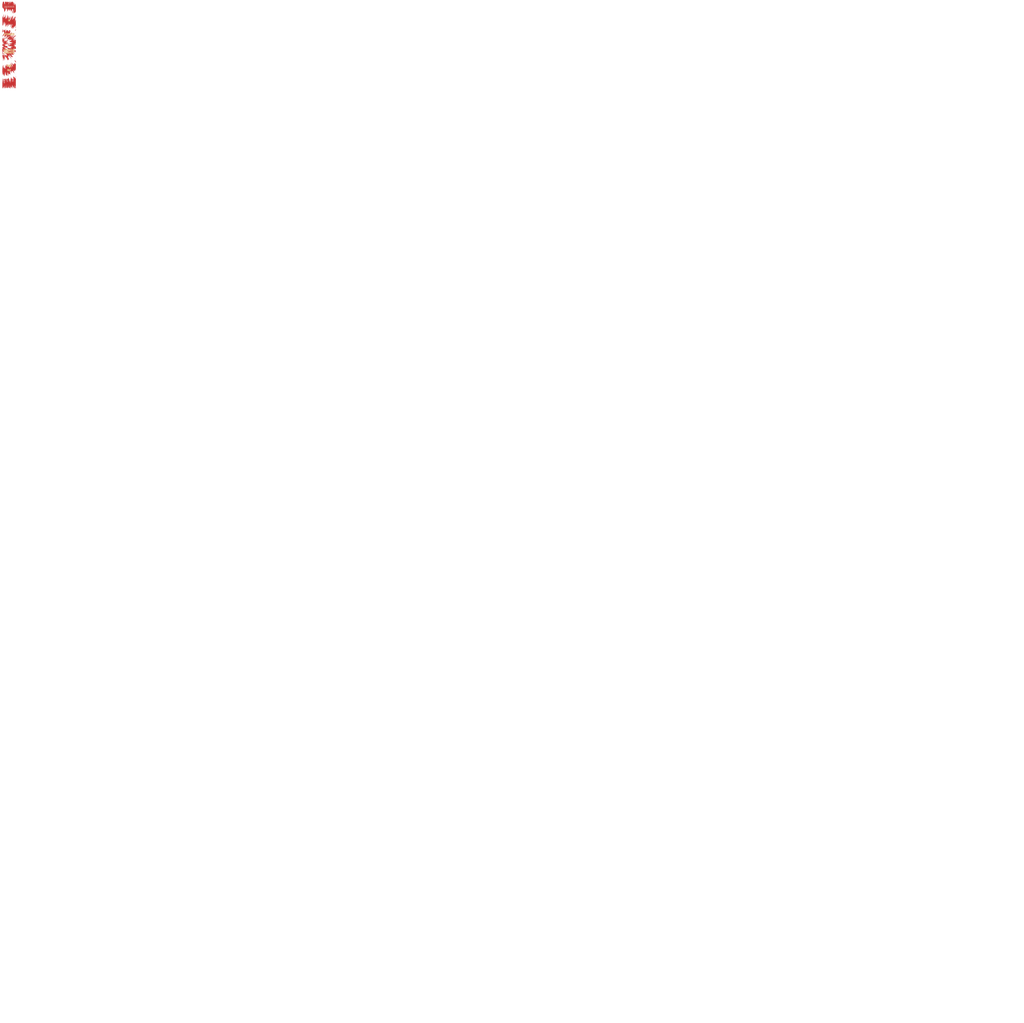
<source format=kicad_pcb>
(kicad_pcb (version 20171130) (host pcbnew "(5.1.9)-1")
  (layers (0 F.Cu signal) (31 B.Cu signal) (34 B.Paste user) (35 F.Paste user) (36 B.SilkS user) (37 F.SilkS user) (38 B.Mask user) (39 F.Mask user) (44 Edge.Cuts user))
  (net 0 "")
  (module LOGO (layer F.Cu) (at 10.7315 65.3415)
    (fp_text reference G*** hide)
    (fp_text value LOGO hide)
  )
  (module LOGO (layer F.Cu) (at 10.7315 65.3415)
    (fp_text reference G*** hide)
    (fp_text value LOGO hide)
    (fp_poly (pts (xy -8.248679 -64.16675) (xy -8.209507 -64.110318) (xy -8.164738 -64.095272) (xy -8.113161 -64.121613) (xy -8.070694 -64.16675) (xy -8.011583 -64.240832) (xy -7.763278 -64.240833) (xy -7.657464 -64.240462) (xy -7.586526 -64.238434) (xy -7.543008 -64.233381) (xy -7.519455 -64.223934) (xy -7.50841 -64.208722) (xy -7.503965 -64.193208) (xy -7.499659 -64.162057) (xy -7.492091 -64.093602) (xy -7.481737 -63.992709) (xy -7.469075 -63.864242) (xy -7.454583 -63.713066) (xy -7.43874 -63.544045) (xy -7.422022 -63.362045) (xy -7.418214 -63.320083) (xy -7.387578 -62.990479) (xy -7.35866 -62.699177) (xy -7.330854 -62.442211) (xy -7.303554 -62.215612) (xy -7.276153 -62.015414) (xy -7.248044 -61.837649) (xy -7.218623 -61.678351) (xy -7.187282 -61.533553) (xy -7.153415 -61.399286) (xy -7.116416 -61.271584) (xy -7.094744 -61.203417) (xy -7.063692 -61.101891) (xy -7.033343 -60.987864) (xy -7.002316 -60.855166) (xy -6.96923 -60.697628) (xy -6.932706 -60.509077) (xy -6.901443 -60.33928) (xy -6.869964 -60.190807) (xy -6.835848 -60.075624) (xy -6.800192 -59.995356) (xy -6.764095 -59.95163) (xy -6.728655 -59.946073) (xy -6.694972 -59.980312) (xy -6.679832 -60.011163) (xy -6.665569 -60.05842) (xy -6.647025 -60.142025) (xy -6.624078 -60.262733) (xy -6.596601 -60.421297) (xy -6.56447 -60.618473) (xy -6.527562 -60.855013) (xy -6.48575 -61.131672) (xy -6.438912 -61.449205) (xy -6.413103 -61.62675) (xy -6.365574 -61.950934) (xy -6.322151 -62.237404) (xy -6.28201 -62.490493) (xy -6.26796 -62.574033) (xy -1.11644 -62.574033) (xy -1.112287 -62.554) (xy -1.112149 -62.553647) (xy -1.109102 -62.525929) (xy -1.105684 -62.459826) (xy -1.101998 -62.359283) (xy -1.098142 -62.228245) (xy -1.094219 -62.070658) (xy -1.090329 -61.890466) (xy -1.086572 -61.691615) (xy -1.08305 -61.478051) (xy -1.080862 -61.328048) (xy -1.077546 -61.10728) (xy -1.073904 -60.898951) (xy -1.070039 -60.706949) (xy -1.066054 -60.535167) (xy -1.062051 -60.387495) (xy -1.058135 -60.267824) (xy -1.054406 -60.180044) (xy -1.050968 -60.128046) (xy -1.048839 -60.115096) (xy -1.018672 -60.099645) (xy -0.964896 -60.095777) (xy -0.957332 -60.096298) (xy -0.88143 -60.10275) (xy -0.675211 -61.11875) (xy -0.632728 -61.327901) (xy -0.591489 -61.530637) (xy -0.552523 -61.721918) (xy -0.51686 -61.896701) (xy -0.48553 -62.049945) (xy -0.459562 -62.176608) (xy -0.439986 -62.271649) (xy -0.428185 -62.328347) (xy -0.387378 -62.521943) (xy -0.463564 -62.534104) (xy -0.523429 -62.541813) (xy -0.60746 -62.550384) (xy -0.697577 -62.557975) (xy -0.6985 -62.558043) (xy -0.801758 -62.565832) (xy -0.911581 -62.574312) (xy -0.992134 -62.580683) (xy -1.064632 -62.585512) (xy -1.103311 -62.583917) (xy -1.11644 -62.574033) (xy -6.26796 -62.574033) (xy -6.244328 -62.714533) (xy -6.20828 -62.913855) (xy -6.173042 -63.092793) (xy -6.137791 -63.255677) (xy -6.101701 -63.40684) (xy -6.063949 -63.550614) (xy -6.023711 -63.69133) (xy -6.014461 -63.72225) (xy -5.980717 -63.836667) (xy -5.949004 -63.948595) (xy -5.922745 -64.045675) (xy -5.905361 -64.115551) (xy -5.904561 -64.119125) (xy -5.877597 -64.240833) (xy -4.529666 -64.240833) (xy -4.527801 -64.087375) (xy -4.525323 -64.007915) (xy -4.519869 -63.899529) (xy -4.512199 -63.77546) (xy -4.503076 -63.648949) (xy -4.501343 -63.627) (xy -4.47675 -63.320083) (xy -4.370916 -63.327478) (xy -4.309731 -63.332293) (xy -4.269777 -63.336464) (xy -4.261511 -63.338106) (xy -4.255301 -63.358587) (xy -4.239888 -63.414175) (xy -4.216835 -63.499034) (xy -4.187707 -63.607329) (xy -4.154066 -63.733225) (xy -4.117476 -63.870888) (xy -4.079503 -64.014482) (xy -4.041708 -64.158173) (xy -4.040847 -64.161458) (xy -4.020035 -64.240833) (xy -3.499005 -64.240833) (xy -3.485169 -63.98351) (xy -3.479417 -63.859474) (xy -3.474834 -63.728215) (xy -3.471988 -63.607965) (xy -3.471333 -63.53901) (xy -3.471333 -63.351833) (xy -3.114504 -63.351833) (xy -3.082576 -63.462958) (xy -3.064039 -63.529553) (xy -3.037419 -63.627966) (xy -3.005149 -63.749013) (xy -2.969665 -63.883506) (xy -2.933403 -64.02226) (xy -2.898796 -64.156089) (xy -2.897417 -64.161458) (xy -2.877035 -64.240833) (xy -2.3495 -64.240833) (xy -2.3495 -64.156976) (xy -2.346807 -64.105791) (xy -2.339476 -64.025212) (xy -2.32863 -63.924155) (xy -2.315392 -63.811533) (xy -2.300884 -63.696261) (xy -2.286229 -63.587252) (xy -2.27255 -63.493421) (xy -2.260969 -63.423681) (xy -2.252609 -63.386947) (xy -2.252476 -63.386592) (xy -2.219811 -63.358981) (xy -2.167749 -63.351834) (xy -2.132573 -63.355834) (xy -2.10204 -63.371361) (xy -2.072736 -63.403699) (xy -2.041247 -63.458134) (xy -2.00416 -63.539953) (xy -1.95806 -63.65444) (xy -1.936734 -63.709522) (xy -1.89427 -63.819957) (xy -1.847002 -63.942941) (xy -1.804328 -64.054021) (xy -1.799648 -64.066209) (xy -1.732589 -64.240833) (xy -1.534471 -64.240833) (xy -1.439939 -64.239807) (xy -1.379561 -64.235769) (xy -1.345188 -64.227278) (xy -1.328669 -64.212896) (xy -1.324786 -64.203792) (xy -1.31866 -64.17465) (xy -1.307249 -64.112049) (xy -1.291887 -64.024016) (xy -1.27391 -63.918582) (xy -1.254649 -63.803776) (xy -1.23544 -63.687626) (xy -1.217617 -63.578162) (xy -1.202512 -63.483413) (xy -1.191461 -63.411409) (xy -1.185797 -63.370179) (xy -1.185333 -63.364392) (xy -1.165865 -63.358449) (xy -1.114247 -63.353961) (xy -1.040655 -63.351721) (xy -1.021291 -63.351607) (xy -0.94741 -63.34952) (xy -0.850989 -63.343966) (xy -0.740459 -63.335753) (xy -0.624249 -63.325691) (xy -0.510789 -63.31459) (xy -0.408509 -63.303259) (xy -0.32584 -63.292507) (xy -0.271211 -63.283145) (xy -0.254327 -63.277953) (xy -0.24625 -63.274372) (xy -0.238805 -63.277744) (xy -0.230688 -63.292867) (xy -0.220596 -63.324542) (xy -0.207224 -63.37757) (xy -0.189268 -63.45675) (xy -0.165426 -63.566882) (xy -0.134392 -63.712767) (xy -0.127895 -63.743417) (xy -0.10073 -63.871327) (xy -0.07596 -63.987498) (xy -0.055153 -64.084606) (xy -0.039879 -64.155327) (xy -0.031708 -64.192337) (xy -0.031506 -64.193208) (xy -0.02036 -64.240833) (xy 0.958296 -64.240833) (xy 0.947117 -64.108542) (xy 0.94197 -64.052079) (xy 0.933179 -63.960596) (xy 0.921446 -63.841182) (xy 0.907473 -63.700926) (xy 0.891961 -63.546917) (xy 0.876179 -63.391784) (xy 0.816419 -62.807318) (xy 0.942668 -62.669326) (xy 1.098541 -62.468027) (xy 1.223247 -62.240337) (xy 1.314736 -61.9906) (xy 1.361917 -61.782107) (xy 1.388147 -61.62675) (xy 1.454498 -61.785535) (xy 1.490707 -61.880122) (xy 1.53649 -62.012971) (xy 1.591015 -62.181306) (xy 1.65345 -62.382355) (xy 1.722962 -62.613343) (xy 1.798718 -62.871496) (xy 1.879887 -63.154042) (xy 1.965635 -63.458207) (xy 2.055132 -63.781216) (xy 2.073795 -63.84925) (xy 2.104611 -63.961548) (xy 2.132119 -64.061369) (xy 2.15409 -64.140659) (xy 2.168296 -64.191367) (xy 2.171883 -64.203792) (xy 2.178085 -64.215017) (xy 2.192334 -64.223727) (xy 2.219449 -64.230238) (xy 2.264246 -64.234865) (xy 2.331545 -64.237923) (xy 2.426163 -64.239726) (xy 2.552917 -64.240591) (xy 2.716627 -64.240832) (xy 2.73826 -64.240833) (xy 3.2935 -64.240833) (xy 3.287988 -64.172042) (xy 3.284842 -64.128513) (xy 3.279601 -64.051265) (xy 3.27283 -63.948829) (xy 3.265094 -63.829737) (xy 3.258885 -63.732833) (xy 3.248517 -63.581792) (xy 3.235222 -63.405501) (xy 3.220344 -63.220832) (xy 3.205223 -63.044652) (xy 3.196559 -62.949667) (xy 3.185009 -62.817346) (xy 3.175978 -62.69537) (xy 3.169921 -62.591583) (xy 3.167292 -62.51383) (xy 3.168544 -62.469954) (xy 3.168714 -62.468806) (xy 3.183693 -62.409186) (xy 3.20592 -62.378225) (xy 3.236579 -62.377298) (xy 3.276859 -62.407777) (xy 3.327946 -62.471037) (xy 3.391027 -62.568451) (xy 3.467288 -62.701392) (xy 3.557916 -62.871234) (xy 3.618836 -62.989756) (xy 3.70029 -63.148296) (xy 3.766871 -63.273686) (xy 3.821673 -63.371106) (xy 3.867794 -63.445736) (xy 3.908328 -63.502757) (xy 3.946372 -63.547348) (xy 3.961022 -63.56231) (xy 4.037195 -63.645845) (xy 4.109322 -63.744405) (xy 4.182392 -63.865754) (xy 4.261395 -64.017655) (xy 4.28537 -64.066952) (xy 4.368925 -64.240833) (xy 5.623732 -64.240833) (xy 5.638062 -63.759292) (xy 5.644448 -63.562811) (xy 5.650897 -63.405177) (xy 5.657724 -63.282905) (xy 5.665243 -63.192511) (xy 5.673768 -63.130508) (xy 5.683612 -63.093412) (xy 5.695091 -63.077737) (xy 5.699601 -63.076667) (xy 5.72598 -63.086997) (xy 5.779364 -63.114771) (xy 5.850755 -63.15516) (xy 5.897528 -63.182861) (xy 6.017543 -63.252641) (xy 6.108286 -63.298394) (xy 6.174795 -63.320889) (xy 6.22211 -63.320895) (xy 6.25527 -63.299182) (xy 6.279312 -63.256519) (xy 6.284731 -63.241977) (xy 6.296519 -63.198268) (xy 6.304446 -63.143464) (xy 6.308265 -63.074701) (xy 6.307728 -62.989112) (xy 6.302587 -62.883835) (xy 6.292596 -62.756003) (xy 6.277505 -62.602753) (xy 6.257068 -62.42122) (xy 6.231037 -62.208539) (xy 6.199165 -61.961845) (xy 6.161204 -61.678275) (xy 6.129573 -61.446833) (xy 6.091676 -61.169148) (xy 6.059725 -60.929796) (xy 6.03332 -60.725257) (xy 6.012064 -60.552008) (xy 5.995556 -60.40653) (xy 5.983398 -60.285301) (xy 5.975189 -60.184799) (xy 5.970532 -60.101504) (xy 5.969027 -60.031893) (xy 5.969026 -60.030678) (xy 5.969538 -59.951218) (xy 5.972629 -59.90727) (xy 5.980585 -59.892014) (xy 5.99569 -59.89863) (xy 6.009316 -59.910424) (xy 6.028531 -59.933825) (xy 6.052525 -59.974743) (xy 6.082437 -60.035961) (xy 6.119407 -60.120263) (xy 6.164573 -60.230431) (xy 6.219074 -60.369249) (xy 6.284051 -60.539501) (xy 6.360641 -60.743971) (xy 6.449984 -60.985441) (xy 6.456205 -61.002333) (xy 6.580228 -61.335665) (xy 6.69831 -61.645967) (xy 6.809663 -61.93139) (xy 6.913497 -62.190078) (xy 7.009025 -62.420181) (xy 7.095457 -62.619845) (xy 7.172004 -62.787218) (xy 7.237877 -62.920447) (xy 7.292287 -63.017679) (xy 7.334446 -63.077062) (xy 7.343673 -63.086409) (xy 7.378717 -63.112852) (xy 7.399404 -63.109569) (xy 7.408741 -63.097174) (xy 7.423845 -63.060611) (xy 7.43594 -63.002623) (xy 7.445216 -62.919833) (xy 7.451866 -62.808864) (xy 7.456078 -62.666339) (xy 7.458045 -62.488881) (xy 7.457957 -62.273113) (xy 7.457738 -62.23) (xy 7.447739 -61.657116) (xy 7.424619 -61.088003) (xy 7.388942 -60.529824) (xy 7.341268 -59.989743) (xy 7.28216 -59.474923) (xy 7.212179 -58.992527) (xy 7.196195 -58.89625) (xy 7.168746 -58.724285) (xy 7.14636 -58.562929) (xy 7.129431 -58.417024) (xy 7.118353 -58.291412) (xy 7.113519 -58.190938) (xy 7.115324 -58.120443) (xy 7.124162 -58.08477) (xy 7.129902 -58.081333) (xy 7.149711 -58.09684) (xy 7.1801 -58.143984) (xy 7.221467 -58.223697) (xy 7.274213 -58.336915) (xy 7.338739 -58.484571) (xy 7.415444 -58.6676) (xy 7.504728 -58.886935) (xy 7.606991 -59.14351) (xy 7.722634 -59.43826) (xy 7.832615 -59.72175) (xy 7.956947 -60.043107) (xy 8.06739 -60.327291) (xy 8.164983 -60.576744) (xy 8.250765 -60.793908) (xy 8.325773 -60.981224) (xy 8.391047 -61.141134) (xy 8.447624 -61.27608) (xy 8.496543 -61.388503) (xy 8.538843 -61.480845) (xy 8.575562 -61.555547) (xy 8.607738 -61.615052) (xy 8.636411 -61.6618) (xy 8.662618 -61.698235) (xy 8.68374 -61.722927) (xy 8.715902 -61.753939) (xy 8.73575 -61.754844) (xy 8.755903 -61.731395) (xy 8.769616 -61.702827) (xy 8.778551 -61.659004) (xy 8.78247 -61.597017) (xy 8.781135 -61.513956) (xy 8.774306 -61.406912) (xy 8.761746 -61.272976) (xy 8.743214 -61.109239) (xy 8.718472 -60.912791) (xy 8.687282 -60.680722) (xy 8.649405 -60.410125) (xy 8.644825 -60.377917) (xy 8.612671 -60.141457) (xy 8.587239 -59.931684) (xy 8.568704 -59.750985) (xy 8.557238 -59.60175) (xy 8.553016 -59.486367) (xy 8.556213 -59.407225) (xy 8.567002 -59.366714) (xy 8.570841 -59.362942) (xy 8.591189 -59.357317) (xy 8.615001 -59.365842) (xy 8.643863 -59.391121) (xy 8.679358 -59.435761) (xy 8.723072 -59.502368) (xy 8.776587 -59.593547) (xy 8.84149 -59.711904) (xy 8.919363 -59.860045) (xy 9.011792 -60.040576) (xy 9.12036 -60.256102) (xy 9.150454 -60.316247) (xy 9.276019 -60.56552) (xy 9.385444 -60.778296) (xy 9.480014 -60.95666) (xy 9.561008 -61.102699) (xy 9.629711 -61.218497) (xy 9.687404 -61.306141) (xy 9.73537 -61.367716) (xy 9.77489 -61.405308) (xy 9.807248 -61.421002) (xy 9.82861 -61.419281) (xy 9.85644 -61.387453) (xy 9.863667 -61.342663) (xy 9.859693 -61.309452) (xy 9.848311 -61.239127) (xy 9.830328 -61.136099) (xy 9.806553 -61.004783) (xy 9.777794 -60.849591) (xy 9.74486 -60.674936) (xy 9.708559 -60.485232) (xy 9.673412 -60.303921) (xy 9.595177 -59.900186) (xy 9.525408 -59.534756) (xy 9.464161 -59.207954) (xy 9.411492 -58.920104) (xy 9.367456 -58.671532) (xy 9.332108 -58.462561) (xy 9.305506 -58.293517) (xy 9.287704 -58.164722) (xy 9.278757 -58.076502) (xy 9.278723 -58.029181) (xy 9.281579 -58.021366) (xy 9.295549 -58.034001) (xy 9.323443 -58.082613) (xy 9.363727 -58.163767) (xy 9.414867 -58.274028) (xy 9.47533 -58.409963) (xy 9.543581 -58.568138) (xy 9.618087 -58.745117) (xy 9.697314 -58.937468) (xy 9.760587 -59.09393) (xy 10.00125 -59.693777) (xy 10.006587 -54.822979) (xy 10.011924 -49.952182) (xy 9.723693 -49.344216) (xy 9.628904 -49.145156) (xy 9.529537 -48.938089) (xy 9.427403 -48.726669) (xy 9.324313 -48.514552) (xy 9.222079 -48.30539) (xy 9.12251 -48.102838) (xy 9.027418 -47.91055) (xy 8.938613 -47.732181) (xy 8.857906 -47.571384) (xy 8.787109 -47.431815) (xy 8.728031 -47.317127) (xy 8.682484 -47.230974) (xy 8.652278 -47.17701) (xy 8.641868 -47.161095) (xy 8.597239 -47.124465) (xy 8.565214 -47.123389) (xy 8.544814 -47.153598) (xy 8.533304 -47.225072) (xy 8.530681 -47.337689) (xy 8.536943 -47.491327) (xy 8.552087 -47.685863) (xy 8.576111 -47.921174) (xy 8.583328 -47.984833) (xy 8.606952 -48.203754) (xy 8.623456 -48.388494) (xy 8.632778 -48.53757) (xy 8.634854 -48.649501) (xy 8.629621 -48.722804) (xy 8.617016 -48.755997) (xy 8.616101 -48.756634) (xy 8.58676 -48.752068) (xy 8.536191 -48.714647) (xy 8.463861 -48.643832) (xy 8.369235 -48.539088) (xy 8.251779 -48.399876) (xy 8.207227 -48.345432) (xy 8.068068 -48.177221) (xy 7.947437 -48.037547) (xy 7.846631 -47.927795) (xy 7.766942 -47.849349) (xy 7.709666 -47.803595) (xy 7.69197 -47.794205) (xy 7.652789 -47.764576) (xy 7.59474 -47.700306) (xy 7.519573 -47.603725) (xy 7.42904 -47.477167) (xy 7.324889 -47.322961) (xy 7.239224 -47.191083) (xy 7.115899 -47.002369) (xy 7.008441 -46.846182) (xy 6.917626 -46.723525) (xy 6.844232 -46.6354) (xy 6.789037 -46.582809) (xy 6.754661 -46.566667) (xy 6.733131 -46.584681) (xy 6.715528 -46.624875) (xy 6.709547 -46.669003) (xy 6.705013 -46.74904) (xy 6.701872 -46.85859) (xy 6.700072 -46.991257) (xy 6.699559 -47.140643) (xy 6.700279 -47.300351) (xy 6.702178 -47.463985) (xy 6.705204 -47.625148) (xy 6.709302 -47.777443) (xy 6.714419 -47.914472) (xy 6.720502 -48.029841) (xy 6.727497 -48.11715) (xy 6.72806 -48.122417) (xy 6.744698 -48.267073) (xy 6.762886 -48.408952) (xy 6.783347 -48.551571) (xy 6.806808 -48.698443) (xy 6.833994 -48.853086) (xy 6.86563 -49.019015) (xy 6.902441 -49.199745) (xy 6.945153 -49.398792) (xy 6.994491 -49.619672) (xy 7.051181 -49.865899) (xy 7.115947 -50.140991) (xy 7.189516 -50.448461) (xy 7.272611 -50.791827) (xy 7.313248 -50.95875) (xy 7.369479 -51.18966) (xy 7.42412 -51.41457) (xy 7.476095 -51.629015) (xy 7.524327 -51.828529) (xy 7.56774 -52.008648) (xy 7.605258 -52.164906) (xy 7.635803 -52.292838) (xy 7.6583 -52.38798) (xy 7.670446 -52.440417) (xy 7.712517 -52.631909) (xy 7.750133 -52.814262) (xy 7.78267 -52.983482) (xy 7.809503 -53.135575) (xy 7.830011 -53.266548) (xy 7.84357 -53.372406) (xy 7.849555 -53.449157) (xy 7.847345 -53.492806) (xy 7.836315 -53.49936) (xy 7.835635 -53.49875) (xy 7.806344 -53.457648) (xy 7.764747 -53.378782) (xy 7.711907 -53.264555) (xy 7.648887 -53.117371) (xy 7.576751 -52.939632) (xy 7.496563 -52.733742) (xy 7.493666 -52.726167) (xy 7.298621 -52.21654) (xy 7.117503 -51.744848) (xy 6.949601 -51.309307) (xy 6.794201 -50.908131) (xy 6.65059 -50.539535) (xy 6.518054 -50.201735) (xy 6.39588 -49.892945) (xy 6.283356 -49.611379) (xy 6.179768 -49.355254) (xy 6.084402 -49.122783) (xy 5.996546 -48.912182) (xy 5.915487 -48.721665) (xy 5.84051 -48.549447) (xy 5.770904 -48.393744) (xy 5.709338 -48.26) (xy 5.654562 -48.154189) (xy 5.584039 -48.033861) (xy 5.508794 -47.917295) (xy 5.466759 -47.857833) (xy 5.399486 -47.763373) (xy 5.319675 -47.646018) (xy 5.236342 -47.519309) (xy 5.158505 -47.396786) (xy 5.14256 -47.371) (xy 5.021257 -47.179539) (xy 4.915791 -47.025926) (xy 4.825257 -46.909126) (xy 4.748751 -46.828105) (xy 4.685371 -46.781829) (xy 4.634211 -46.769262) (xy 4.619625 -46.772418) (xy 4.601326 -46.788074) (xy 4.595007 -46.82193) (xy 4.601048 -46.880187) (xy 4.619828 -46.969049) (xy 4.635536 -47.032474) (xy 4.648444 -47.085958) (xy 4.669308 -47.17607) (xy 4.697066 -47.298078) (xy 4.730657 -47.447248) (xy 4.769021 -47.618847) (xy 4.811095 -47.808141) (xy 4.855818 -48.010397) (xy 4.90213 -48.220882) (xy 4.909194 -48.253084) (xy 4.964193 -48.502974) (xy 5.024909 -48.777258) (xy 5.089055 -49.065706) (xy 5.154344 -49.358086) (xy 5.218491 -49.644167) (xy 5.279207 -49.913717) (xy 5.334208 -50.156506) (xy 5.355425 -50.249667) (xy 5.435421 -50.600479) (xy 5.506457 -50.912611) (xy 5.56909 -51.18863) (xy 5.623879 -51.431106) (xy 5.671384 -51.642608) (xy 5.712162 -51.825702) (xy 5.746773 -51.98296) (xy 5.775774 -52.116948) (xy 5.799724 -52.230235) (xy 5.819183 -52.32539) (xy 5.834708 -52.404982) (xy 5.846859 -52.471579) (xy 5.856193 -52.527749) (xy 5.86327 -52.576062) (xy 5.866126 -52.597998) (xy 5.877503 -52.695819) (xy 5.882167 -52.761713) (xy 5.879757 -52.805603) (xy 5.86991 -52.837415) (xy 5.856571 -52.860636) (xy 5.838859 -52.885303) (xy 5.818865 -52.900498) (xy 5.787491 -52.907768) (xy 5.735639 -52.908658) (xy 5.65421 -52.904715) (xy 5.61215 -52.902182) (xy 5.516078 -52.898049) (xy 5.430516 -52.897454) (xy 5.367908 -52.900341) (xy 5.347863 -52.903369) (xy 5.312511 -52.918684) (xy 5.282339 -52.948705) (xy 5.255227 -52.998647) (xy 5.229054 -53.073724) (xy 5.2017 -53.179152) (xy 5.171044 -53.320146) (xy 5.163682 -53.356273) (xy 5.12678 -53.53152) (xy 5.094261 -53.669036) (xy 5.064916 -53.773057) (xy 5.037538 -53.847814) (xy 5.01092 -53.897542) (xy 5.008175 -53.901408) (xy 4.995557 -53.913047) (xy 4.981962 -53.908827) (xy 4.964522 -53.883737) (xy 4.940368 -53.832764) (xy 4.906631 -53.750894) (xy 4.87277 -53.664804) (xy 4.820662 -53.529094) (xy 4.764088 -53.377758) (xy 4.702173 -53.208282) (xy 4.634041 -53.018152) (xy 4.558815 -52.804856) (xy 4.47562 -52.56588) (xy 4.383579 -52.29871) (xy 4.281817 -52.000833) (xy 4.169457 -51.669737) (xy 4.045624 -51.302907) (xy 3.937 -50.979917) (xy 3.798353 -50.567806) (xy 3.672259 -50.194618) (xy 3.558234 -49.859001) (xy 3.455791 -49.559601) (xy 3.364446 -49.295066) (xy 3.283714 -49.064044) (xy 3.21311 -48.865182) (xy 3.152148 -48.697127) (xy 3.100343 -48.558527) (xy 3.05721 -48.44803) (xy 3.022264 -48.364282) (xy 2.995019 -48.305932) (xy 2.974991 -48.271626) (xy 2.961695 -48.260012) (xy 2.961358 -48.26) (xy 2.95108 -48.272901) (xy 2.945084 -48.313337) (xy 2.943419 -48.383909) (xy 2.946135 -48.487218) (xy 2.953281 -48.625863) (xy 2.964907 -48.802446) (xy 2.973982 -48.92675) (xy 3.002879 -49.286732) (xy 3.035939 -49.654593) (xy 3.072118 -50.020233) (xy 3.110371 -50.373548) (xy 3.149653 -50.704438) (xy 3.187736 -50.994291) (xy 3.195063 -51.099578) (xy 3.183228 -51.167927) (xy 3.153179 -51.199648) (xy 3.105865 -51.195053) (xy 3.042234 -51.154455) (xy 2.963237 -51.078165) (xy 2.869821 -50.966495) (xy 2.794766 -50.865202) (xy 2.703965 -50.743001) (xy 2.618304 -50.638056) (xy 2.541685 -50.554472) (xy 2.478009 -50.496352) (xy 2.431175 -50.467802) (xy 2.415247 -50.465906) (xy 2.393361 -50.476271) (xy 2.374957 -50.500527) (xy 2.359686 -50.542043) (xy 2.347197 -50.604185) (xy 2.337139 -50.690322) (xy 2.329163 -50.803822) (xy 2.322917 -50.948052) (xy 2.318052 -51.126382) (xy 2.314216 -51.342179) (xy 2.312751 -51.450875) (xy 2.310474 -51.62635) (xy 2.308211 -51.787704) (xy 2.306042 -51.930234) (xy 2.304045 -52.049233) (xy 2.302299 -52.139997) (xy 2.300883 -52.197821) (xy 2.29988 -52.218001) (xy 2.279078 -52.214271) (xy 2.223656 -52.204063) (xy 2.14061 -52.188672) (xy 2.036934 -52.169393) (xy 1.957917 -52.154667) (xy 1.842014 -52.13333) (xy 1.739847 -52.115052) (xy 1.659051 -52.101156) (xy 1.607263 -52.092967) (xy 1.592792 -52.091333) (xy 1.584818 -52.100411) (xy 1.578481 -52.130173) (xy 1.573622 -52.184243) (xy 1.570085 -52.266244) (xy 1.56771 -52.379802) (xy 1.566341 -52.52854) (xy 1.565823 -52.710292) (xy 1.565312 -53.329417) (xy 1.422948 -53.378505) (xy 1.347321 -53.404476) (xy 1.284827 -53.425747) (xy 1.248763 -53.437794) (xy 1.248388 -53.437914) (xy 1.237931 -53.433376) (xy 1.2239 -53.411881) (xy 1.205202 -53.370301) (xy 1.180745 -53.305506) (xy 1.149437 -53.214367) (xy 1.110185 -53.093754) (xy 1.061898 -52.94054) (xy 1.003482 -52.751593) (xy 0.965272 -52.626826) (xy 0.855441 -52.269035) (xy 0.756376 -51.950176) (xy 0.667423 -51.668419) (xy 0.58793 -51.421933) (xy 0.517246 -51.208885) (xy 0.454717 -51.027445) (xy 0.399692 -50.87578) (xy 0.351519 -50.75206) (xy 0.309545 -50.654453) (xy 0.273119 -50.581128) (xy 0.241587 -50.530252) (xy 0.214298 -50.499995) (xy 0.205773 -50.494021) (xy 0.179444 -50.484335) (xy 0.15721 -50.493768) (xy 0.135392 -50.527909) (xy 0.110313 -50.592351) (xy 0.081083 -50.683583) (xy 0.025029 -50.84589) (xy -0.049711 -51.032429) (xy -0.138013 -51.23243) (xy -0.234751 -51.435122) (xy -0.334803 -51.629736) (xy -0.433043 -51.805501) (xy -0.517077 -51.940786) (xy -0.575274 -52.041296) (xy -0.622839 -52.147334) (xy -0.643976 -52.21187) (xy -0.665193 -52.306562) (xy -0.688538 -52.431774) (xy -0.712243 -52.575877) (xy -0.73454 -52.727236) (xy -0.753661 -52.874221) (xy -0.767838 -53.005199) (xy -0.772015 -53.05425) (xy -0.781048 -53.173045) (xy -0.789267 -53.256215) (xy -0.799898 -53.310274) (xy -0.816161 -53.341736) (xy -0.841279 -53.357118) (xy -0.878475 -53.362933) (xy -0.925939 -53.365425) (xy -0.995318 -53.37108) (xy -1.033536 -53.381891) (xy -1.051766 -53.402643) (xy -1.057763 -53.421885) (xy -1.065841 -53.435849) (xy -1.080015 -53.425367) (xy -1.102675 -53.386482) (xy -1.136211 -53.315238) (xy -1.172863 -53.231385) (xy -1.246542 -53.06543) (xy -1.324273 -52.900243) (xy -1.401947 -52.743915) (xy -1.475453 -52.604539) (xy -1.540684 -52.490208) (xy -1.582717 -52.424286) (xy -1.643217 -52.327699) (xy -1.7032 -52.213529) (xy -1.763993 -52.078246) (xy -1.826926 -51.918319) (xy -1.893328 -51.730217) (xy -1.964527 -51.51041) (xy -2.041852 -51.255368) (xy -2.106207 -51.033437) (xy -2.176079 -50.791353) (xy -2.237002 -50.586891) (xy -2.290308 -50.416609) (xy -2.337329 -50.277063) (xy -2.379397 -50.16481) (xy -2.417843 -50.076406) (xy -2.453999 -50.008407) (xy -2.489196 -49.957372) (xy -2.524766 -49.919855) (xy -2.542319 -49.90567) (xy -2.56898 -49.887393) (xy -2.594645 -49.87752) (xy -2.628971 -49.876123) (xy -2.681615 -49.883274) (xy -2.762234 -49.899045) (xy -2.803667 -49.907615) (xy -2.892069 -49.926824) (xy -2.963978 -49.944069) (xy -3.009901 -49.956984) (xy -3.021261 -49.961873) (xy -3.030698 -49.99254) (xy -3.038911 -50.062377) (xy -3.045857 -50.168236) (xy -3.05149 -50.306972) (xy -3.055765 -50.475437) (xy -3.058638 -50.670484) (xy -3.060063 -50.888965) (xy -3.059997 -51.127735) (xy -3.058393 -51.383646) (xy -3.055208 -51.65355) (xy -3.050396 -51.934302) (xy -3.049797 -51.964167) (xy -3.045356 -52.184471) (xy -3.041199 -52.394548) (xy -3.037406 -52.590116) (xy -3.034055 -52.766896) (xy -3.031226 -52.920606) (xy -3.028999 -53.046964) (xy -3.027452 -53.141691) (xy -3.026666 -53.200506) (xy -3.026583 -53.215065) (xy -3.026833 -53.31238) (xy -3.212041 -53.311039) (xy -3.307472 -53.31226) (xy -3.396463 -53.316691) (xy -3.463227 -53.32346) (xy -3.475486 -53.325595) (xy -3.553722 -53.341491) (xy -3.620553 -53.123787) (xy -3.659913 -53.004114) (xy -3.703227 -52.886594) (xy -3.747219 -52.778813) (xy -3.788613 -52.688355) (xy -3.824135 -52.622804) (xy -3.850509 -52.589745) (xy -3.851442 -52.589134) (xy -3.885163 -52.585306) (xy -3.895018 -52.591486) (xy -3.90169 -52.617047) (xy -3.910537 -52.678581) (xy -3.92088 -52.769824) (xy -3.932037 -52.88451) (xy -3.943327 -53.016377) (xy -3.948727 -53.085697) (xy -3.984606 -53.561643) (xy -4.11986 -53.70773) (xy -4.243112 -53.860635) (xy -4.334741 -54.021835) (xy -4.35886 -54.089966) (xy -3.3655 -54.089966) (xy -3.346743 -54.075904) (xy -3.298366 -54.069795) (xy -3.232209 -54.071037) (xy -3.16011 -54.079027) (xy -3.093909 -54.093165) (xy -3.059272 -54.105538) (xy -3.038433 -54.115914) (xy -3.023303 -54.129191) (xy -3.013451 -54.151176) (xy -3.008448 -54.187674) (xy -3.007861 -54.244492) (xy -3.011261 -54.327436) (xy -3.018218 -54.442313) (xy -3.025787 -54.557083) (xy -3.036689 -54.70046) (xy -3.048328 -54.803463) (xy -3.061845 -54.868049) (xy -3.078383 -54.896176) (xy -3.099082 -54.889801) (xy -3.125085 -54.850881) (xy -3.157138 -54.782293) (xy -3.172632 -54.740237) (xy -3.196041 -54.669543) (xy -3.224794 -54.578758) (xy -3.256317 -54.47643) (xy -3.28804 -54.371106) (xy -3.317389 -54.271334) (xy -3.341792 -54.185661) (xy -3.358676 -54.122635) (xy -3.365469 -54.090803) (xy -3.3655 -54.089966) (xy -4.35886 -54.089966) (xy -4.397226 -54.19834) (xy -4.433048 -54.397159) (xy -4.444686 -54.625301) (xy -4.444687 -54.625875) (xy -4.445 -54.864) (xy -4.275666 -54.864) (xy -4.186105 -54.864946) (xy -4.132731 -54.873023) (xy -4.109406 -54.896088) (xy -4.10999 -54.942) (xy -4.128346 -55.018617) (xy -4.135106 -55.043917) (xy -4.179563 -55.173548) (xy -4.243769 -55.293416) (xy -4.335526 -55.417582) (xy -4.356007 -55.441986) (xy -4.453201 -55.568048) (xy -4.516465 -55.679419) (xy -4.538236 -55.737125) (xy -4.565256 -55.768119) (xy -4.611101 -55.769989) (xy -4.664819 -55.743701) (xy -4.687637 -55.723954) (xy -4.709804 -55.700358) (xy -4.728605 -55.675105) (xy -4.744362 -55.644627) (xy -4.757399 -55.605354) (xy -4.768038 -55.553717) (xy -4.776602 -55.486147) (xy -4.783412 -55.399075) (xy -4.788793 -55.288933) (xy -4.793066 -55.15215) (xy -4.796555 -54.985158) (xy -4.799581 -54.784388) (xy -4.802468 -54.546271) (xy -4.803646 -54.440667) (xy -4.815416 -53.37175) (xy -4.968087 -53.365547) (xy -5.120757 -53.359344) (xy -5.132206 -53.291464) (xy -5.138261 -53.253659) (xy -5.149794 -53.179905) (xy -5.165893 -53.076097) (xy -5.185645 -52.948136) (xy -5.20814 -52.801918) (xy -5.232465 -52.643341) (xy -5.239229 -52.599167) (xy -5.288772 -52.279526) (xy -5.333686 -51.999232) (xy -5.374615 -51.755628) (xy -5.412204 -51.546056) (xy -5.447098 -51.36786) (xy -5.479941 -51.218383) (xy -5.511378 -51.094967) (xy -5.542053 -50.994955) (xy -5.57261 -50.915692) (xy -5.603694 -50.854519) (xy -5.63595 -50.808779) (xy -5.670022 -50.775817) (xy -5.683922 -50.765863) (xy -5.721649 -50.747967) (xy -5.772405 -50.739192) (xy -5.847183 -50.738353) (xy -5.911191 -50.741342) (xy -5.998686 -50.743661) (xy -6.074584 -50.740638) (xy -6.125238 -50.732944) (xy -6.132107 -50.730484) (xy -6.158536 -50.713274) (xy -6.184 -50.684086) (xy -6.20951 -50.639653) (xy -6.236075 -50.576709) (xy -6.264706 -50.491985) (xy -6.296412 -50.382216) (xy -6.332202 -50.244134) (xy -6.373087 -50.074473) (xy -6.420075 -49.869965) (xy -6.474177 -49.627345) (xy -6.476974 -49.614667) (xy -6.530622 -49.375266) (xy -6.5776 -49.174685) (xy -6.618813 -49.010094) (xy -6.655166 -48.878663) (xy -6.687564 -48.77756) (xy -6.71691 -48.703957) (xy -6.74411 -48.655023) (xy -6.770069 -48.627928) (xy -6.794938 -48.619833) (xy -6.821247 -48.627516) (xy -6.846771 -48.653168) (xy -6.873024 -48.700693) (xy -6.901518 -48.773999) (xy -6.933764 -48.876989) (xy -6.971276 -49.013569) (xy -7.015566 -49.187644) (xy -7.016861 -49.192864) (xy -7.081454 -49.468922) (xy -7.138943 -49.74894) (xy -7.189757 -50.036988) (xy -7.234328 -50.337133) (xy -7.273085 -50.653446) (xy -7.30646 -50.989994) (xy -7.334883 -51.350847) (xy -7.358785 -51.740074) (xy -7.378596 -52.161744) (xy -7.394748 -52.619925) (xy -7.400328 -52.816125) (xy -7.414873 -53.361167) (xy -8.466666 -53.361167) (xy -8.466667 -53.761704) (xy -8.466989 -53.903866) (xy -8.468793 -54.015146) (xy -8.473335 -54.106991) (xy -8.481872 -54.190852) (xy -8.495659 -54.278177) (xy -8.515953 -54.380417) (xy -8.544009 -54.509021) (xy -8.55317 -54.550162) (xy -8.597089 -54.740396) (xy -8.635993 -54.891031) (xy -8.671597 -55.004261) (xy -8.705617 -55.082281) (xy -8.73977 -55.127287) (xy -8.775771 -55.141473) (xy -8.815337 -55.127035) (xy -8.860183 -55.086167) (xy -8.912026 -55.021066) (xy -8.916502 -55.01491) (xy -8.977774 -54.92706) (xy -9.043104 -54.828564) (xy -9.085397 -54.761657) (xy -9.145344 -54.672644) (xy -9.200771 -54.610901) (xy -9.252723 -54.577859) (xy -9.302245 -54.574946) (xy -9.350383 -54.603593) (xy -9.398183 -54.665228) (xy -9.446691 -54.761281) (xy -9.496952 -54.893181) (xy -9.550012 -55.062358) (xy -9.581611 -55.177798) (xy -7.704666 -55.177798) (xy -7.704666 -54.144333) (xy -7.422753 -54.144333) (xy -7.437395 -54.837542) (xy -7.444766 -55.154212) (xy -7.452803 -55.43232) (xy -7.461758 -55.675633) (xy -7.471885 -55.887921) (xy -7.483435 -56.072952) (xy -7.496661 -56.234494) (xy -7.511816 -56.376317) (xy -7.529153 -56.502188) (xy -7.548923 -56.615876) (xy -7.56032 -56.671761) (xy -7.574401 -56.73183) (xy -7.584685 -56.755212) (xy -7.594756 -56.746907) (xy -7.601857 -56.72969) (xy -7.613032 -56.689008) (xy -7.62901 -56.617465) (xy -7.64747 -56.525931) (xy -7.662476 -56.445567) (xy -7.672259 -56.388241) (xy -7.680415 -56.331573) (xy -7.687089 -56.271182) (xy -7.692429 -56.202687) (xy -7.696579 -56.121707) (xy -7.699685 -56.023861) (xy -7.701893 -55.904767) (xy -7.703349 -55.760047) (xy -7.704199 -55.585317) (xy -7.704589 -55.376197) (xy -7.704666 -55.177798) (xy -9.581611 -55.177798) (xy -9.606916 -55.27024) (xy -9.66871 -55.518259) (xy -9.683174 -55.578811) (xy -9.726186 -55.753147) (xy -9.768055 -55.909802) (xy -9.807271 -56.043837) (xy -9.842326 -56.150317) (xy -9.871711 -56.224305) (xy -9.890557 -56.257314) (xy -9.912661 -56.272825) (xy -9.937794 -56.257006) (xy -9.952728 -56.239662) (xy -9.95828 -56.234022) (xy -9.963259 -56.232965) (xy -9.967693 -56.23862) (xy -9.97161 -56.253117) (xy -9.97504 -56.278582) (xy -9.97801 -56.317146) (xy -9.98055 -56.370938) (xy -9.982687 -56.442085) (xy -9.984451 -56.532717) (xy -9.985869 -56.644963) (xy -9.986971 -56.780952) (xy -9.987785 -56.942811) (xy -9.988339 -57.132671) (xy -9.988661 -57.352659) (xy -9.988781 -57.604905) (xy -9.988727 -57.891538) (xy -9.988528 -58.214686) (xy -9.988211 -58.576478) (xy -9.98792 -58.867447) (xy -9.987404 -59.236036) (xy -9.986645 -59.581296) (xy -9.985656 -59.901585) (xy -9.984451 -60.195259) (xy -9.983043 -60.460676) (xy -9.981446 -60.696192) (xy -9.979674 -60.900164) (xy -9.977739 -61.070949) (xy -9.975656 -61.206904) (xy -9.973437 -61.306386) (xy -9.971097 -61.367752) (xy -9.968649 -61.389358) (xy -9.96722 -61.383333) (xy -9.949722 -61.237638) (xy -9.930583 -61.093595) (xy -9.911019 -60.959138) (xy -9.892245 -60.842198) (xy -9.875476 -60.75071) (xy -9.861929 -60.692604) (xy -9.860829 -60.689029) (xy -9.843255 -60.645437) (xy -9.825632 -60.626886) (xy -9.807432 -60.635328) (xy -9.788126 -60.672713) (xy -9.767186 -60.740992) (xy -9.744084 -60.842117) (xy -9.718292 -60.978039) (xy -9.689282 -61.150709) (xy -9.656525 -61.362079) (xy -9.629922 -61.542083) (xy -9.576869 -61.893495) (xy -9.525614 -62.205726) (xy -9.475582 -62.481863) (xy -9.426201 -62.724994) (xy -9.376897 -62.938205) (xy -9.3539 -63.027781) (xy -9.327321 -63.137766) (xy -9.297117 -63.279145) (xy -9.265212 -63.441343) (xy -9.233534 -63.613784) (xy -9.204007 -63.785895) (xy -9.178557 -63.947101) (xy -9.159109 -64.086826) (xy -9.15518 -64.119125) (xy -9.140954 -64.240833) (xy -8.284007 -64.240833) (xy -8.248679 -64.16675)) (layer F.Cu) (width 0.01))
    (fp_poly (pts (xy 10.013868 -26.109083) (xy 9.880559 -25.985758) (xy 9.746464 -25.863296) (xy 9.608954 -25.740604) (xy 9.472016 -25.620986) (xy 9.339636 -25.507745) (xy 9.215801 -25.404187) (xy 9.104496 -25.313614) (xy 9.009709 -25.239332) (xy 8.935426 -25.184645) (xy 8.885632 -25.152858) (xy 8.867438 -25.146) (xy 8.850675 -25.163486) (xy 8.847683 -25.183042) (xy 8.858239 -25.224065) (xy 8.889314 -25.299946) (xy 8.940049 -25.409002) (xy 9.009584 -25.549551) (xy 9.09706 -25.719912) (xy 9.201617 -25.918403) (xy 9.322395 -26.143343) (xy 9.458535 -26.39305) (xy 9.563207 -26.582933) (xy 10.00125 -27.374283) (xy 10.013868 -26.109083)) (layer F.Cu) (width 0.01))
    (fp_poly (pts (xy -8.112908 -45.659888) (xy -8.088712 -45.596192) (xy -8.06839 -45.510722) (xy -8.066764 -45.501632) (xy -8.043795 -45.34401) (xy -8.022505 -45.1458) (xy -8.002977 -44.908721) (xy -7.985297 -44.63449) (xy -7.969551 -44.324821) (xy -7.955824 -43.981434) (xy -7.944202 -43.606043) (xy -7.93477 -43.200367) (xy -7.927613 -42.766122) (xy -7.926543 -42.682583) (xy -7.919599 -42.199865) (xy -7.911042 -41.756376) (xy -7.900772 -41.349042) (xy -7.88869 -40.974785) (xy -7.874697 -40.63053) (xy -7.858694 -40.313202) (xy -7.84102 -40.026167) (xy -7.827383 -39.837694) (xy -7.81344 -39.669285) (xy -7.799631 -39.525009) (xy -7.786398 -39.408938) (xy -7.77418 -39.325142) (xy -7.763418 -39.277691) (xy -7.759093 -39.269204) (xy -7.749319 -39.284284) (xy -7.731288 -39.340541) (xy -7.70508 -39.437649) (xy -7.670775 -39.575281) (xy -7.628455 -39.753109) (xy -7.578201 -39.970808) (xy -7.520092 -40.228051) (xy -7.501833 -40.309775) (xy -7.451482 -40.533686) (xy -7.408409 -40.720073) (xy -7.371417 -40.872887) (xy -7.339308 -40.996081) (xy -7.310884 -41.093607) (xy -7.284948 -41.169416) (xy -7.260301 -41.22746) (xy -7.235745 -41.271691) (xy -7.210083 -41.306061) (xy -7.194891 -41.322365) (xy -7.137927 -41.362717) (xy -7.066379 -41.379854) (xy -6.972802 -41.374368) (xy -6.858 -41.349083) (xy -6.758118 -41.325069) (xy -6.685351 -41.318417) (xy -6.626882 -41.332435) (xy -6.569894 -41.370428) (xy -6.50157 -41.435701) (xy -6.494652 -41.442796) (xy -6.396409 -41.564143) (xy -6.296938 -41.72709) (xy -6.196478 -41.930929) (xy -6.09527 -42.174952) (xy -5.993552 -42.45845) (xy -5.891563 -42.780715) (xy -5.789543 -43.14104) (xy -5.68773 -43.538715) (xy -5.586365 -43.973034) (xy -5.493026 -44.407667) (xy -5.438693 -44.663222) (xy -5.389419 -44.879749) (xy -5.345343 -45.056751) (xy -5.306604 -45.193733) (xy -5.273341 -45.290197) (xy -5.245692 -45.345647) (xy -5.227034 -45.360167) (xy -5.21327 -45.353259) (xy -5.201914 -45.329316) (xy -5.192265 -45.283508) (xy -5.183623 -45.211004) (xy -5.175287 -45.106974) (xy -5.166557 -44.966588) (xy -5.164385 -44.928024) (xy -5.155573 -44.723021) (xy -5.149579 -44.478099) (xy -5.146372 -44.195577) (xy -5.145923 -43.877773) (xy -5.1482 -43.527007) (xy -5.153174 -43.145597) (xy -5.160814 -42.735863) (xy -5.17109 -42.300121) (xy -5.183972 -41.840692) (xy -5.199429 -41.359894) (xy -5.21743 -40.860045) (xy -5.217686 -40.853292) (xy -5.22519 -40.639073) (xy -5.23204 -40.411998) (xy -5.238021 -40.181692) (xy -5.242916 -39.957778) (xy -5.24651 -39.74988) (xy -5.248587 -39.567624) (xy -5.249021 -39.456292) (xy -5.248431 -39.270446) (xy -5.246462 -39.122534) (xy -5.242473 -39.008161) (xy -5.235823 -38.922933) (xy -5.22587 -38.862458) (xy -5.211974 -38.822342) (xy -5.193493 -38.798191) (xy -5.169786 -38.785611) (xy -5.150539 -38.781451) (xy -5.117209 -38.786183) (xy -5.082472 -38.813103) (xy -5.042971 -38.866693) (xy -4.995349 -38.951438) (xy -4.941618 -39.060477) (xy -4.877653 -39.176182) (xy -4.81244 -39.253277) (xy -4.742022 -39.295397) (xy -4.673919 -39.306421) (xy -4.609235 -39.299651) (xy -4.548776 -39.275475) (xy -4.482868 -39.228392) (xy -4.401836 -39.152898) (xy -4.398941 -39.150007) (xy -4.338653 -39.092359) (xy -4.287933 -39.053265) (xy -4.2438 -39.035304) (xy -4.203274 -39.041053) (xy -4.163375 -39.07309) (xy -4.121123 -39.133993) (xy -4.073536 -39.22634) (xy -4.017634 -39.352708) (xy -3.950437 -39.515676) (xy -3.936581 -39.549917) (xy -3.888911 -39.66287) (xy -3.827694 -39.80046) (xy -3.758869 -39.949742) (xy -3.688377 -40.097773) (xy -3.640331 -40.1955) (xy -3.557 -40.364463) (xy -3.490038 -40.506449) (xy -3.435449 -40.631592) (xy -3.389238 -40.750029) (xy -3.347407 -40.871893) (xy -3.305962 -41.007321) (xy -3.268956 -41.137417) (xy -3.233791 -41.261803) (xy -3.195868 -41.392685) (xy -3.159932 -41.513864) (xy -3.132628 -41.603083) (xy -3.102298 -41.705602) (xy -3.074233 -41.810576) (xy -3.053298 -41.899523) (xy -3.049084 -41.920583) (xy -2.890018 -42.702432) (xy -2.703496 -43.498212) (xy -2.549062 -44.090046) (xy -2.493646 -44.288188) (xy -2.445653 -44.447317) (xy -2.403918 -44.569874) (xy -2.367279 -44.6583) (xy -2.334572 -44.715034) (xy -2.304631 -44.742518) (xy -2.276295 -44.743191) (xy -2.248702 -44.719875) (xy -2.23438 -44.695247) (xy -2.221313 -44.656955) (xy -2.209328 -44.602502) (xy -2.198253 -44.52939) (xy -2.187914 -44.435122) (xy -2.17814 -44.317202) (xy -2.168758 -44.173131) (xy -2.159596 -44.000412) (xy -2.15048 -43.796549) (xy -2.141238 -43.559043) (xy -2.131698 -43.285398) (xy -2.121687 -42.973115) (xy -2.116689 -42.809583) (xy -2.110819 -42.63462) (xy -2.104157 -42.469328) (xy -2.097018 -42.319461) (xy -2.089719 -42.19077) (xy -2.082577 -42.089009) (xy -2.075908 -42.019931) (xy -2.071831 -41.994667) (xy -2.062658 -41.926248) (xy -2.058183 -41.816004) (xy -2.058396 -41.664183) (xy -2.06329 -41.471032) (xy -2.072856 -41.236796) (xy -2.087087 -40.961724) (xy -2.105973 -40.646062) (xy -2.127559 -40.318471) (xy -2.146443 -40.033105) (xy -2.162595 -39.77012) (xy -2.175931 -39.531797) (xy -2.186364 -39.320417) (xy -2.193809 -39.138261) (xy -2.198183 -38.987611) (xy -2.199398 -38.870748) (xy -2.197371 -38.789952) (xy -2.192017 -38.747506) (xy -2.186394 -38.741734) (xy -2.171913 -38.757925) (xy -2.153558 -38.792001) (xy -2.130765 -38.845824) (xy -2.102969 -38.921255) (xy -2.069606 -39.020156) (xy -2.030113 -39.14439) (xy -1.983923 -39.295818) (xy -1.930473 -39.476302) (xy -1.869199 -39.687704) (xy -1.799536 -39.931886) (xy -1.72092 -40.210709) (xy -1.632786 -40.526037) (xy -1.53457 -40.87973) (xy -1.495477 -41.021) (xy -1.38289 -41.427123) (xy -1.280022 -41.795987) (xy -1.186986 -42.127199) (xy -1.103898 -42.420363) (xy -1.030871 -42.675084) (xy -0.96802 -42.890967) (xy -0.915459 -43.067618) (xy -0.873302 -43.20464) (xy -0.841664 -43.301639) (xy -0.820659 -43.358219) (xy -0.816283 -43.36757) (xy -0.793232 -43.398014) (xy -0.776683 -43.398301) (xy -0.760482 -43.351423) (xy -0.744353 -43.265057) (xy -0.728461 -43.142048) (xy -0.71297 -42.98524) (xy -0.698044 -42.797478) (xy -0.683847 -42.581609) (xy -0.670542 -42.340475) (xy -0.658294 -42.076923) (xy -0.647266 -41.793797) (xy -0.637623 -41.493942) (xy -0.629529 -41.180204) (xy -0.623146 -40.855427) (xy -0.620662 -40.690801) (xy -0.617614 -40.452548) (xy -0.615549 -40.251527) (xy -0.614562 -40.082646) (xy -0.614751 -39.940815) (xy -0.616211 -39.82094) (xy -0.619038 -39.717931) (xy -0.623328 -39.626696) (xy -0.629176 -39.542143) (xy -0.636679 -39.45918) (xy -0.645409 -39.377361) (xy -0.658904 -39.242363) (xy -0.667835 -39.12089) (xy -0.671729 -39.021694) (xy -0.670116 -38.953526) (xy -0.668849 -38.942706) (xy -0.644857 -38.85516) (xy -0.605732 -38.803109) (xy -0.553732 -38.788895) (xy -0.526835 -38.795428) (xy -0.48179 -38.823185) (xy -0.424913 -38.872433) (xy -0.364954 -38.933583) (xy -0.310661 -38.997049) (xy -0.270785 -39.053241) (xy -0.254076 -39.092572) (xy -0.254 -39.09441) (xy -0.24751 -39.135406) (xy -0.226321 -39.188957) (xy -0.187855 -39.259546) (xy -0.129533 -39.35166) (xy -0.048777 -39.469782) (xy 0.007887 -39.549917) (xy 0.119399 -39.716458) (xy 0.229481 -39.902218) (xy 0.340275 -40.111484) (xy 0.453922 -40.348542) (xy 0.572563 -40.617678) (xy 0.698338 -40.923178) (xy 0.716236 -40.968083) (xy 0.832269 -41.256954) (xy 0.937681 -41.512611) (xy 1.032049 -41.734137) (xy 1.114948 -41.920617) (xy 1.185956 -42.071133) (xy 1.244646 -42.184771) (xy 1.290597 -42.260614) (xy 1.323382 -42.297746) (xy 1.3335 -42.301583) (xy 1.354457 -42.281624) (xy 1.367773 -42.225271) (xy 1.373206 -42.137814) (xy 1.370514 -42.02454) (xy 1.359454 -41.890739) (xy 1.35436 -41.8465) (xy 1.339271 -41.734295) (xy 1.317123 -41.585221) (xy 1.288714 -41.404008) (xy 1.254844 -41.195385) (xy 1.216312 -40.964081) (xy 1.173918 -40.714825) (xy 1.12846 -40.452347) (xy 1.080739 -40.181375) (xy 1.031553 -39.906639) (xy 0.981701 -39.632868) (xy 0.963898 -39.536279) (xy 0.898721 -39.182333) (xy 0.841405 -38.867712) (xy 0.791581 -38.590215) (xy 0.74888 -38.347639) (xy 0.712933 -38.137784) (xy 0.683371 -37.958448) (xy 0.659826 -37.807431) (xy 0.641928 -37.682531) (xy 0.629307 -37.581547) (xy 0.621596 -37.502277) (xy 0.62056 -37.4881) (xy 0.615629 -37.386156) (xy 0.61816 -37.325678) (xy 0.629072 -37.306307) (xy 0.649284 -37.327685) (xy 0.679715 -37.389452) (xy 0.706757 -37.454451) (xy 0.735135 -37.533522) (xy 0.75201 -37.606695) (xy 0.760067 -37.690376) (xy 0.762 -37.792028) (xy 0.762 -37.991611) (xy 0.841375 -37.998181) (xy 0.92075 -38.00475) (xy 0.99151 -38.205833) (xy 1.011285 -38.262451) (xy 1.043378 -38.354862) (xy 1.086323 -38.47883) (xy 1.138658 -38.630123) (xy 1.19892 -38.804503) (xy 1.265644 -38.997738) (xy 1.337368 -39.205592) (xy 1.412627 -39.42383) (xy 1.481616 -39.624) (xy 1.620255 -40.02595) (xy 1.746045 -40.389629) (xy 1.859686 -40.716873) (xy 1.961873 -41.009519) (xy 2.053305 -41.269403) (xy 2.134679 -41.498361) (xy 2.206693 -41.698231) (xy 2.270045 -41.870848) (xy 2.325432 -42.018049) (xy 2.373552 -42.141671) (xy 2.415102 -42.24355) (xy 2.450781 -42.325521) (xy 2.481285 -42.389423) (xy 2.507313 -42.437091) (xy 2.529562 -42.470361) (xy 2.548729 -42.491071) (xy 2.565513 -42.501056) (xy 2.575178 -42.502667) (xy 2.588271 -42.496527) (xy 2.597271 -42.476838) (xy 2.601871 -42.441697) (xy 2.601767 -42.389201) (xy 2.596653 -42.317447) (xy 2.586224 -42.224532) (xy 2.570175 -42.108553) (xy 2.548199 -41.967606) (xy 2.519992 -41.79979) (xy 2.485249 -41.603199) (xy 2.443664 -41.375933) (xy 2.394932 -41.116086) (xy 2.338747 -40.821758) (xy 2.274804 -40.491043) (xy 2.202798 -40.12204) (xy 2.150336 -39.854704) (xy 2.072054 -39.454714) (xy 2.002284 -39.094192) (xy 1.940709 -38.771201) (xy 1.887013 -38.483808) (xy 1.840876 -38.230076) (xy 1.801983 -38.008071) (xy 1.770016 -37.815858) (xy 1.744658 -37.651502) (xy 1.725592 -37.513066) (xy 1.712499 -37.398618) (xy 1.705064 -37.30622) (xy 1.702969 -37.233939) (xy 1.705896 -37.179839) (xy 1.708725 -37.161129) (xy 1.725875 -37.110506) (xy 1.758407 -37.041512) (xy 1.789791 -36.985263) (xy 1.832604 -36.90353) (xy 1.858297 -36.822271) (xy 1.873224 -36.720912) (xy 1.874047 -36.712343) (xy 1.883156 -36.636865) (xy 1.893762 -36.58112) (xy 1.90381 -36.55546) (xy 1.905344 -36.554833) (xy 1.923268 -36.573785) (xy 1.954947 -36.627757) (xy 1.998514 -36.712423) (xy 2.052103 -36.823458) (xy 2.113846 -36.956537) (xy 2.181876 -37.107335) (xy 2.254326 -37.271525) (xy 2.329328 -37.444783) (xy 2.405017 -37.622783) (xy 2.479524 -37.8012) (xy 2.550984 -37.975708) (xy 2.617527 -38.141982) (xy 2.677289 -38.295697) (xy 2.728401 -38.432527) (xy 2.768996 -38.548147) (xy 2.779351 -38.579621) (xy 2.813866 -38.682753) (xy 2.862339 -38.821649) (xy 2.923384 -38.99262) (xy 2.99562 -39.191973) (xy 3.077662 -39.416019) (xy 3.168126 -39.661066) (xy 3.265629 -39.923423) (xy 3.368787 -40.199399) (xy 3.476217 -40.485303) (xy 3.586533 -40.777445) (xy 3.698354 -41.072133) (xy 3.810294 -41.365677) (xy 3.920971 -41.654385) (xy 4.029001 -41.934566) (xy 4.132999 -42.202531) (xy 4.231582 -42.454587) (xy 4.242161 -42.4815) (xy 4.322263 -42.682172) (xy 4.398411 -42.867136) (xy 4.469046 -43.032964) (xy 4.53261 -43.176231) (xy 4.587547 -43.29351) (xy 4.632299 -43.381377) (xy 4.665307 -43.436403) (xy 4.68485 -43.455167) (xy 4.692724 -43.434591) (xy 4.69663 -43.374865) (xy 4.696492 -43.278994) (xy 4.692392 -43.153542) (xy 4.68473 -43.02686) (xy 4.671687 -42.880823) (xy 4.652795 -42.711865) (xy 4.627589 -42.516421) (xy 4.595605 -42.290925) (xy 4.556375 -42.03181) (xy 4.509436 -41.735512) (xy 4.498288 -41.666583) (xy 4.477635 -41.528085) (xy 4.458867 -41.381675) (xy 4.443716 -41.242309) (xy 4.433909 -41.124944) (xy 4.432211 -41.095083) (xy 4.421081 -40.86225) (xy 4.475103 -40.92575) (xy 4.516355 -40.982473) (xy 4.573731 -41.073745) (xy 4.6452 -41.19587) (xy 4.72873 -41.345155) (xy 4.822291 -41.517905) (xy 4.923849 -41.710426) (xy 5.031376 -41.919023) (xy 5.142838 -42.140002) (xy 5.143926 -42.142182) (xy 5.30458 -42.461592) (xy 5.448958 -42.743105) (xy 5.577624 -42.987664) (xy 5.69114 -43.196214) (xy 5.790068 -43.369698) (xy 5.874972 -43.509059) (xy 5.946413 -43.615241) (xy 6.004955 -43.689189) (xy 6.051159 -43.731845) (xy 6.085589 -43.744154) (xy 6.096713 -43.740476) (xy 6.104528 -43.733799) (xy 6.109783 -43.722559) (xy 6.111819 -43.703492) (xy 6.109974 -43.673334) (xy 6.103589 -43.62882) (xy 6.092002 -43.566686) (xy 6.074553 -43.483667) (xy 6.050582 -43.3765) (xy 6.019427 -43.24192) (xy 5.980429 -43.076661) (xy 5.932926 -42.877461) (xy 5.876259 -42.641054) (xy 5.863362 -42.587333) (xy 5.772319 -42.206869) (xy 5.691046 -41.864282) (xy 5.61888 -41.556425) (xy 5.555157 -41.280148) (xy 5.499214 -41.032302) (xy 5.450385 -40.809738) (xy 5.408007 -40.609308) (xy 5.371418 -40.427863) (xy 5.339951 -40.262252) (xy 5.312944 -40.109328) (xy 5.289734 -39.965941) (xy 5.269655 -39.828943) (xy 5.252044 -39.695184) (xy 5.249784 -39.676917) (xy 5.222797 -39.486159) (xy 5.184074 -39.25703) (xy 5.134038 -38.991711) (xy 5.073112 -38.69238) (xy 5.001718 -38.361218) (xy 4.950313 -38.13175) (xy 4.912024 -37.961921) (xy 4.875404 -37.797255) (xy 4.841911 -37.644481) (xy 4.813005 -37.510331) (xy 4.790145 -37.401535) (xy 4.774789 -37.324824) (xy 4.77136 -37.30625) (xy 4.755845 -37.202703) (xy 4.745957 -37.103744) (xy 4.74197 -37.017773) (xy 4.74416 -36.953187) (xy 4.752802 -36.918384) (xy 4.75854 -36.914667) (xy 4.787576 -36.926596) (xy 4.826539 -36.963732) (xy 4.876757 -37.028095) (xy 4.939558 -37.121707) (xy 5.01627 -37.246588) (xy 5.108221 -37.404761) (xy 5.21674 -37.598245) (xy 5.263725 -37.683501) (xy 5.429892 -37.981647) (xy 5.591429 -38.262427) (xy 5.745671 -38.521433) (xy 5.889952 -38.754257) (xy 6.021607 -38.956491) (xy 6.11715 -39.094833) (xy 6.20277 -39.219379) (xy 6.304752 -39.375592) (xy 6.419622 -39.557742) (xy 6.54391 -39.760097) (xy 6.674142 -39.976924) (xy 6.806846 -40.202493) (xy 6.938551 -40.43107) (xy 7.065785 -40.656925) (xy 7.091626 -40.7035) (xy 7.243238 -40.97586) (xy 7.376766 -41.212006) (xy 7.493231 -41.413501) (xy 7.593652 -41.581909) (xy 7.679049 -41.718793) (xy 7.750443 -41.825718) (xy 7.808852 -41.904245) (xy 7.855298 -41.955941) (xy 7.890799 -41.982366) (xy 7.916377 -41.985087) (xy 7.924134 -41.979811) (xy 7.936476 -41.954768) (xy 7.940478 -41.911092) (xy 7.935641 -41.846929) (xy 7.921467 -41.760426) (xy 7.897455 -41.649726) (xy 7.863107 -41.512977) (xy 7.817923 -41.348323) (xy 7.761405 -41.153911) (xy 7.693053 -40.927885) (xy 7.612367 -40.668392) (xy 7.518849 -40.373576) (xy 7.412 -40.041585) (xy 7.355485 -39.867417) (xy 7.248095 -39.535305) (xy 7.148203 -39.222554) (xy 7.056434 -38.931259) (xy 6.973411 -38.663516) (xy 6.899759 -38.421423) (xy 6.836099 -38.207074) (xy 6.783056 -38.022568) (xy 6.741255 -37.869999) (xy 6.711317 -37.751465) (xy 6.693867 -37.66906) (xy 6.689336 -37.628131) (xy 6.699413 -37.616872) (xy 6.727307 -37.641521) (xy 6.771859 -37.700143) (xy 6.831909 -37.790804) (xy 6.906298 -37.91157) (xy 6.993865 -38.060506) (xy 7.093451 -38.23568) (xy 7.203897 -38.435156) (xy 7.324043 -38.657) (xy 7.452729 -38.899278) (xy 7.461751 -38.916428) (xy 7.659578 -39.292473) (xy 7.839124 -39.633241) (xy 8.001623 -39.941021) (xy 8.148308 -40.218102) (xy 8.280413 -40.466774) (xy 8.399173 -40.689326) (xy 8.505821 -40.888048) (xy 8.601591 -41.065229) (xy 8.687716 -41.223159) (xy 8.765432 -41.364127) (xy 8.83597 -41.490422) (xy 8.900567 -41.604335) (xy 8.960454 -41.708153) (xy 9.016867 -41.804168) (xy 9.029587 -41.825569) (xy 9.115431 -41.964767) (xy 9.191028 -42.077452) (xy 9.254186 -42.16072) (xy 9.302717 -42.211668) (xy 9.332682 -42.2275) (xy 9.353753 -42.208207) (xy 9.3828 -42.155198) (xy 9.417337 -42.075776) (xy 9.454878 -41.977246) (xy 9.492939 -41.86691) (xy 9.529033 -41.752074) (xy 9.560675 -41.640041) (xy 9.58538 -41.538115) (xy 9.60066 -41.453599) (xy 9.602992 -41.433203) (xy 9.606938 -41.377273) (xy 9.607674 -41.320449) (xy 9.604377 -41.259641) (xy 9.596224 -41.191761) (xy 9.582393 -41.113719) (xy 9.562059 -41.022427) (xy 9.5344 -40.914795) (xy 9.498594 -40.787735) (xy 9.453817 -40.638158) (xy 9.399247 -40.462976) (xy 9.33406 -40.259098) (xy 9.257433 -40.023436) (xy 9.168545 -39.752902) (xy 9.100305 -39.546321) (xy 9.004009 -39.253886) (xy 8.921126 -38.998785) (xy 8.851042 -38.778411) (xy 8.793146 -38.590156) (xy 8.746824 -38.431413) (xy 8.711463 -38.299574) (xy 8.68645 -38.192031) (xy 8.671173 -38.106177) (xy 8.665018 -38.039404) (xy 8.667373 -37.989104) (xy 8.677625 -37.952669) (xy 8.69516 -37.927492) (xy 8.716286 -37.912497) (xy 8.751267 -37.904041) (xy 8.818355 -37.895457) (xy 8.907343 -37.887839) (xy 8.991574 -37.882986) (xy 9.088287 -37.87745) (xy 9.168951 -37.870656) (xy 9.224446 -37.863515) (xy 9.245224 -37.857665) (xy 9.244597 -37.831324) (xy 9.229127 -37.768044) (xy 9.199674 -37.6702) (xy 9.157093 -37.540167) (xy 9.102244 -37.380321) (xy 9.035982 -37.193036) (xy 8.959166 -36.980688) (xy 8.872653 -36.745653) (xy 8.777301 -36.490306) (xy 8.673966 -36.217022) (xy 8.563507 -35.928176) (xy 8.446781 -35.626143) (xy 8.350821 -35.380083) (xy 8.251056 -35.124207) (xy 8.166686 -34.905404) (xy 8.096971 -34.721608) (xy 8.041171 -34.570754) (xy 7.998547 -34.450777) (xy 7.96836 -34.359611) (xy 7.949868 -34.295192) (xy 7.942334 -34.255454) (xy 7.943071 -34.241538) (xy 7.958732 -34.243312) (xy 7.99456 -34.282125) (xy 8.050562 -34.357989) (xy 8.126745 -34.470916) (xy 8.223116 -34.620919) (xy 8.339683 -34.808007) (xy 8.476452 -35.032195) (xy 8.633432 -35.293493) (xy 8.81063 -35.591914) (xy 9.008052 -35.927469) (xy 9.225706 -36.30017) (xy 9.463599 -36.710029) (xy 9.588033 -36.92525) (xy 9.675197 -37.075973) (xy 9.756602 -37.216323) (xy 9.829591 -37.341753) (xy 9.89151 -37.447715) (xy 9.939701 -37.529663) (xy 9.97151 -37.583049) (xy 9.983283 -37.602002) (xy 9.986516 -37.601529) (xy 9.989504 -37.58929) (xy 9.992256 -37.56379) (xy 9.994782 -37.523533) (xy 9.99709 -37.467023) (xy 9.99919 -37.392764) (xy 10.00109 -37.29926) (xy 10.0028 -37.185015) (xy 10.004328 -37.048533) (xy 10.005685 -36.88832) (xy 10.006878 -36.702878) (xy 10.007917 -36.490712) (xy 10.00881 -36.250325) (xy 10.009568 -35.980223) (xy 10.010199 -35.67891) (xy 10.010712 -35.344888) (xy 10.011117 -34.976664) (xy 10.011421 -34.572739) (xy 10.011635 -34.13162) (xy 10.011768 -33.65181) (xy 10.011828 -33.131813) (xy 10.011834 -32.892751) (xy 10.011834 -28.141749) (xy 9.583209 -27.717274) (xy 9.397027 -27.535431) (xy 9.236966 -27.384503) (xy 9.103297 -27.264722) (xy 8.996292 -27.17632) (xy 8.916222 -27.119529) (xy 8.863357 -27.094581) (xy 8.853507 -27.093333) (xy 8.838921 -27.099303) (xy 8.832879 -27.118734) (xy 8.836297 -27.153905) (xy 8.85009 -27.207098) (xy 8.875174 -27.280593) (xy 8.912464 -27.376672) (xy 8.962874 -27.497615) (xy 9.027321 -27.645702) (xy 9.10672 -27.823215) (xy 9.201985 -28.032434) (xy 9.314033 -28.27564) (xy 9.417309 -28.498227) (xy 9.534824 -28.751466) (xy 9.635141 -28.969029) (xy 9.719304 -29.153439) (xy 9.788356 -29.307223) (xy 9.843344 -29.432903) (xy 9.88531 -29.533004) (xy 9.915301 -29.610052) (xy 9.934359 -29.666569) (xy 9.943531 -29.705082) (xy 9.94386 -29.728113) (xy 9.93639 -29.738188) (xy 9.930764 -29.739167) (xy 9.902077 -29.726426) (xy 9.85011 -29.692697) (xy 9.783571 -29.644726) (xy 9.711168 -29.589256) (xy 9.641607 -29.533029) (xy 9.583595 -29.482792) (xy 9.54584 -29.445286) (xy 9.538235 -29.435151) (xy 9.463493 -29.310516) (xy 9.395071 -29.198659) (xy 9.327862 -29.091682) (xy 9.256763 -28.981687) (xy 9.176669 -28.860777) (xy 9.082473 -28.721055) (xy 8.969072 -28.554623) (xy 8.968532 -28.553833) (xy 8.839302 -28.365461) (xy 8.694394 -28.155413) (xy 8.536053 -27.926872) (xy 8.366522 -27.683022) (xy 8.188044 -27.427045) (xy 8.002864 -27.162126) (xy 7.813225 -26.891447) (xy 7.621371 -26.618192) (xy 7.429545 -26.345543) (xy 7.239992 -26.076685) (xy 7.054954 -25.8148) (xy 6.876676 -25.563073) (xy 6.707401 -25.324685) (xy 6.549373 -25.10282) (xy 6.404836 -24.900662) (xy 6.276033 -24.721394) (xy 6.165207 -24.568199) (xy 6.074604 -24.44426) (xy 6.022018 -24.373417) (xy 5.915087 -24.232849) (xy 5.811653 -24.100753) (xy 5.715217 -23.981295) (xy 5.629278 -23.87864) (xy 5.557335 -23.796956) (xy 5.502887 -23.740407) (xy 5.469434 -23.71316) (xy 5.466292 -23.711807) (xy 5.445026 -23.721765) (xy 5.439834 -23.748511) (xy 5.447781 -23.794608) (xy 5.471885 -23.869932) (xy 5.512539 -23.975342) (xy 5.570134 -24.111694) (xy 5.645063 -24.279845) (xy 5.737718 -24.480652) (xy 5.848492 -24.714971) (xy 5.977778 -24.98366) (xy 6.125968 -25.287575) (xy 6.293453 -25.627573) (xy 6.385239 -25.81275) (xy 6.543429 -26.13341) (xy 6.682338 -26.419426) (xy 6.801832 -26.670495) (xy 6.901775 -26.886312) (xy 6.982033 -27.066574) (xy 7.042472 -27.210977) (xy 7.082955 -27.319219) (xy 7.103349 -27.390994) (xy 7.103518 -27.426) (xy 7.102251 -27.427638) (xy 7.077903 -27.423161) (xy 7.031802 -27.384526) (xy 6.965136 -27.313153) (xy 6.879091 -27.210463) (xy 6.774853 -27.077877) (xy 6.653609 -26.916816) (xy 6.516547 -26.728701) (xy 6.504797 -26.712333) (xy 6.451889 -26.637935) (xy 6.37854 -26.53387) (xy 6.288359 -26.405308) (xy 6.18496 -26.257418) (xy 6.071953 -26.095371) (xy 5.95295 -25.924335) (xy 5.831564 -25.74948) (xy 5.765401 -25.654) (xy 5.559338 -25.357231) (xy 5.375472 -25.09425) (xy 5.212636 -24.863545) (xy 5.069665 -24.663603) (xy 4.945393 -24.492909) (xy 4.838651 -24.349951) (xy 4.748275 -24.233216) (xy 4.673097 -24.141189) (xy 4.611952 -24.072359) (xy 4.563672 -24.025211) (xy 4.527092 -23.998232) (xy 4.501044 -23.98991) (xy 4.487082 -23.995592) (xy 4.477381 -24.014385) (xy 4.475898 -24.046309) (xy 4.483571 -24.093878) (xy 4.50134 -24.159606) (xy 4.530142 -24.246005) (xy 4.570916 -24.355588) (xy 4.624599 -24.490871) (xy 4.692131 -24.654365) (xy 4.774448 -24.848584) (xy 4.87249 -25.076042) (xy 4.987194 -25.339252) (xy 4.997126 -25.361946) (xy 5.074347 -25.539113) (xy 5.152493 -25.719805) (xy 5.228301 -25.896374) (xy 5.298508 -26.061177) (xy 5.359849 -26.206566) (xy 5.409063 -26.324898) (xy 5.428966 -26.373667) (xy 5.481637 -26.507043) (xy 5.532474 -26.641312) (xy 5.579424 -26.770457) (xy 5.620434 -26.888461) (xy 5.65345 -26.989307) (xy 5.676418 -27.066976) (xy 5.687286 -27.115452) (xy 5.686653 -27.128736) (xy 5.667451 -27.11976) (xy 5.627155 -27.081079) (xy 5.569569 -27.017228) (xy 5.498498 -26.93274) (xy 5.417747 -26.832145) (xy 5.331122 -26.719977) (xy 5.242429 -26.60077) (xy 5.235933 -26.591855) (xy 5.170134 -26.500115) (xy 5.085692 -26.380359) (xy 4.987556 -26.239721) (xy 4.880676 -26.085335) (xy 4.770003 -25.924335) (xy 4.660485 -25.763855) (xy 4.61814 -25.70145) (xy 4.425217 -25.418237) (xy 4.253826 -25.170122) (xy 4.103255 -24.956181) (xy 3.972797 -24.77549) (xy 3.861741 -24.627127) (xy 3.769377 -24.510168) (xy 3.694995 -24.42369) (xy 3.637887 -24.36677) (xy 3.597342 -24.338484) (xy 3.572651 -24.337909) (xy 3.571086 -24.339281) (xy 3.564321 -24.372299) (xy 3.570585 -24.442239) (xy 3.589168 -24.545981) (xy 3.619357 -24.680406) (xy 3.660439 -24.842396) (xy 3.711704 -25.02883) (xy 3.772439 -25.23659) (xy 3.786645 -25.283678) (xy 3.854108 -25.509139) (xy 3.912509 -25.710551) (xy 3.961084 -25.885046) (xy 3.999073 -26.029761) (xy 4.025713 -26.141829) (xy 4.040242 -26.218386) (xy 4.042834 -26.24699) (xy 4.040606 -26.272501) (xy 4.028239 -26.276084) (xy 3.997204 -26.255851) (xy 3.963459 -26.229414) (xy 3.919398 -26.192487) (xy 3.852159 -26.133838) (xy 3.769657 -26.060473) (xy 3.679809 -25.979395) (xy 3.644466 -25.947177) (xy 3.517739 -25.832385) (xy 3.417952 -25.744637) (xy 3.341836 -25.681316) (xy 3.286124 -25.639808) (xy 3.247547 -25.617497) (xy 3.225173 -25.611667) (xy 3.196524 -25.628357) (xy 3.186093 -25.679276) (xy 3.193878 -25.765697) (xy 3.219877 -25.888893) (xy 3.224677 -25.908) (xy 3.24073 -25.968157) (xy 3.259717 -26.033446) (xy 3.282658 -26.106597) (xy 3.31057 -26.190337) (xy 3.344471 -26.287395) (xy 3.385379 -26.400499) (xy 3.434312 -26.532378) (xy 3.492288 -26.685759) (xy 3.560324 -26.863372) (xy 3.63944 -27.067943) (xy 3.730652 -27.302203) (xy 3.834979 -27.568878) (xy 3.953438 -27.870697) (xy 4.022295 -28.045833) (xy 4.201228 -28.501095) (xy 4.364843 -28.918174) (xy 4.513566 -29.298186) (xy 4.647822 -29.642244) (xy 4.768037 -29.951465) (xy 4.874636 -30.226961) (xy 4.968045 -30.469849) (xy 5.048689 -30.681243) (xy 5.116995 -30.862257) (xy 5.173387 -31.014006) (xy 5.218291 -31.137605) (xy 5.252133 -31.234168) (xy 5.275338 -31.30481) (xy 5.288332 -31.350647) (xy 5.291667 -31.370734) (xy 5.284615 -31.399017) (xy 5.262901 -31.400522) (xy 5.225683 -31.374197) (xy 5.172123 -31.318986) (xy 5.10138 -31.233838) (xy 5.012615 -31.117698) (xy 4.904988 -30.969514) (xy 4.777659 -30.788231) (xy 4.629788 -30.572797) (xy 4.486299 -30.36052) (xy 4.372521 -30.192428) (xy 4.253787 -30.019132) (xy 4.135092 -29.84778) (xy 4.021431 -29.685517) (xy 3.9178 -29.539487) (xy 3.829195 -29.416838) (xy 3.780809 -29.351414) (xy 3.684318 -29.220617) (xy 3.590163 -29.088223) (xy 3.496088 -28.950557) (xy 3.399839 -28.803948) (xy 3.29916 -28.644722) (xy 3.191797 -28.469206) (xy 3.075496 -28.273727) (xy 2.948 -28.054612) (xy 2.807056 -27.808189) (xy 2.650409 -27.530783) (xy 2.518039 -27.294417) (xy 2.377703 -27.045531) (xy 2.247525 -26.819525) (xy 2.128686 -26.61827) (xy 2.022369 -26.443639) (xy 1.929757 -26.297504) (xy 1.852033 -26.181736) (xy 1.790378 -26.098207) (xy 1.745976 -26.04879) (xy 1.72244 -26.035) (xy 1.708556 -26.035472) (xy 1.699912 -26.040745) (xy 1.697426 -26.056611) (xy 1.702016 -26.088856) (xy 1.714599 -26.143272) (xy 1.736094 -26.225646) (xy 1.767418 -26.341768) (xy 1.776251 -26.37438) (xy 1.819942 -26.531741) (xy 1.871298 -26.709168) (xy 1.93115 -26.909332) (xy 2.000329 -27.134903) (xy 2.079665 -27.38855) (xy 2.169991 -27.672945) (xy 2.272137 -27.990756) (xy 2.386935 -28.344654) (xy 2.444802 -28.522083) (xy 2.582179 -28.943668) (xy 2.706175 -29.326334) (xy 2.81713 -29.671211) (xy 2.915386 -29.979429) (xy 3.001282 -30.252115) (xy 3.07516 -30.490401) (xy 3.13736 -30.695415) (xy 3.188223 -30.868285) (xy 3.22809 -31.010143) (xy 3.257301 -31.122116) (xy 3.276198 -31.205335) (xy 3.28512 -31.260928) (xy 3.284409 -31.290025) (xy 3.281341 -31.294603) (xy 3.250677 -31.290418) (xy 3.195049 -31.259851) (xy 3.119242 -31.206635) (xy 3.028042 -31.134508) (xy 2.926234 -31.047203) (xy 2.818605 -30.948456) (xy 2.739533 -30.871714) (xy 2.589493 -30.719712) (xy 2.451418 -30.573274) (xy 2.320286 -30.426286) (xy 2.191075 -30.272636) (xy 2.058762 -30.106209) (xy 1.918325 -29.920894) (xy 1.764743 -29.710576) (xy 1.6281 -29.518888) (xy 1.536008 -29.391614) (xy 1.450549 -29.279193) (xy 1.375233 -29.185844) (xy 1.313569 -29.115786) (xy 1.269068 -29.073237) (xy 1.247867 -29.061833) (xy 1.228317 -29.078319) (xy 1.211233 -29.128922) (xy 1.196372 -29.215365) (xy 1.183495 -29.339367) (xy 1.17236 -29.50265) (xy 1.164896 -29.6545) (xy 1.155159 -29.848455) (xy 1.144028 -30.004147) (xy 1.130916 -30.125636) (xy 1.115235 -30.216986) (xy 1.096398 -30.282257) (xy 1.073819 -30.325513) (xy 1.066587 -30.334408) (xy 1.0323 -30.389069) (xy 0.99441 -30.478359) (xy 0.955537 -30.595036) (xy 0.918303 -30.731857) (xy 0.909525 -30.768503) (xy 0.884446 -30.863603) (xy 0.855581 -30.954397) (xy 0.828362 -31.024122) (xy 0.823135 -31.034969) (xy 0.778457 -31.122546) (xy 0.738838 -31.071148) (xy 0.706484 -31.021236) (xy 0.6591 -30.936986) (xy 0.598839 -30.822752) (xy 0.527851 -30.682886) (xy 0.448288 -30.521741) (xy 0.362303 -30.34367) (xy 0.272045 -30.153026) (xy 0.179668 -29.95416) (xy 0.096118 -29.770917) (xy 0.008385 -29.578368) (xy -0.081579 -29.383977) (xy -0.171802 -29.191768) (xy -0.26031 -29.005767) (xy -0.345129 -28.83) (xy -0.424286 -28.668493) (xy -0.495809 -28.52527) (xy -0.557722 -28.404357) (xy -0.608054 -28.309779) (xy -0.64483 -28.245563) (xy -0.666078 -28.215733) (xy -0.66642 -28.21544) (xy -0.682849 -28.206509) (xy -0.692511 -28.218147) (xy -0.697113 -28.257264) (xy -0.698358 -28.330769) (xy -0.698361 -28.344867) (xy -0.695842 -28.425957) (xy -0.68814 -28.524685) (xy -0.674843 -28.643564) (xy -0.655537 -28.785109) (xy -0.62981 -28.951834) (xy -0.597249 -29.146253) (xy -0.557442 -29.370881) (xy -0.509977 -29.62823) (xy -0.454439 -29.920817) (xy -0.390418 -30.251154) (xy -0.360082 -30.405917) (xy -0.300389 -30.711481) (xy -0.24915 -30.978272) (xy -0.205964 -31.208914) (xy -0.170428 -31.406031) (xy -0.142139 -31.572247) (xy -0.120694 -31.710185) (xy -0.105693 -31.822469) (xy -0.096731 -31.911723) (xy -0.093407 -31.98057) (xy -0.095318 -32.031635) (xy -0.102062 -32.06754) (xy -0.104252 -32.073924) (xy -0.134256 -32.124059) (xy -0.170194 -32.132329) (xy -0.212027 -32.09878) (xy -0.259719 -32.023457) (xy -0.31323 -31.906406) (xy -0.371718 -31.75) (xy -0.453403 -31.522374) (xy -0.54774 -31.272999) (xy -0.652164 -31.007803) (xy -0.764109 -30.732716) (xy -0.881007 -30.453667) (xy -1.000292 -30.176585) (xy -1.119397 -29.9074) (xy -1.235756 -29.652041) (xy -1.346803 -29.416437) (xy -1.449971 -29.206518) (xy -1.542693 -29.028213) (xy -1.576555 -28.966583) (xy -1.649642 -28.827359) (xy -1.734428 -28.650029) (xy -1.829914 -28.436874) (xy -1.935106 -28.190173) (xy -2.049007 -27.912207) (xy -2.163885 -27.6225) (xy -2.265625 -27.363568) (xy -2.353939 -27.142) (xy -2.429923 -26.955398) (xy -2.494672 -26.801361) (xy -2.549279 -26.677489) (xy -2.594841 -26.581382) (xy -2.632452 -26.51064) (xy -2.663206 -26.462863) (xy -2.6882 -26.43565) (xy -2.708526 -26.426602) (xy -2.709417 -26.426583) (xy -2.729067 -26.438408) (xy -2.741098 -26.478626) (xy -2.747444 -26.548717) (xy -2.748495 -26.592197) (xy -2.7473 -26.644531) (xy -2.743546 -26.707863) (xy -2.736923 -26.784337) (xy -2.727118 -26.876097) (xy -2.71382 -26.985286) (xy -2.696719 -27.114049) (xy -2.675502 -27.264528) (xy -2.649858 -27.438869) (xy -2.619475 -27.639213) (xy -2.584043 -27.867706) (xy -2.543249 -28.126491) (xy -2.496783 -28.417711) (xy -2.444332 -28.743511) (xy -2.385585 -29.106034) (xy -2.320232 -29.507424) (xy -2.296227 -29.6545) (xy -2.244761 -29.971129) (xy -2.200279 -30.248067) (xy -2.162494 -30.487328) (xy -2.131119 -30.690926) (xy -2.105868 -30.860873) (xy -2.086452 -30.999185) (xy -2.072586 -31.107873) (xy -2.063982 -31.188952) (xy -2.060353 -31.244435) (xy -2.061412 -31.276336) (xy -2.063894 -31.284567) (xy -2.082141 -31.301912) (xy -2.104839 -31.299532) (xy -2.13307 -31.275329) (xy -2.167915 -31.227203) (xy -2.210457 -31.153056) (xy -2.261778 -31.050789) (xy -2.32296 -30.918304) (xy -2.395084 -30.753501) (xy -2.479234 -30.554281) (xy -2.576491 -30.318545) (xy -2.631454 -30.183667) (xy -2.709213 -29.994385) (xy -2.783868 -29.816813) (xy -2.853548 -29.655128) (xy -2.916377 -29.513507) (xy -2.970485 -29.396128) (xy -3.013996 -29.307168) (xy -3.045039 -29.250804) (xy -3.057288 -29.233974) (xy -3.086621 -29.215166) (xy -3.111552 -29.226707) (xy -3.135507 -29.272513) (xy -3.160748 -29.352301) (xy -3.194555 -29.484712) (xy -3.221303 -29.616408) (xy -3.241944 -29.755554) (xy -3.25743 -29.910314) (xy -3.268714 -30.088853) (xy -3.276746 -30.299335) (xy -3.27846 -30.361863) (xy -3.283641 -30.536915) (xy -3.289303 -30.672447) (xy -3.295657 -30.77127) (xy -3.30291 -30.836196) (xy -3.311273 -30.870038) (xy -3.316738 -30.876539) (xy -3.340377 -30.867307) (xy -3.371243 -30.825507) (xy -3.409752 -30.750047) (xy -3.456321 -30.639833) (xy -3.511367 -30.493774) (xy -3.575308 -30.310775) (xy -3.648559 -30.089745) (xy -3.731539 -29.82959) (xy -3.799167 -29.612167) (xy -3.889322 -29.321768) (xy -3.969337 -29.068803) (xy -4.040454 -28.849932) (xy -4.103913 -28.661812) (xy -4.160956 -28.501104) (xy -4.212823 -28.364466) (xy -4.260756 -28.248558) (xy -4.305995 -28.150038) (xy -4.349782 -28.065565) (xy -4.393357 -27.9918) (xy -4.411375 -27.963987) (xy -4.453021 -27.895731) (xy -4.507116 -27.798822) (xy -4.568432 -27.683073) (xy -4.631739 -27.558297) (xy -4.676927 -27.465644) (xy -4.768759 -27.279114) (xy -4.847115 -27.131735) (xy -4.912484 -27.022697) (xy -4.965357 -26.951188) (xy -5.006225 -26.916396) (xy -5.009795 -26.914858) (xy -5.037019 -26.919803) (xy -5.062629 -26.957086) (xy -5.08684 -27.028021) (xy -5.109869 -27.133923) (xy -5.131934 -27.276107) (xy -5.153251 -27.455888) (xy -5.174036 -27.674581) (xy -5.194508 -27.933501) (xy -5.206772 -28.109333) (xy -5.238088 -28.558434) (xy -5.269806 -28.975193) (xy -5.30181 -29.358585) (xy -5.333983 -29.707584) (xy -5.366208 -30.021164) (xy -5.398367 -30.298299) (xy -5.430344 -30.537962) (xy -5.462021 -30.739129) (xy -5.493282 -30.900771) (xy -5.524009 -31.021865) (xy -5.546104 -31.084227) (xy -5.576766 -31.167768) (xy -5.611294 -31.28137) (xy -5.646616 -31.413336) (xy -5.679666 -31.551966) (xy -5.707372 -31.685562) (xy -5.715217 -31.728833) (xy -5.745521 -31.881432) (xy -5.785036 -32.047815) (xy -5.829757 -32.212917) (xy -5.875679 -32.361671) (xy -5.90639 -32.447994) (xy -5.945905 -32.5578) (xy -5.981325 -32.672706) (xy -6.013645 -32.797867) (xy -6.043862 -32.938437) (xy -6.072971 -33.099571) (xy -6.101969 -33.286425) (xy -6.131853 -33.504153) (xy -6.163618 -33.757911) (xy -6.170321 -33.81375) (xy -6.190766 -33.965587) (xy -6.212895 -34.095484) (xy -6.235634 -34.198846) (xy -6.25791 -34.271079) (xy -6.27865 -34.30759) (xy -6.286548 -34.311167) (xy -6.307766 -34.30046) (xy -6.330688 -34.267243) (xy -6.355671 -34.209873) (xy -6.383074 -34.126706) (xy -6.413254 -34.016097) (xy -6.446571 -33.876404) (xy -6.48338 -33.705981) (xy -6.524042 -33.503186) (xy -6.568914 -33.266373) (xy -6.618353 -32.993901) (xy -6.672719 -32.684123) (xy -6.732369 -32.335398) (xy -6.784485 -32.025167) (xy -6.848365 -31.646889) (xy -6.908068 -31.302687) (xy -6.963371 -30.993742) (xy -7.014052 -30.721231) (xy -7.059887 -30.486334) (xy -7.100654 -30.290231) (xy -7.136131 -30.134099) (xy -7.157117 -30.051375) (xy -7.183619 -29.964184) (xy -7.207561 -29.909796) (xy -7.229072 -29.889097) (xy -7.248277 -29.902974) (xy -7.265305 -29.952313) (xy -7.280283 -30.038003) (xy -7.29334 -30.160928) (xy -7.304601 -30.321976) (xy -7.314195 -30.522033) (xy -7.32225 -30.761987) (xy -7.328893 -31.042724) (xy -7.332921 -31.27375) (xy -7.336689 -31.495432) (xy -7.341451 -31.735369) (xy -7.34707 -31.98906) (xy -7.353409 -32.252003) (xy -7.360332 -32.519697) (xy -7.367702 -32.78764) (xy -7.375382 -33.051331) (xy -7.383237 -33.306267) (xy -7.391128 -33.547949) (xy -7.398921 -33.771873) (xy -7.406478 -33.97354) (xy -7.413662 -34.148446) (xy -7.420338 -34.292091) (xy -7.426367 -34.399973) (xy -7.428875 -34.436191) (xy -7.438102 -34.538344) (xy -7.448715 -34.625436) (xy -7.459437 -34.688581) (xy -7.468994 -34.718889) (xy -7.469504 -34.719471) (xy -7.48617 -34.71982) (xy -7.504859 -34.688862) (xy -7.52571 -34.625693) (xy -7.548861 -34.529409) (xy -7.574452 -34.399107) (xy -7.602621 -34.233883) (xy -7.633506 -34.032831) (xy -7.667248 -33.79505) (xy -7.703983 -33.519634) (xy -7.743852 -33.205679) (xy -7.786993 -32.852282) (xy -7.833544 -32.458539) (xy -7.883644 -32.023545) (xy -7.884665 -32.014583) (xy -7.933636 -31.587104) (xy -7.978626 -31.200218) (xy -8.019844 -30.852393) (xy -8.057496 -30.542098) (xy -8.091791 -30.267799) (xy -8.122936 -30.027966) (xy -8.15114 -29.821065) (xy -8.176609 -29.645564) (xy -8.199551 -29.499932) (xy -8.220175 -29.382637) (xy -8.238687 -29.292145) (xy -8.255297 -29.226925) (xy -8.267384 -29.191842) (xy -8.289776 -29.148512) (xy -8.309044 -29.136785) (xy -8.326464 -29.159011) (xy -8.343312 -29.217543) (xy -8.360864 -29.31473) (xy -8.37086 -29.382511) (xy -8.381028 -29.460988) (xy -8.390862 -29.550124) (xy -8.400478 -29.652177) (xy -8.409991 -29.769406) (xy -8.419516 -29.904071) (xy -8.429169 -30.058429) (xy -8.439065 -30.234741) (xy -8.449319 -30.435263) (xy -8.460048 -30.662256) (xy -8.471367 -30.917978) (xy -8.48339 -31.204687) (xy -8.496234 -31.524643) (xy -8.510014 -31.880104) (xy -8.524845 -32.273329) (xy -8.540843 -32.706577) (xy -8.541081 -32.713083) (xy -8.557292 -33.131143) (xy -8.573924 -33.511292) (xy -8.590941 -33.853041) (xy -8.608309 -34.155902) (xy -8.62599 -34.419388) (xy -8.643949 -34.643011) (xy -8.662149 -34.826282) (xy -8.680556 -34.968713) (xy -8.699133 -35.069817) (xy -8.717845 -35.129105) (xy -8.718983 -35.131346) (xy -8.728843 -35.127329) (xy -8.740871 -35.08189) (xy -8.755073 -34.994957) (xy -8.771457 -34.86646) (xy -8.790028 -34.696328) (xy -8.810793 -34.484488) (xy -8.833758 -34.230871) (xy -8.85893 -33.935405) (xy -8.886315 -33.598019) (xy -8.91592 -33.218641) (xy -8.947751 -32.797201) (xy -8.981815 -32.333627) (xy -9.016881 -31.84525) (xy -9.045609 -31.441748) (xy -9.071764 -31.078248) (xy -9.095761 -30.752523) (xy -9.118014 -30.462347) (xy -9.13894 -30.205493) (xy -9.158953 -29.979735) (xy -9.178468 -29.782848) (xy -9.197901 -29.612604) (xy -9.217667 -29.466777) (xy -9.23818 -29.343142) (xy -9.259856 -29.239471) (xy -9.28311 -29.153539) (xy -9.308358 -29.083118) (xy -9.336014 -29.025984) (xy -9.366493 -28.979909) (xy -9.400211 -28.942668) (xy -9.437583 -28.912033) (xy -9.479023 -28.885779) (xy -9.524948 -28.861679) (xy -9.575771 -28.837508) (xy -9.577916 -28.836506) (xy -9.689793 -28.795187) (xy -9.779099 -28.787475) (xy -9.849276 -28.813578) (xy -9.891416 -28.855458) (xy -9.932405 -28.92117) (xy -9.964328 -28.989791) (xy -9.966577 -28.9962) (xy -9.968959 -29.015036) (xy -9.971198 -29.057479) (xy -9.973298 -29.124432) (xy -9.97526 -29.216795) (xy -9.977089 -29.33547) (xy -9.978787 -29.481359) (xy -9.980357 -29.655363) (xy -9.981802 -29.858384) (xy -9.983126 -30.091323) (xy -9.984331 -30.355082) (xy -9.985421 -30.650563) (xy -9.986399 -30.978666) (xy -9.987267 -31.340293) (xy -9.988029 -31.736346) (xy -9.988687 -32.167727) (xy -9.989246 -32.635336) (xy -9.989707 -33.140075) (xy -9.990074 -33.682847) (xy -9.990351 -34.264551) (xy -9.990539 -34.886091) (xy -9.990643 -35.548367) (xy -9.990666 -36.087616) (xy -9.990653 -36.738726) (xy -9.990609 -37.348827) (xy -9.990527 -37.919242) (xy -9.990402 -38.451294) (xy -9.990228 -38.946308) (xy -9.989998 -39.405605) (xy -9.989706 -39.830511) (xy -9.989346 -40.222349) (xy -9.988912 -40.582442) (xy -9.988398 -40.912114) (xy -9.987797 -41.212688) (xy -9.987104 -41.485489) (xy -9.986311 -41.731839) (xy -9.985414 -41.953062) (xy -9.984405 -42.150482) (xy -9.983279 -42.325423) (xy -9.982029 -42.479207) (xy -9.98065 -42.613159) (xy -9.979135 -42.728603) (xy -9.977478 -42.82686) (xy -9.975672 -42.909257) (xy -9.973712 -42.977115) (xy -9.971592 -43.031758) (xy -9.969305 -43.074511) (xy -9.966845 -43.106696) (xy -9.964205 -43.129637) (xy -9.961381 -43.144658) (xy -9.958365 -43.153082) (xy -9.957716 -43.154124) (xy -9.912761 -43.19619) (xy -9.867708 -43.196583) (xy -9.824673 -43.155904) (xy -9.799428 -43.109176) (xy -9.779598 -43.060345) (xy -9.760667 -43.003887) (xy -9.741508 -42.934786) (xy -9.720999 -42.84803) (xy -9.698015 -42.738601) (xy -9.671432 -42.601487) (xy -9.640125 -42.431671) (xy -9.610438 -42.266183) (xy -9.54559 -41.930758) (xy -9.475671 -41.629059) (xy -9.398066 -41.35255) (xy -9.310159 -41.092693) (xy -9.209334 -40.840953) (xy -9.102466 -40.60825) (xy -9.026083 -40.45925) (xy -8.959932 -40.347643) (xy -8.904646 -40.274355) (xy -8.860859 -40.240308) (xy -8.848366 -40.237833) (xy -8.817456 -40.257169) (xy -8.784146 -40.308965) (xy -8.752869 -40.383902) (xy -8.72806 -40.472662) (xy -8.722093 -40.503145) (xy -8.710761 -40.570669) (xy -8.70014 -40.640142) (xy -8.68981 -40.715685) (xy -8.679352 -40.801416) (xy -8.668346 -40.901453) (xy -8.656371 -41.019914) (xy -8.643008 -41.16092) (xy -8.627836 -41.328588) (xy -8.610436 -41.527036) (xy -8.590388 -41.760384) (xy -8.572837 -41.966969) (xy -8.535183 -42.404988) (xy -8.498102 -42.823192) (xy -8.461778 -43.219908) (xy -8.426399 -43.593461) (xy -8.392149 -43.942178) (xy -8.359213 -44.264386) (xy -8.327776 -44.55841) (xy -8.298025 -44.822576) (xy -8.270145 -45.055212) (xy -8.24432 -45.254642) (xy -8.220736 -45.419194) (xy -8.199579 -45.547193) (xy -8.181034 -45.636966) (xy -8.165287 -45.686838) (xy -8.159972 -45.695083) (xy -8.13774 -45.695091) (xy -8.112908 -45.659888)) (layer F.Cu) (width 0.01))
    (fp_poly (pts (xy 10.011834 -22.023195) (xy 9.784292 -21.800092) (xy 9.623901 -21.644026) (xy 9.468789 -21.49538) (xy 9.321974 -21.356885) (xy 9.186473 -21.231275) (xy 9.065304 -21.12128) (xy 8.961483 -21.029635) (xy 8.878028 -20.959071) (xy 8.817957 -20.91232) (xy 8.784287 -20.892115) (xy 8.780937 -20.8915) (xy 8.768841 -20.910051) (xy 8.763079 -20.955374) (xy 8.763 -20.961975) (xy 8.769335 -21.015642) (xy 8.786795 -21.100887) (xy 8.813064 -21.209145) (xy 8.845826 -21.331852) (xy 8.882765 -21.460443) (xy 8.921564 -21.586354) (xy 8.959907 -21.701019) (xy 8.971979 -21.734697) (xy 9.045092 -21.910615) (xy 9.145843 -22.115151) (xy 9.272921 -22.346037) (xy 9.42501 -22.601007) (xy 9.600798 -22.877794) (xy 9.798971 -23.174131) (xy 9.84433 -23.240112) (xy 10.011834 -23.482641) (xy 10.011834 -22.023195)) (layer F.Cu) (width 0.01))
    (fp_poly (pts (xy -9.044511 -23.656551) (xy -9.039166 -23.652189) (xy -9.022648 -23.621043) (xy -9.008615 -23.561639) (xy -8.997054 -23.472748) (xy -8.98795 -23.353142) (xy -8.981287 -23.201591) (xy -8.977051 -23.016868) (xy -8.975226 -22.797744) (xy -8.975798 -22.54299) (xy -8.978752 -22.251378) (xy -8.984073 -21.921678) (xy -8.991745 -21.552663) (xy -9.001755 -21.143104) (xy -9.006465 -20.965583) (xy -9.012386 -20.744624) (xy -9.01795 -20.532537) (xy -9.023045 -20.333828) (xy -9.027563 -20.153001) (xy -9.031393 -19.994563) (xy -9.034426 -19.863019) (xy -9.03655 -19.762873) (xy -9.037657 -19.698631) (xy -9.037792 -19.683347) (xy -9.038166 -19.54411) (xy -9.379971 -19.101263) (xy -9.53086 -18.90643) (xy -9.661579 -18.739019) (xy -9.77125 -18.600127) (xy -9.858995 -18.490848) (xy -9.923936 -18.412275) (xy -9.965195 -18.365503) (xy -9.981443 -18.3515) (xy -9.983233 -18.372005) (xy -9.984909 -18.430869) (xy -9.986437 -18.524119) (xy -9.987781 -18.647783) (xy -9.988909 -18.797886) (xy -9.989786 -18.970455) (xy -9.990378 -19.161517) (xy -9.990652 -19.367098) (xy -9.990666 -19.428112) (xy -9.990666 -20.504725) (xy -9.926239 -20.862154) (xy -9.898803 -21.012339) (xy -9.874703 -21.137193) (xy -9.851575 -21.2457) (xy -9.82705 -21.346842) (xy -9.798762 -21.449603) (xy -9.764345 -21.562966) (xy -9.721431 -21.695914) (xy -9.667655 -21.857429) (xy -9.650832 -21.9075) (xy -9.597586 -22.069775) (xy -9.540412 -22.250766) (xy -9.483989 -22.435211) (xy -9.432998 -22.607852) (xy -9.397671 -22.733) (xy -9.32976 -22.976124) (xy -9.269925 -23.179471) (xy -9.217523 -23.34469) (xy -9.171911 -23.473428) (xy -9.132447 -23.567335) (xy -9.098488 -23.628059) (xy -9.06939 -23.657248) (xy -9.044511 -23.656551)) (layer F.Cu) (width 0.01))
    (fp_poly (pts (xy 6.133693 -17.107958) (xy 6.139636 -16.848667) (xy 5.566834 -16.848667) (xy 5.566834 -14.4145) (xy 5.037667 -14.4145) (xy 5.037667 -16.848667) (xy 4.464864 -16.848667) (xy 4.470807 -17.107958) (xy 4.47675 -17.36725) (xy 6.12775 -17.36725) (xy 6.133693 -17.107958)) (layer F.Cu) (width 0.01))
    (fp_poly (pts (xy -3.684816 -13.267279) (xy -3.648222 -13.255849) (xy -3.624405 -13.224647) (xy -3.605328 -13.165667) (xy -3.590755 -13.079781) (xy -3.582146 -12.966746) (xy -3.579628 -12.841338) (xy -3.583328 -12.718337) (xy -3.593376 -12.612521) (xy -3.60022 -12.573424) (xy -3.625138 -12.491089) (xy -3.665183 -12.421859) (xy -3.727062 -12.358358) (xy -3.817481 -12.293212) (xy -3.900585 -12.243119) (xy -4.002132 -12.182925) (xy -4.112872 -12.114455) (xy -4.211707 -12.050802) (xy -4.22763 -12.040177) (xy -4.339356 -11.968433) (xy -4.42076 -11.924023) (xy -4.473257 -11.906267) (xy -4.49574 -11.911129) (xy -4.504023 -11.948399) (xy -4.488973 -12.018357) (xy -4.451515 -12.118995) (xy -4.392573 -12.248308) (xy -4.313069 -12.404287) (xy -4.213929 -12.584925) (xy -4.096075 -12.788215) (xy -4.078387 -12.817947) (xy -3.977703 -12.979896) (xy -3.891106 -13.104137) (xy -3.817136 -13.192338) (xy -3.754333 -13.246166) (xy -3.701235 -13.267288) (xy -3.684816 -13.267279)) (layer F.Cu) (width 0.01))
    (fp_poly (pts (xy -5.264875 -12.408931) (xy -5.258077 -12.395922) (xy -5.257738 -12.357857) (xy -5.270168 -12.287532) (xy -5.293088 -12.192256) (xy -5.32422 -12.079337) (xy -5.361285 -11.956086) (xy -5.402005 -11.82981) (xy -5.444101 -11.707819) (xy -5.485294 -11.597421) (xy -5.523307 -11.505926) (xy -5.555861 -11.440642) (xy -5.555895 -11.440583) (xy -5.63461 -11.332091) (xy -5.732871 -11.249108) (xy -5.847351 -11.187974) (xy -5.961698 -11.144044) (xy -6.055418 -11.121509) (xy -6.123292 -11.121249) (xy -6.154208 -11.136312) (xy -6.170667 -11.175959) (xy -6.178902 -11.24429) (xy -6.179062 -11.328491) (xy -6.171301 -11.415748) (xy -6.155769 -11.49325) (xy -6.149773 -11.512238) (xy -6.101864 -11.618079) (xy -6.028685 -11.732973) (xy -5.927745 -11.859965) (xy -5.796554 -12.002102) (xy -5.632623 -12.16243) (xy -5.572425 -12.218458) (xy -5.4675 -12.312184) (xy -5.38756 -12.376243) (xy -5.329328 -12.412487) (xy -5.289526 -12.422766) (xy -5.264875 -12.408931)) (layer F.Cu) (width 0.01))
    (fp_poly (pts (xy -8.98904 -10.998129) (xy -9.007274 -10.953297) (xy -9.055106 -10.882698) (xy -9.056215 -10.88122) (xy -9.113976 -10.808925) (xy -9.195453 -10.713278) (xy -9.294547 -10.600978) (xy -9.40516 -10.478727) (xy -9.521192 -10.353223) (xy -9.636544 -10.231169) (xy -9.745117 -10.119264) (xy -9.799006 -10.065191) (xy -9.990666 -9.875133) (xy -9.990666 -10.383797) (xy -9.720791 -10.576449) (xy -9.521623 -10.716665) (xy -9.354607 -10.829944) (xy -9.219378 -10.916452) (xy -9.115572 -10.976358) (xy -9.042824 -11.009827) (xy -9.000769 -11.017029) (xy -8.98904 -10.998129)) (layer F.Cu) (width 0.01))
    (fp_poly (pts (xy -2.480572 -10.229718) (xy -2.503826 -10.177373) (xy -2.555958 -10.099479) (xy -2.636587 -9.997015) (xy -2.708196 -9.913007) (xy -2.927095 -9.673349) (xy -3.136231 -9.467771) (xy -3.341822 -9.291149) (xy -3.550086 -9.138363) (xy -3.76724 -9.00429) (xy -3.894666 -8.93567) (xy -3.99369 -8.886301) (xy -4.105926 -8.832723) (xy -4.224387 -8.778005) (xy -4.342084 -8.725218) (xy -4.452031 -8.67743) (xy -4.547241 -8.637713) (xy -4.620724 -8.609136) (xy -4.665494 -8.59477) (xy -4.673089 -8.593667) (xy -4.702171 -8.610013) (xy -4.717002 -8.629595) (xy -4.726486 -8.688482) (xy -4.699547 -8.761287) (xy -4.638446 -8.844734) (xy -4.545443 -8.935545) (xy -4.458058 -9.00508) (xy -4.365766 -9.071321) (xy -4.24516 -9.154979) (xy -4.101584 -9.252575) (xy -3.94038 -9.360625) (xy -3.766892 -9.475649) (xy -3.586463 -9.594166) (xy -3.404435 -9.712692) (xy -3.226153 -9.827748) (xy -3.05696 -9.935852) (xy -2.902198 -10.033521) (xy -2.767211 -10.117275) (xy -2.657342 -10.183632) (xy -2.587862 -10.223663) (xy -2.52221 -10.253843) (xy -2.486573 -10.255534) (xy -2.480572 -10.229718)) (layer F.Cu) (width 0.01))
    (fp_poly (pts (xy -2.3983 -8.775488) (xy -2.392014 -8.760544) (xy -2.391833 -8.755482) (xy -2.407379 -8.718092) (xy -2.451012 -8.658316) (xy -2.518227 -8.580783) (xy -2.604518 -8.490121) (xy -2.705378 -8.390957) (xy -2.816303 -8.287921) (xy -2.932785 -8.185642) (xy -3.006658 -8.123951) (xy -3.100357 -8.052794) (xy -3.193809 -7.991331) (xy -3.281001 -7.942418) (xy -3.355923 -7.90891) (xy -3.412562 -7.893661) (xy -3.444905 -7.899525) (xy -3.450166 -7.913355) (xy -3.433203 -7.954944) (xy -3.384633 -8.017072) (xy -3.30794 -8.096593) (xy -3.206606 -8.190362) (xy -3.084114 -8.295233) (xy -2.943945 -8.408062) (xy -2.789582 -8.525703) (xy -2.698231 -8.592516) (xy -2.588062 -8.671118) (xy -2.507299 -8.726422) (xy -2.451628 -8.760722) (xy -2.416733 -8.776312) (xy -2.3983 -8.775488)) (layer F.Cu) (width 0.01))
    (fp_poly (pts (xy -9.807002 10.756812) (xy -9.681289 10.904925) (xy -9.564914 11.040048) (xy -9.451218 11.169637) (xy -9.333541 11.301144) (xy -9.205226 11.442025) (xy -9.059612 11.599733) (xy -8.922013 11.7475) (xy -8.779647 11.900221) (xy -8.662957 12.026143) (xy -8.568521 12.129217) (xy -8.492917 12.213391) (xy -8.432724 12.282616) (xy -8.384518 12.34084) (xy -8.344879 12.392013) (xy -8.310384 12.440084) (xy -8.277612 12.489004) (xy -8.271784 12.49797) (xy -8.218278 12.585048) (xy -8.18739 12.651707) (xy -8.175966 12.711111) (xy -8.180848 12.776421) (xy -8.19192 12.83113) (xy -8.201258 12.890124) (xy -8.210756 12.981643) (xy -8.219619 13.095889) (xy -8.227057 13.223067) (xy -8.230964 13.313833) (xy -8.244416 13.68425) (xy -8.388108 13.476705) (xy -8.514385 13.287015) (xy -8.620028 13.113095) (xy -8.702608 12.959299) (xy -8.759695 12.829981) (xy -8.77658 12.780402) (xy -8.825921 12.65925) (xy -8.889414 12.577922) (xy -8.967018 12.536462) (xy -9.014668 12.530667) (xy -9.092924 12.548719) (xy -9.161026 12.604206) (xy -9.221139 12.699116) (xy -9.238071 12.73588) (xy -9.283734 12.819682) (xy -9.334933 12.877851) (xy -9.385461 12.90443) (xy -9.412074 12.903003) (xy -9.44063 12.885349) (xy -9.494651 12.844667) (xy -9.567866 12.785946) (xy -9.654004 12.714175) (xy -9.7155 12.661553) (xy -9.980083 12.432763) (xy -9.985594 11.485735) (xy -9.991103 10.538707) (xy -9.807002 10.756812)) (layer F.Cu) (width 0.01))
    (fp_poly (pts (xy -7.909817 13.011795) (xy -7.853119 13.057705) (xy -7.797567 13.140068) (xy -7.745566 13.253024) (xy -7.699521 13.390712) (xy -7.661835 13.547269) (xy -7.64164 13.665489) (xy -7.633526 13.747613) (xy -7.627511 13.859353) (xy -7.624034 13.988025) (xy -7.623536 14.120944) (xy -7.624184 14.168131) (xy -7.630583 14.503845) (xy -7.773891 14.332592) (xy -7.872364 14.212192) (xy -7.946571 14.114066) (xy -8.001715 14.030092) (xy -8.042997 13.95215) (xy -8.075616 13.872116) (xy -8.083723 13.848769) (xy -8.111468 13.73156) (xy -8.124339 13.59739) (xy -8.12324 13.456444) (xy -8.109079 13.318907) (xy -8.082761 13.194963) (xy -8.04519 13.094799) (xy -8.012129 13.043642) (xy -7.975139 13.007009) (xy -7.943698 12.999844) (xy -7.909817 13.011795)) (layer F.Cu) (width 0.01))
    (fp_poly (pts (xy -9.911291 18.701109) (xy -9.842814 18.7236) (xy -9.780033 18.740742) (xy -9.773708 18.742143) (xy -9.737665 18.75397) (xy -9.720656 18.777821) (xy -9.715688 18.826683) (xy -9.7155 18.850261) (xy -9.723517 18.948152) (xy -9.744842 19.058732) (xy -9.775387 19.166364) (xy -9.811066 19.255413) (xy -9.830218 19.289076) (xy -9.879595 19.344874) (xy -9.929232 19.361858) (xy -9.964208 19.353725) (xy -9.974963 19.336979) (xy -9.98265 19.294096) (xy -9.9876 19.220757) (xy -9.990141 19.112642) (xy -9.990666 19.007605) (xy -9.990666 18.672405) (xy -9.911291 18.701109)) (layer F.Cu) (width 0.01))
    (fp_poly (pts (xy -4.513093 -23.623247) (xy -4.508817 -23.566848) (xy -4.511837 -23.479008) (xy -4.521671 -23.36477) (xy -4.537837 -23.229171) (xy -4.559852 -23.077253) (xy -4.587236 -22.914055) (xy -4.603085 -22.82825) (xy -4.6216 -22.734163) (xy -4.648135 -22.603775) (xy -4.681624 -22.44213) (xy -4.721 -22.254272) (xy -4.765197 -22.045248) (xy -4.813149 -21.820102) (xy -4.863789 -21.583878) (xy -4.91605 -21.341621) (xy -4.965519 -21.11375) (xy -5.073693 -20.616012) (xy -5.172641 -20.158538) (xy -5.262568 -19.740326) (xy -5.343679 -19.36037) (xy -5.416178 -19.017667) (xy -5.48027 -18.711211) (xy -5.53616 -18.44) (xy -5.584052 -18.203028) (xy -5.624153 -17.999291) (xy -5.656666 -17.827786) (xy -5.681796 -17.687507) (xy -5.699748 -17.57745) (xy -5.710728 -17.496612) (xy -5.714939 -17.443988) (xy -5.715 -17.438931) (xy -5.710388 -17.394462) (xy -5.689068 -17.380233) (xy -5.660267 -17.381719) (xy -5.646654 -17.383586) (xy -5.634097 -17.387555) (xy -5.62131 -17.396526) (xy -5.607004 -17.413401) (xy -5.589893 -17.44108) (xy -5.568689 -17.482463) (xy -5.542106 -17.540452) (xy -5.508857 -17.617948) (xy -5.467654 -17.717851) (xy -5.41721 -17.843061) (xy -5.356239 -17.996481) (xy -5.283452 -18.18101) (xy -5.197564 -18.399548) (xy -5.112562 -18.616083) (xy -4.998649 -18.904524) (xy -4.884846 -19.189328) (xy -4.772661 -19.466903) (xy -4.663599 -19.733656) (xy -4.559169 -19.985994) (xy -4.460876 -20.220323) (xy -4.370229 -20.433051) (xy -4.288734 -20.620585) (xy -4.217898 -20.779332) (xy -4.159228 -20.905699) (xy -4.114664 -20.995273) (xy -3.953165 -21.263948) (xy -3.761459 -21.512215) (xy -3.722964 -21.555854) (xy -3.67585 -21.605111) (xy -3.60862 -21.671179) (xy -3.52664 -21.749201) (xy -3.43528 -21.834318) (xy -3.339905 -21.921671) (xy -3.245883 -22.006403) (xy -3.158583 -22.083654) (xy -3.08337 -22.148566) (xy -3.025613 -22.196281) (xy -2.990678 -22.221941) (xy -2.983717 -22.225) (xy -2.967562 -22.207338) (xy -2.936902 -22.159347) (xy -2.896251 -22.088519) (xy -2.853597 -22.009031) (xy -2.770741 -21.859004) (xy -2.695895 -21.74789) (xy -2.624043 -21.674325) (xy -2.55017 -21.636942) (xy -2.469259 -21.634376) (xy -2.376294 -21.665261) (xy -2.266258 -21.728233) (xy -2.142709 -21.815514) (xy -2.009966 -21.90912) (xy -1.896344 -21.978095) (xy -1.805349 -22.020523) (xy -1.742017 -22.0345) (xy -1.702018 -22.023321) (xy -1.671073 -21.983519) (xy -1.658193 -21.955568) (xy -1.643429 -21.905109) (xy -1.636171 -21.838713) (xy -1.636676 -21.751516) (xy -1.645201 -21.638657) (xy -1.662005 -21.495273) (xy -1.687345 -21.316502) (xy -1.694598 -21.268622) (xy -1.719022 -21.06332) (xy -1.73207 -20.849229) (xy -1.733444 -20.640532) (xy -1.722841 -20.451416) (xy -1.713576 -20.372917) (xy -1.684235 -20.20432) (xy -1.647953 -20.053785) (xy -1.606498 -19.925422) (xy -1.561638 -19.823341) (xy -1.515141 -19.751651) (xy -1.468775 -19.714463) (xy -1.429849 -19.713399) (xy -1.404811 -19.732103) (xy -1.363437 -19.775918) (xy -1.304662 -19.846227) (xy -1.22742 -19.944412) (xy -1.130648 -20.071858) (xy -1.01328 -20.229948) (xy -0.874251 -20.420064) (xy -0.712497 -20.643591) (xy -0.694011 -20.66925) (xy -0.494118 -20.946118) (xy -0.315528 -21.192022) (xy -0.158605 -21.406476) (xy -0.023714 -21.588994) (xy 0.088783 -21.739088) (xy 0.17852 -21.856273) (xy 0.245133 -21.940062) (xy 0.288259 -21.989968) (xy 0.305845 -22.005268) (xy 0.3333 -21.998116) (xy 0.388318 -21.970629) (xy 0.463802 -21.92678) (xy 0.552657 -21.870543) (xy 0.585865 -21.848492) (xy 0.683239 -21.784986) (xy 0.77522 -21.728508) (xy 0.852798 -21.684353) (xy 0.906967 -21.657815) (xy 0.915897 -21.654521) (xy 1.026343 -21.639921) (xy 1.160955 -21.659369) (xy 1.259137 -21.689552) (xy 1.343834 -21.716225) (xy 1.437229 -21.739621) (xy 1.527157 -21.757351) (xy 1.60145 -21.767026) (xy 1.647941 -21.766257) (xy 1.648748 -21.766055) (xy 1.684473 -21.736201) (xy 1.701307 -21.688594) (xy 1.710098 -21.620212) (xy 1.719261 -21.51308) (xy 1.728626 -21.370774) (xy 1.738027 -21.196873) (xy 1.747296 -20.994955) (xy 1.756265 -20.7686) (xy 1.764766 -20.521384) (xy 1.772632 -20.256886) (xy 1.777908 -20.053678) (xy 1.79861 -19.205273) (xy 0.803866 -17.318265) (xy 0.809391 -16.434918) (xy 0.814917 -15.551571) (xy 0.9525 -15.717886) (xy 1.090084 -15.884202) (xy 1.11125 -17.36725) (xy 1.370102 -17.37319) (xy 1.628953 -17.379129) (xy 1.640417 -16.526243) (xy 1.935994 -16.861807) (xy 2.037295 -16.977699) (xy 2.113494 -17.067434) (xy 2.168205 -17.135962) (xy 2.20504 -17.188231) (xy 2.227611 -17.229193) (xy 2.239532 -17.263796) (xy 2.242911 -17.28231) (xy 2.253745 -17.337458) (xy 2.273915 -17.363361) (xy 2.314611 -17.373067) (xy 2.32132 -17.373755) (xy 2.356372 -17.383091) (xy 2.398152 -17.407573) (xy 2.452325 -17.451676) (xy 2.524559 -17.519875) (xy 2.592291 -17.587796) (xy 2.688773 -17.683222) (xy 2.768362 -17.75427) (xy 2.841372 -17.80899) (xy 2.918119 -17.855436) (xy 2.969721 -17.882416) (xy 3.049069 -17.924676) (xy 3.152993 -17.983556) (xy 3.270535 -18.052664) (xy 3.390738 -18.125611) (xy 3.450167 -18.162629) (xy 3.643765 -18.281587) (xy 3.804975 -18.374346) (xy 3.934444 -18.441183) (xy 4.032816 -18.482377) (xy 4.100736 -18.498204) (xy 4.13885 -18.488942) (xy 4.148313 -18.462625) (xy 4.13612 -18.417824) (xy 4.101395 -18.342) (xy 4.046119 -18.238644) (xy 3.97227 -18.11125) (xy 3.881826 -17.963311) (xy 3.776767 -17.798319) (xy 3.739874 -17.741711) (xy 3.670151 -17.634854) (xy 3.609146 -17.540484) (xy 3.560398 -17.46415) (xy 3.527447 -17.4114) (xy 3.513833 -17.387782) (xy 3.513667 -17.387169) (xy 3.53352 -17.383689) (xy 3.587828 -17.380798) (xy 3.668714 -17.378764) (xy 3.768301 -17.377857) (xy 3.787584 -17.377833) (xy 3.906436 -17.376144) (xy 3.99747 -17.371337) (xy 4.055577 -17.363805) (xy 4.075153 -17.355745) (xy 4.080602 -17.332395) (xy 4.092486 -17.271608) (xy 4.110053 -17.177663) (xy 4.13255 -17.054843) (xy 4.159225 -16.907426) (xy 4.189325 -16.739695) (xy 4.222098 -16.55593) (xy 4.256791 -16.360412) (xy 4.29265 -16.157422) (xy 4.328925 -15.95124) (xy 4.364861 -15.746147) (xy 4.399707 -15.546424) (xy 4.43271 -15.356352) (xy 4.463118 -15.180211) (xy 4.490177 -15.022283) (xy 4.513135 -14.886848) (xy 4.531239 -14.778187) (xy 4.543738 -14.70058) (xy 4.549878 -14.658309) (xy 4.550385 -14.652625) (xy 4.568044 -14.629663) (xy 4.585051 -14.626167) (xy 4.607966 -14.616911) (xy 4.60824 -14.582325) (xy 4.605046 -14.567958) (xy 4.594438 -14.505844) (xy 4.591758 -14.462125) (xy 4.581363 -14.424368) (xy 4.563165 -14.4145) (xy 4.535926 -14.398425) (xy 4.495243 -14.356702) (xy 4.458594 -14.310045) (xy 4.396817 -14.228106) (xy 4.312453 -14.122996) (xy 4.204325 -13.993332) (xy 4.071259 -13.837734) (xy 3.912078 -13.654819) (xy 3.725608 -13.443205) (xy 3.620182 -13.324417) (xy 3.371779 -13.043801) (xy 3.151214 -12.791834) (xy 2.956932 -12.5667) (xy 2.787376 -12.366584) (xy 2.64099 -12.189671) (xy 2.54444 -12.069826) (xy 2.451782 -11.951495) (xy 2.386333 -11.862466) (xy 2.347655 -11.799981) (xy 2.335312 -11.76128) (xy 2.348865 -11.743607) (xy 2.387878 -11.744202) (xy 2.451913 -11.760308) (xy 2.497667 -11.774787) (xy 2.63154 -11.825675) (xy 2.796187 -11.899861) (xy 2.988383 -11.995426) (xy 3.2049 -12.110447) (xy 3.442513 -12.243003) (xy 3.697995 -12.391173) (xy 3.96812 -12.553036) (xy 4.249661 -12.726671) (xy 4.539393 -12.910156) (xy 4.834088 -13.101571) (xy 5.13052 -13.298994) (xy 5.425464 -13.500503) (xy 5.598584 -13.621312) (xy 5.746075 -13.724629) (xy 5.906841 -13.836476) (xy 6.069884 -13.949252) (xy 6.224207 -14.055357) (xy 6.358811 -14.147193) (xy 6.398804 -14.174272) (xy 6.754525 -14.4145) (xy 6.328546 -14.4145) (xy 6.333981 -15.890875) (xy 6.339417 -17.36725) (xy 7.736417 -17.36725) (xy 7.74236 -17.107958) (xy 7.748303 -16.848667) (xy 6.858 -16.848667) (xy 6.858 -16.1925) (xy 7.747 -16.1925) (xy 7.747 -15.663333) (xy 6.858 -15.663333) (xy 6.858 -14.943667) (xy 7.747 -14.943667) (xy 7.747 -14.4145) (xy 7.147529 -14.4145) (xy 6.542168 -13.795375) (xy 6.262938 -13.50964) (xy 6.0119 -13.252391) (xy 5.787505 -13.021988) (xy 5.588203 -12.816791) (xy 5.412445 -12.63516) (xy 5.258682 -12.475457) (xy 5.125364 -12.33604) (xy 5.010942 -12.21527) (xy 4.913866 -12.111508) (xy 4.832587 -12.023114) (xy 4.765555 -11.948448) (xy 4.711221 -11.885871) (xy 4.668035 -11.833742) (xy 4.634448 -11.790422) (xy 4.608911 -11.754271) (xy 4.599188 -11.739194) (xy 4.567747 -11.692011) (xy 4.527844 -11.638645) (xy 4.476839 -11.576201) (xy 4.412096 -11.501783) (xy 4.330976 -11.412497) (xy 4.230841 -11.305447) (xy 4.109053 -11.17774) (xy 3.962974 -11.026479) (xy 3.789966 -10.848771) (xy 3.757084 -10.815104) (xy 3.586416 -10.639614) (xy 3.444361 -10.491616) (xy 3.329167 -10.369105) (xy 3.239085 -10.270073) (xy 3.172363 -10.192514) (xy 3.12725 -10.134422) (xy 3.101995 -10.093791) (xy 3.094848 -10.068614) (xy 3.098364 -10.060247) (xy 3.115632 -10.056672) (xy 3.149453 -10.065355) (xy 3.201152 -10.087115) (xy 3.272054 -10.122768) (xy 3.363482 -10.173133) (xy 3.476761 -10.239028) (xy 3.613215 -10.321271) (xy 3.774168 -10.420678) (xy 3.960944 -10.538068) (xy 4.174868 -10.674259) (xy 4.417264 -10.830069) (xy 4.689456 -11.006314) (xy 4.992768 -11.203814) (xy 5.328524 -11.423385) (xy 5.693834 -11.663076) (xy 6.121648 -11.943711) (xy 6.530105 -12.210746) (xy 6.918096 -12.463476) (xy 7.284512 -12.701199) (xy 7.628244 -12.923213) (xy 7.948183 -13.128815) (xy 8.243221 -13.317301) (xy 8.512248 -13.487969) (xy 8.754155 -13.640116) (xy 8.967834 -13.773039) (xy 9.152175 -13.886036) (xy 9.30607 -13.978403) (xy 9.42841 -14.049438) (xy 9.518085 -14.098437) (xy 9.573987 -14.124699) (xy 9.582064 -14.127483) (xy 9.611083 -14.129344) (xy 9.642038 -14.112532) (xy 9.682765 -14.07111) (xy 9.725733 -14.018688) (xy 9.816116 -13.896338) (xy 9.88541 -13.785426) (xy 9.930479 -13.691636) (xy 9.948188 -13.620653) (xy 9.948334 -13.615171) (xy 9.942569 -13.578285) (xy 9.923774 -13.536342) (xy 9.889697 -13.487323) (xy 9.838087 -13.429211) (xy 9.766692 -13.359988) (xy 9.673261 -13.277635) (xy 9.555542 -13.180134) (xy 9.411284 -13.065468) (xy 9.238234 -12.931618) (xy 9.034143 -12.776566) (xy 8.900584 -12.676071) (xy 8.707731 -12.53206) (xy 8.48388 -12.366149) (xy 8.232565 -12.180924) (xy 7.95732 -11.978972) (xy 7.66168 -11.762878) (xy 7.34918 -11.535229) (xy 7.023353 -11.298611) (xy 6.687734 -11.05561) (xy 6.551084 -10.956875) (xy 6.203132 -10.705558) (xy 5.887842 -10.477693) (xy 5.603499 -10.272019) (xy 5.348392 -10.087279) (xy 5.120807 -9.922213) (xy 4.919032 -9.775563) (xy 4.741354 -9.646069) (xy 4.58606 -9.532472) (xy 4.451439 -9.433514) (xy 4.335776 -9.347936) (xy 4.23736 -9.274478) (xy 4.154478 -9.211882) (xy 4.085417 -9.158889) (xy 4.028464 -9.11424) (xy 3.981907 -9.076676) (xy 3.944033 -9.044937) (xy 3.913252 -9.017877) (xy 3.862954 -8.971709) (xy 3.841966 -8.948502) (xy 3.848031 -8.943011) (xy 3.878891 -8.949993) (xy 3.884693 -8.951567) (xy 3.945378 -8.971667) (xy 4.030317 -9.005717) (xy 4.140858 -9.054379) (xy 4.27835 -9.118315) (xy 4.44414 -9.198188) (xy 4.639576 -9.29466) (xy 4.866005 -9.408393) (xy 5.124777 -9.54005) (xy 5.417238 -9.690294) (xy 5.744737 -9.859786) (xy 5.947834 -9.965382) (xy 6.172597 -10.0819) (xy 6.398904 -10.198252) (xy 6.623053 -10.312602) (xy 6.841344 -10.423112) (xy 7.050078 -10.527945) (xy 7.245552 -10.625262) (xy 7.424068 -10.713228) (xy 7.581924 -10.790004) (xy 7.71542 -10.853754) (xy 7.820855 -10.90264) (xy 7.894529 -10.934824) (xy 7.920579 -10.944882) (xy 7.994451 -10.958114) (xy 8.05675 -10.947209) (xy 8.097134 -10.915658) (xy 8.106834 -10.882021) (xy 8.090506 -10.831821) (xy 8.04121 -10.760175) (xy 7.958474 -10.666566) (xy 7.841827 -10.55048) (xy 7.690796 -10.411401) (xy 7.615044 -10.344293) (xy 7.44089 -10.188988) (xy 7.298135 -10.05584) (xy 7.184054 -9.941953) (xy 7.095922 -9.844432) (xy 7.031014 -9.760381) (xy 6.986606 -9.686905) (xy 6.976594 -9.665865) (xy 6.922484 -9.574815) (xy 6.832174 -9.464111) (xy 6.705455 -9.333537) (xy 6.542117 -9.182876) (xy 6.35 -9.018589) (xy 6.187355 -8.880915) (xy 6.046751 -8.756537) (xy 5.930843 -8.647992) (xy 5.842284 -8.55782) (xy 5.78373 -8.488557) (xy 5.764445 -8.458744) (xy 5.744729 -8.412745) (xy 5.748871 -8.38395) (xy 5.76133 -8.368932) (xy 5.814881 -8.339597) (xy 5.907005 -8.318307) (xy 6.034648 -8.305399) (xy 6.194759 -8.301204) (xy 6.35 -8.304574) (xy 6.460481 -8.310122) (xy 6.564312 -8.318382) (xy 6.665747 -8.330513) (xy 6.769043 -8.347672) (xy 6.878451 -8.371018) (xy 6.998227 -8.401708) (xy 7.132625 -8.4409) (xy 7.285899 -8.489751) (xy 7.462304 -8.54942) (xy 7.666093 -8.621065) (xy 7.901521 -8.705843) (xy 8.128 -8.788477) (xy 8.411821 -8.892278) (xy 8.659398 -8.982414) (xy 8.87414 -9.060046) (xy 9.059456 -9.126334) (xy 9.218755 -9.182439) (xy 9.355445 -9.229521) (xy 9.472935 -9.26874) (xy 9.574634 -9.301257) (xy 9.663951 -9.328232) (xy 9.744295 -9.350825) (xy 9.819074 -9.370197) (xy 9.879542 -9.384703) (xy 10.011834 -9.415412) (xy 10.011834 -9.347295) (xy 10.009039 -9.315466) (xy 9.996521 -9.287595) (xy 9.96808 -9.257453) (xy 9.917518 -9.218811) (xy 9.838634 -9.165439) (xy 9.816042 -9.150562) (xy 9.752043 -9.109052) (xy 9.683561 -9.065823) (xy 9.607404 -9.019028) (xy 9.52038 -8.966818) (xy 9.419297 -8.907347) (xy 9.300962 -8.838766) (xy 9.162184 -8.759228) (xy 8.999769 -8.666884) (xy 8.810526 -8.559887) (xy 8.591262 -8.43639) (xy 8.338786 -8.294543) (xy 8.28675 -8.265339) (xy 7.961689 -8.082456) (xy 7.671881 -7.918332) (xy 7.415278 -7.771705) (xy 7.189833 -7.641314) (xy 6.993498 -7.525898) (xy 6.824228 -7.424194) (xy 6.679973 -7.334942) (xy 6.558687 -7.256881) (xy 6.458322 -7.188748) (xy 6.376832 -7.129282) (xy 6.312168 -7.077221) (xy 6.262283 -7.031305) (xy 6.233326 -7.000129) (xy 6.188124 -6.941162) (xy 6.166244 -6.88891) (xy 6.159684 -6.821703) (xy 6.1595 -6.800222) (xy 6.165906 -6.721254) (xy 6.182186 -6.648866) (xy 6.193073 -6.621642) (xy 6.221508 -6.577852) (xy 6.255247 -6.564235) (xy 6.296778 -6.5681) (xy 6.336408 -6.577372) (xy 6.412819 -6.597953) (xy 6.522321 -6.628735) (xy 6.661223 -6.668608) (xy 6.825837 -6.716464) (xy 7.012471 -6.771193) (xy 7.217437 -6.831687) (xy 7.437044 -6.896837) (xy 7.667601 -6.965533) (xy 7.90542 -7.036667) (xy 8.14681 -7.109129) (xy 8.388081 -7.181811) (xy 8.625543 -7.253603) (xy 8.855507 -7.323396) (xy 9.074282 -7.390083) (xy 9.278178 -7.452552) (xy 9.463505 -7.509697) (xy 9.626574 -7.560406) (xy 9.763694 -7.603573) (xy 9.871175 -7.638086) (xy 9.945328 -7.662838) (xy 9.974792 -7.673513) (xy 9.982768 -7.67479) (xy 9.989512 -7.669714) (xy 9.995128 -7.655065) (xy 9.999717 -7.627623) (xy 10.003382 -7.584168) (xy 10.006228 -7.52148) (xy 10.008356 -7.436339) (xy 10.009869 -7.325526) (xy 10.01087 -7.18582) (xy 10.011463 -7.014002) (xy 10.011749 -6.806852) (xy 10.011832 -6.561149) (xy 10.011834 -6.514137) (xy 10.011834 -5.340245) (xy 9.883943 -5.239768) (xy 9.785896 -5.156892) (xy 9.72536 -5.088863) (xy 9.702192 -5.031177) (xy 9.71625 -4.979332) (xy 9.767394 -4.928823) (xy 9.855481 -4.875147) (xy 9.8722 -4.866374) (xy 10.011677 -4.79425) (xy 10.011755 -3.423708) (xy 10.011556 -3.187125) (xy 10.010954 -2.963471) (xy 10.009986 -2.756268) (xy 10.008687 -2.569037) (xy 10.007096 -2.4053) (xy 10.005246 -2.268579) (xy 10.003176 -2.162395) (xy 10.00092 -2.090271) (xy 9.998516 -2.055727) (xy 9.997647 -2.053167) (xy 9.971412 -2.049709) (xy 9.908275 -2.039879) (xy 9.813054 -2.024491) (xy 9.690565 -2.004359) (xy 9.545625 -1.9803) (xy 9.383052 -1.953126) (xy 9.207662 -1.923654) (xy 9.024272 -1.892697) (xy 8.8377 -1.861071) (xy 8.652763 -1.82959) (xy 8.474277 -1.799068) (xy 8.30706 -1.770321) (xy 8.155928 -1.744163) (xy 8.025699 -1.721409) (xy 7.92119 -1.702873) (xy 7.852834 -1.690421) (xy 7.694892 -1.660018) (xy 7.548255 -1.629969) (xy 7.418521 -1.60157) (xy 7.311289 -1.576115) (xy 7.232158 -1.5549) (xy 7.186726 -1.539219) (xy 7.178979 -1.534535) (xy 7.1793 -1.513145) (xy 7.17937 -1.513075) (xy 7.208688 -1.504238) (xy 7.277799 -1.494983) (xy 7.384165 -1.485464) (xy 7.525251 -1.475836) (xy 7.698518 -1.466254) (xy 7.901431 -1.456872) (xy 8.131452 -1.447845) (xy 8.386044 -1.439327) (xy 8.392584 -1.439126) (xy 8.585671 -1.432917) (xy 8.782815 -1.426082) (xy 8.975576 -1.418949) (xy 9.155511 -1.411845) (xy 9.314179 -1.405099) (xy 9.443138 -1.399038) (xy 9.49325 -1.3964) (xy 9.618692 -1.389683) (xy 9.735038 -1.383892) (xy 9.833265 -1.379444) (xy 9.90435 -1.376753) (xy 9.932459 -1.376141) (xy 10.011834 -1.375833) (xy 10.011834 -0.910167) (xy 10.011281 -0.750445) (xy 10.009471 -0.62898) (xy 10.006171 -0.541709) (xy 10.001151 -0.484569) (xy 9.99418 -0.453495) (xy 9.985375 -0.444416) (xy 9.958785 -0.442354) (xy 9.895058 -0.43653) (xy 9.799177 -0.427425) (xy 9.676124 -0.415521) (xy 9.530882 -0.4013) (xy 9.368434 -0.385242) (xy 9.218084 -0.370263) (xy 8.87191 -0.335488) (xy 8.56518 -0.304186) (xy 8.295185 -0.275874) (xy 8.059222 -0.250072) (xy 7.854583 -0.226297) (xy 7.678564 -0.204066) (xy 7.528458 -0.182899) (xy 7.401559 -0.162313) (xy 7.295162 -0.141826) (xy 7.20656 -0.120957) (xy 7.133049 -0.099223) (xy 7.071922 -0.076142) (xy 7.020473 -0.051232) (xy 6.975996 -0.024012) (xy 6.935787 0.006) (xy 6.897138 0.039287) (xy 6.891872 0.044077) (xy 6.826512 0.108263) (xy 6.768003 0.173394) (xy 6.729594 0.224525) (xy 6.701875 0.273246) (xy 6.696425 0.302765) (xy 6.711846 0.328977) (xy 6.719624 0.33779) (xy 6.752784 0.361456) (xy 6.812295 0.386698) (xy 6.900993 0.41427) (xy 7.021711 0.444921) (xy 7.177285 0.479404) (xy 7.37055 0.518471) (xy 7.482417 0.539998) (xy 7.720875 0.586339) (xy 7.921667 0.628098) (xy 8.089024 0.666741) (xy 8.22718 0.703735) (xy 8.340366 0.740545) (xy 8.432816 0.778639) (xy 8.508761 0.81948) (xy 8.572434 0.864537) (xy 8.628068 0.915275) (xy 8.657616 0.947087) (xy 8.752138 1.066899) (xy 8.819811 1.180146) (xy 8.859062 1.282339) (xy 8.868322 1.368992) (xy 8.846018 1.435618) (xy 8.833799 1.450177) (xy 8.801677 1.476662) (xy 8.760825 1.497143) (xy 8.704762 1.512915) (xy 8.627008 1.525268) (xy 8.521084 1.535498) (xy 8.380509 1.544895) (xy 8.35025 1.546642) (xy 8.073858 1.566612) (xy 7.819945 1.593583) (xy 7.594681 1.626757) (xy 7.404239 1.665336) (xy 7.37433 1.672743) (xy 7.297183 1.692259) (xy 7.23771 1.706899) (xy 7.206213 1.71414) (xy 7.203864 1.7145) (xy 7.196892 1.730988) (xy 7.196667 1.736419) (xy 7.216067 1.759961) (xy 7.274647 1.790575) (xy 7.372973 1.828474) (xy 7.511614 1.873874) (xy 7.691137 1.926987) (xy 7.736417 1.939796) (xy 7.959174 2.00274) (xy 8.148046 2.057067) (xy 8.310077 2.104983) (xy 8.452307 2.148694) (xy 8.581779 2.190405) (xy 8.705536 2.232324) (xy 8.830618 2.276657) (xy 8.942917 2.317764) (xy 9.094482 2.371935) (xy 9.266789 2.430395) (xy 9.442093 2.487304) (xy 9.60265 2.536823) (xy 9.657292 2.55283) (xy 10.011834 2.654686) (xy 10.011834 6.087422) (xy 9.255125 5.935759) (xy 8.84518 5.855637) (xy 8.470155 5.786906) (xy 8.124388 5.7289) (xy 7.802219 5.680953) (xy 7.497988 5.642398) (xy 7.206034 5.612569) (xy 6.920697 5.590798) (xy 6.636316 5.576419) (xy 6.347232 5.568765) (xy 6.12419 5.567038) (xy 5.972067 5.567534) (xy 5.857361 5.569529) (xy 5.775167 5.573507) (xy 5.72058 5.579955) (xy 5.688698 5.589356) (xy 5.674614 5.602197) (xy 5.672667 5.611694) (xy 5.688489 5.635165) (xy 5.736698 5.671193) (xy 5.818413 5.720382) (xy 5.934749 5.783338) (xy 6.086824 5.860662) (xy 6.275754 5.95296) (xy 6.502656 6.060834) (xy 6.508036 6.063365) (xy 6.661315 6.13612) (xy 6.806499 6.20629) (xy 6.937953 6.271056) (xy 7.050044 6.327598) (xy 7.137138 6.373099) (xy 7.193601 6.404737) (xy 7.205943 6.4126) (xy 7.270055 6.461461) (xy 7.314604 6.510812) (xy 7.343018 6.569685) (xy 7.358728 6.647114) (xy 7.365164 6.752133) (xy 7.366 6.834158) (xy 7.366598 6.937222) (xy 7.369605 7.007646) (xy 7.376841 7.055119) (xy 7.390127 7.08933) (xy 7.411282 7.119967) (xy 7.422167 7.133169) (xy 7.471984 7.182862) (xy 7.539849 7.239078) (xy 7.586209 7.272596) (xy 7.694084 7.345273) (xy 7.704667 6.863511) (xy 7.71525 6.38175) (xy 8.180917 6.38175) (xy 8.186525 6.999156) (xy 8.192134 7.616563) (xy 8.948525 7.991464) (xy 9.121289 8.076989) (xy 9.288105 8.159375) (xy 9.443797 8.236078) (xy 9.583184 8.304555) (xy 9.701089 8.362262) (xy 9.792333 8.406657) (xy 9.851736 8.435194) (xy 9.858375 8.438323) (xy 10.011834 8.510282) (xy 10.011834 9.091724) (xy 10.011249 9.24366) (xy 10.009601 9.380782) (xy 10.007045 9.497683) (xy 10.003736 9.588957) (xy 9.99983 9.649197) (xy 9.995483 9.672997) (xy 9.995077 9.673167) (xy 9.97031 9.668198) (xy 9.910987 9.654338) (xy 9.823572 9.633156) (xy 9.71453 9.606223) (xy 9.590325 9.575108) (xy 9.566452 9.569082) (xy 9.395026 9.526611) (xy 9.227101 9.486585) (xy 9.067967 9.450128) (xy 8.922915 9.418366) (xy 8.797236 9.392421) (xy 8.696219 9.37342) (xy 8.625156 9.362486) (xy 8.589335 9.360744) (xy 8.587972 9.361093) (xy 8.586932 9.37849) (xy 8.62006 9.417475) (xy 8.685831 9.476865) (xy 8.782725 9.555479) (xy 8.909219 9.652135) (xy 9.06379 9.765652) (xy 9.244917 9.894848) (xy 9.451076 10.038541) (xy 9.535584 10.096645) (xy 9.650299 10.1753) (xy 9.755595 10.247603) (xy 9.84561 10.309521) (xy 9.914478 10.357019) (xy 9.956336 10.386061) (xy 9.963543 10.391135) (xy 9.985386 10.410265) (xy 9.999238 10.436114) (xy 10.006934 10.477898) (xy 10.010313 10.54483) (xy 10.011168 10.63001) (xy 10.011834 10.835436) (xy 9.871568 10.78264) (xy 9.727017 10.727111) (xy 9.547213 10.656059) (xy 9.331585 10.569252) (xy 9.079564 10.466457) (xy 8.790581 10.347442) (xy 8.464064 10.211973) (xy 8.099446 10.059819) (xy 8.022167 10.027477) (xy 7.694186 9.890664) (xy 7.402514 9.770157) (xy 7.144769 9.66508) (xy 6.91857 9.574558) (xy 6.721535 9.497718) (xy 6.551283 9.433683) (xy 6.405431 9.381579) (xy 6.2816 9.340532) (xy 6.177406 9.309666) (xy 6.090468 9.288107) (xy 6.018405 9.27498) (xy 5.958835 9.269409) (xy 5.958417 9.269394) (xy 5.873787 9.279319) (xy 5.786924 9.309888) (xy 5.784814 9.310938) (xy 5.724896 9.337855) (xy 5.677045 9.353796) (xy 5.664306 9.355667) (xy 5.625722 9.374061) (xy 5.590663 9.419201) (xy 5.569288 9.476021) (xy 5.566834 9.500205) (xy 5.584747 9.559697) (xy 5.636537 9.636395) (xy 5.719272 9.726587) (xy 5.813061 9.812217) (xy 5.88846 9.871774) (xy 5.949759 9.90657) (xy 6.010635 9.923787) (xy 6.030816 9.926594) (xy 6.090595 9.935878) (xy 6.120819 9.952187) (xy 6.134173 9.985404) (xy 6.138334 10.010387) (xy 6.145627 10.039377) (xy 6.161817 10.069161) (xy 6.191539 10.104377) (xy 6.23943 10.149667) (xy 6.310127 10.209668) (xy 6.408266 10.289023) (xy 6.449978 10.322245) (xy 6.751039 10.561465) (xy 6.756895 10.249607) (xy 6.76275 9.93775) (xy 7.27075 9.93775) (xy 7.276404 10.485376) (xy 7.282059 11.033003) (xy 7.380179 11.141543) (xy 7.446203 11.220244) (xy 7.513373 11.309156) (xy 7.552471 11.3665) (xy 7.61584 11.460906) (xy 7.686076 11.554501) (xy 7.769142 11.654426) (xy 7.871002 11.767823) (xy 7.997619 11.901832) (xy 8.012057 11.916833) (xy 8.099552 12.009969) (xy 8.186069 12.106173) (xy 8.262452 12.195004) (xy 8.319542 12.266021) (xy 8.326329 12.275109) (xy 8.377998 12.348605) (xy 8.407452 12.401883) (xy 8.419802 12.447057) (xy 8.420157 12.496241) (xy 8.420076 12.497359) (xy 8.413965 12.551992) (xy 8.398986 12.575564) (xy 8.363901 12.57928) (xy 8.339667 12.577549) (xy 8.298862 12.569334) (xy 8.22461 12.549563) (xy 8.123576 12.520204) (xy 8.002428 12.48323) (xy 7.867831 12.440608) (xy 7.784499 12.413508) (xy 7.649468 12.369303) (xy 7.528159 12.329869) (xy 7.426241 12.297024) (xy 7.349385 12.272589) (xy 7.303261 12.258386) (xy 7.292374 12.2555) (xy 7.288532 12.275446) (xy 7.285271 12.330409) (xy 7.282846 12.41307) (xy 7.281512 12.516113) (xy 7.281334 12.573) (xy 7.281334 12.8905) (xy 6.752167 12.8905) (xy 6.752167 12.164438) (xy 6.545792 12.177452) (xy 6.442856 12.18478) (xy 6.343353 12.193292) (xy 6.263277 12.20157) (xy 6.238875 12.204693) (xy 6.138334 12.218921) (xy 6.138334 12.8905) (xy 5.942542 12.890682) (xy 5.74675 12.890865) (xy 6.586158 13.721474) (xy 6.810816 13.944408) (xy 7.006152 14.139659) (xy 7.173538 14.308694) (xy 7.31435 14.452982) (xy 7.42996 14.57399) (xy 7.521744 14.673187) (xy 7.591076 14.75204) (xy 7.639328 14.812016) (xy 7.667877 14.854586) (xy 7.678095 14.881215) (xy 7.677503 14.887327) (xy 7.658277 14.904344) (xy 7.615803 14.906094) (xy 7.548217 14.891876) (xy 7.453658 14.860992) (xy 7.330262 14.812742) (xy 7.176168 14.746426) (xy 6.989513 14.661345) (xy 6.768434 14.556799) (xy 6.665571 14.507258) (xy 6.446011 14.402169) (xy 6.262348 14.316759) (xy 6.113291 14.250478) (xy 5.99755 14.202774) (xy 5.913835 14.173096) (xy 5.860857 14.160894) (xy 5.853315 14.1605) (xy 5.818037 14.172084) (xy 5.789087 14.18963) (xy 5.769807 14.210786) (xy 5.756192 14.246596) (xy 5.74643 14.305404) (xy 5.738703 14.395558) (xy 5.736391 14.431958) (xy 5.725019 14.555707) (xy 5.706677 14.642468) (xy 5.678976 14.697335) (xy 5.63953 14.725404) (xy 5.595786 14.732) (xy 5.527278 14.720215) (xy 5.424789 14.685169) (xy 5.289398 14.627326) (xy 5.122185 14.547148) (xy 4.92423 14.445098) (xy 4.912755 14.43901) (xy 4.680223 14.317692) (xy 4.482814 14.219468) (xy 4.320249 14.144216) (xy 4.192253 14.091812) (xy 4.098548 14.062132) (xy 4.047398 14.054667) (xy 4.026217 14.072008) (xy 4.027541 14.124167) (xy 4.051429 14.211347) (xy 4.097943 14.333748) (xy 4.16714 14.491574) (xy 4.194454 14.55038) (xy 4.270775 14.720511) (xy 4.323531 14.855974) (xy 4.352845 14.95719) (xy 4.358838 15.024578) (xy 4.341853 15.058423) (xy 4.304147 15.059363) (xy 4.239203 15.036707) (xy 4.152838 14.993309) (xy 4.050867 14.93202) (xy 3.962438 14.872361) (xy 3.90636 14.831395) (xy 3.822381 14.768216) (xy 3.715788 14.686888) (xy 3.591869 14.591479) (xy 3.455912 14.486052) (xy 3.313204 14.374675) (xy 3.217334 14.299446) (xy 2.953583 14.093291) (xy 2.718272 13.912042) (xy 2.511874 13.756033) (xy 2.33486 13.625603) (xy 2.187703 13.521087) (xy 2.070875 13.442823) (xy 1.984849 13.391147) (xy 1.930097 13.366396) (xy 1.908563 13.366714) (xy 1.915678 13.388066) (xy 1.946385 13.437424) (xy 1.997291 13.510173) (xy 2.065006 13.6017) (xy 2.14614 13.707391) (xy 2.2373 13.82263) (xy 2.30523 13.906468) (xy 2.350308 13.960764) (xy 2.420157 14.043846) (xy 2.511953 14.152395) (xy 2.622873 14.283094) (xy 2.750091 14.432623) (xy 2.890784 14.597667) (xy 3.042128 14.774906) (xy 3.201298 14.961023) (xy 3.365471 15.152701) (xy 3.440299 15.239968) (xy 3.61032 15.438347) (xy 3.780065 15.636712) (xy 3.946244 15.831201) (xy 4.105566 16.017948) (xy 4.25474 16.193088) (xy 4.390476 16.352758) (xy 4.509483 16.493092) (xy 4.608469 16.610226) (xy 4.684146 16.700296) (xy 4.701981 16.721667) (xy 4.889325 16.948399) (xy 5.061493 17.160307) (xy 5.216957 17.355357) (xy 5.354187 17.531517) (xy 5.471654 17.686753) (xy 5.567829 17.819033) (xy 5.641181 17.926322) (xy 5.690183 18.006588) (xy 5.713305 18.057797) (xy 5.715 18.068466) (xy 5.702724 18.091058) (xy 5.664521 18.097912) (xy 5.598326 18.088483) (xy 5.502077 18.062228) (xy 5.373709 18.018604) (xy 5.211159 17.957067) (xy 5.056156 17.894997) (xy 4.939139 17.848589) (xy 4.829078 17.807296) (xy 4.734767 17.774241) (xy 4.664999 17.752553) (xy 4.637219 17.74607) (xy 4.571955 17.744342) (xy 4.516468 17.765328) (xy 4.465495 17.813783) (xy 4.413771 17.894465) (xy 4.365408 17.991667) (xy 4.311175 18.101706) (xy 4.264757 18.174979) (xy 4.220658 18.214907) (xy 4.17338 18.224911) (xy 4.117425 18.208409) (xy 4.064 18.179203) (xy 4.025468 18.154153) (xy 3.983119 18.123153) (xy 3.935228 18.084429) (xy 3.880066 18.036208) (xy 3.815905 17.976715) (xy 3.741019 17.904175) (xy 3.653678 17.816816) (xy 3.552156 17.712862) (xy 3.434725 17.590541) (xy 3.299657 17.448077) (xy 3.145224 17.283698) (xy 2.9697 17.095628) (xy 2.771356 16.882093) (xy 2.548464 16.641321) (xy 2.299297 16.371536) (xy 2.221999 16.28775) (xy 1.893048 15.93148) (xy 1.591578 15.605756) (xy 1.316725 15.309678) (xy 1.067624 15.04235) (xy 0.843413 14.802872) (xy 0.643226 14.590348) (xy 0.466201 14.403878) (xy 0.311472 14.242565) (xy 0.178175 14.105511) (xy 0.065448 13.991818) (xy -0.027575 13.900587) (xy -0.101757 13.830921) (xy -0.157962 13.781921) (xy -0.197055 13.752689) (xy -0.219899 13.742328) (xy -0.225446 13.743891) (xy -0.225136 13.771793) (xy -0.205032 13.833574) (xy -0.166446 13.926415) (xy -0.110689 14.047498) (xy -0.039071 14.194003) (xy 0.047096 14.363112) (xy 0.146502 14.552006) (xy 0.17583 14.606756) (xy 0.238467 14.732664) (xy 0.292485 14.859014) (xy 0.331352 14.970171) (xy 0.33863 14.996439) (xy 0.35883 15.062172) (xy 0.389589 15.141327) (xy 0.431829 15.235472) (xy 0.486474 15.346175) (xy 0.554447 15.475005) (xy 0.636672 15.623529) (xy 0.734071 15.793316) (xy 0.847567 15.985934) (xy 0.978085 16.202951) (xy 1.126546 16.445934) (xy 1.293875 16.716453) (xy 1.480995 17.016075) (xy 1.688828 17.346368) (xy 1.918298 17.708901) (xy 2.151914 18.076333) (xy 2.392258 18.455064) (xy 2.608865 18.799346) (xy 2.801984 19.109611) (xy 2.971866 19.38629) (xy 3.118762 19.629815) (xy 3.242924 19.840617) (xy 3.344603 20.019129) (xy 3.424049 20.16578) (xy 3.481513 20.281003) (xy 3.517246 20.365228) (xy 3.531501 20.418889) (xy 3.527274 20.440448) (xy 3.50726 20.444778) (xy 3.473852 20.429895) (xy 3.426187 20.394807) (xy 3.363404 20.338522) (xy 3.284639 20.260045) (xy 3.18903 20.158385) (xy 3.075714 20.032549) (xy 2.943829 19.881543) (xy 2.792513 19.704374) (xy 2.620903 19.500051) (xy 2.428136 19.26758) (xy 2.213349 19.005968) (xy 1.975681 18.714222) (xy 1.714269 18.39135) (xy 1.428251 18.036358) (xy 1.298816 17.87525) (xy 1.179028 17.727095) (xy 1.052884 17.572954) (xy 0.926752 17.420477) (xy 0.806998 17.277314) (xy 0.699991 17.151118) (xy 0.612097 17.049538) (xy 0.602961 17.039167) (xy 0.510003 16.936318) (xy 0.395851 16.813911) (xy 0.26495 16.676404) (xy 0.121745 16.528257) (xy -0.029319 16.373927) (xy -0.183795 16.217875) (xy -0.337239 16.064559) (xy -0.485205 15.918438) (xy -0.623248 15.783972) (xy -0.746923 15.665618) (xy -0.851783 15.567837) (xy -0.933385 15.495087) (xy -0.9525 15.478946) (xy -1.053693 15.397742) (xy -1.150691 15.324769) (xy -1.237069 15.264443) (xy -1.306402 15.221181) (xy -1.352262 15.199399) (xy -1.361759 15.197667) (xy -1.374626 15.216618) (xy -1.372602 15.270711) (xy -1.356566 15.3558) (xy -1.327398 15.467739) (xy -1.28598 15.602386) (xy -1.258339 15.6845) (xy -1.193329 15.874769) (xy -1.141845 16.032128) (xy -1.102283 16.163202) (xy -1.073038 16.274618) (xy -1.052504 16.373002) (xy -1.039078 16.464981) (xy -1.031154 16.55718) (xy -1.027655 16.637) (xy -1.02383 16.73001) (xy -1.017277 16.810669) (xy -1.006169 16.888833) (xy -0.988673 16.97436) (xy -0.96296 17.077109) (xy -0.927201 17.206937) (xy -0.91174 17.261417) (xy -0.861234 17.44367) (xy -0.824264 17.589813) (xy -0.800254 17.703648) (xy -0.788629 17.788976) (xy -0.788812 17.8496) (xy -0.800226 17.88932) (xy -0.814015 17.906251) (xy -0.83948 17.918985) (xy -0.871844 17.917324) (xy -0.914241 17.898891) (xy -0.969804 17.861312) (xy -1.041669 17.802208) (xy -1.132969 17.719204) (xy -1.246839 17.609924) (xy -1.385326 17.473073) (xy -1.546848 17.31324) (xy -1.68091 17.183344) (xy -1.788797 17.08224) (xy -1.871793 17.008785) (xy -1.93118 16.961833) (xy -1.968241 16.940241) (xy -1.982723 16.940501) (xy -1.985927 16.957474) (xy -1.979652 16.993957) (xy -1.963274 17.0515) (xy -1.93617 17.131656) (xy -1.897713 17.235974) (xy -1.847281 17.366005) (xy -1.784249 17.5233) (xy -1.707992 17.70941) (xy -1.617887 17.925886) (xy -1.513308 18.174278) (xy -1.393632 18.456137) (xy -1.258233 18.773014) (xy -1.106489 19.126461) (xy -1.047211 19.264177) (xy -0.911186 19.580283) (xy -0.791068 19.860171) (xy -0.685849 20.106429) (xy -0.594519 20.321643) (xy -0.516068 20.508402) (xy -0.449488 20.669294) (xy -0.393769 20.806907) (xy -0.347902 20.923828) (xy -0.310878 21.022645) (xy -0.281687 21.105946) (xy -0.25932 21.176318) (xy -0.242768 21.236351) (xy -0.231021 21.28863) (xy -0.223071 21.335745) (xy -0.217907 21.380283) (xy -0.216754 21.393485) (xy -0.212143 21.467065) (xy -0.216457 21.513935) (xy -0.234318 21.549498) (xy -0.270344 21.589156) (xy -0.277618 21.596428) (xy -0.344915 21.647069) (xy -0.440196 21.698275) (xy -0.549562 21.744462) (xy -0.659114 21.780044) (xy -0.754953 21.799437) (xy -0.787775 21.801412) (xy -0.84352 21.79659) (xy -0.901018 21.780152) (xy -0.966677 21.748655) (xy -1.046904 21.698658) (xy -1.148108 21.626719) (xy -1.235744 21.56079) (xy -1.363248 21.467345) (xy -1.463143 21.403325) (xy -1.537583 21.368049) (xy -1.588719 21.360836) (xy -1.618703 21.381003) (xy -1.629688 21.42787) (xy -1.629833 21.436007) (xy -1.626317 21.504576) (xy -1.616358 21.608186) (xy -1.600838 21.740183) (xy -1.58064 21.893911) (xy -1.556647 22.062718) (xy -1.529741 22.239948) (xy -1.500807 22.418949) (xy -1.494269 22.457833) (xy -1.453348 22.715279) (xy -1.424666 22.932293) (xy -1.408225 23.108973) (xy -1.404032 23.245416) (xy -1.412091 23.341717) (xy -1.432406 23.397973) (xy -1.464983 23.414281) (xy -1.509825 23.390737) (xy -1.538053 23.362708) (xy -1.557782 23.339466) (xy -1.578111 23.312126) (xy -1.601422 23.276439) (xy -1.630096 23.228159) (xy -1.666514 23.163037) (xy -1.713057 23.076827) (xy -1.772107 22.96528) (xy -1.846045 22.824149) (xy -1.926675 22.6695) (xy -2.163693 22.216291) (xy -2.383303 21.800461) (xy -2.586045 21.421044) (xy -2.772458 21.077078) (xy -2.943082 20.767599) (xy -3.098455 20.491643) (xy -3.239116 20.248248) (xy -3.365605 20.036449) (xy -3.478462 19.855284) (xy -3.578224 19.703789) (xy -3.620668 19.642667) (xy -3.710253 19.51077) (xy -3.805348 19.35977) (xy -3.907981 19.186096) (xy -4.020177 18.986174) (xy -4.143962 18.756436) (xy -4.281363 18.493308) (xy -4.361794 18.336354) (xy -4.483755 18.098846) (xy -4.588882 17.898215) (xy -4.678096 17.732904) (xy -4.752318 17.601362) (xy -4.812468 17.502032) (xy -4.859467 17.433361) (xy -4.894235 17.393794) (xy -4.917692 17.381778) (xy -4.925094 17.385227) (xy -4.929659 17.410191) (xy -4.933774 17.471831) (xy -4.937272 17.564488) (xy -4.939989 17.682504) (xy -4.941759 17.820222) (xy -4.942416 17.971984) (xy -4.942416 17.977577) (xy -4.942958 18.166964) (xy -4.944951 18.318047) (xy -4.948947 18.434845) (xy -4.955496 18.521378) (xy -4.965152 18.581665) (xy -4.978464 18.619725) (xy -4.995986 18.639579) (xy -5.018268 18.645245) (xy -5.033803 18.643574) (xy -5.071749 18.619548) (xy -5.124315 18.562015) (xy -5.188235 18.475837) (xy -5.260242 18.365877) (xy -5.337068 18.236996) (xy -5.415447 18.094055) (xy -5.455951 18.015352) (xy -5.515923 17.895248) (xy -5.559178 17.805018) (xy -5.58844 17.736931) (xy -5.606436 17.683255) (xy -5.615888 17.63626) (xy -5.619522 17.588214) (xy -5.620063 17.549685) (xy -5.623633 17.465167) (xy -5.637413 17.397096) (xy -5.666674 17.325763) (xy -5.694146 17.272653) (xy -5.74659 17.182976) (xy -5.824871 17.060577) (xy -5.92863 16.905986) (xy -6.057504 16.719733) (xy -6.211133 16.502348) (xy -6.376188 16.272315) (xy -6.498243 16.098889) (xy -6.593946 15.952401) (xy -6.665487 15.828525) (xy -6.715056 15.722935) (xy -6.744842 15.631302) (xy -6.757035 15.5493) (xy -6.75749 15.518824) (xy -6.753152 15.325915) (xy -6.750378 15.167902) (xy -6.750013 15.037351) (xy -6.752905 14.926833) (xy -6.7599 14.828913) (xy -6.771846 14.736161) (xy -6.78959 14.641145) (xy -6.813977 14.536432) (xy -6.845856 14.414591) (xy -6.886073 14.268189) (xy -6.909711 14.182958) (xy -6.950099 14.034585) (xy -6.978668 13.922088) (xy -6.996102 13.840895) (xy -7.003083 13.786438) (xy -7.000295 13.754146) (xy -6.988419 13.739449) (xy -6.976317 13.737167) (xy -6.935331 13.753005) (xy -6.871009 13.798171) (xy -6.786714 13.869138) (xy -6.685808 13.962381) (xy -6.571655 14.074375) (xy -6.447618 14.201593) (xy -6.317059 14.340511) (xy -6.183341 14.487603) (xy -6.049827 14.639343) (xy -5.919879 14.792206) (xy -5.796861 14.942666) (xy -5.684136 15.087198) (xy -5.66729 15.109523) (xy -5.60785 15.19479) (xy -5.538725 15.303404) (xy -5.468939 15.420738) (xy -5.41329 15.521207) (xy -5.309356 15.714857) (xy -5.205722 15.903344) (xy -5.105476 16.081342) (xy -5.011701 16.243524) (xy -4.927483 16.384562) (xy -4.855908 16.499131) (xy -4.800059 16.581903) (xy -4.794723 16.589226) (xy -4.743153 16.657457) (xy -4.71061 16.694675) (xy -4.692339 16.704887) (xy -4.683582 16.692099) (xy -4.682061 16.684131) (xy -4.680719 16.660978) (xy -4.684049 16.630683) (xy -4.693484 16.588709) (xy -4.710456 16.530518) (xy -4.736397 16.451573) (xy -4.77274 16.347338) (xy -4.820916 16.213275) (xy -4.882359 16.044847) (xy -4.893324 16.014933) (xy -4.937502 15.89178) (xy -4.97529 15.781254) (xy -5.004636 15.689803) (xy -5.023484 15.623878) (xy -5.029779 15.589927) (xy -5.029416 15.587695) (xy -5.012602 15.5714) (xy -4.975285 15.577196) (xy -4.955893 15.584054) (xy -4.905331 15.59563) (xy -4.866022 15.583143) (xy -4.832536 15.541449) (xy -4.799442 15.465401) (xy -4.784135 15.421324) (xy -4.73148 15.301531) (xy -4.663272 15.219032) (xy -4.574722 15.170179) (xy -4.461042 15.151323) (xy -4.429116 15.150859) (xy -4.311201 15.166862) (xy -4.190223 15.21442) (xy -4.061123 15.296036) (xy -3.945379 15.390376) (xy -3.799122 15.509149) (xy -3.617384 15.63873) (xy -3.404686 15.776066) (xy -3.165548 15.918106) (xy -3.153833 15.92479) (xy -3.039494 15.987382) (xy -2.928221 16.043745) (xy -2.825977 16.091345) (xy -2.738723 16.127649) (xy -2.672422 16.150124) (xy -2.633034 16.156235) (xy -2.624666 16.149659) (xy -2.635295 16.112768) (xy -2.66656 16.041173) (xy -2.71753 15.936599) (xy -2.787274 15.800769) (xy -2.874859 15.635408) (xy -2.979355 15.442239) (xy -3.09983 15.222987) (xy -3.235352 14.979375) (xy -3.384991 14.713127) (xy -3.547814 14.425967) (xy -3.699453 14.1605) (xy -3.846486 13.904767) (xy -3.974395 13.684204) (xy -4.084391 13.496851) (xy -4.177688 13.340748) (xy -4.255497 13.213935) (xy -4.319031 13.114454) (xy -4.369501 13.040344) (xy -4.408119 12.989646) (xy -4.436098 12.960401) (xy -4.446165 12.953376) (xy -4.476442 12.946606) (xy -4.505758 12.967419) (xy -4.531597 13.001644) (xy -4.584275 13.071795) (xy -4.639798 13.135024) (xy -4.689889 13.182839) (xy -4.726272 13.206746) (xy -4.732709 13.208) (xy -4.764643 13.190913) (xy -4.813628 13.143433) (xy -4.874545 13.071232) (xy -4.942276 12.979982) (xy -4.955042 12.961615) (xy -4.998508 12.898438) (xy -1.058333 12.898438) (xy -1.042593 12.914394) (xy -1.000372 12.949779) (xy -0.939165 12.998773) (xy -0.86647 13.055555) (xy -0.789781 13.114305) (xy -0.716597 13.169202) (xy -0.654412 13.214424) (xy -0.625837 13.234265) (xy -0.575275 13.263512) (xy -0.540738 13.274454) (xy -0.532436 13.270533) (xy -0.539984 13.24445) (xy -0.566198 13.191677) (xy -0.606511 13.120914) (xy -0.637951 13.069643) (xy -0.75078 12.8905) (xy -0.904557 12.8905) (xy -0.979118 12.891502) (xy -1.033759 12.894147) (xy -1.057969 12.897891) (xy -1.058333 12.898438) (xy -4.998508 12.898438) (xy -5.025299 12.859499) (xy -5.019486 12.552208) (xy -5.017477 12.431964) (xy -5.017588 12.344633) (xy -5.021093 12.280803) (xy -5.029262 12.231065) (xy -5.043369 12.186006) (xy -5.064686 12.136214) (xy -5.080242 12.102766) (xy -5.120777 12.002497) (xy -5.133654 11.932387) (xy -5.118768 11.890457) (xy -5.076011 11.874725) (xy -5.06799 11.8745) (xy -5.0165 11.8745) (xy -5.0165 10.456333) (xy -4.487333 10.456333) (xy -4.487333 12.076146) (xy -4.296781 12.177965) (xy -4.191618 12.232469) (xy -4.082369 12.286207) (xy -3.976828 12.335656) (xy -3.882792 12.377293) (xy -3.808055 12.407595) (xy -3.760415 12.423038) (xy -3.751791 12.424278) (xy -3.744994 12.415863) (xy -3.739384 12.38822) (xy -3.734869 12.338222) (xy -3.731352 12.262738) (xy -3.728738 12.158642) (xy -3.726933 12.022803) (xy -3.725842 11.852094) (xy -3.72537 11.643386) (xy -3.72537 11.641667) (xy -3.196166 11.641667) (xy -3.196166 11.994559) (xy -3.074458 12.029833) (xy -2.998409 12.054547) (xy -2.900666 12.090004) (xy -2.798291 12.129925) (xy -2.76225 12.144739) (xy -2.57175 12.224372) (xy -2.565507 12.067214) (xy -2.563916 11.981227) (xy -2.569645 11.921627) (xy -2.586001 11.87266) (xy -2.616292 11.81857) (xy -2.618423 11.81514) (xy -2.675394 11.738986) (xy -2.740315 11.687729) (xy -2.822422 11.657284) (xy -2.930949 11.643568) (xy -3.010628 11.641667) (xy -3.196166 11.641667) (xy -3.72537 11.641667) (xy -3.725333 11.552374) (xy -3.725333 11.40416) (xy -2.243949 11.40416) (xy -2.170061 11.513956) (xy -2.119637 11.596363) (xy -2.082723 11.677631) (xy -2.057411 11.766567) (xy -2.041794 11.871981) (xy -2.033965 12.002679) (xy -2.032 12.151472) (xy -2.032 12.463094) (xy -1.878541 12.527954) (xy -1.804734 12.558597) (xy -1.746786 12.581622) (xy -1.715011 12.592962) (xy -1.712464 12.593491) (xy -1.708557 12.573457) (xy -1.704144 12.516725) (xy -1.699491 12.428924) (xy -1.695863 12.340167) (xy -1.143 12.340167) (xy -1.135255 12.357589) (xy -1.128889 12.354278) (xy -1.126355 12.329158) (xy -1.128889 12.326055) (xy -1.141472 12.328961) (xy -1.143 12.340167) (xy -1.695863 12.340167) (xy -1.694862 12.315682) (xy -1.690523 12.182629) (xy -1.689384 12.139206) (xy 5.04963 12.139206) (xy 5.053183 12.159883) (xy 5.057304 12.167976) (xy 5.076725 12.193037) (xy 5.118849 12.241098) (xy 5.178064 12.30623) (xy 5.248759 12.382503) (xy 5.325323 12.463986) (xy 5.402146 12.54475) (xy 5.473617 12.618865) (xy 5.534124 12.680401) (xy 5.578057 12.723429) (xy 5.599805 12.742018) (xy 5.600773 12.742333) (xy 5.603921 12.72249) (xy 5.606524 12.66825) (xy 5.608337 12.58755) (xy 5.609115 12.488325) (xy 5.609127 12.472458) (xy 5.609087 12.202583) (xy 5.413335 12.165225) (xy 5.314909 12.14836) (xy 5.220878 12.135535) (xy 5.146765 12.128756) (xy 5.12688 12.128184) (xy 5.071363 12.13026) (xy 5.04963 12.139206) (xy -1.689384 12.139206) (xy -1.687298 12.059708) (xy -1.674752 11.52525) (xy -1.83713 11.266787) (xy -1.999509 11.008324) (xy -2.054693 11.129892) (xy -2.096852 11.210604) (xy -2.14627 11.288205) (xy -2.176913 11.32781) (xy -2.243949 11.40416) (xy -3.725333 11.40416) (xy -3.725333 11.1125) (xy -3.196166 11.1125) (xy -2.994403 11.1125) (xy -2.881842 11.109068) (xy -2.78912 11.099533) (xy -2.727034 11.085039) (xy -2.724198 11.083903) (xy -2.667762 11.049886) (xy -2.607237 10.998378) (xy -2.587294 10.977333) (xy -2.545658 10.923528) (xy -2.525275 10.873144) (xy -2.519023 10.806039) (xy -2.518833 10.783741) (xy -2.52229 10.710525) (xy -2.537869 10.658913) (xy -2.573383 10.608396) (xy -2.595001 10.583814) (xy -2.65235 10.529704) (xy -2.715609 10.492781) (xy -2.75794 10.480597) (xy -1.140246 10.480597) (xy -1.134172 10.501991) (xy -1.08768 10.531614) (xy -1.001192 10.570411) (xy -0.968375 10.583638) (xy -0.847347 10.634428) (xy -0.719178 10.693013) (xy -0.595677 10.75361) (xy -0.488655 10.810431) (xy -0.41275 10.855814) (xy -0.353225 10.889969) (xy -0.317555 10.899715) (xy -0.309583 10.884966) (xy -0.324035 10.857856) (xy -0.35013 10.825192) (xy -0.397739 10.769667) (xy -0.459677 10.699541) (xy -0.517331 10.635606) (xy -0.680525 10.456333) (xy -0.911762 10.456333) (xy -1.029462 10.458714) (xy -1.105483 10.466487) (xy -1.140246 10.480597) (xy -2.75794 10.480597) (xy -2.794126 10.470182) (xy -2.897248 10.459044) (xy -3.010958 10.456451) (xy -3.196166 10.456333) (xy -3.196166 11.1125) (xy -3.725333 11.1125) (xy -3.725333 10.679914) (xy -3.835735 10.568124) (xy -3.946137 10.456333) (xy -4.487333 10.456333) (xy -5.0165 10.456333) (xy -5.589303 10.456333) (xy -5.58336 10.197042) (xy -5.577416 9.93775) (xy -3.926416 9.93775) (xy -3.915833 10.044404) (xy -3.904783 10.112594) (xy -3.881677 10.162464) (xy -3.836743 10.21234) (xy -3.81614 10.231309) (xy -3.727031 10.311559) (xy -3.72089 10.124654) (xy -3.71475 9.93775) (xy -3.185583 9.938967) (xy -3.001568 9.940023) (xy -2.853592 9.943087) (xy -2.735368 9.949411) (xy -2.640607 9.960247) (xy -2.563022 9.976848) (xy -2.496325 10.000465) (xy -2.434229 10.032351) (xy -2.370446 10.073758) (xy -2.31775 10.111792) (xy -2.246738 10.157058) (xy -2.162787 10.194961) (xy -2.054156 10.230374) (xy -1.989666 10.247953) (xy -1.893452 10.273209) (xy -1.808461 10.295805) (xy -1.745577 10.312832) (xy -1.719791 10.3201) (xy -1.69781 10.32507) (xy -1.683909 10.319239) (xy -1.676238 10.295273) (xy -1.672946 10.245839) (xy -1.67218 10.163603) (xy -1.672166 10.131459) (xy -1.672166 9.928647) (xy -1.239858 9.916583) (xy -1.651804 9.533032) (xy -1.777676 9.416328) (xy -1.908001 9.296366) (xy -2.03512 9.180134) (xy -2.151377 9.074616) (xy -2.249117 8.9868) (xy -2.296583 8.944725) (xy -2.529416 8.739968) (xy -2.541162 9.3345) (xy -3.069166 9.3345) (xy -3.069166 8.656014) (xy -0.197438 8.656014) (xy -0.195725 8.733361) (xy -0.192237 8.780483) (xy -0.189456 8.790941) (xy -0.162425 8.801921) (xy -0.105458 8.814151) (xy -0.030777 8.825018) (xy -0.029209 8.825201) (xy 0.043892 8.833974) (xy 0.097883 8.840999) (xy 0.121538 8.844812) (xy 0.121709 8.844885) (xy 0.122911 8.833674) (xy 0.656167 8.833674) (xy 0.656167 8.989015) (xy 0.883709 9.05491) (xy 1.022165 9.095015) (xy 1.125145 9.12454) (xy 1.197884 9.144511) (xy 1.245617 9.155955) (xy 1.273579 9.1599) (xy 1.287004 9.157373) (xy 1.291128 9.149401) (xy 1.291185 9.137011) (xy 1.291167 9.134858) (xy 1.274882 9.110454) (xy 1.230981 9.068917) (xy 1.166897 9.016858) (xy 1.116542 8.979509) (xy 1.003091 8.899057) (xy 0.897844 8.825892) (xy 0.80621 8.763643) (xy 0.7336 8.715944) (xy 0.685424 8.686425) (xy 0.667912 8.678333) (xy 0.662243 8.697754) (xy 0.658076 8.749043) (xy 0.656201 8.821744) (xy 0.656167 8.833674) (xy 0.122911 8.833674) (xy 0.123718 8.82616) (xy 0.125376 8.773032) (xy 0.126523 8.693433) (xy 0.126996 8.595291) (xy 0.127 8.584943) (xy 0.127 8.444932) (xy 0.656167 8.444932) (xy 0.735542 8.478409) (xy 0.817898 8.50789) (xy 0.921157 8.5375) (xy 1.030517 8.563723) (xy 1.131175 8.583044) (xy 1.208331 8.591948) (xy 1.214413 8.592134) (xy 1.296409 8.593667) (xy 1.286759 8.477303) (xy 1.27965 8.417664) (xy 1.265674 8.371062) (xy 1.238412 8.325527) (xy 1.191441 8.269087) (xy 1.151847 8.225784) (xy 1.026584 8.090628) (xy 0.841375 8.088147) (xy 0.656167 8.085667) (xy 0.656167 8.444932) (xy 0.127 8.444932) (xy 0.127 8.322219) (xy -0.029512 8.21556) (xy -0.186024 8.108902) (xy -0.195051 8.441242) (xy -0.197254 8.556091) (xy -0.197438 8.656014) (xy -3.069166 8.656014) (xy -3.069166 8.307224) (xy -3.180291 8.240903) (xy -3.257423 8.199762) (xy -3.335928 8.165466) (xy -3.377462 8.151529) (xy -3.475807 8.107795) (xy -3.53987 8.040939) (xy -3.567689 7.955179) (xy -3.557303 7.854735) (xy -3.538944 7.804279) (xy -3.497219 7.726881) (xy -3.448018 7.67754) (xy -3.3818 7.651346) (xy -3.289025 7.643389) (xy -3.228971 7.644747) (xy -3.069068 7.65175) (xy -3.069117 7.276042) (xy -3.069166 6.900333) (xy -3.640666 6.900333) (xy -3.640666 6.839774) (xy -3.642804 6.801698) (xy -3.657038 6.788238) (xy -3.695104 6.793902) (xy -3.723065 6.801208) (xy -3.805464 6.823201) (xy -3.773244 6.909392) (xy -3.756119 6.978957) (xy -3.744872 7.082132) (xy -3.739147 7.222596) (xy -3.73847 7.27075) (xy -3.735916 7.545917) (xy -3.903616 7.552164) (xy -3.998681 7.558387) (xy -4.058893 7.569511) (xy -4.091596 7.587063) (xy -4.096019 7.592197) (xy -4.113907 7.608084) (xy -4.142109 7.615176) (xy -4.186254 7.612555) (xy -4.251969 7.599304) (xy -4.344885 7.574505) (xy -4.470631 7.53724) (xy -4.51356 7.524119) (xy -4.606685 7.496361) (xy -4.683883 7.47493) (xy -4.736893 7.462008) (xy -4.757353 7.45963) (xy -4.748324 7.477644) (xy -4.706291 7.511356) (xy -4.636134 7.557582) (xy -4.542737 7.613133) (xy -4.43098 7.674823) (xy -4.41325 7.684243) (xy -4.221797 7.791203) (xy -4.067801 7.891464) (xy -3.947825 7.989271) (xy -3.85843 8.088868) (xy -3.796179 8.1945) (xy -3.757635 8.310411) (xy -3.73936 8.440845) (xy -3.736706 8.519583) (xy -3.744693 8.678435) (xy -3.772965 8.812245) (xy -3.8258 8.935162) (xy -3.895534 9.044888) (xy -3.98922 9.150623) (xy -4.105707 9.244255) (xy -4.231687 9.316568) (xy -4.345772 9.356627) (xy -4.489758 9.375329) (xy -4.643768 9.37257) (xy -4.791594 9.349725) (xy -4.91703 9.308172) (xy -4.917206 9.30809) (xy -5.038277 9.234136) (xy -5.155686 9.130654) (xy -5.25753 9.009638) (xy -5.325629 8.89651) (xy -5.352805 8.835258) (xy -5.371002 8.777711) (xy -5.382502 8.711703) (xy -5.389591 8.625069) (xy -5.393548 8.534788) (xy -5.402111 8.295993) (xy -5.140514 8.301955) (xy -4.878916 8.307917) (xy -4.868248 8.47725) (xy -4.859996 8.563601) (xy -4.847864 8.638085) (xy -4.834221 8.686786) (xy -4.831684 8.691925) (xy -4.761891 8.777337) (xy -4.674827 8.829377) (xy -4.578834 8.848373) (xy -4.482259 8.834656) (xy -4.393447 8.788556) (xy -4.320741 8.710401) (xy -4.298335 8.670852) (xy -4.266991 8.595169) (xy -4.254255 8.529248) (xy -4.263086 8.469004) (xy -4.296444 8.41035) (xy -4.35729 8.349198) (xy -4.448584 8.281463) (xy -4.573285 8.203056) (xy -4.683877 8.138583) (xy -4.846889 8.043075) (xy -4.976554 7.961263) (xy -5.077955 7.889084) (xy -5.156174 7.822477) (xy -5.216294 7.75738) (xy -5.263398 7.689732) (xy -5.278429 7.663457) (xy -5.327234 7.558616) (xy -5.366464 7.445655) (xy -5.391189 7.340559) (xy -5.397249 7.277985) (xy -5.401949 7.2454) (xy -5.421826 7.221706) (xy -5.466075 7.199739) (xy -5.5245 7.178831) (xy -5.6515 7.135942) (xy -5.6515 7.887017) (xy -5.55625 7.954156) (xy -5.503308 7.996939) (xy -5.468724 8.035374) (xy -5.461 8.05348) (xy -5.46958 8.078052) (xy -5.500233 8.084043) (xy -5.560331 8.072212) (xy -5.582848 8.065977) (xy -5.6515 8.046288) (xy -5.6515 9.3345) (xy -6.180666 9.3345) (xy -6.180666 8.724492) (xy -6.343145 8.669863) (xy -6.418744 8.64518) (xy -6.47668 8.627653) (xy -6.507242 8.620174) (xy -6.509625 8.620326) (xy -6.517851 8.641544) (xy -6.534764 8.69073) (xy -6.549224 8.734414) (xy -6.626482 8.904592) (xy -6.739056 9.05236) (xy -6.885256 9.17587) (xy -7.026416 9.256506) (xy -7.090153 9.28492) (xy -7.14756 9.304431) (xy -7.210281 9.3173) (xy -7.289961 9.325789) (xy -7.398243 9.332161) (xy -7.421519 9.333251) (xy -7.679955 9.345083) (xy -7.411853 9.572116) (xy -7.311554 9.657275) (xy -7.212946 9.741397) (xy -7.124782 9.816987) (xy -7.055816 9.876551) (xy -7.03112 9.89811) (xy -6.918489 9.997072) (xy -6.847904 9.963412) (xy -6.68912 9.910295) (xy -6.520613 9.894382) (xy -6.3499 9.914214) (xy -6.184495 9.96833) (xy -6.031913 10.055269) (xy -5.92969 10.141857) (xy -5.824404 10.267134) (xy -5.748776 10.405476) (xy -5.700771 10.563032) (xy -5.678354 10.745952) (xy -5.677145 10.904719) (xy -5.68325 11.101917) (xy -5.939854 11.107838) (xy -6.196458 11.11376) (xy -6.20561 10.87466) (xy -6.213381 10.744925) (xy -6.227244 10.648779) (xy -6.250181 10.577596) (xy -6.285173 10.522745) (xy -6.335201 10.475597) (xy -6.346495 10.466917) (xy -6.415993 10.436326) (xy -6.505391 10.425106) (xy -6.596862 10.433424) (xy -6.672578 10.461445) (xy -6.676363 10.463843) (xy -6.754786 10.539504) (xy -6.802402 10.639945) (xy -6.815587 10.737471) (xy -6.808998 10.82841) (xy -6.786168 10.906851) (xy -6.742737 10.977706) (xy -6.674345 11.045884) (xy -6.576632 11.116294) (xy -6.445237 11.193848) (xy -6.377938 11.230273) (xy -6.205435 11.325406) (xy -6.067289 11.41043) (xy -5.958152 11.489925) (xy -5.872677 11.568467) (xy -5.805516 11.650634) (xy -5.751321 11.741004) (xy -5.730046 11.784894) (xy -5.698942 11.887598) (xy -5.683661 12.015225) (xy -5.684129 12.153467) (xy -5.700272 12.28801) (xy -5.732017 12.404546) (xy -5.733253 12.407725) (xy -5.780619 12.5282) (xy -5.734441 12.619392) (xy -5.68368 12.711719) (xy -5.622869 12.810475) (xy -5.55933 12.904814) (xy -5.500385 12.983888) (xy -5.453357 13.036852) (xy -5.451399 13.038667) (xy -5.400257 13.095363) (xy -5.358632 13.158932) (xy -5.33582 13.214315) (xy -5.334 13.22886) (xy -5.347677 13.241018) (xy -5.388565 13.221083) (xy -5.456445 13.16921) (xy -5.5511 13.085553) (xy -5.598583 13.041169) (xy -5.678426 12.965683) (xy -5.756859 12.891706) (xy -5.822762 12.829715) (xy -5.853076 12.801316) (xy -5.938236 12.721771) (xy -6.043181 12.796384) (xy -6.167058 12.868572) (xy -6.299901 12.912174) (xy -6.452273 12.929914) (xy -6.558216 12.929247) (xy -6.669473 12.92109) (xy -6.756192 12.904943) (xy -6.835956 12.87708) (xy -6.86454 12.86431) (xy -6.985695 12.790119) (xy -7.103175 12.686456) (xy -7.205035 12.565365) (xy -7.272962 12.45251) (xy -7.300138 12.391258) (xy -7.318335 12.333711) (xy -7.329836 12.267703) (xy -7.336925 12.181069) (xy -7.340881 12.090788) (xy -7.349445 11.851993) (xy -7.087847 11.857955) (xy -6.82625 11.863917) (xy -6.815581 12.03325) (xy -6.805764 12.139751) (xy -6.788927 12.21585) (xy -6.760249 12.273423) (xy -6.714903 12.324344) (xy -6.68752 12.348467) (xy -6.607215 12.39092) (xy -6.511418 12.404916) (xy -6.416734 12.389597) (xy -6.365968 12.365065) (xy -6.307852 12.326742) (xy -6.37337 12.264663) (xy -6.420724 12.217159) (xy -6.48917 12.145053) (xy -6.572618 12.055098) (xy -6.66498 11.954045) (xy -6.760165 11.848643) (xy -6.852086 11.745646) (xy -6.934652 11.651804) (xy -7.001774 11.573869) (xy -7.047363 11.518591) (xy -7.053858 11.510194) (xy -7.123112 11.40737) (xy -7.191884 11.285505) (xy -7.253385 11.158396) (xy -7.300829 11.039842) (xy -7.323896 10.961344) (xy -7.344323 10.803358) (xy -7.339221 10.640678) (xy -7.31001 10.487593) (xy -7.265314 10.371825) (xy -7.234459 10.307072) (xy -7.216077 10.258507) (xy -7.214093 10.236521) (xy -7.214193 10.236456) (xy -7.238524 10.225212) (xy -7.293234 10.201565) (xy -7.369569 10.16926) (xy -7.437624 10.140823) (xy -7.611262 10.073523) (xy -7.761587 10.025294) (xy -7.884121 9.997431) (xy -7.957392 9.990667) (xy -8.034234 10.00972) (xy -8.092476 10.061243) (xy -8.12434 10.136777) (xy -8.128 10.176159) (xy -8.140227 10.262483) (xy -8.177297 10.314855) (xy -8.23979 10.334016) (xy -8.251882 10.334059) (xy -8.288119 10.33215) (xy -8.323197 10.327147) (xy -8.36266 10.316838) (xy -8.412049 10.299012) (xy -8.476907 10.271455) (xy -8.562776 10.231957) (xy -8.675197 10.178305) (xy -8.819713 10.108287) (xy -8.829636 10.103464) (xy -9.010434 10.017946) (xy -9.157254 9.953923) (xy -9.27218 9.910717) (xy -9.357297 9.887654) (xy -9.414689 9.884056) (xy -9.446442 9.899248) (xy -9.448832 9.902626) (xy -9.450023 9.942316) (xy -9.42476 10.013) (xy -9.373714 10.113167) (xy -9.299977 10.237429) (xy -9.241619 10.342827) (xy -9.20659 10.432273) (xy -9.195839 10.501166) (xy -9.210314 10.544905) (xy -9.233958 10.557721) (xy -9.285704 10.551722) (xy -9.367254 10.519999) (xy -9.475899 10.463934) (xy -9.608926 10.384914) (xy -9.745923 10.296206) (xy -9.990666 10.132523) (xy -9.990666 8.506029) (xy -8.533688 8.506029) (xy -8.527596 8.543984) (xy -8.491866 8.600478) (xy -8.424986 8.678096) (xy -8.357083 8.748125) (xy -8.289779 8.815509) (xy -8.24429 8.856358) (xy -8.216031 8.867793) (xy -8.200423 8.846939) (xy -8.19539 8.809545) (xy -7.641166 8.809545) (xy -7.454268 8.802148) (xy -7.360126 8.79701) (xy -7.295907 8.788475) (xy -7.249204 8.773415) (xy -7.207607 8.748703) (xy -7.189662 8.735447) (xy -7.14072 8.690404) (xy -7.096533 8.637049) (xy -7.064424 8.586134) (xy -7.051713 8.548413) (xy -7.055041 8.537737) (xy -7.080267 8.530699) (xy -7.137494 8.521907) (xy -7.216478 8.512407) (xy -7.30698 8.503242) (xy -7.398757 8.495458) (xy -7.481568 8.490099) (xy -7.540625 8.488209) (xy -7.641166 8.487833) (xy -7.641166 8.809545) (xy -8.19539 8.809545) (xy -8.192882 8.790918) (xy -8.188826 8.696855) (xy -8.186915 8.641292) (xy -8.180603 8.466667) (xy -8.328926 8.468154) (xy -8.408465 8.470882) (xy -8.474161 8.476599) (xy -8.511655 8.484029) (xy -8.533688 8.506029) (xy -9.990666 8.506029) (xy -9.990666 7.878351) (xy -6.498166 7.878351) (xy -6.497046 7.930852) (xy -6.490235 7.971387) (xy -6.472561 8.009529) (xy -6.43885 8.054849) (xy -6.383932 8.116919) (xy -6.348233 8.155783) (xy -6.285595 8.222903) (xy -6.23402 8.27656) (xy -6.199851 8.310249) (xy -6.189483 8.3185) (xy -6.18592 8.298767) (xy -6.183048 8.245297) (xy -6.181195 8.166686) (xy -6.180666 8.088456) (xy -6.180666 7.858412) (xy -6.311843 7.821605) (xy -6.384502 7.800796) (xy -6.442636 7.783385) (xy -6.470593 7.774218) (xy -6.487283 7.779303) (xy -6.495932 7.814898) (xy -6.498166 7.878351) (xy -9.990666 7.878351) (xy -9.990666 7.860261) (xy -9.990473 7.460915) (xy -9.989897 7.098495) (xy -9.989326 6.904182) (xy -7.345797 6.904182) (xy -7.336838 6.915897) (xy -7.300776 6.941672) (xy -7.24774 6.975425) (xy -7.187859 7.011073) (xy -7.131265 7.042532) (xy -7.088086 7.06372) (xy -7.070998 7.069199) (xy -7.078139 7.056099) (xy -7.107081 7.02265) (xy -7.122114 7.006656) (xy -7.178172 6.961078) (xy -7.24474 6.924649) (xy -7.307101 6.904112) (xy -7.345797 6.904182) (xy -9.989326 6.904182) (xy -9.988951 6.776489) (xy -6.624622 6.776489) (xy -6.590504 6.842466) (xy -6.555014 6.920329) (xy -6.530449 7.0004) (xy -6.513601 7.096183) (xy -6.501602 7.216869) (xy -6.487583 7.395822) (xy -6.35 7.475012) (xy -6.281649 7.513355) (xy -6.22761 7.541825) (xy -6.198193 7.555022) (xy -6.196541 7.555351) (xy -6.190935 7.535846) (xy -6.186198 7.481409) (xy -6.182713 7.399438) (xy -6.180863 7.297329) (xy -6.180666 7.249059) (xy -6.180666 7.044218) (xy -4.847001 7.044218) (xy -4.556042 7.225857) (xy -4.457681 7.286981) (xy -4.372493 7.33939) (xy -4.306663 7.379318) (xy -4.266377 7.403005) (xy -4.256767 7.407914) (xy -4.254226 7.388689) (xy -4.254851 7.337248) (xy -4.258451 7.263575) (xy -4.259951 7.240541) (xy -4.271542 7.138034) (xy -4.289739 7.055676) (xy -4.307096 7.013) (xy -4.377853 6.929906) (xy -4.466174 6.878913) (xy -4.563241 6.860562) (xy -4.660237 6.875395) (xy -4.748344 6.923953) (xy -4.803081 6.98254) (xy -4.847001 7.044218) (xy -6.180666 7.044218) (xy -6.180666 6.941619) (xy -6.238875 6.919153) (xy -6.286397 6.901189) (xy -6.359459 6.873987) (xy -6.443842 6.842837) (xy -6.460852 6.836589) (xy -6.624622 6.776489) (xy -9.988951 6.776489) (xy -9.988942 6.773563) (xy -9.987637 6.491308) (xy -5.609166 6.491308) (xy -5.592792 6.521299) (xy -5.547956 6.569043) (xy -5.481086 6.628319) (xy -5.408083 6.685859) (xy -5.339774 6.731321) (xy -5.292919 6.75035) (xy -5.271443 6.741551) (xy -5.2705 6.73481) (xy -5.257751 6.710219) (xy -5.225005 6.665663) (xy -5.196291 6.630757) (xy -5.122083 6.544061) (xy -5.233333 6.519208) (xy -5.323356 6.501969) (xy -5.414678 6.489248) (xy -5.497915 6.481744) (xy -5.563682 6.480151) (xy -5.602597 6.485169) (xy -5.609166 6.491308) (xy -9.987637 6.491308) (xy -9.987615 6.486682) (xy -9.98676 6.361463) (xy -8.058655 6.361463) (xy -8.032062 6.364784) (xy -8.001 6.365401) (xy -7.95522 6.36375) (xy -7.942652 6.359529) (xy -7.953375 6.356228) (xy -8.015054 6.352727) (xy -8.048625 6.356228) (xy -8.058655 6.361463) (xy -9.98676 6.361463) (xy -9.985919 6.238414) (xy -9.983861 6.02932) (xy -9.981446 5.859965) (xy -9.978679 5.730909) (xy -9.975564 5.642716) (xy -9.972108 5.595947) (xy -9.96982 5.588) (xy -9.941283 5.593578) (xy -9.882652 5.608494) (xy -9.804413 5.630021) (xy -9.766368 5.640917) (xy -9.679149 5.664791) (xy -9.603179 5.683066) (xy -9.550666 5.6929) (xy -9.539095 5.693833) (xy -9.508689 5.692048) (xy -9.509965 5.679858) (xy -9.536171 5.652916) (xy -9.570882 5.625145) (xy -9.632342 5.581818) (xy -9.711145 5.529398) (xy -9.779 5.486104) (xy -9.980083 5.360209) (xy -9.986169 5.167188) (xy -9.987141 5.082738) (xy -9.984679 5.017052) (xy -9.979297 4.979497) (xy -9.975586 4.974191) (xy -9.948135 4.978222) (xy -9.89073 4.988858) (xy -9.814835 5.003958) (xy -9.800166 5.00697) (xy -9.71057 5.020975) (xy -9.593354 5.032758) (xy -9.457081 5.042108) (xy -9.310317 5.048816) (xy -9.161624 5.052672) (xy -9.019568 5.053465) (xy -8.892713 5.050986) (xy -8.789623 5.045026) (xy -8.718862 5.035374) (xy -8.711713 5.033635) (xy -8.650322 5.012833) (xy -8.608522 4.990296) (xy -8.598678 4.97902) (xy -8.608547 4.961002) (xy -8.647857 4.932903) (xy -8.718142 4.893992) (xy -8.820931 4.843535) (xy -8.957758 4.7808) (xy -9.130152 4.705055) (xy -9.339647 4.615565) (xy -9.49325 4.551013) (xy -9.980083 4.347472) (xy -9.985679 3.685404) (xy -9.985777 3.673747) (xy -8.200751 3.673747) (xy -8.16545 3.700941) (xy -8.094102 3.739767) (xy -7.987751 3.792027) (xy -7.90575 3.831459) (xy -7.774394 3.892427) (xy -7.628819 3.955662) (xy -7.464846 4.022779) (xy -7.278295 4.095396) (xy -7.064988 4.175128) (xy -6.820745 4.263592) (xy -6.541388 4.362405) (xy -6.455833 4.392313) (xy -6.298316 4.44764) (xy -6.143559 4.50271) (xy -5.999139 4.554774) (xy -5.872633 4.601082) (xy -5.771617 4.638885) (xy -5.707779 4.66376) (xy -5.561988 4.726507) (xy -5.450899 4.782284) (xy -5.375752 4.830164) (xy -5.337786 4.869219) (xy -5.338242 4.898525) (xy -5.371067 4.915422) (xy -5.430498 4.919585) (xy -5.525811 4.911664) (xy -5.65255 4.892428) (xy -5.806264 4.862648) (xy -5.982498 4.823095) (xy -6.1595 4.779047) (xy -6.330207 4.735237) (xy -6.464759 4.7022) (xy -6.56777 4.679307) (xy -6.643853 4.66593) (xy -6.697623 4.66144) (xy -6.733693 4.665207) (xy -6.756677 4.676602) (xy -6.771189 4.694998) (xy -6.771528 4.695626) (xy -6.782061 4.756875) (xy -6.758023 4.823749) (xy -6.717554 4.872022) (xy -6.685373 4.891473) (xy -6.621161 4.922976) (xy -6.532314 4.963159) (xy -6.426227 5.008652) (xy -6.339416 5.044382) (xy -6.189593 5.105687) (xy -6.015569 5.178142) (xy -5.821707 5.259843) (xy -5.612365 5.348884) (xy -5.391906 5.44336) (xy -5.164688 5.541364) (xy -4.935073 5.640992) (xy -4.707422 5.740337) (xy -4.486093 5.837495) (xy -4.275449 5.930559) (xy -4.079848 6.017624) (xy -3.903653 6.096785) (xy -3.751222 6.166136) (xy -3.626917 6.22377) (xy -3.535098 6.267784) (xy -3.503083 6.283906) (xy -3.354916 6.360583) (xy -2.667 6.371167) (xy -1.979083 6.38175) (xy -1.97314 6.641042) (xy -1.967197 6.900333) (xy -2.54 6.900333) (xy -2.54 7.346815) (xy -2.53974 7.495897) (xy -2.538671 7.608017) (xy -2.536357 7.688546) (xy -2.532361 7.742854) (xy -2.526247 7.776311) (xy -2.517579 7.794287) (xy -2.505922 7.802152) (xy -2.502958 7.803047) (xy -2.470721 7.813697) (xy -2.406938 7.836443) (xy -2.319646 7.868362) (xy -2.21688 7.906532) (xy -2.169583 7.924271) (xy -1.87325 8.035745) (xy -1.865985 7.68839) (xy -1.3335 7.68839) (xy -1.3335 8.268966) (xy -0.73025 8.565826) (xy -0.724674 7.844492) (xy -0.72324 7.650678) (xy -0.722412 7.494459) (xy -0.722437 7.3711) (xy -0.723561 7.275865) (xy -0.726029 7.204016) (xy -0.730089 7.150818) (xy -0.735987 7.111535) (xy -0.743968 7.08143) (xy -0.754279 7.055767) (xy -0.767008 7.030118) (xy -0.833746 6.9405) (xy -0.920002 6.883856) (xy -1.017713 6.862189) (xy -1.118819 6.8775) (xy -1.202556 6.921931) (xy -1.239036 6.950652) (xy -1.268035 6.980262) (xy -1.290411 7.015768) (xy -1.307019 7.06218) (xy -1.318714 7.124507) (xy -1.326352 7.207756) (xy -1.330789 7.316937) (xy -1.33288 7.457058) (xy -1.333482 7.633127) (xy -1.3335 7.68839) (xy -1.865985 7.68839) (xy -1.86215 7.505081) (xy -1.858403 7.338585) (xy -1.854607 7.208341) (xy -1.850216 7.108269) (xy -1.844686 7.032291) (xy -1.837472 6.974327) (xy -1.828029 6.928298) (xy -1.815811 6.888126) (xy -1.804045 6.85705) (xy -1.723736 6.710401) (xy -1.608749 6.578014) (xy -1.466169 6.467218) (xy -1.45638 6.461715) (xy -0.546476 6.461715) (xy -0.545959 6.469745) (xy -0.520224 6.50118) (xy -0.474423 6.549934) (xy -0.455642 6.56893) (xy -0.350533 6.693979) (xy -0.2692 6.830612) (xy -0.268999 6.831037) (xy -0.201083 6.974417) (xy -0.193981 7.423522) (xy -0.18688 7.872627) (xy -0.035231 8.001238) (xy 0.116417 8.129849) (xy 0.118693 7.852085) (xy 1.605611 7.852085) (xy 1.681222 7.974585) (xy 1.719554 8.040306) (xy 1.74676 8.093858) (xy 1.756834 8.123126) (xy 1.759171 8.137101) (xy 1.770468 8.145033) (xy 1.797154 8.146571) (xy 1.845656 8.141364) (xy 1.922404 8.12906) (xy 2.033825 8.109309) (xy 2.044173 8.107443) (xy 2.150593 8.086735) (xy 2.252798 8.064232) (xy 2.336739 8.043155) (xy 2.375959 8.03137) (xy 2.4765 7.99702) (xy 2.4765 7.786369) (xy 2.153709 7.630417) (xy 1.830917 7.474465) (xy 1.79346 7.560837) (xy 1.758739 7.628231) (xy 1.710817 7.706318) (xy 1.680807 7.749647) (xy 1.605611 7.852085) (xy 0.118693 7.852085) (xy 0.122007 7.447656) (xy 0.122879 7.281648) (xy 0.12287 7.27075) (xy 0.656167 7.27075) (xy 0.656167 7.5565) (xy 0.851959 7.556035) (xy 0.968727 7.552517) (xy 1.055003 7.541534) (xy 1.122218 7.521471) (xy 1.134511 7.516168) (xy 1.215215 7.464258) (xy 1.278629 7.394733) (xy 1.314183 7.319973) (xy 1.31748 7.301907) (xy 1.315873 7.282582) (xy 1.302748 7.263642) (xy 1.272727 7.241937) (xy 1.220431 7.214318) (xy 1.140482 7.177636) (xy 1.027503 7.128742) (xy 1.006443 7.119763) (xy 0.898867 7.074377) (xy 0.80485 7.03551) (xy 0.731309 7.005958) (xy 0.685162 6.988518) (xy 0.673068 6.985) (xy 0.66689 7.004879) (xy 0.661725 7.059377) (xy 0.658028 7.140781) (xy 0.656256 7.24138) (xy 0.656167 7.27075) (xy 0.12287 7.27075) (xy 0.122742 7.129238) (xy 0.121675 6.995574) (xy 0.119755 6.885808) (xy 0.117061 6.805089) (xy 0.113671 6.758567) (xy 0.11142 6.749286) (xy 0.087834 6.736487) (xy 0.031632 6.710224) (xy -0.050725 6.673321) (xy -0.152777 6.6286) (xy -0.268066 6.578886) (xy -0.390131 6.527003) (xy -0.512512 6.475773) (xy -0.546476 6.461715) (xy -1.45638 6.461715) (xy -1.427091 6.44525) (xy -0.613833 6.44525) (xy -0.60325 6.455833) (xy -0.592666 6.44525) (xy -0.60325 6.434667) (xy -0.613833 6.44525) (xy -1.427091 6.44525) (xy -1.389436 6.424083) (xy -0.656166 6.424083) (xy -0.645583 6.434667) (xy -0.635 6.424083) (xy -0.645583 6.4135) (xy -0.656166 6.424083) (xy -1.389436 6.424083) (xy -1.381039 6.419363) (xy -1.346464 6.402917) (xy -0.6985 6.402917) (xy -0.687916 6.4135) (xy -0.677333 6.402917) (xy -0.687916 6.392333) (xy -0.6985 6.402917) (xy -1.346464 6.402917) (xy -1.301963 6.38175) (xy -0.740833 6.38175) (xy -0.73025 6.392333) (xy -0.719666 6.38175) (xy -0.73025 6.371167) (xy -0.740833 6.38175) (xy -1.301963 6.38175) (xy -1.300131 6.380879) (xy -1.246231 6.360583) (xy -0.804333 6.360583) (xy -0.79375 6.371167) (xy -0.783166 6.360583) (xy -0.79375 6.35) (xy -0.804333 6.360583) (xy -1.246231 6.360583) (xy -1.23732 6.357228) (xy -1.176617 6.344825) (xy -1.10203 6.340091) (xy -1.024153 6.339417) (xy -0.939656 6.339189) (xy -0.874401 6.338578) (xy -0.837497 6.337692) (xy -0.832555 6.337143) (xy -0.852078 6.328242) (xy -0.903324 6.305331) (xy -0.979302 6.271524) (xy -1.07302 6.229937) (xy -1.11125 6.212997) (xy -1.333334 6.110893) (xy -1.38403 6.085277) (xy 0.032744 6.085277) (xy 0.050895 6.09884) (xy 0.098785 6.120343) (xy 0.148167 6.140276) (xy 0.347093 6.212903) (xy 0.552085 6.276375) (xy 0.753025 6.328161) (xy 0.939796 6.365731) (xy 1.102279 6.386554) (xy 1.143 6.389081) (xy 1.195917 6.391392) (xy 1.143 6.349516) (xy 1.024939 6.275906) (xy 0.870944 6.211633) (xy 0.686726 6.158423) (xy 0.477994 6.118) (xy 0.306917 6.096933) (xy 0.181418 6.085481) (xy 0.095536 6.079272) (xy 0.046801 6.078979) (xy 0.032744 6.085277) (xy -1.38403 6.085277) (xy -1.515348 6.018925) (xy -1.594623 5.973185) (xy 3.164417 5.973185) (xy 3.259667 6.004096) (xy 3.416623 6.05156) (xy 3.556759 6.08711) (xy 3.672396 6.108989) (xy 3.7465 6.11553) (xy 3.84175 6.116225) (xy 3.788834 6.074414) (xy 3.693231 6.021959) (xy 3.564434 5.98728) (xy 3.408268 5.971735) (xy 3.345783 5.971093) (xy 3.164417 5.973185) (xy -1.594623 5.973185) (xy -1.658179 5.936515) (xy -1.762711 5.863085) (xy -1.829831 5.798057) (xy -1.860424 5.740852) (xy -1.862666 5.722277) (xy -1.853105 5.671154) (xy -1.829271 5.606677) (xy -1.820333 5.588) (xy -1.785538 5.499873) (xy -1.784041 5.42733) (xy -1.807898 5.377553) (xy -1.152829 5.377553) (xy -1.109682 5.41472) (xy -1.033712 5.448741) (xy -0.93441 5.477823) (xy -0.821265 5.50017) (xy -0.703766 5.513991) (xy -0.591404 5.517491) (xy -0.493667 5.508876) (xy -0.47625 5.50544) (xy -0.41275 5.491389) (xy -0.469934 5.453264) (xy -0.569811 5.40471) (xy -0.704312 5.367417) (xy -0.865177 5.343392) (xy -0.960847 5.337708) (xy -1.045226 5.33947) (xy -1.110355 5.347734) (xy -1.148278 5.361553) (xy -1.152829 5.377553) (xy -1.807898 5.377553) (xy -1.81717 5.358208) (xy -1.849776 5.318186) (xy -1.893083 5.276711) (xy -1.951025 5.233391) (xy -2.027226 5.186378) (xy -2.12531 5.133828) (xy -2.248899 5.073896) (xy -2.401619 5.004734) (xy -2.587092 4.924498) (xy -2.601008 4.918649) (xy -0.98421 4.918649) (xy -0.955645 4.960546) (xy -0.891438 5.001626) (xy -0.840339 5.023291) (xy -0.788832 5.03908) (xy -0.702665 5.061746) (xy -0.587805 5.089983) (xy -0.450214 5.122486) (xy -0.295859 5.157948) (xy -0.130704 5.195065) (xy 0.039286 5.23253) (xy 0.208147 5.269038) (xy 0.369913 5.303282) (xy 0.518619 5.333959) (xy 0.648302 5.35976) (xy 0.752995 5.379382) (xy 0.826735 5.391519) (xy 0.85725 5.394886) (xy 0.884892 5.393164) (xy 0.873563 5.38014) (xy 0.867834 5.376347) (xy 0.831315 5.359942) (xy 0.75949 5.333832) (xy 0.657799 5.299634) (xy 0.531678 5.258966) (xy 0.386565 5.213445) (xy 0.227899 5.16469) (xy 0.061118 5.114317) (xy -0.108342 5.063944) (xy -0.275041 5.015189) (xy -0.433543 4.96967) (xy -0.578408 4.929003) (xy -0.704199 4.894806) (xy -0.805479 4.868698) (xy -0.876809 4.852295) (xy -0.911166 4.847167) (xy -0.954503 4.862393) (xy -0.973996 4.879314) (xy -0.98421 4.918649) (xy -2.601008 4.918649) (xy -2.790778 4.838893) (xy -3.001434 4.750438) (xy -3.17585 4.675099) (xy -3.317363 4.610974) (xy -3.429311 4.556157) (xy -3.515031 4.508744) (xy -3.577862 4.46683) (xy -3.621141 4.428511) (xy -3.648206 4.391882) (xy -3.662395 4.355039) (xy -3.665195 4.339947) (xy -3.673108 4.317285) (xy -3.692856 4.296344) (xy -3.728395 4.275908) (xy -3.783679 4.25476) (xy -3.862664 4.231682) (xy -3.969306 4.205459) (xy -4.10756 4.174872) (xy -4.281381 4.138705) (xy -4.392083 4.116293) (xy -4.809819 4.03517) (xy -5.225937 3.959952) (xy -5.635768 3.891279) (xy -6.034649 3.829791) (xy -6.417912 3.776128) (xy -6.780891 3.730929) (xy -7.118921 3.694833) (xy -7.427334 3.668481) (xy -7.701466 3.652511) (xy -7.799916 3.649188) (xy -7.960549 3.645251) (xy -8.079903 3.643936) (xy -8.159024 3.647046) (xy -8.198958 3.656382) (xy -8.200751 3.673747) (xy -9.985777 3.673747) (xy -9.991274 3.023336) (xy -9.932762 3.035533) (xy -9.89016 3.043633) (xy -9.811718 3.057784) (xy -9.703332 3.076969) (xy -9.570903 3.10017) (xy -9.420327 3.126369) (xy -9.257503 3.154548) (xy -9.088329 3.18369) (xy -8.918704 3.212777) (xy -8.754524 3.240791) (xy -8.60169 3.266714) (xy -8.466098 3.289529) (xy -8.353647 3.308218) (xy -8.329083 3.31225) (xy -8.156487 3.340014) (xy -7.990266 3.365864) (xy -7.83553 3.389083) (xy -7.69739 3.408953) (xy -7.580957 3.424756) (xy -7.49134 3.435775) (xy -7.433652 3.441292) (xy -7.413149 3.440871) (xy -7.427271 3.429227) (xy -7.478585 3.406182) (xy -7.56386 3.372914) (xy -7.679868 3.330602) (xy -7.823379 3.280427) (xy -7.991164 3.223567) (xy -8.170333 3.164357) (xy -8.438591 3.075781) (xy -8.668492 2.99782) (xy -8.862403 2.929536) (xy -9.022694 2.869995) (xy -9.151734 2.818261) (xy -9.251893 2.773397) (xy -9.325539 2.734468) (xy -9.375042 2.700537) (xy -9.395749 2.680296) (xy -9.414821 2.642912) (xy -9.40053 2.615528) (xy -9.351341 2.597894) (xy -9.26572 2.589763) (xy -9.142134 2.590887) (xy -8.979047 2.601018) (xy -8.93023 2.605076) (xy -8.721411 2.617934) (xy -8.552209 2.616849) (xy -8.422259 2.601787) (xy -8.331197 2.572716) (xy -8.295525 2.548947) (xy -8.272403 2.518873) (xy -8.276111 2.489587) (xy -8.310329 2.456625) (xy -8.378738 2.415526) (xy -8.425695 2.391146) (xy -8.491078 2.353554) (xy -8.540329 2.316763) (xy -8.560548 2.292517) (xy -8.557119 2.250016) (xy -8.517006 2.21141) (xy -8.445822 2.178834) (xy -8.349182 2.154423) (xy -8.232698 2.140312) (xy -8.153416 2.137673) (xy -8.033219 2.13377) (xy -7.903254 2.12328) (xy -7.772305 2.107584) (xy -7.649155 2.08806) (xy -7.54259 2.066089) (xy -7.461394 2.043049) (xy -7.416408 2.021919) (xy -7.395913 2.002684) (xy -7.39305 1.984473) (xy -7.412035 1.964714) (xy -7.457081 1.940836) (xy -7.532403 1.91027) (xy -7.642215 1.870443) (xy -7.695093 1.851918) (xy -7.815793 1.807966) (xy -7.940559 1.759322) (xy -8.054513 1.711967) (xy -8.141238 1.672631) (xy -8.222035 1.635791) (xy -8.311549 1.600358) (xy -8.414328 1.565046) (xy -8.534925 1.528567) (xy -8.677891 1.489633) (xy -8.847776 1.446958) (xy -9.04913 1.399255) (xy -9.286506 1.345236) (xy -9.345083 1.332138) (xy -9.496276 1.298323) (xy -9.635145 1.267073) (xy -9.755963 1.239694) (xy -9.853006 1.217487) (xy -9.920549 1.201757) (xy -9.952868 1.193808) (xy -9.953625 1.193588) (xy -9.962979 1.188423) (xy -9.970618 1.176472) (xy -9.976715 1.153816) (xy -9.981441 1.116534) (xy -9.984969 1.060705) (xy -9.987471 0.982409) (xy -9.989119 0.877725) (xy -9.990086 0.742733) (xy -9.990545 0.573512) (xy -9.990666 0.366142) (xy -9.990666 -0.480987) (xy -9.858375 -0.494234) (xy -9.680258 -0.511107) (xy -9.475193 -0.528931) (xy -9.253417 -0.54694) (xy -9.025168 -0.564371) (xy -8.800682 -0.580459) (xy -8.590198 -0.594442) (xy -8.403952 -0.605554) (xy -8.28675 -0.611526) (xy -8.153369 -0.618602) (xy -8.03123 -0.626917) (xy -7.927877 -0.635813) (xy -7.850855 -0.644629) (xy -7.807708 -0.652707) (xy -7.805208 -0.653579) (xy -7.757438 -0.680671) (xy -7.750292 -0.708185) (xy -7.782068 -0.735814) (xy -7.851062 -0.763256) (xy -7.955573 -0.790203) (xy -8.093897 -0.816352) (xy -8.264331 -0.841398) (xy -8.465173 -0.865036) (xy -8.69472 -0.886961) (xy -8.951269 -0.906867) (xy -9.233118 -0.924451) (xy -9.353478 -0.930812) (xy -9.49182 -0.937508) (xy -9.622455 -0.943365) (xy -9.736973 -0.948042) (xy -9.826964 -0.951196) (xy -9.884019 -0.952487) (xy -9.887936 -0.9525) (xy -9.990666 -0.9525) (xy -9.990666 -1.331582) (xy -9.921875 -1.343574) (xy -9.883895 -1.34936) (xy -9.809821 -1.35991) (xy -9.705522 -1.374417) (xy -9.57687 -1.392071) (xy -9.429734 -1.412063) (xy -9.269985 -1.433586) (xy -9.218083 -1.44054) (xy -8.856974 -1.489303) (xy -8.535821 -1.533675) (xy -8.25252 -1.574054) (xy -8.004964 -1.610838) (xy -7.791048 -1.644422) (xy -7.608666 -1.675204) (xy -7.455715 -1.703581) (xy -7.330087 -1.72995) (xy -7.229677 -1.754709) (xy -7.152381 -1.778253) (xy -7.096092 -1.80098) (xy -7.058706 -1.823287) (xy -7.038117 -1.845571) (xy -7.034941 -1.852205) (xy -7.040251 -1.891481) (xy -7.074087 -1.940971) (xy -7.127873 -1.990497) (xy -7.178808 -2.022946) (xy -7.269784 -2.060529) (xy -7.396446 -2.098434) (xy -7.552186 -2.135126) (xy -7.730397 -2.169069) (xy -7.924472 -2.198727) (xy -7.948787 -2.201961) (xy -8.100319 -2.222382) (xy -8.214713 -2.239523) (xy -8.296923 -2.254619) (xy -8.351905 -2.268906) (xy -8.384612 -2.28362) (xy -8.399999 -2.299996) (xy -8.403166 -2.315294) (xy -8.387468 -2.341747) (xy -8.345764 -2.38514) (xy -8.286136 -2.437315) (xy -8.267333 -2.452384) (xy -8.180434 -2.526766) (xy -8.129602 -2.586306) (xy -8.112795 -2.63459) (xy -8.127969 -2.675205) (xy -8.13556 -2.683632) (xy -8.16108 -2.698532) (xy -8.205932 -2.708973) (xy -8.274029 -2.715047) (xy -8.369287 -2.716845) (xy -8.495621 -2.714458) (xy -8.656945 -2.707977) (xy -8.820023 -2.699565) (xy -9.052265 -2.692762) (xy -9.257621 -2.700798) (xy -9.44931 -2.724964) (xy -9.640554 -2.766552) (xy -9.7155 -2.787089) (xy -9.831458 -2.823049) (xy -9.911332 -2.854975) (xy -9.96072 -2.886229) (xy -9.98522 -2.920172) (xy -9.990666 -2.952336) (xy -9.97101 -2.999268) (xy -9.912625 -3.060636) (xy -9.816385 -3.135918) (xy -9.683165 -3.224594) (xy -9.513838 -3.326143) (xy -9.309281 -3.440046) (xy -9.070366 -3.565781) (xy -8.797969 -3.702828) (xy -8.492964 -3.850668) (xy -8.43456 -3.878435) (xy -8.257807 -3.97057) (xy -8.110752 -4.064454) (xy -7.99509 -4.158023) (xy -7.912519 -4.249215) (xy -7.864736 -4.335965) (xy -7.853437 -4.416212) (xy -7.880319 -4.487892) (xy -7.907706 -4.519043) (xy -7.978599 -4.565646) (xy -8.080013 -4.606677) (xy -8.200148 -4.637708) (xy -8.244416 -4.645384) (xy -8.311555 -4.648098) (xy -8.412055 -4.642456) (xy -8.537992 -4.629469) (xy -8.681445 -4.610146) (xy -8.83449 -4.585497) (xy -8.989203 -4.556532) (xy -9.063863 -4.540931) (xy -9.172621 -4.516836) (xy -9.296199 -4.488647) (xy -9.427269 -4.458124) (xy -9.558504 -4.427027) (xy -9.682577 -4.397119) (xy -9.792161 -4.370159) (xy -9.879929 -4.347908) (xy -9.938554 -4.332128) (xy -9.957663 -4.326135) (xy -9.968689 -4.325861) (xy -9.97698 -4.33797) (xy -9.982914 -4.367445) (xy -9.986871 -4.419269) (xy -9.989229 -4.498428) (xy -9.990368 -4.609905) (xy -9.990666 -4.758682) (xy -9.990666 -4.760236) (xy -9.989895 -4.892598) (xy -9.987737 -5.009386) (xy -9.98443 -5.10443) (xy -9.98021 -5.171565) (xy -9.975313 -5.20462) (xy -9.973545 -5.207) (xy -9.945216 -5.218784) (xy -9.915337 -5.239075) (xy -9.889511 -5.261068) (xy -9.897689 -5.26507) (xy -9.932458 -5.257947) (xy -9.990666 -5.244744) (xy -9.990166 -6.374164) (xy -9.989666 -7.503583) (xy -9.9055 -7.565852) (xy -9.848605 -7.616085) (xy -9.823926 -7.662186) (xy -9.821333 -7.686049) (xy -9.838878 -7.753864) (xy -9.885738 -7.798151) (xy -9.939262 -7.8105) (xy -9.990666 -7.8105) (xy -9.990666 -8.54075) (xy -9.990527 -8.73657) (xy -9.989977 -8.894155) (xy -9.988818 -9.017602) (xy -9.986852 -9.111008) (xy -9.983882 -9.178472) (xy -9.979711 -9.22409) (xy -9.974139 -9.25196) (xy -9.966969 -9.266179) (xy -9.958004 -9.270846) (xy -9.955412 -9.271) (xy -9.913608 -9.282567) (xy -9.837696 -9.316808) (xy -9.728871 -9.373036) (xy -9.588329 -9.450563) (xy -9.417265 -9.548702) (xy -9.216873 -9.666764) (xy -8.988349 -9.804062) (xy -8.732889 -9.959908) (xy -8.451687 -10.133613) (xy -8.392583 -10.170362) (xy -8.122118 -10.338181) (xy -7.885161 -10.483978) (xy -7.679732 -10.60881) (xy -7.503847 -10.713731) (xy -7.355524 -10.799794) (xy -7.23278 -10.868054) (xy -7.133634 -10.919566) (xy -7.056102 -10.955384) (xy -6.998203 -10.976562) (xy -6.957953 -10.984155) (xy -6.93337 -10.979218) (xy -6.922473 -10.962804) (xy -6.9215 -10.9528) (xy -6.937544 -10.919563) (xy -6.985143 -10.859818) (xy -7.063499 -10.774361) (xy -7.171815 -10.663984) (xy -7.309292 -10.529481) (xy -7.475132 -10.371648) (xy -7.668536 -10.191278) (xy -7.888708 -9.989164) (xy -7.90575 -9.973632) (xy -8.056477 -9.835454) (xy -8.212051 -9.691267) (xy -8.366083 -9.547101) (xy -8.512187 -9.408982) (xy -8.643978 -9.282939) (xy -8.755068 -9.174998) (xy -8.816302 -9.114234) (xy -8.940698 -8.987639) (xy -9.057184 -8.866099) (xy -9.162481 -8.753289) (xy -9.253312 -8.652884) (xy -9.326398 -8.568559) (xy -9.378463 -8.503988) (xy -9.406227 -8.462847) (xy -9.40916 -8.449605) (xy -9.388711 -8.456729) (xy -9.339843 -8.483433) (xy -9.269327 -8.525757) (xy -9.18393 -8.579746) (xy -9.160315 -8.595081) (xy -9.020445 -8.685228) (xy -8.907959 -8.753946) (xy -8.815616 -8.804162) (xy -8.736174 -8.838802) (xy -8.66239 -8.860791) (xy -8.587023 -8.873056) (xy -8.502831 -8.878523) (xy -8.456083 -8.879607) (xy -8.350521 -8.882761) (xy -8.271209 -8.890585) (xy -8.20209 -8.90619) (xy -8.127111 -8.93269) (xy -8.07769 -8.952981) (xy -7.919397 -9.024195) (xy -7.729281 -9.117714) (xy -7.510441 -9.231916) (xy -7.265977 -9.365178) (xy -6.998987 -9.515875) (xy -6.953994 -9.541721) (xy -6.689918 -9.693709) (xy -6.459505 -9.826154) (xy -6.259784 -9.940725) (xy -6.087782 -10.039091) (xy -5.940528 -10.122921) (xy -5.81505 -10.193885) (xy -5.708376 -10.253652) (xy -5.617534 -10.303892) (xy -5.539553 -10.346273) (xy -5.47146 -10.382464) (xy -5.410284 -10.414135) (xy -5.353052 -10.442956) (xy -5.323416 -10.45759) (xy -5.220211 -10.50595) (xy -5.122022 -10.547874) (xy -5.039347 -10.57914) (xy -4.982685 -10.595525) (xy -4.978847 -10.596184) (xy -4.925451 -10.601952) (xy -4.887519 -10.594658) (xy -4.850058 -10.567899) (xy -4.804019 -10.521531) (xy -4.743569 -10.448236) (xy -4.686547 -10.363582) (xy -4.66564 -10.326157) (xy -4.635711 -10.264717) (xy -4.624096 -10.227814) (xy -4.629442 -10.202502) (xy -4.649969 -10.176309) (xy -4.688119 -10.14179) (xy -4.757678 -10.087278) (xy -4.854436 -10.015661) (xy -4.974184 -9.929825) (xy -5.112711 -9.832655) (xy -5.265808 -9.727039) (xy -5.429266 -9.615862) (xy -5.598874 -9.502011) (xy -5.770422 -9.388373) (xy -5.939701 -9.277834) (xy -6.102502 -9.173279) (xy -6.230915 -9.092348) (xy -6.349716 -9.020637) (xy -6.442416 -8.972314) (xy -6.517101 -8.9458) (xy -6.581855 -8.939514) (xy -6.644766 -8.951878) (xy -6.713917 -8.98131) (xy -6.737395 -8.993394) (xy -6.860207 -9.058233) (xy -6.81677 -9.003012) (xy -6.780749 -8.942641) (xy -6.775439 -8.885682) (xy -6.802764 -8.824869) (xy -6.864648 -8.752936) (xy -6.889354 -8.728939) (xy -6.940583 -8.685983) (xy -7.023306 -8.62341) (xy -7.133163 -8.544114) (xy -7.2658 -8.450993) (xy -7.416857 -8.346943) (xy -7.581978 -8.234861) (xy -7.756807 -8.117643) (xy -7.936985 -7.998184) (xy -8.118156 -7.879383) (xy -8.295962 -7.764134) (xy -8.466047 -7.655335) (xy -8.624053 -7.555882) (xy -8.765624 -7.468671) (xy -8.886401 -7.396599) (xy -8.939671 -7.365992) (xy -9.018085 -7.314932) (xy -9.055601 -7.273176) (xy -9.05252 -7.240307) (xy -9.03893 -7.228889) (xy -9.000246 -7.225717) (xy -8.925519 -7.240443) (xy -8.816722 -7.272337) (xy -8.675828 -7.320669) (xy -8.504809 -7.384709) (xy -8.305636 -7.463728) (xy -8.080283 -7.556996) (xy -7.830722 -7.663783) (xy -7.65175 -7.742178) (xy -7.354429 -7.872716) (xy -7.092153 -7.986144) (xy -6.865373 -8.08228) (xy -6.674539 -8.160943) (xy -6.520101 -8.221948) (xy -6.40251 -8.265115) (xy -6.322215 -8.290259) (xy -6.282792 -8.297333) (xy -6.26425 -8.283036) (xy -6.274604 -8.242113) (xy -6.312466 -8.177516) (xy -6.376446 -8.092198) (xy -6.383249 -8.083834) (xy -6.48877 -7.962768) (xy -6.6227 -7.821664) (xy -6.77943 -7.665676) (xy -6.953348 -7.499957) (xy -7.138844 -7.329661) (xy -7.330307 -7.159943) (xy -7.522126 -6.995956) (xy -7.708689 -6.842855) (xy -7.879049 -6.709833) (xy -8.144421 -6.50875) (xy -7.919252 -6.462114) (xy -7.817628 -6.442437) (xy -7.722818 -6.427924) (xy -7.630789 -6.419258) (xy -7.537506 -6.41712) (xy -7.438937 -6.42219) (xy -7.331046 -6.435152) (xy -7.209801 -6.456685) (xy -7.071168 -6.487473) (xy -6.911112 -6.528195) (xy -6.7256 -6.579534) (xy -6.510599 -6.642171) (xy -6.262074 -6.716788) (xy -6.075512 -6.773604) (xy -5.796039 -6.857699) (xy -5.53501 -6.9336) (xy -5.295374 -7.000551) (xy -5.080081 -7.057802) (xy -4.892082 -7.104599) (xy -4.734328 -7.140188) (xy -4.609767 -7.163818) (xy -4.521351 -7.174736) (xy -4.500921 -7.175421) (xy -4.47804 -7.171952) (xy -4.486219 -7.158375) (xy -4.528525 -7.129737) (xy -4.529666 -7.129023) (xy -4.560384 -7.112022) (xy -4.625718 -7.07755) (xy -4.722501 -7.027231) (xy -4.847568 -6.962688) (xy -4.997752 -6.885545) (xy -5.169887 -6.797427) (xy -5.360807 -6.699956) (xy -5.567345 -6.594756) (xy -5.786335 -6.483452) (xy -5.990166 -6.380053) (xy -6.220567 -6.263168) (xy -6.443562 -6.149814) (xy -6.655708 -6.041757) (xy -6.853562 -5.940761) (xy -7.033677 -5.848591) (xy -7.192612 -5.767011) (xy -7.32692 -5.697786) (xy -7.433159 -5.64268) (xy -7.507884 -5.603458) (xy -7.543224 -5.584388) (xy -7.622588 -5.539196) (xy -7.673734 -5.50498) (xy -7.705533 -5.472297) (xy -7.726853 -5.43171) (xy -7.746562 -5.373777) (xy -7.749287 -5.365061) (xy -7.769837 -5.298586) (xy -7.784213 -5.250882) (xy -7.789021 -5.233458) (xy -7.770457 -5.230112) (xy -7.723824 -5.228283) (xy -7.706599 -5.228167) (xy -7.649496 -5.234847) (xy -7.559995 -5.253526) (xy -7.44563 -5.282162) (xy -7.313941 -5.318713) (xy -7.172465 -5.361135) (xy -7.028738 -5.407387) (xy -6.963833 -5.429425) (xy -6.694777 -5.516794) (xy -6.444889 -5.586576) (xy -6.21934 -5.637502) (xy -6.023301 -5.668301) (xy -5.969 -5.673591) (xy -5.834684 -5.689526) (xy -5.665593 -5.717905) (xy -5.466997 -5.757432) (xy -5.244161 -5.806808) (xy -5.002352 -5.864738) (xy -4.746839 -5.929924) (xy -4.482889 -6.001068) (xy -4.215767 -6.076875) (xy -3.950743 -6.156047) (xy -3.735916 -6.223458) (xy -3.535922 -6.290146) (xy -3.372931 -6.350344) (xy -3.242519 -6.406258) (xy -3.140258 -6.460099) (xy -3.061725 -6.514075) (xy -3.002492 -6.570394) (xy -2.977392 -6.601976) (xy -2.918492 -6.671673) (xy -2.842348 -6.745778) (xy -2.780084 -6.796962) (xy -2.658531 -6.882912) (xy -2.518713 -6.975239) (xy -2.364761 -7.071756) (xy -2.200806 -7.170277) (xy -2.030979 -7.268614) (xy -1.859412 -7.36458) (xy -1.690235 -7.45599) (xy -1.52758 -7.540655) (xy -1.375579 -7.616389) (xy -1.238362 -7.681005) (xy -1.120061 -7.732317) (xy -1.024807 -7.768136) (xy -0.956731 -7.786277) (xy -0.919964 -7.784553) (xy -0.917746 -7.782802) (xy -0.920475 -7.756616) (xy -0.951692 -7.705033) (xy -1.00857 -7.631141) (xy -1.088282 -7.538029) (xy -1.188 -7.428785) (xy -1.304896 -7.306497) (xy -1.436143 -7.174253) (xy -1.578912 -7.035141) (xy -1.730377 -6.89225) (xy -1.748726 -6.875252) (xy -1.911696 -6.725839) (xy -2.048091 -6.603774) (xy -2.161192 -6.506391) (xy -2.25428 -6.431027) (xy -2.330638 -6.375018) (xy -2.393546 -6.335699) (xy -2.44268 -6.311848) (xy -2.529416 -6.276617) (xy -2.392652 -6.261185) (xy -2.283269 -6.24204) (xy -2.209484 -6.210601) (xy -2.16524 -6.162129) (xy -2.144479 -6.091884) (xy -2.141863 -6.064914) (xy -2.154672 -5.945598) (xy -2.206586 -5.819989) (xy -2.29539 -5.691007) (xy -2.41887 -5.56157) (xy -2.574812 -5.4346) (xy -2.668792 -5.370003) (xy -2.738592 -5.327602) (xy -2.838673 -5.270884) (xy -2.961248 -5.204053) (xy -3.09853 -5.131312) (xy -3.242733 -5.056866) (xy -3.335771 -5.009911) (xy -3.545597 -4.904134) (xy -3.723151 -4.812319) (xy -3.874664 -4.730838) (xy -4.006368 -4.656064) (xy -4.124497 -4.584367) (xy -4.235283 -4.512119) (xy -4.344959 -4.435693) (xy -4.434416 -4.370347) (xy -4.52973 -4.300213) (xy -4.622071 -4.233383) (xy -4.701511 -4.176974) (xy -4.758121 -4.1381) (xy -4.7625 -4.135219) (xy -4.820939 -4.092266) (xy -4.849732 -4.055289) (xy -4.857736 -4.012666) (xy -4.85775 -4.010274) (xy -4.853775 -3.975449) (xy -4.836375 -3.947926) (xy -4.79734 -3.919895) (xy -4.728455 -3.883546) (xy -4.720166 -3.879429) (xy -4.63471 -3.843695) (xy -4.524781 -3.807014) (xy -4.407738 -3.774946) (xy -4.360333 -3.764128) (xy -4.301009 -3.752158) (xy -4.243142 -3.74225) (xy -4.181766 -3.734132) (xy -4.111914 -3.727533) (xy -4.028619 -3.722182) (xy -3.926913 -3.71781) (xy -3.801831 -3.714144) (xy -3.648405 -3.710914) (xy -3.461668 -3.70785) (xy -3.2811 -3.705283) (xy -3.067267 -3.702247) (xy -2.891944 -3.699398) (xy -2.751312 -3.696524) (xy -2.64155 -3.693415) (xy -2.558837 -3.689859) (xy -2.499352 -3.685646) (xy -2.459276 -3.680563) (xy -2.434787 -3.6744) (xy -2.422065 -3.666946) (xy -2.41729 -3.65799) (xy -2.417199 -3.657543) (xy -2.428831 -3.617333) (xy -2.473095 -3.556449) (xy -2.547379 -3.477662) (xy -2.649069 -3.383747) (xy -2.774997 -3.277924) (xy -2.848539 -3.217125) (xy -2.906988 -3.166202) (xy -2.944159 -3.130729) (xy -2.954199 -3.116477) (xy -2.93138 -3.112157) (xy -2.872418 -3.105064) (xy -2.783367 -3.095811) (xy -2.670282 -3.085009) (xy -2.539217 -3.073273) (xy -2.462054 -3.066674) (xy -2.222481 -3.04525) (xy -2.020422 -3.023816) (xy -1.851081 -3.001033) (xy -1.709658 -2.975563) (xy -1.591358 -2.946066) (xy -1.49138 -2.911205) (xy -1.404929 -2.869639) (xy -1.327206 -2.82003) (xy -1.253413 -2.76104) (xy -1.203703 -2.715526) (xy -1.118189 -2.630253) (xy -1.065583 -2.565869) (xy -1.045381 -2.517264) (xy -1.057081 -2.479329) (xy -1.100179 -2.446955) (xy -1.174136 -2.415048) (xy -1.207595 -2.403073) (xy -1.244296 -2.391257) (xy -1.286242 -2.379277) (xy -1.335437 -2.366809) (xy -1.393885 -2.35353) (xy -1.463589 -2.339117) (xy -1.546554 -2.323246) (xy -1.644783 -2.305595) (xy -1.76028 -2.28584) (xy -1.895049 -2.263658) (xy -2.051093 -2.238725) (xy -2.230416 -2.210718) (xy -2.435022 -2.179314) (xy -2.666914 -2.144191) (xy -2.928097 -2.105023) (xy -3.220574 -2.061489) (xy -3.546349 -2.013264) (xy -3.907426 -1.960026) (xy -4.305807 -1.901452) (xy -4.743499 -1.837217) (xy -4.878281 -1.817453) (xy -5.236315 -1.765131) (xy -5.55361 -1.718941) (xy -5.831248 -1.678446) (xy -6.070311 -1.643211) (xy -6.271882 -1.612802) (xy -6.437042 -1.586781) (xy -6.566874 -1.564715) (xy -6.662459 -1.546166) (xy -6.72488 -1.530701) (xy -6.755219 -1.517883) (xy -6.754558 -1.507277) (xy -6.723978 -1.498448) (xy -6.664562 -1.490959) (xy -6.577393 -1.484376) (xy -6.463551 -1.478263) (xy -6.32412 -1.472185) (xy -6.160181 -1.465705) (xy -5.972816 -1.458389) (xy -5.789083 -1.4509) (xy -5.372681 -1.432356) (xy -4.992465 -1.41317) (xy -4.64229 -1.392918) (xy -4.31601 -1.371179) (xy -4.007479 -1.347529) (xy -3.710551 -1.321547) (xy -3.41908 -1.292811) (xy -3.291416 -1.279232) (xy -2.976955 -1.243121) (xy -2.704421 -1.207641) (xy -2.473417 -1.172711) (xy -2.283543 -1.138247) (xy -2.1344 -1.104167) (xy -2.02559 -1.070387) (xy -1.956714 -1.036824) (xy -1.927372 -1.003395) (xy -1.926166 -0.995103) (xy -1.940369 -0.962525) (xy -1.985256 -0.937158) (xy -2.064244 -0.91794) (xy -2.180748 -0.90381) (xy -2.233083 -0.899725) (xy -2.307342 -0.894061) (xy -2.417958 -0.884934) (xy -2.561119 -0.872695) (xy -2.733014 -0.857695) (xy -2.929833 -0.840285) (xy -3.147762 -0.820816) (xy -3.382992 -0.799639) (xy -3.63171 -0.777106) (xy -3.890105 -0.753567) (xy -4.154365 -0.729374) (xy -4.420681 -0.704877) (xy -4.685238 -0.680427) (xy -4.944228 -0.656377) (xy -5.193837 -0.633076) (xy -5.430255 -0.610877) (xy -5.64967 -0.590129) (xy -5.848271 -0.571184) (xy -6.022246 -0.554394) (xy -6.167785 -0.540109) (xy -6.281075 -0.52868) (xy -6.358305 -0.520458) (xy -6.385809 -0.517203) (xy -6.545407 -0.493936) (xy -6.697359 -0.466855) (xy -6.833687 -0.437716) (xy -6.946414 -0.408278) (xy -7.02756 -0.380298) (xy -7.045882 -0.37177) (xy -7.09662 -0.336814) (xy -7.151379 -0.286284) (xy -7.199895 -0.231405) (xy -7.231902 -0.183402) (xy -7.239 -0.160605) (xy -7.23069 -0.133059) (xy -7.203312 -0.108153) (xy -7.153194 -0.084854) (xy -7.076663 -0.062126) (xy -6.970047 -0.038933) (xy -6.829674 -0.014241) (xy -6.651871 0.012988) (xy -6.593416 0.021416) (xy -6.465961 0.041714) (xy -6.338328 0.065727) (xy -6.223477 0.090781) (xy -6.134367 0.114202) (xy -6.117166 0.119644) (xy -5.964954 0.177441) (xy -5.827229 0.24323) (xy -5.707699 0.313911) (xy -5.61007 0.38638) (xy -5.53805 0.457536) (xy -5.495344 0.524275) (xy -5.48566 0.583496) (xy -5.509039 0.628611) (xy -5.553898 0.654251) (xy -5.636239 0.681402) (xy -5.751291 0.708985) (xy -5.894283 0.735923) (xy -6.060443 0.761136) (xy -6.14289 0.771803) (xy -6.335564 0.797094) (xy -6.499606 0.822002) (xy -6.632324 0.845983) (xy -6.731026 0.868494) (xy -6.793022 0.888991) (xy -6.815619 0.90693) (xy -6.815666 0.907709) (xy -6.79601 0.921962) (xy -6.741011 0.94375) (xy -6.656623 0.971299) (xy -6.5488 1.002833) (xy -6.423497 1.036579) (xy -6.286666 1.070761) (xy -6.201833 1.090668) (xy -5.670979 1.204998) (xy -5.115929 1.311205) (xy -4.554529 1.406114) (xy -4.004624 1.486551) (xy -3.894666 1.501) (xy -3.699454 1.526736) (xy -3.541753 1.549401) (xy -3.41698 1.570391) (xy -3.32055 1.591101) (xy -3.247879 1.612927) (xy -3.19438 1.637264) (xy -3.155471 1.665509) (xy -3.126566 1.699057) (xy -3.10308 1.739304) (xy -3.101492 1.742465) (xy -3.064669 1.786712) (xy -2.994653 1.844088) (xy -2.89733 1.911449) (xy -2.778585 1.985649) (xy -2.644306 2.063542) (xy -2.500379 2.141983) (xy -2.35269 2.217827) (xy -2.207124 2.287928) (xy -2.06957 2.34914) (xy -1.945911 2.398319) (xy -1.842036 2.432319) (xy -1.786823 2.444977) (xy -1.723939 2.456518) (xy -1.674974 2.466994) (xy -1.66883 2.46857) (xy -1.62907 2.495437) (xy -1.619128 2.539702) (xy -1.635743 2.592342) (xy -1.675654 2.644339) (xy -1.7356 2.686671) (xy -1.750082 2.693342) (xy -1.796516 2.711858) (xy -1.84167 2.726415) (xy -1.891969 2.737789) (xy -1.953838 2.746756) (xy -2.033703 2.754093) (xy -2.137988 2.760576) (xy -2.273118 2.76698) (xy -2.404943 2.772456) (xy -2.57594 2.780168) (xy -2.709293 2.788586) (xy -2.809688 2.798774) (xy -2.881812 2.811793) (xy -2.930353 2.828706) (xy -2.959998 2.850574) (xy -2.975434 2.878459) (xy -2.980379 2.902845) (xy -2.976343 2.938799) (xy -2.95391 2.985318) (xy -2.909068 3.049131) (xy -2.848087 3.124691) (xy -2.785455 3.204354) (xy -2.738589 3.27319) (xy -2.712738 3.323117) (xy -2.709333 3.338306) (xy -2.715366 3.371721) (xy -2.735688 3.400204) (xy -2.773631 3.424391) (xy -2.832527 3.444921) (xy -2.91571 3.462431) (xy -3.026512 3.47756) (xy -3.168265 3.490945) (xy -3.344303 3.503224) (xy -3.557958 3.515035) (xy -3.65834 3.519944) (xy -4.194596 3.545417) (xy -3.59484 3.751787) (xy -3.40941 3.815062) (xy -3.240956 3.871162) (xy -3.083464 3.921749) (xy -2.930921 3.968483) (xy -2.777313 4.013026) (xy -2.616627 4.057038) (xy -2.44285 4.10218) (xy -2.249968 4.150112) (xy -2.031968 4.202497) (xy -1.782836 4.260994) (xy -1.585536 4.306737) (xy -1.271217 4.378687) (xy -0.944176 4.452316) (xy -0.606887 4.527133) (xy -0.261823 4.602643) (xy 0.088545 4.678356) (xy 0.441743 4.753777) (xy 0.795298 4.828416) (xy 1.146738 4.901778) (xy 1.49359 4.973372) (xy 1.833382 5.042706) (xy 2.16364 5.109286) (xy 2.481892 5.17262) (xy 2.785665 5.232216) (xy 3.072487 5.28758) (xy 3.339884 5.338221) (xy 3.585385 5.383647) (xy 3.806515 5.423363) (xy 4.000804 5.456878) (xy 4.165777 5.4837) (xy 4.298962 5.503336) (xy 4.397887 5.515293) (xy 4.460079 5.519078) (xy 4.482343 5.515379) (xy 4.470795 5.50052) (xy 4.424793 5.472054) (xy 4.34908 5.432377) (xy 4.248395 5.383884) (xy 4.127477 5.32897) (xy 4.027183 5.285364) (xy 3.87593 5.222291) (xy 3.711444 5.15681) (xy 3.529136 5.087229) (xy 3.324418 5.011857) (xy 3.092704 4.929004) (xy 2.829404 4.836978) (xy 2.550584 4.741139) (xy 2.298213 4.654348) (xy 2.083655 4.579138) (xy 1.904327 4.51443) (xy 1.757644 4.459145) (xy 1.641022 4.412206) (xy 1.551878 4.372535) (xy 1.487628 4.339053) (xy 1.445688 4.310682) (xy 1.423474 4.286344) (xy 1.418167 4.268609) (xy 1.437586 4.240333) (xy 1.489966 4.209204) (xy 1.566487 4.179198) (xy 1.65833 4.154292) (xy 1.68275 4.149309) (xy 1.734054 4.142609) (xy 1.820164 4.134809) (xy 1.933584 4.126438) (xy 2.066816 4.118024) (xy 2.212365 4.110095) (xy 2.296584 4.106058) (xy 2.491506 4.096973) (xy 2.648602 4.089031) (xy 2.772352 4.081808) (xy 2.867234 4.074877) (xy 2.937727 4.067813) (xy 2.98831 4.060189) (xy 3.023461 4.051581) (xy 3.047659 4.041562) (xy 3.060531 4.033443) (xy 3.082644 4.008191) (xy 3.083175 3.976496) (xy 3.059366 3.934296) (xy 3.008456 3.877525) (xy 2.927686 3.802119) (xy 2.868072 3.749968) (xy 2.790574 3.680767) (xy 2.723652 3.616582) (xy 2.674888 3.564971) (xy 2.652716 3.535364) (xy 2.638328 3.491771) (xy 2.644025 3.454517) (xy 2.672712 3.422705) (xy 2.727294 3.395436) (xy 2.810674 3.371813) (xy 2.925757 3.350939) (xy 3.075448 3.331916) (xy 3.262652 3.313847) (xy 3.407834 3.302034) (xy 3.604051 3.285654) (xy 3.788172 3.267865) (xy 3.954577 3.24936) (xy 4.097648 3.23083) (xy 4.211766 3.212967) (xy 4.291311 3.196464) (xy 4.310854 3.190841) (xy 4.365676 3.168201) (xy 4.394646 3.143209) (xy 4.39581 3.114306) (xy 4.367213 3.079936) (xy 4.3069 3.03854) (xy 4.212916 2.988562) (xy 4.083306 2.928442) (xy 3.916114 2.856624) (xy 3.86433 2.835048) (xy 3.679253 2.757145) (xy 3.529607 2.691341) (xy 3.410967 2.635459) (xy 3.318912 2.587322) (xy 3.249017 2.544751) (xy 3.199321 2.507656) (xy 3.147814 2.454022) (xy 3.135829 2.411592) (xy 3.162872 2.377749) (xy 3.173609 2.371411) (xy 3.195142 2.361845) (xy 3.221612 2.354927) (xy 3.256185 2.351027) (xy 3.302029 2.350511) (xy 3.362309 2.353747) (xy 3.440193 2.361104) (xy 3.538848 2.37295) (xy 3.66144 2.389651) (xy 3.811136 2.411577) (xy 3.991104 2.439094) (xy 4.204509 2.472572) (xy 4.454519 2.512377) (xy 4.631889 2.540812) (xy 4.890671 2.581961) (xy 5.111018 2.61583) (xy 5.29618 2.642504) (xy 5.449409 2.662068) (xy 5.573956 2.674607) (xy 5.673073 2.680208) (xy 5.750011 2.678956) (xy 5.808023 2.670936) (xy 5.850358 2.656233) (xy 5.88027 2.634933) (xy 5.901008 2.607121) (xy 5.91525 2.574533) (xy 5.92551 2.52709) (xy 5.909489 2.496338) (xy 5.894736 2.484334) (xy 5.830214 2.451356) (xy 5.725404 2.416625) (xy 5.582301 2.380543) (xy 5.402896 2.343514) (xy 5.18918 2.305941) (xy 4.943147 2.268228) (xy 4.666787 2.230778) (xy 4.60375 2.222819) (xy 3.902558 2.139326) (xy 3.203943 2.063907) (xy 2.517957 1.997547) (xy 1.854653 1.94123) (xy 1.354667 1.904582) (xy 1.192765 1.891131) (xy 1.019032 1.872398) (xy 0.84262 1.849733) (xy 0.672678 1.824487) (xy 0.518359 1.798011) (xy 0.388813 1.771655) (xy 0.300203 1.748925) (xy 0.244861 1.732025) (xy 0.159088 1.705567) (xy 0.052857 1.672636) (xy -0.063864 1.63632) (xy -0.116416 1.619927) (xy -0.221297 1.588291) (xy -0.358379 1.548623) (xy -0.518849 1.503379) (xy -0.693896 1.455016) (xy -0.874706 1.405989) (xy -1.052467 1.358754) (xy -1.070208 1.3541) (xy -1.314339 1.289337) (xy -1.519237 1.233069) (xy -1.686968 1.184495) (xy -1.819598 1.142811) (xy -1.919193 1.107216) (xy -1.98782 1.076907) (xy -2.027545 1.051081) (xy -2.040435 1.028936) (xy -2.028555 1.00967) (xy -1.997752 0.993883) (xy -1.917047 0.968997) (xy -1.803487 0.943525) (xy -1.654775 0.917064) (xy -1.468615 0.889208) (xy -1.242713 0.859555) (xy -1.217252 0.856401) (xy -0.995891 0.827858) (xy -0.81353 0.801294) (xy -0.666934 0.775859) (xy -0.552862 0.750702) (xy -0.468079 0.724972) (xy -0.409346 0.697819) (xy -0.373426 0.668393) (xy -0.35708 0.635842) (xy -0.356044 0.63014) (xy -0.346587 0.599219) (xy -0.32495 0.574533) (xy -0.286546 0.555113) (xy -0.226782 0.539991) (xy -0.141069 0.528197) (xy -0.024817 0.518762) (xy 0.126564 0.510718) (xy 0.230199 0.506388) (xy 0.430938 0.496837) (xy 0.597142 0.484409) (xy 0.736588 0.467532) (xy 0.857055 0.444631) (xy 0.96632 0.414134) (xy 1.072161 0.374468) (xy 1.182357 0.324059) (xy 1.217084 0.30678) (xy 1.354078 0.23358) (xy 1.479498 0.158889) (xy 1.58714 0.086957) (xy 1.670798 0.022031) (xy 1.724271 -0.031641) (xy 1.735306 -0.048058) (xy 1.754105 -0.089991) (xy 1.7525 -0.125041) (xy 1.728944 -0.17314) (xy 1.725084 -0.179846) (xy 1.690167 -0.233107) (xy 1.639352 -0.301876) (xy 1.578722 -0.378905) (xy 1.51436 -0.456948) (xy 1.452349 -0.52876) (xy 1.398774 -0.587093) (xy 1.359717 -0.624703) (xy 1.342967 -0.635) (xy 1.316313 -0.629785) (xy 1.254971 -0.615214) (xy 1.165139 -0.592903) (xy 1.053019 -0.564464) (xy 0.924808 -0.531512) (xy 0.786707 -0.49566) (xy 0.644914 -0.458523) (xy 0.50563 -0.421714) (xy 0.375054 -0.386847) (xy 0.259384 -0.355536) (xy 0.164821 -0.329395) (xy 0.11992 -0.31661) (xy -0.036303 -0.269658) (xy -0.204143 -0.21633) (xy -0.372412 -0.160402) (xy -0.529923 -0.105646) (xy -0.665489 -0.055839) (xy -0.7399 -0.026529) (xy -0.835224 0.008705) (xy -0.93043 0.034625) (xy -1.030659 0.05112) (xy -1.141054 0.058076) (xy -1.266757 0.055381) (xy -1.41291 0.042922) (xy -1.584654 0.020586) (xy -1.787133 -0.011738) (xy -2.025488 -0.054165) (xy -2.028703 -0.054757) (xy -2.175922 -0.083856) (xy -2.285375 -0.110529) (xy -2.361427 -0.136479) (xy -2.408442 -0.163409) (xy -2.430786 -0.193022) (xy -2.434166 -0.212914) (xy -2.421036 -0.271734) (xy -2.386961 -0.347355) (xy -2.33992 -0.425665) (xy -2.287888 -0.492552) (xy -2.261775 -0.517908) (xy -2.228666 -0.543919) (xy -2.192431 -0.567722) (xy -2.150621 -0.589672) (xy -2.100786 -0.610127) (xy -2.040476 -0.629439) (xy -1.96724 -0.647965) (xy -1.878629 -0.66606) (xy -1.772192 -0.684078) (xy -1.64548 -0.702376) (xy -1.496042 -0.721309) (xy -1.321428 -0.741231) (xy -1.119188 -0.762498) (xy -0.886873 -0.785465) (xy -0.622032 -0.810487) (xy -0.322215 -0.83792) (xy 0.015029 -0.868118) (xy 0.370417 -0.899526) (xy 0.820565 -0.939292) (xy 1.230587 -0.975866) (xy 1.60255 -1.009472) (xy 1.938523 -1.040338) (xy 2.240573 -1.068688) (xy 2.510769 -1.09475) (xy 2.751179 -1.118749) (xy 2.963872 -1.140911) (xy 3.150914 -1.161463) (xy 3.314376 -1.18063) (xy 3.456324 -1.198638) (xy 3.578827 -1.215713) (xy 3.683953 -1.232082) (xy 3.77377 -1.247971) (xy 3.850347 -1.263605) (xy 3.915751 -1.279211) (xy 3.962384 -1.292111) (xy 4.053862 -1.322777) (xy 4.106066 -1.35009) (xy 4.121664 -1.376439) (xy 4.103324 -1.404212) (xy 4.094938 -1.410795) (xy 4.061284 -1.423995) (xy 3.999561 -1.432865) (xy 3.905 -1.437835) (xy 3.777604 -1.439333) (xy 3.558624 -1.444758) (xy 3.303822 -1.460668) (xy 3.018243 -1.486516) (xy 2.706937 -1.521754) (xy 2.374951 -1.565836) (xy 2.027332 -1.618215) (xy 1.832758 -1.650117) (xy 1.646898 -1.683704) (xy 1.497206 -1.716285) (xy 1.377613 -1.749775) (xy 1.282055 -1.786089) (xy 1.204465 -1.82714) (xy 1.150176 -1.865535) (xy 1.09879 -1.900128) (xy 1.046297 -1.918073) (xy 0.983549 -1.919395) (xy 0.901399 -1.904119) (xy 0.790698 -1.872268) (xy 0.772584 -1.866545) (xy 0.672345 -1.83894) (xy 0.556681 -1.815742) (xy 0.419722 -1.796194) (xy 0.2556 -1.779538) (xy 0.058446 -1.765015) (xy -0.074083 -1.757231) (xy -0.276708 -1.748119) (xy -0.493712 -1.741803) (xy -0.719749 -1.738174) (xy -0.949469 -1.737124) (xy -1.177526 -1.738542) (xy -1.398571 -1.742319) (xy -1.607256 -1.748345) (xy -1.798234 -1.756511) (xy -1.966156 -1.766708) (xy -2.105674 -1.778825) (xy -2.211441 -1.792754) (xy -2.256398 -1.801916) (xy -2.322181 -1.823801) (xy -2.346222 -1.845638) (xy -2.329111 -1.867304) (xy -2.271439 -1.888677) (xy -2.173797 -1.909636) (xy -2.036777 -1.930058) (xy -1.860968 -1.949822) (xy -1.646962 -1.968806) (xy -1.39535 -1.986887) (xy -1.344083 -1.990163) (xy -1.165317 -2.003013) (xy -0.979989 -2.019744) (xy -0.784351 -2.04091) (xy -0.574654 -2.067064) (xy -0.347151 -2.098758) (xy -0.098092 -2.136546) (xy 0.17627 -2.180981) (xy 0.479684 -2.232616) (xy 0.815898 -2.292003) (xy 1.188662 -2.359697) (xy 1.30175 -2.38052) (xy 1.48555 -2.414025) (xy 1.702515 -2.452853) (xy 1.944028 -2.495504) (xy 2.201474 -2.540477) (xy 2.466237 -2.586274) (xy 2.729701 -2.631392) (xy 2.983252 -2.674333) (xy 3.138736 -2.700378) (xy 3.494716 -2.76017) (xy 3.810354 -2.81419) (xy 4.087201 -2.862752) (xy 4.326808 -2.906166) (xy 4.530726 -2.944745) (xy 4.700508 -2.978798) (xy 4.837704 -3.008639) (xy 4.943867 -3.034577) (xy 5.020547 -3.056926) (xy 5.069297 -3.075996) (xy 5.091666 -3.092098) (xy 5.091909 -3.092477) (xy 5.092115 -3.12926) (xy 5.066954 -3.185632) (xy 5.022125 -3.252429) (xy 4.963328 -3.320485) (xy 4.930396 -3.35219) (xy 4.821502 -3.434075) (xy 4.685179 -3.512426) (xy 4.53615 -3.579772) (xy 4.389136 -3.628645) (xy 4.381781 -3.630551) (xy 4.305039 -3.64508) (xy 4.194653 -3.658971) (xy 4.059312 -3.671337) (xy 3.907703 -3.681292) (xy 3.862449 -3.683576) (xy 3.643794 -3.696989) (xy 3.442536 -3.71547) (xy 3.262753 -3.738308) (xy 3.10852 -3.76479) (xy 2.983914 -3.794204) (xy 2.893011 -3.825838) (xy 2.839888 -3.858979) (xy 2.836366 -3.862878) (xy 2.823795 -3.893853) (xy 2.83585 -3.931072) (xy 2.875373 -3.977502) (xy 2.945203 -4.03611) (xy 3.048182 -4.109865) (xy 3.116637 -4.15576) (xy 3.243371 -4.24139) (xy 3.336336 -4.309375) (xy 3.398711 -4.362738) (xy 3.433671 -4.404501) (xy 3.444395 -4.437685) (xy 3.437256 -4.460737) (xy 3.401597 -4.491886) (xy 3.353297 -4.513626) (xy 3.292113 -4.523706) (xy 3.189312 -4.530714) (xy 3.045497 -4.534646) (xy 2.861273 -4.5355) (xy 2.637245 -4.533271) (xy 2.374016 -4.527956) (xy 2.12725 -4.521229) (xy 1.915246 -4.515522) (xy 1.73906 -4.512817) (xy 1.592238 -4.513877) (xy 1.468323 -4.519471) (xy 1.360861 -4.530362) (xy 1.263397 -4.547318) (xy 1.169474 -4.571104) (xy 1.072637 -4.602485) (xy 0.96643 -4.642228) (xy 0.906282 -4.666083) (xy 0.751803 -4.730845) (xy 0.634807 -4.786544) (xy 0.551918 -4.835187) (xy 0.499758 -4.878782) (xy 0.47495 -4.919336) (xy 0.473872 -4.923191) (xy 0.471001 -4.956634) (xy 0.482496 -4.990539) (xy 0.512483 -5.028983) (xy 0.56509 -5.076047) (xy 0.644444 -5.13581) (xy 0.754671 -5.212351) (xy 0.791861 -5.237501) (xy 0.899655 -5.312109) (xy 1.013522 -5.394227) (xy 1.11899 -5.473248) (xy 1.193043 -5.531542) (xy 1.280847 -5.600027) (xy 1.377169 -5.668394) (xy 1.485644 -5.738647) (xy 1.609907 -5.812788) (xy 1.753595 -5.89282) (xy 1.920342 -5.980744) (xy 2.113784 -6.078565) (xy 2.337556 -6.188285) (xy 2.595294 -6.311906) (xy 2.698539 -6.360882) (xy 2.89681 -6.456299) (xy 3.060984 -6.540059) (xy 3.196162 -6.616504) (xy 3.307443 -6.689971) (xy 3.399926 -6.764801) (xy 3.47871 -6.845333) (xy 3.548894 -6.935905) (xy 3.615578 -7.040858) (xy 3.683861 -7.164531) (xy 3.71617 -7.226864) (xy 3.770895 -7.335121) (xy 3.807706 -7.412135) (xy 3.828759 -7.463934) (xy 3.836208 -7.49655) (xy 3.832211 -7.516012) (xy 3.822974 -7.525619) (xy 3.788503 -7.540584) (xy 3.72063 -7.562095) (xy 3.627421 -7.588167) (xy 3.51694 -7.616814) (xy 3.397252 -7.646052) (xy 3.276419 -7.673895) (xy 3.162507 -7.698358) (xy 3.063579 -7.717455) (xy 3.005667 -7.726837) (xy 2.925433 -7.736123) (xy 2.843642 -7.740751) (xy 2.757126 -7.740042) (xy 2.662719 -7.733318) (xy 2.557255 -7.719901) (xy 2.437567 -7.699114) (xy 2.300488 -7.670278) (xy 2.142853 -7.632716) (xy 1.961494 -7.58575) (xy 1.753244 -7.528702) (xy 1.514938 -7.460894) (xy 1.243409 -7.381648) (xy 0.93549 -7.290287) (xy 0.85725 -7.266909) (xy 0.568925 -7.181434) (xy 0.30761 -7.105542) (xy 0.075168 -7.039728) (xy -0.126542 -6.984491) (xy -0.29566 -6.940328) (xy -0.430324 -6.907736) (xy -0.528675 -6.887212) (xy -0.588852 -6.879254) (xy -0.593251 -6.879167) (xy -0.640107 -6.887382) (xy -0.656166 -6.906621) (xy -0.638798 -6.942171) (xy -0.589172 -6.996613) (xy -0.511011 -7.066533) (xy -0.408037 -7.148514) (xy -0.328083 -7.207719) (xy -0.206506 -7.29801) (xy -0.11756 -7.369756) (xy -0.062454 -7.421913) (xy -0.042396 -7.453439) (xy -0.042333 -7.454627) (xy -0.060431 -7.467681) (xy -0.094001 -7.471833) (xy -0.139322 -7.478423) (xy -0.164737 -7.499375) (xy -0.169154 -7.536462) (xy -0.15148 -7.591458) (xy -0.110621 -7.666138) (xy -0.045486 -7.762274) (xy 0.045019 -7.881641) (xy 0.161985 -8.026013) (xy 0.306506 -8.197163) (xy 0.466668 -8.382) (xy 0.601819 -8.538083) (xy 0.724206 -8.682441) (xy 0.831332 -8.811941) (xy 0.920699 -8.923452) (xy 0.989812 -9.013843) (xy 1.036173 -9.07998) (xy 1.057286 -9.118734) (xy 1.058334 -9.124136) (xy 1.039585 -9.139361) (xy 0.989581 -9.143165) (xy 0.91768 -9.136058) (xy 0.833244 -9.118551) (xy 0.802884 -9.110186) (xy 0.694449 -9.071022) (xy 0.574509 -9.016078) (xy 0.456574 -8.952554) (xy 0.354156 -8.887649) (xy 0.289003 -8.83641) (xy 0.211574 -8.776741) (xy 0.101199 -8.710487) (xy -0.043686 -8.636912) (xy -0.224642 -8.555281) (xy -0.443231 -8.464857) (xy -0.701015 -8.364903) (xy -0.751416 -8.345948) (xy -1.037745 -8.240524) (xy -1.310618 -8.143596) (xy -1.567204 -8.056006) (xy -1.804674 -7.978594) (xy -2.020196 -7.9122) (xy -2.21094 -7.857665) (xy -2.374076 -7.815827) (xy -2.506772 -7.787529) (xy -2.606198 -7.773609) (xy -2.669523 -7.774908) (xy -2.672731 -7.775641) (xy -2.735575 -7.806295) (xy -2.763304 -7.854676) (xy -2.756759 -7.916166) (xy -2.71678 -7.986143) (xy -2.644207 -8.059989) (xy -2.617127 -8.081512) (xy -2.550733 -8.136123) (xy -2.467227 -8.21184) (xy -2.37022 -8.30476) (xy -2.263322 -8.410985) (xy -2.150145 -8.526613) (xy -2.034298 -8.647744) (xy -1.919394 -8.770478) (xy -1.834054 -8.863618) (xy -0.423327 -8.863618) (xy -0.410895 -8.848621) (xy -0.366921 -8.852778) (xy -0.293807 -8.876789) (xy -0.215713 -8.910874) (xy -0.09426 -8.97562) (xy 0.038881 -9.058608) (xy 0.171606 -9.15131) (xy 0.291814 -9.245201) (xy 0.387403 -9.331755) (xy 0.399661 -9.344413) (xy 0.464088 -9.415978) (xy 0.498056 -9.463687) (xy 0.503122 -9.491379) (xy 0.480843 -9.502895) (xy 0.464275 -9.503833) (xy 0.427016 -9.499329) (xy 0.385344 -9.483066) (xy 0.332479 -9.450922) (xy 0.261641 -9.398777) (xy 0.16606 -9.322513) (xy 0.076413 -9.2517) (xy -0.020311 -9.178692) (xy -0.107151 -9.116202) (xy -0.130274 -9.100375) (xy -0.209256 -9.046113) (xy -0.286363 -8.991211) (xy -0.343958 -8.948271) (xy -0.401815 -8.897068) (xy -0.423327 -8.863618) (xy -1.834054 -8.863618) (xy -1.809042 -8.890915) (xy -1.706853 -9.005153) (xy -1.616439 -9.109293) (xy -1.541409 -9.199434) (xy -1.485376 -9.271675) (xy -1.451949 -9.322117) (xy -1.444739 -9.346859) (xy -1.445206 -9.347428) (xy -1.473539 -9.347421) (xy -1.531989 -9.325409) (xy -1.615996 -9.283669) (xy -1.721001 -9.224481) (xy -1.842446 -9.150121) (xy -1.851171 -9.144581) (xy -1.99393 -9.057024) (xy -2.104822 -8.996285) (xy -2.183715 -8.962376) (xy -2.230477 -8.95531) (xy -2.244974 -8.975099) (xy -2.227074 -9.021756) (xy -2.176644 -9.095293) (xy -2.160912 -9.115405) (xy -2.114468 -9.167547) (xy -2.04423 -9.238777) (xy -1.958694 -9.320807) (xy -1.866355 -9.405348) (xy -1.838121 -9.430378) (xy -1.651356 -9.596701) (xy -1.49564 -9.739928) (xy -1.371418 -9.8596) (xy -1.279137 -9.95526) (xy -1.219245 -10.026449) (xy -1.192189 -10.07271) (xy -1.193684 -10.090739) (xy -1.221969 -10.091627) (xy -1.285864 -10.075956) (xy -1.382484 -10.044781) (xy -1.508942 -9.999159) (xy -1.662354 -9.940145) (xy -1.839834 -9.868794) (xy -2.038498 -9.786164) (xy -2.116666 -9.752997) (xy -2.317565 -9.667875) (xy -2.482653 -9.599217) (xy -2.614673 -9.545995) (xy -2.716366 -9.507184) (xy -2.790472 -9.481756) (xy -2.839733 -9.468683) (xy -2.86689 -9.46694) (xy -2.872772 -9.469716) (xy -2.866993 -9.491345) (xy -2.841567 -9.540026) (xy -2.800856 -9.607943) (xy -2.762342 -9.667665) (xy -2.676562 -9.794202) (xy -2.592808 -9.910786) (xy -2.508121 -10.019976) (xy -2.419542 -10.124328) (xy -2.324114 -10.226403) (xy -2.218879 -10.32876) (xy -2.100879 -10.433956) (xy -1.967155 -10.54455) (xy -1.814749 -10.663102) (xy -1.640703 -10.792169) (xy -1.442059 -10.934311) (xy -1.215859 -11.092086) (xy -0.959145 -11.268053) (xy -0.740833 -11.416192) (xy -0.437404 -11.622703) (xy -0.16974 -11.807574) (xy -0.040325 -11.89868) (xy 1.146467 -11.89868) (xy 1.168691 -11.898549) (xy 1.217009 -11.924352) (xy 1.259795 -11.952064) (xy 1.289269 -11.97214) (xy 1.320069 -11.994111) (xy 1.354964 -12.020278) (xy 1.396725 -12.052943) (xy 1.448122 -12.094409) (xy 1.511926 -12.146977) (xy 1.590905 -12.212949) (xy 1.687831 -12.294626) (xy 1.805473 -12.394312) (xy 1.946602 -12.514306) (xy 2.113987 -12.656913) (xy 2.3104 -12.824432) (xy 2.338917 -12.848763) (xy 2.607609 -13.077756) (xy 2.847009 -13.281207) (xy 3.059781 -13.461336) (xy 3.248587 -13.620368) (xy 3.416091 -13.760525) (xy 3.564955 -13.884032) (xy 3.697843 -13.99311) (xy 3.817417 -14.089984) (xy 3.926342 -14.176876) (xy 3.986593 -14.224286) (xy 4.216103 -14.403917) (xy 4.142192 -14.410359) (xy 4.108781 -14.413485) (xy 4.086129 -14.420902) (xy 4.070658 -14.440118) (xy 4.058788 -14.478644) (xy 4.046941 -14.543989) (xy 4.031788 -14.642042) (xy 4.017946 -14.732) (xy 3.455045 -14.732) (xy 3.440765 -14.610292) (xy 3.431706 -14.530511) (xy 3.421763 -14.475886) (xy 3.403719 -14.441684) (xy 3.37036 -14.42317) (xy 3.31447 -14.41561) (xy 3.228833 -14.414271) (xy 3.142353 -14.4145) (xy 2.879725 -14.4145) (xy 2.893098 -14.481365) (xy 2.902362 -14.529744) (xy 2.917731 -14.612479) (xy 2.938446 -14.725346) (xy 2.963748 -14.864119) (xy 2.99288 -15.024572) (xy 3.025081 -15.20248) (xy 3.028989 -15.224125) (xy 3.555502 -15.224125) (xy 3.569442 -15.210499) (xy 3.613781 -15.20205) (xy 3.693228 -15.19813) (xy 3.747927 -15.197667) (xy 3.838683 -15.198426) (xy 3.894534 -15.201712) (xy 3.922897 -15.209044) (xy 3.931188 -15.221935) (xy 3.929128 -15.234708) (xy 3.923354 -15.264972) (xy 3.912595 -15.331212) (xy 3.897753 -15.427482) (xy 3.879731 -15.547838) (xy 3.859433 -15.686332) (xy 3.839135 -15.827375) (xy 3.817603 -15.975091) (xy 3.797346 -16.108033) (xy 3.779266 -16.220748) (xy 3.764266 -16.307782) (xy 3.753248 -16.363682) (xy 3.74718 -16.383) (xy 3.741367 -16.363163) (xy 3.730146 -16.307974) (xy 3.714588 -16.223915) (xy 3.695766 -16.117468) (xy 3.674753 -15.995115) (xy 3.652619 -15.863338) (xy 3.630437 -15.72862) (xy 3.60928 -15.597442) (xy 3.590219 -15.476287) (xy 3.574327 -15.371636) (xy 3.562676 -15.289973) (xy 3.556338 -15.237778) (xy 3.555502 -15.224125) (xy 3.028989 -15.224125) (xy 3.059595 -15.393619) (xy 3.09566 -15.593763) (xy 3.13252 -15.798686) (xy 3.169416 -16.004163) (xy 3.205588 -16.205969) (xy 3.240278 -16.399879) (xy 3.272727 -16.581668) (xy 3.302177 -16.74711) (xy 3.327869 -16.891979) (xy 3.349044 -17.012051) (xy 3.364944 -17.103101) (xy 3.374809 -17.160903) (xy 3.377888 -17.181227) (xy 3.36539 -17.165838) (xy 3.332209 -17.120206) (xy 3.281631 -17.048984) (xy 3.216941 -16.956823) (xy 3.141428 -16.848373) (xy 3.078801 -16.757894) (xy 2.783417 -16.330083) (xy 2.772834 -15.65275) (xy 2.76225 -14.975417) (xy 2.698825 -14.848417) (xy 2.616561 -14.717719) (xy 2.508806 -14.596229) (xy 2.387274 -14.495697) (xy 2.291678 -14.439964) (xy 2.232152 -14.414072) (xy 2.178371 -14.397374) (xy 2.118154 -14.38791) (xy 2.03932 -14.38372) (xy 1.93675 -14.382838) (xy 1.826678 -14.384161) (xy 1.747955 -14.38907) (xy 1.689646 -14.39912) (xy 1.640815 -14.415864) (xy 1.613434 -14.428795) (xy 1.522952 -14.474665) (xy 1.460175 -14.365208) (xy 1.426333 -14.302064) (xy 1.403461 -14.251472) (xy 1.397199 -14.229292) (xy 1.415837 -14.208047) (xy 1.471612 -14.205311) (xy 1.563627 -14.221005) (xy 1.690986 -14.255048) (xy 1.693334 -14.25575) (xy 1.824938 -14.291112) (xy 1.925322 -14.307547) (xy 2.00126 -14.304794) (xy 2.059526 -14.282595) (xy 2.106894 -14.24069) (xy 2.107585 -14.239875) (xy 2.198725 -14.101627) (xy 2.255264 -13.947182) (xy 2.273376 -13.797187) (xy 2.270981 -13.722408) (xy 2.260882 -13.659634) (xy 2.239021 -13.59416) (xy 2.201341 -13.51128) (xy 2.18578 -13.479687) (xy 2.139371 -13.394939) (xy 2.075152 -13.289205) (xy 2.001084 -13.175079) (xy 1.925133 -13.065159) (xy 1.913662 -13.04925) (xy 1.760165 -12.837318) (xy 1.629879 -12.656417) (xy 1.520745 -12.503616) (xy 1.430705 -12.375979) (xy 1.357701 -12.270576) (xy 1.299674 -12.184473) (xy 1.254567 -12.114737) (xy 1.231274 -12.07692) (xy 1.178266 -11.985642) (xy 1.149828 -11.92697) (xy 1.146467 -11.89868) (xy -0.040325 -11.89868) (xy 0.062584 -11.971125) (xy 0.259994 -12.113678) (xy 0.422915 -12.235554) (xy 0.551774 -12.337074) (xy 0.646995 -12.41856) (xy 0.709005 -12.480332) (xy 0.738229 -12.522712) (xy 0.740834 -12.534355) (xy 0.728467 -12.587119) (xy 0.69606 -12.660171) (xy 0.650657 -12.741262) (xy 0.599298 -12.818142) (xy 0.549025 -12.878562) (xy 0.535667 -12.891246) (xy 0.485914 -12.930393) (xy 0.442142 -12.948461) (xy 0.392687 -12.94556) (xy 0.32589 -12.921797) (xy 0.264584 -12.893765) (xy 0.214022 -12.86778) (xy 0.130163 -12.822198) (xy 0.016204 -12.758871) (xy -0.124654 -12.679647) (xy -0.289212 -12.586377) (xy -0.47427 -12.480911) (xy -0.676628 -12.365101) (xy -0.893086 -12.240795) (xy -1.120446 -12.109846) (xy -1.355506 -11.974101) (xy -1.595069 -11.835413) (xy -1.835932 -11.695632) (xy -2.074898 -11.556607) (xy -2.308767 -11.420189) (xy -2.534338 -11.288228) (xy -2.748412 -11.162575) (xy -2.947789 -11.04508) (xy -3.12927 -10.937593) (xy -3.289655 -10.841965) (xy -3.425745 -10.760046) (xy -3.437053 -10.753189) (xy -3.621335 -10.643555) (xy -3.784205 -10.551086) (xy -3.923145 -10.477048) (xy -4.035634 -10.422704) (xy -4.119151 -10.389318) (xy -4.171176 -10.378154) (xy -4.181669 -10.379802) (xy -4.204547 -10.40201) (xy -4.203222 -10.448571) (xy -4.20186 -10.455075) (xy -4.199548 -10.515627) (xy -4.211964 -10.561788) (xy -4.226349 -10.584978) (xy -4.2436 -10.592469) (xy -4.273831 -10.582646) (xy -4.327156 -10.553892) (xy -4.352751 -10.539283) (xy -4.420948 -10.502771) (xy -4.466395 -10.48686) (xy -4.501374 -10.488385) (xy -4.521302 -10.495827) (xy -4.572718 -10.540942) (xy -4.602103 -10.613532) (xy -4.608562 -10.704393) (xy -4.591198 -10.804318) (xy -4.559189 -10.885323) (xy -4.527752 -10.930329) (xy -4.467399 -11.000337) (xy -4.381085 -11.092485) (xy -4.271762 -11.203911) (xy -4.142387 -11.331751) (xy -3.995912 -11.473146) (xy -3.835292 -11.625231) (xy -3.66348 -11.785146) (xy -3.483433 -11.950028) (xy -3.298102 -12.117014) (xy -3.175 -12.226392) (xy -3.026768 -12.357701) (xy -2.879718 -12.488634) (xy -2.738954 -12.614601) (xy -2.609577 -12.73101) (xy -2.496688 -12.833271) (xy -2.405391 -12.916794) (xy -2.340786 -12.976987) (xy -2.340642 -12.977123) (xy -2.240861 -13.074375) (xy -2.151269 -13.166643) (xy -2.075957 -13.249246) (xy -2.019013 -13.317499) (xy -1.984527 -13.366722) (xy -1.976586 -13.39223) (xy -1.977321 -13.39321) (xy -1.995173 -13.395691) (xy -2.03215 -13.384459) (xy -2.090268 -13.358388) (xy -2.171545 -13.316353) (xy -2.277999 -13.257229) (xy -2.411648 -13.17989) (xy -2.574507 -13.083211) (xy -2.768596 -12.966066) (xy -2.995931 -12.827331) (xy -3.037416 -12.801894) (xy -3.171117 -12.720889) (xy -3.273902 -12.661286) (xy -3.350085 -12.621019) (xy -3.403984 -12.598023) (xy -3.439915 -12.59023) (xy -3.462194 -12.595576) (xy -3.464654 -12.597407) (xy -3.484654 -12.638937) (xy -3.491934 -12.717167) (xy -3.486952 -12.828567) (xy -3.470167 -12.969607) (xy -3.442039 -13.136756) (xy -3.403026 -13.326485) (xy -3.353586 -13.535265) (xy -3.331657 -13.620784) (xy -3.271014 -13.853082) (xy -3.260421 -13.893964) (xy -0.719444 -13.893964) (xy -0.718479 -13.851928) (xy -0.707692 -13.843) (xy -0.68134 -13.851872) (xy -0.656635 -13.863916) (xy -0.634368 -13.884088) (xy -0.589007 -13.931355) (xy -0.525011 -14.000672) (xy -0.446838 -14.086994) (xy -0.358946 -14.185276) (xy -0.265792 -14.290472) (xy -0.171836 -14.397538) (xy -0.081534 -14.501427) (xy 0.000654 -14.597095) (xy 0.07027 -14.679496) (xy 0.122858 -14.743585) (xy 0.140461 -14.765996) (xy 0.190879 -14.831743) (xy 0.149646 -14.918726) (xy 1.833249 -14.918726) (xy 1.858936 -14.908624) (xy 1.912323 -14.90235) (xy 1.947846 -14.901333) (xy 2.022232 -14.906997) (xy 2.07807 -14.929593) (xy 2.126252 -14.966797) (xy 2.182261 -15.028636) (xy 2.218339 -15.102659) (xy 2.237014 -15.197623) (xy 2.240814 -15.322286) (xy 2.239711 -15.359774) (xy 2.233084 -15.532464) (xy 2.027792 -15.234291) (xy 1.961052 -15.135522) (xy 1.904647 -15.048513) (xy 1.862287 -14.979284) (xy 1.837682 -14.933853) (xy 1.833249 -14.918726) (xy 0.149646 -14.918726) (xy 0.052124 -15.124453) (xy -0.08663 -15.417163) (xy -0.185281 -15.185707) (xy -0.226084 -15.088653) (xy -0.253958 -15.014957) (xy -0.271647 -14.951669) (xy -0.281894 -14.88584) (xy -0.287443 -14.804521) (xy -0.291038 -14.694764) (xy -0.291295 -14.685397) (xy -0.298659 -14.416543) (xy -0.419204 -14.41023) (xy -0.53975 -14.403917) (xy -0.629331 -14.181667) (xy -0.673759 -14.063633) (xy -0.704167 -13.966133) (xy -0.719444 -13.893964) (xy -3.260421 -13.893964) (xy -3.220616 -14.047577) (xy -3.179705 -14.207346) (xy -3.147527 -14.335464) (xy -3.123324 -14.435008) (xy -3.106341 -14.509056) (xy -3.095821 -14.560682) (xy -3.091009 -14.592963) (xy -3.090505 -14.602003) (xy -3.09566 -14.63642) (xy -3.119992 -14.643205) (xy -3.148541 -14.637395) (xy -3.241026 -14.602842) (xy -3.307673 -14.554461) (xy -3.341518 -14.497982) (xy -3.344333 -14.476274) (xy -3.347198 -14.438422) (xy -3.363406 -14.420396) (xy -3.404374 -14.414868) (xy -3.440604 -14.4145) (xy -3.484042 -14.412257) (xy -3.523989 -14.402675) (xy -3.568643 -14.381476) (xy -3.6262 -14.344381) (xy -3.704854 -14.287111) (xy -3.750479 -14.252737) (xy -3.873591 -14.158163) (xy -3.987643 -14.067288) (xy -4.099703 -13.974032) (xy -4.216836 -13.872318) (xy -4.346111 -13.756067) (xy -4.494594 -13.619202) (xy -4.582614 -13.537052) (xy -4.833337 -13.305193) (xy -5.059797 -13.102073) (xy -5.265656 -12.924619) (xy -5.454581 -12.769757) (xy -5.630234 -12.634412) (xy -5.79628 -12.515511) (xy -5.818066 -12.500615) (xy -5.928028 -12.431407) (xy -6.011188 -12.39276) (xy -6.068658 -12.385768) (xy -6.101552 -12.411527) (xy -6.110982 -12.47113) (xy -6.098061 -12.565673) (xy -6.063903 -12.69625) (xy -6.05308 -12.73175) (xy -6.007251 -12.892299) (xy -5.980287 -13.018184) (xy -5.972098 -13.108803) (xy -5.982595 -13.163555) (xy -6.01169 -13.18184) (xy -6.059293 -13.163057) (xy -6.110742 -13.120842) (xy -6.177591 -13.046554) (xy -6.255317 -12.942949) (xy -6.338112 -12.819618) (xy -6.420172 -12.68615) (xy -6.49569 -12.552137) (xy -6.558859 -12.427167) (xy -6.603872 -12.320833) (xy -6.614635 -12.288559) (xy -6.62873 -12.206196) (xy -6.617903 -12.14759) (xy -6.607858 -12.061926) (xy -6.637374 -11.965761) (xy -6.705342 -11.860345) (xy -6.810654 -11.746927) (xy -6.952201 -11.62676) (xy -7.128876 -11.501093) (xy -7.269413 -11.412593) (xy -7.370619 -11.356987) (xy -7.444145 -11.329664) (xy -7.493277 -11.330037) (xy -7.521297 -11.35752) (xy -7.524901 -11.366976) (xy -7.532689 -11.426781) (xy -7.520744 -11.500026) (xy -7.487567 -11.58961) (xy -7.431657 -11.69843) (xy -7.351514 -11.829385) (xy -7.245641 -11.985375) (xy -7.112536 -12.169297) (xy -7.103552 -12.181417) (xy -7.001401 -12.322946) (xy -6.92581 -12.43702) (xy -6.87467 -12.527332) (xy -6.845873 -12.597576) (xy -6.837298 -12.647883) (xy -6.843995 -12.686108) (xy -6.862335 -12.75258) (xy -6.88903 -12.83593) (xy -6.904603 -12.880717) (xy -6.944436 -13.012056) (xy -6.967077 -13.140918) (xy -6.972607 -13.276481) (xy -6.961109 -13.427924) (xy -6.932667 -13.604425) (xy -6.912014 -13.705417) (xy -6.864203 -13.912299) (xy -6.816504 -14.085611) (xy -6.766066 -14.234011) (xy -6.710038 -14.366157) (xy -6.665156 -14.455131) (xy -6.620785 -14.546222) (xy -6.593693 -14.620379) (xy -6.587065 -14.666798) (xy -6.593416 -14.721417) (xy -6.872061 -14.72731) (xy -7.150705 -14.733204) (xy -7.162301 -14.674394) (xy -7.172393 -14.616664) (xy -7.183871 -14.542031) (xy -7.187685 -14.515042) (xy -7.201473 -14.4145) (xy -7.463653 -14.4145) (xy -7.580185 -14.415666) (xy -7.659247 -14.419486) (xy -7.70565 -14.426449) (xy -7.724201 -14.43704) (xy -7.725055 -14.440958) (xy -7.720821 -14.473887) (xy -7.710434 -14.535295) (xy -7.696102 -14.612163) (xy -7.695437 -14.615583) (xy -7.681859 -14.688804) (xy -7.673042 -14.743223) (xy -7.670724 -14.768007) (xy -7.670904 -14.768424) (xy -7.685967 -14.754828) (xy -7.726704 -14.714085) (xy -7.789651 -14.649764) (xy -7.871349 -14.565432) (xy -7.968335 -14.464657) (xy -8.077148 -14.351006) (xy -8.14895 -14.27573) (xy -8.325003 -14.092055) (xy -8.50266 -13.908881) (xy -8.679031 -13.729042) (xy -8.851224 -13.555374) (xy -9.016349 -13.390711) (xy -9.171515 -13.237888) (xy -9.31383 -13.099739) (xy -9.440405 -12.9791) (xy -9.548347 -12.878805) (xy -9.634767 -12.801689) (xy -9.696772 -12.750587) (xy -9.722478 -12.732744) (xy -9.793955 -12.696832) (xy -9.836498 -12.691279) (xy -9.851831 -12.717252) (xy -9.841679 -12.775915) (xy -9.831653 -12.806581) (xy -9.809935 -12.85832) (xy -9.772638 -12.937495) (xy -9.724692 -13.03451) (xy -9.671025 -13.139767) (xy -9.616566 -13.243668) (xy -9.566245 -13.336617) (xy -9.524989 -13.409016) (xy -9.508635 -13.435542) (xy -9.484322 -13.476327) (xy -9.485016 -13.484664) (xy -9.509777 -13.46155) (xy -9.557663 -13.407986) (xy -9.627734 -13.324971) (xy -9.719049 -13.213505) (xy -9.727794 -13.202709) (xy -9.80379 -13.108928) (xy -9.87113 -13.026048) (xy -9.925037 -12.95993) (xy -9.960733 -12.916437) (xy -9.972726 -12.902142) (xy -9.97865 -12.915269) (xy -9.983743 -12.964367) (xy -9.987662 -13.043076) (xy -9.990065 -13.145036) (xy -9.990666 -13.235251) (xy -9.990666 -13.588468) (xy -9.847756 -13.660436) (xy -9.717985 -13.719769) (xy -9.599509 -13.762423) (xy -9.500044 -13.786088) (xy -9.427302 -13.788449) (xy -9.423134 -13.787702) (xy -9.371559 -13.790339) (xy -9.324532 -13.822499) (xy -9.279281 -13.887694) (xy -9.233034 -13.989435) (xy -9.206014 -14.062689) (xy -9.155734 -14.197012) (xy -9.09409 -14.34324) (xy -9.019554 -14.504274) (xy -8.930601 -14.683012) (xy -8.825704 -14.882353) (xy -8.703338 -15.105197) (xy -8.650893 -15.197667) (xy -7.07303 -15.197667) (xy -6.683256 -15.197667) (xy -6.695279 -15.277042) (xy -6.704046 -15.336194) (xy -6.716359 -15.420857) (xy -6.729835 -15.514624) (xy -6.732459 -15.533022) (xy -6.757616 -15.709627) (xy -6.891639 -15.576795) (xy -6.961921 -15.501298) (xy -7.012302 -15.435237) (xy -7.036511 -15.386911) (xy -7.037081 -15.384315) (xy -7.050127 -15.316368) (xy -7.060765 -15.261167) (xy -7.07303 -15.197667) (xy -8.650893 -15.197667) (xy -8.561976 -15.354442) (xy -8.400093 -15.632988) (xy -8.216162 -15.943733) (xy -8.212971 -15.949083) (xy -8.103108 -16.133843) (xy -6.316037 -16.133843) (xy -6.256907 -15.787463) (xy -6.235218 -15.660638) (xy -6.214267 -15.538524) (xy -6.195849 -15.431559) (xy -6.18176 -15.350181) (xy -6.176531 -15.320255) (xy -6.155286 -15.199426) (xy -6.108602 -15.256755) (xy -6.081076 -15.291429) (xy -6.032723 -15.353231) (xy -5.968539 -15.435741) (xy -5.893517 -15.532537) (xy -5.813788 -15.635728) (xy -5.565657 -15.957373) (xy -5.567988 -16.07427) (xy 0.174053 -16.07427) (xy 0.240485 -15.916427) (xy 0.306917 -15.758583) (xy 0.313154 -15.900532) (xy 0.315532 -16.001582) (xy 0.315211 -16.115698) (xy 0.313154 -16.193421) (xy 0.306917 -16.344361) (xy 0.240485 -16.209315) (xy 0.174053 -16.07427) (xy -5.567988 -16.07427) (xy -5.571537 -16.252246) (xy -5.577416 -16.547118) (xy -5.757333 -16.44487) (xy -5.851369 -16.393809) (xy -5.94737 -16.345602) (xy -6.029291 -16.308182) (xy -6.053666 -16.298337) (xy -6.133618 -16.26205) (xy -6.209591 -16.218145) (xy -6.24306 -16.193947) (xy -6.316037 -16.133843) (xy -8.103108 -16.133843) (xy -8.053627 -16.217056) (xy -7.915053 -16.452053) (xy -7.795692 -16.657063) (xy -7.732869 -16.767027) (xy -5.036993 -16.767027) (xy -5.034696 -16.728815) (xy -5.0238 -16.729131) (xy -5.005243 -16.752171) (xy -4.980808 -16.794858) (xy -4.974166 -16.820298) (xy -4.989248 -16.837734) (xy -5.005916 -16.835155) (xy -5.029447 -16.807106) (xy -5.036993 -16.767027) (xy -7.732869 -16.767027) (xy -7.693989 -16.835079) (xy -7.608386 -16.989092) (xy -7.537328 -17.122091) (xy -7.479258 -17.237068) (xy -7.432619 -17.337013) (xy -7.395855 -17.424918) (xy -7.36741 -17.503774) (xy -7.345727 -17.57657) (xy -7.329251 -17.646299) (xy -7.328913 -17.647929) (xy -7.316648 -17.71115) (xy -7.308811 -17.766807) (xy -7.305474 -17.823615) (xy -7.306709 -17.890291) (xy -7.312586 -17.97555) (xy -7.323177 -18.088106) (xy -7.333325 -18.186765) (xy -7.34845 -18.357086) (xy -7.357938 -18.529308) (xy -7.361785 -18.710864) (xy -7.359989 -18.909189) (xy -7.352548 -19.131719) (xy -7.339458 -19.385886) (xy -7.332865 -19.4945) (xy -7.327393 -19.591129) (xy -7.328935 -19.658207) (xy -7.343223 -19.699004) (xy -7.375991 -19.716786) (xy -7.432972 -19.714822) (xy -7.519899 -19.696379) (xy -7.634966 -19.666695) (xy -7.754014 -19.638074) (xy -7.875496 -19.613108) (xy -7.984832 -19.594559) (xy -8.0645 -19.585372) (xy -8.149781 -19.581288) (xy -8.206917 -19.58444) (xy -8.249818 -19.597219) (xy -8.292394 -19.622012) (xy -8.297333 -19.625355) (xy -8.356395 -19.680941) (xy -8.3957 -19.746483) (xy -8.39668 -19.749233) (xy -8.415186 -19.831662) (xy -8.422888 -19.941746) (xy -8.419589 -20.081345) (xy -8.405092 -20.252318) (xy -8.379199 -20.456526) (xy -8.341712 -20.695827) (xy -8.292434 -20.972082) (xy -8.235757 -21.264264) (xy -8.189705 -21.484984) (xy -8.147694 -21.665846) (xy -8.109044 -21.809062) (xy -8.073074 -21.916843) (xy -8.039105 -21.9914) (xy -8.006456 -22.034945) (xy -7.996471 -22.042509) (xy -7.959853 -22.050526) (xy -7.916153 -22.03073) (xy -7.862859 -21.980632) (xy -7.797455 -21.897742) (xy -7.717428 -21.779569) (xy -7.694083 -21.743023) (xy -7.613902 -21.618481) (xy -7.551843 -21.527407) (xy -7.505278 -21.466371) (xy -7.471581 -21.43194) (xy -7.448125 -21.420684) (xy -7.447337 -21.420667) (xy -7.433878 -21.43894) (xy -7.404371 -21.490672) (xy -7.361239 -21.571228) (xy -7.306906 -21.675975) (xy -7.243793 -21.800279) (xy -7.174324 -21.939508) (xy -7.145733 -21.997458) (xy -7.046343 -22.198175) (xy -6.962886 -22.363371) (xy -6.893635 -22.496) (xy -6.836863 -22.599015) (xy -6.790843 -22.675371) (xy -6.753847 -22.728019) (xy -6.724148 -22.759914) (xy -6.70002 -22.77401) (xy -6.690824 -22.775334) (xy -6.642215 -22.756036) (xy -6.581597 -22.700477) (xy -6.511487 -22.612159) (xy -6.434406 -22.494581) (xy -6.352871 -22.351246) (xy -6.275022 -22.19741) (xy -6.228323 -22.099577) (xy -6.190111 -22.015873) (xy -6.159509 -21.940654) (xy -6.135638 -21.868281) (xy -6.11762 -21.793111) (xy -6.104575 -21.709503) (xy -6.095626 -21.611815) (xy -6.089894 -21.494406) (xy -6.086501 -21.351635) (xy -6.084567 -21.177859) (xy -6.083216 -20.967439) (xy -6.083205 -20.965583) (xy -6.081229 -20.735121) (xy -6.078218 -20.545442) (xy -6.074113 -20.395007) (xy -6.068859 -20.282279) (xy -6.0624 -20.205718) (xy -6.054679 -20.163785) (xy -6.053762 -20.16125) (xy -6.028668 -20.09775) (xy -5.942901 -20.267083) (xy -5.888583 -20.381121) (xy -5.821067 -20.534732) (xy -5.740581 -20.727344) (xy -5.647358 -20.958383) (xy -5.541628 -21.227277) (xy -5.423622 -21.533452) (xy -5.293569 -21.876336) (xy -5.269898 -21.93925) (xy -5.151578 -22.25273) (xy -5.046419 -22.528294) (xy -4.953537 -22.767963) (xy -4.872049 -22.973759) (xy -4.801071 -23.147701) (xy -4.739721 -23.291812) (xy -4.687115 -23.40811) (xy -4.64237 -23.498618) (xy -4.604602 -23.565355) (xy -4.57293 -23.610343) (xy -4.546468 -23.635603) (xy -4.525147 -23.643167) (xy -4.513093 -23.623247)) (layer F.Cu) (width 0.01))
    (fp_poly (pts (xy -9.882283 13.21158) (xy -9.812858 13.260284) (xy -9.762578 13.313116) (xy -9.728536 13.377772) (xy -9.707827 13.461944) (xy -9.697547 13.573327) (xy -9.694798 13.708055) (xy -9.691456 13.843531) (xy -9.681263 13.9827) (xy -9.663232 14.131458) (xy -9.636375 14.295697) (xy -9.599705 14.481312) (xy -9.552236 14.694198) (xy -9.492979 14.940247) (xy -9.47897 14.996583) (xy -9.411075 15.260965) (xy -9.340904 15.520453) (xy -9.26963 15.771523) (xy -9.198426 16.01065) (xy -9.128465 16.234311) (xy -9.06092 16.43898) (xy -8.996964 16.621135) (xy -8.93777 16.777251) (xy -8.884511 16.903804) (xy -8.83836 16.997268) (xy -8.80049 17.054122) (xy -8.791009 17.063438) (xy -8.776532 17.071326) (xy -8.768435 17.061013) (xy -8.766067 17.026057) (xy -8.768778 16.960016) (xy -8.773489 16.88989) (xy -8.788825 16.698993) (xy -8.809683 16.47415) (xy -8.835144 16.223256) (xy -8.864286 15.954205) (xy -8.89619 15.674892) (xy -8.929935 15.393211) (xy -8.964601 15.117057) (xy -8.999267 14.854323) (xy -9.033014 14.612906) (xy -9.060065 14.431788) (xy -9.083046 14.271974) (xy -9.096357 14.149057) (xy -9.100088 14.058744) (xy -9.094329 13.99674) (xy -9.07917 13.958749) (xy -9.070191 13.949061) (xy -9.038309 13.932578) (xy -8.999839 13.934459) (xy -8.950884 13.957282) (xy -8.887545 14.003624) (xy -8.805921 14.076065) (xy -8.702115 14.177181) (xy -8.658237 14.221431) (xy -8.479016 14.408637) (xy -8.293728 14.611879) (xy -8.106917 14.82554) (xy -7.923123 15.044002) (xy -7.74689 15.26165) (xy -7.582758 15.472867) (xy -7.43527 15.672035) (xy -7.308968 15.853538) (xy -7.208394 16.01176) (xy -7.202642 16.021467) (xy -7.141874 16.120811) (xy -7.080756 16.214279) (xy -7.026163 16.291736) (xy -6.984974 16.343047) (xy -6.982986 16.345172) (xy -6.93104 16.394305) (xy -6.885665 16.418073) (xy -6.828266 16.425153) (xy -6.811215 16.425333) (xy -6.738345 16.431862) (xy -6.678862 16.454194) (xy -6.630635 16.496446) (xy -6.591534 16.562732) (xy -6.559429 16.657171) (xy -6.532189 16.783877) (xy -6.507685 16.946969) (xy -6.497106 17.03228) (xy -6.478259 17.187448) (xy -6.458493 17.341136) (xy -6.437187 17.497117) (xy -6.413722 17.659166) (xy -6.387478 17.831053) (xy -6.357836 18.016554) (xy -6.324177 18.21944) (xy -6.28588 18.443485) (xy -6.242327 18.692462) (xy -6.192897 18.970144) (xy -6.13697 19.280304) (xy -6.073929 19.626715) (xy -6.045853 19.78025) (xy -5.982437 20.129884) (xy -5.927511 20.439939) (xy -5.880826 20.712258) (xy -5.842131 20.948684) (xy -5.811178 21.151059) (xy -5.787715 21.321226) (xy -5.771494 21.461028) (xy -5.762264 21.572307) (xy -5.759776 21.656906) (xy -5.763781 21.716667) (xy -5.774027 21.753434) (xy -5.777596 21.759333) (xy -5.797974 21.778235) (xy -5.817468 21.762483) (xy -5.826289 21.74875) (xy -5.859815 21.687474) (xy -5.898374 21.604705) (xy -5.942573 21.498659) (xy -5.993025 21.367555) (xy -6.05034 21.20961) (xy -6.115127 21.02304) (xy -6.187997 20.806064) (xy -6.269562 20.556898) (xy -6.36043 20.27376) (xy -6.461212 19.954867) (xy -6.572519 19.598437) (xy -6.666976 19.293417) (xy -6.770315 18.959434) (xy -6.862191 18.664228) (xy -6.943211 18.405997) (xy -7.013979 18.182942) (xy -7.075102 17.993261) (xy -7.127186 17.835154) (xy -7.170836 17.706821) (xy -7.206659 17.606462) (xy -7.235259 17.532275) (xy -7.257244 17.482461) (xy -7.273219 17.455218) (xy -7.28379 17.448747) (xy -7.286716 17.451703) (xy -7.293509 17.47513) (xy -7.296914 17.516589) (xy -7.296727 17.577991) (xy -7.292748 17.661248) (xy -7.284773 17.76827) (xy -7.272601 17.900968) (xy -7.256031 18.061254) (xy -7.234859 18.251038) (xy -7.208884 18.472231) (xy -7.177904 18.726744) (xy -7.141717 19.016489) (xy -7.100122 19.343375) (xy -7.052915 19.709315) (xy -7.027181 19.90725) (xy -6.971997 20.332842) (xy -6.922562 20.718732) (xy -6.878633 21.067127) (xy -6.839971 21.380232) (xy -6.806333 21.660253) (xy -6.777479 21.909397) (xy -6.753166 22.129869) (xy -6.733154 22.323875) (xy -6.717201 22.493621) (xy -6.705065 22.641313) (xy -6.696506 22.769157) (xy -6.691282 22.879359) (xy -6.689152 22.974125) (xy -6.689077 22.997583) (xy -6.692542 23.116513) (xy -6.70277 23.194418) (xy -6.720035 23.232109) (xy -6.74461 23.230395) (xy -6.761689 23.212497) (xy -6.781472 23.175462) (xy -6.813314 23.101441) (xy -6.856019 22.993655) (xy -6.908395 22.855324) (xy -6.969247 22.689669) (xy -7.037382 22.499911) (xy -7.111606 22.289269) (xy -7.190726 22.060965) (xy -7.21795 21.981583) (xy -7.30813 21.722518) (xy -7.395613 21.480051) (xy -7.478973 21.257767) (xy -7.556778 21.05925) (xy -7.627601 20.888087) (xy -7.690012 20.747863) (xy -7.742582 20.642162) (xy -7.771766 20.592164) (xy -7.863096 20.438164) (xy -7.961708 20.248324) (xy -8.064961 20.027957) (xy -8.1494 19.832608) (xy -8.198352 19.718096) (xy -8.249905 19.601924) (xy -8.297855 19.49783) (xy -8.335297 19.420926) (xy -8.411309 19.27225) (xy -8.429801 19.388667) (xy -8.43336 19.43561) (xy -8.435659 19.521145) (xy -8.436713 19.641547) (xy -8.436535 19.793094) (xy -8.43514 19.972064) (xy -8.432543 20.174731) (xy -8.428759 20.397375) (xy -8.425176 20.574) (xy -8.416739 20.968549) (xy -8.409375 21.323285) (xy -8.403061 21.640716) (xy -8.397776 21.923347) (xy -8.393495 22.173686) (xy -8.390198 22.394238) (xy -8.387861 22.587511) (xy -8.386461 22.75601) (xy -8.385978 22.902243) (xy -8.386387 23.028717) (xy -8.387666 23.137937) (xy -8.389793 23.232411) (xy -8.392746 23.314644) (xy -8.396501 23.387145) (xy -8.39951 23.432275) (xy -8.412685 23.588302) (xy -8.426901 23.705253) (xy -8.44284 23.786383) (xy -8.461181 23.834949) (xy -8.482605 23.854206) (xy -8.487833 23.854833) (xy -8.510531 23.837243) (xy -8.532629 23.796625) (xy -8.552748 23.731483) (xy -8.578025 23.627832) (xy -8.607909 23.489109) (xy -8.64185 23.318753) (xy -8.679297 23.120201) (xy -8.719699 22.89689) (xy -8.762506 22.652259) (xy -8.807168 22.389744) (xy -8.853133 22.112784) (xy -8.899851 21.824816) (xy -8.946772 21.529278) (xy -8.993344 21.229608) (xy -9.039019 20.929242) (xy -9.083244 20.63162) (xy -9.125469 20.340178) (xy -9.165144 20.058354) (xy -9.201718 19.789586) (xy -9.234641 19.537312) (xy -9.263361 19.304968) (xy -9.287329 19.095994) (xy -9.291154 19.060583) (xy -9.315369 18.838076) (xy -9.336655 18.652703) (xy -9.355786 18.499429) (xy -9.373542 18.373218) (xy -9.390697 18.269033) (xy -9.408029 18.181838) (xy -9.426314 18.106598) (xy -9.44633 18.038276) (xy -9.451127 18.023417) (xy -9.502189 17.879475) (xy -9.569935 17.706666) (xy -9.650857 17.513328) (xy -9.741447 17.307803) (xy -9.838198 17.09843) (xy -9.855309 17.06242) (xy -9.990666 16.778756) (xy -9.990666 15.263135) (xy -9.926763 15.299193) (xy -9.881778 15.321356) (xy -9.857125 15.320562) (xy -9.841872 15.3035) (xy -9.829874 15.260815) (xy -9.834341 15.191213) (xy -9.855868 15.091455) (xy -9.89505 14.958305) (xy -9.918321 14.887459) (xy -9.990666 14.672501) (xy -9.990666 13.144891) (xy -9.882283 13.21158)) (layer F.Cu) (width 0.01))
    (fp_poly (pts (xy 7.926745 22.757513) (xy 7.962225 22.769424) (xy 8.006812 22.792706) (xy 8.06466 22.830165) (xy 8.139921 22.884609) (xy 8.23675 22.958845) (xy 8.3593 23.055678) (xy 8.450863 23.128972) (xy 8.616011 23.259811) (xy 8.765792 23.374935) (xy 8.897269 23.472261) (xy 9.007501 23.549703) (xy 9.093548 23.605177) (xy 9.152472 23.636599) (xy 9.175919 23.643167) (xy 9.211698 23.658024) (xy 9.276024 23.701918) (xy 9.367632 23.773829) (xy 9.485255 23.872736) (xy 9.627629 23.997621) (xy 9.72908 24.08883) (xy 10.011834 24.345086) (xy 10.011834 25.549876) (xy 10.011718 25.771324) (xy 10.011384 25.979607) (xy 10.010853 26.170971) (xy 10.010148 26.341659) (xy 10.009288 26.487916) (xy 10.008295 26.605984) (xy 10.00719 26.692108) (xy 10.005995 26.742531) (xy 10.005031 26.754667) (xy 9.993788 26.736781) (xy 9.968189 26.688072) (xy 9.932027 26.615961) (xy 9.889096 26.52787) (xy 9.888737 26.527125) (xy 9.842417 26.424563) (xy 9.801673 26.322823) (xy 9.771471 26.234992) (xy 9.758172 26.183167) (xy 9.744929 26.126453) (xy 9.723576 26.061123) (xy 9.692798 25.984839) (xy 9.651278 25.895264) (xy 9.597701 25.79006) (xy 9.530751 25.66689) (xy 9.449112 25.523416) (xy 9.351468 25.357301) (xy 9.236504 25.166208) (xy 9.102903 24.947798) (xy 8.949351 24.699734) (xy 8.77453 24.41968) (xy 8.685791 24.278167) (xy 8.541197 24.047458) (xy 8.417355 23.848891) (xy 8.312178 23.678967) (xy 8.223578 23.534183) (xy 8.149468 23.411039) (xy 8.08776 23.306035) (xy 8.036367 23.215669) (xy 7.9932 23.13644) (xy 7.956172 23.064849) (xy 7.92788 23.007207) (xy 7.880387 22.899542) (xy 7.856984 22.82363) (xy 7.857318 22.77666) (xy 7.881037 22.75582) (xy 7.896218 22.754167) (xy 7.926745 22.757513)) (layer F.Cu) (width 0.01))
    (fp_poly (pts (xy 1.168622 30.16714) (xy 1.169616 30.389146) (xy 1.170574 30.61863) (xy 1.171468 30.847727) (xy 1.17227 31.068573) (xy 1.172951 31.273302) (xy 1.173484 31.45405) (xy 1.17384 31.602953) (xy 1.173914 31.644167) (xy 1.17475 32.16275) (xy 0.634712 32.1746) (xy 0.640148 30.697592) (xy 0.645584 29.220583) (xy 0.904875 29.21464) (xy 1.164167 29.208697) (xy 1.168622 30.16714)) (layer F.Cu) (width 0.01))
    (fp_poly (pts (xy 3.543584 25.93559) (xy 3.597974 25.966837) (xy 3.605875 25.972889) (xy 3.648379 26.014919) (xy 3.7112 26.089172) (xy 3.791806 26.192235) (xy 3.887665 26.320694) (xy 3.996248 26.471133) (xy 4.115022 26.640138) (xy 4.241457 26.824295) (xy 4.287423 26.89225) (xy 4.497797 27.197545) (xy 4.710354 27.491433) (xy 4.931152 27.781686) (xy 5.166247 28.076074) (xy 5.421695 28.382368) (xy 5.697991 28.702) (xy 5.859339 28.883301) (xy 6.014205 29.052328) (xy 6.159957 29.206504) (xy 6.293964 29.34325) (xy 6.413593 29.459986) (xy 6.516211 29.554135) (xy 6.599188 29.623117) (xy 6.65989 29.664355) (xy 6.691843 29.675667) (xy 6.707961 29.656418) (xy 6.713486 29.603095) (xy 6.709451 29.522326) (xy 6.696886 29.420742) (xy 6.676824 29.304973) (xy 6.650296 29.181651) (xy 6.618334 29.057405) (xy 6.581969 28.938866) (xy 6.573288 28.913667) (xy 6.530135 28.777022) (xy 6.495 28.637692) (xy 6.468806 28.50275) (xy 6.452479 28.37927) (xy 6.446941 28.274324) (xy 6.453116 28.194986) (xy 6.47193 28.148329) (xy 6.473142 28.147058) (xy 6.49373 28.136045) (xy 6.522468 28.139321) (xy 6.56204 28.159133) (xy 6.61513 28.197732) (xy 6.684424 28.257364) (xy 6.772604 28.340279) (xy 6.882355 28.448725) (xy 7.016362 28.584951) (xy 7.10534 28.676627) (xy 7.278785 28.854263) (xy 7.43268 29.008376) (xy 7.565592 29.137629) (xy 7.676085 29.240687) (xy 7.762727 29.316212) (xy 7.824085 29.362868) (xy 7.858723 29.37932) (xy 7.859308 29.379333) (xy 7.868916 29.362084) (xy 7.862441 29.310009) (xy 7.839712 29.222622) (xy 7.800561 29.099433) (xy 7.744818 28.939954) (xy 7.672316 28.743698) (xy 7.582884 28.510176) (xy 7.476354 28.238899) (xy 7.388311 28.018284) (xy 7.283323 27.752843) (xy 7.196582 27.525082) (xy 7.127946 27.334552) (xy 7.077274 27.180799) (xy 7.044425 27.063375) (xy 7.02926 26.981826) (xy 7.031636 26.935703) (xy 7.046599 26.924) (xy 7.076307 26.937794) (xy 7.127991 26.974701) (xy 7.193588 27.028007) (xy 7.265032 27.090999) (xy 7.334261 27.156963) (xy 7.367892 27.191466) (xy 7.408158 27.23536) (xy 7.471295 27.305709) (xy 7.552421 27.397003) (xy 7.646653 27.503728) (xy 7.749109 27.620375) (xy 7.843486 27.728333) (xy 7.975212 27.877569) (xy 8.107807 28.024476) (xy 8.23824 28.165969) (xy 8.363476 28.298965) (xy 8.480483 28.420382) (xy 8.586228 28.527134) (xy 8.677678 28.61614) (xy 8.751801 28.684316) (xy 8.805563 28.728578) (xy 8.835932 28.745842) (xy 8.841509 28.742978) (xy 8.837838 28.701043) (xy 8.816509 28.623417) (xy 8.778399 28.512466) (xy 8.724387 28.37056) (xy 8.655352 28.200064) (xy 8.572173 28.003347) (xy 8.536432 27.920819) (xy 8.420795 27.654408) (xy 8.321849 27.424051) (xy 8.238671 27.227309) (xy 8.17034 27.061741) (xy 8.115934 26.924904) (xy 8.074532 26.81436) (xy 8.045212 26.727666) (xy 8.027053 26.662382) (xy 8.019133 26.616066) (xy 8.020531 26.586279) (xy 8.027541 26.572904) (xy 8.050158 26.562167) (xy 8.082847 26.566995) (xy 8.127012 26.588791) (xy 8.184062 26.62896) (xy 8.255403 26.688907) (xy 8.34244 26.770034) (xy 8.446581 26.873746) (xy 8.569233 27.001448) (xy 8.711802 27.154543) (xy 8.875694 27.334436) (xy 9.062316 27.542531) (xy 9.273074 27.780232) (xy 9.509376 28.048943) (xy 9.53208 28.074851) (xy 10.011833 28.622452) (xy 10.011834 32.444709) (xy 10.011741 32.843242) (xy 10.011471 33.230062) (xy 10.011032 33.603075) (xy 10.010434 33.960187) (xy 10.009686 34.299304) (xy 10.008797 34.618332) (xy 10.007777 34.915177) (xy 10.006635 35.187745) (xy 10.00538 35.433941) (xy 10.004021 35.651672) (xy 10.002569 35.838844) (xy 10.001032 35.993363) (xy 9.999419 36.113134) (xy 9.99774 36.196064) (xy 9.996005 36.240059) (xy 9.9949 36.246858) (xy 9.97369 36.22036) (xy 9.935555 36.171666) (xy 9.896181 36.120917) (xy 9.820944 36.02802) (xy 9.749024 35.947272) (xy 9.686144 35.884471) (xy 9.638029 35.845416) (xy 9.614161 35.835167) (xy 9.595782 35.846633) (xy 9.596371 35.886487) (xy 9.599725 35.903958) (xy 9.621442 35.988939) (xy 9.657045 36.106937) (xy 9.704463 36.251762) (xy 9.761625 36.41722) (xy 9.826458 36.597119) (xy 9.877211 36.7334) (xy 10.012532 37.091884) (xy 10.006891 37.628694) (xy 10.00125 38.165503) (xy 9.641417 37.641733) (xy 9.504602 37.443611) (xy 9.370006 37.250644) (xy 9.24035 37.06661) (xy 9.118352 36.895281) (xy 9.006732 36.740435) (xy 8.908211 36.605845) (xy 8.825508 36.495287) (xy 8.761342 36.412537) (xy 8.721131 36.364333) (xy 8.654427 36.29025) (xy 8.665989 36.421903) (xy 8.673942 36.480665) (xy 8.689862 36.572836) (xy 8.712233 36.690565) (xy 8.739536 36.826005) (xy 8.770256 36.971307) (xy 8.78667 37.04632) (xy 8.837515 37.286887) (xy 8.874781 37.488418) (xy 8.898578 37.651936) (xy 8.909017 37.778466) (xy 8.906205 37.86903) (xy 8.890253 37.924653) (xy 8.881792 37.935851) (xy 8.840877 37.956438) (xy 8.781528 37.951069) (xy 8.699186 37.918701) (xy 8.618905 37.87568) (xy 8.488983 37.801147) (xy 8.391442 37.747883) (xy 8.321864 37.716225) (xy 8.275835 37.706509) (xy 8.248939 37.719069) (xy 8.236761 37.754242) (xy 8.234885 37.812364) (xy 8.238895 37.89377) (xy 8.239528 37.904531) (xy 8.244996 37.97212) (xy 8.255274 38.074739) (xy 8.269572 38.205458) (xy 8.287103 38.357343) (xy 8.307077 38.523466) (xy 8.328707 38.696893) (xy 8.337352 38.764478) (xy 8.358666 38.932097) (xy 8.378089 39.089058) (xy 8.394957 39.229679) (xy 8.40861 39.34828) (xy 8.418386 39.43918) (xy 8.423623 39.496697) (xy 8.424334 39.511377) (xy 8.42309 39.533902) (xy 8.417073 39.544768) (xy 8.402853 39.540802) (xy 8.376997 39.518827) (xy 8.336077 39.475669) (xy 8.276662 39.40815) (xy 8.195321 39.313097) (xy 8.140957 39.249066) (xy 8.030949 39.121301) (xy 7.902862 38.975678) (xy 7.76798 38.824835) (xy 7.637586 38.681409) (xy 7.542998 38.579344) (xy 7.360334 38.382438) (xy 7.203496 38.208332) (xy 7.067524 38.050766) (xy 6.947458 37.903483) (xy 6.838338 37.760225) (xy 6.735203 37.614733) (xy 6.633094 37.460749) (xy 6.542336 37.316787) (xy 6.444577 37.162797) (xy 6.348123 37.018319) (xy 6.255859 36.887069) (xy 6.170671 36.772763) (xy 6.095442 36.679115) (xy 6.033059 36.609841) (xy 5.986406 36.568658) (xy 5.958369 36.55928) (xy 5.95561 36.561168) (xy 5.960568 36.582499) (xy 5.978241 36.641642) (xy 6.007868 36.736276) (xy 6.04869 36.864081) (xy 6.099945 37.022737) (xy 6.160874 37.209923) (xy 6.230717 37.423319) (xy 6.308712 37.660605) (xy 6.394099 37.919461) (xy 6.486119 38.197567) (xy 6.584011 38.492602) (xy 6.687014 38.802247) (xy 6.794369 39.12418) (xy 6.853299 39.300571) (xy 6.96316 39.629491) (xy 7.069429 39.948214) (xy 7.171315 40.254345) (xy 7.26803 40.545489) (xy 7.358783 40.819249) (xy 7.442784 41.073229) (xy 7.519245 41.305035) (xy 7.587376 41.512271) (xy 7.646386 41.692541) (xy 7.695487 41.843448) (xy 7.733889 41.962599) (xy 7.760801 42.047596) (xy 7.775436 42.096045) (xy 7.777898 42.105792) (xy 7.784363 42.157433) (xy 7.775302 42.17979) (xy 7.743541 42.185079) (xy 7.731289 42.185167) (xy 7.688046 42.173945) (xy 7.634552 42.138992) (xy 7.569149 42.078374) (xy 7.490179 41.99016) (xy 7.395986 41.872415) (xy 7.28491 41.723208) (xy 7.155294 41.540605) (xy 7.05957 41.402) (xy 6.920641 41.202418) (xy 6.798329 41.034225) (xy 6.688422 40.891954) (xy 6.58671 40.770139) (xy 6.497052 40.67175) (xy 6.44078 40.611231) (xy 6.386222 40.548958) (xy 6.330255 40.480671) (xy 6.269753 40.402109) (xy 6.201592 40.309013) (xy 6.122649 40.197122) (xy 6.029797 40.062176) (xy 5.919915 39.899915) (xy 5.800525 39.721997) (xy 5.70758 39.585329) (xy 5.614314 39.452246) (xy 5.525536 39.329313) (xy 5.446055 39.223095) (xy 5.38068 39.140159) (xy 5.339352 39.092402) (xy 5.274088 39.025349) (xy 5.219469 38.977988) (xy 5.164746 38.945152) (xy 5.099174 38.921672) (xy 5.012006 38.902381) (xy 4.906901 38.884441) (xy 4.834885 38.869759) (xy 4.734245 38.845197) (xy 4.616669 38.813797) (xy 4.493846 38.778599) (xy 4.453619 38.766506) (xy 4.340275 38.733207) (xy 4.236627 38.705006) (xy 4.151514 38.684144) (xy 4.093777 38.672858) (xy 4.078704 38.6715) (xy 3.994764 38.687704) (xy 3.898313 38.731095) (xy 3.800628 38.793842) (xy 3.712985 38.868114) (xy 3.646661 38.946081) (xy 3.623349 38.987715) (xy 3.613322 39.018511) (xy 3.604897 39.06393) (xy 3.597777 39.128443) (xy 3.591664 39.216518) (xy 3.586262 39.332626) (xy 3.581273 39.481236) (xy 3.5764 39.666817) (xy 3.575415 39.708667) (xy 3.566475 40.005633) (xy 3.554028 40.265449) (xy 3.537582 40.493191) (xy 3.516644 40.693934) (xy 3.490722 40.872755) (xy 3.459326 41.03473) (xy 3.438309 41.123368) (xy 3.400641 41.257863) (xy 3.364787 41.354199) (xy 3.328582 41.416363) (xy 3.289865 41.448341) (xy 3.25848 41.454917) (xy 3.233163 41.450156) (xy 3.206347 41.434216) (xy 3.176797 41.404606) (xy 3.143278 41.358838) (xy 3.104553 41.294421) (xy 3.059387 41.208867) (xy 3.006545 41.099686) (xy 2.944791 40.964388) (xy 2.872888 40.800485) (xy 2.789603 40.605488) (xy 2.693698 40.376905) (xy 2.583939 40.112249) (xy 2.54406 40.015583) (xy 2.47165 39.840143) (xy 2.400132 39.667358) (xy 2.332126 39.503522) (xy 2.270253 39.354933) (xy 2.217134 39.227884) (xy 2.175389 39.128672) (xy 2.151982 39.073667) (xy 2.056486 38.851417) (xy 1.853743 38.845358) (xy 1.651 38.8393) (xy 1.651 38.065903) (xy 1.537579 37.928397) (xy 1.463365 37.844929) (xy 1.378393 37.759739) (xy 1.289472 37.678548) (xy 1.203408 37.607076) (xy 1.12701 37.551043) (xy 1.067085 37.516168) (xy 1.036456 37.507333) (xy 1.026607 37.520019) (xy 1.022493 37.559116) (xy 1.024315 37.626188) (xy 1.032271 37.722795) (xy 1.046564 37.850501) (xy 1.067391 38.010866) (xy 1.094953 38.205453) (xy 1.129451 38.435824) (xy 1.171083 38.70354) (xy 1.22005 39.010164) (xy 1.261311 39.264167) (xy 1.315517 39.597922) (xy 1.362804 39.894005) (xy 1.403684 40.156418) (xy 1.43867 40.389163) (xy 1.468275 40.596243) (xy 1.493011 40.781661) (xy 1.513391 40.94942) (xy 1.529927 41.103522) (xy 1.543132 41.24797) (xy 1.553518 41.386768) (xy 1.561598 41.523917) (xy 1.567592 41.656) (xy 1.575643 41.841923) (xy 1.585859 42.052442) (xy 1.597376 42.271191) (xy 1.609329 42.481803) (xy 1.620853 42.667911) (xy 1.621818 42.682583) (xy 1.636398 42.919725) (xy 1.648323 43.148534) (xy 1.657532 43.365079) (xy 1.663964 43.565431) (xy 1.667558 43.745661) (xy 1.668252 43.901838) (xy 1.665985 44.030032) (xy 1.660696 44.126314) (xy 1.652324 44.186754) (xy 1.645542 44.204525) (xy 1.610996 44.231108) (xy 1.588628 44.228447) (xy 1.555696 44.194993) (xy 1.506968 44.127229) (xy 1.444796 44.029092) (xy 1.371531 43.904516) (xy 1.289527 43.757438) (xy 1.201136 43.591794) (xy 1.155759 43.504172) (xy 1.061482 43.323552) (xy 0.981877 43.178519) (xy 0.914825 43.065798) (xy 0.858205 42.982116) (xy 0.809896 42.924201) (xy 0.767778 42.888777) (xy 0.751244 42.879737) (xy 0.712633 42.868752) (xy 0.678479 42.877655) (xy 0.644037 42.911245) (xy 0.604565 42.974323) (xy 0.555317 43.071688) (xy 0.549479 43.0839) (xy 0.481503 43.214391) (xy 0.417736 43.307982) (xy 0.353456 43.369155) (xy 0.283941 43.402389) (xy 0.204467 43.412166) (xy 0.203521 43.41216) (xy 0.135641 43.40599) (xy 0.08444 43.383472) (xy 0.038179 43.336739) (xy -0.006449 43.27143) (xy -0.107778 43.141829) (xy -0.227501 43.047685) (xy -0.258703 43.030269) (xy -0.33019 42.988776) (xy -0.396007 42.940012) (xy -0.458892 42.880008) (xy -0.521584 42.804798) (xy -0.586823 42.710414) (xy -0.657347 42.592887) (xy -0.735896 42.44825) (xy -0.825208 42.272535) (xy -0.928022 42.061774) (xy -0.929758 42.058167) (xy -0.985408 41.94623) (xy -1.040808 41.841416) (xy -1.090989 41.752679) (xy -1.130977 41.688976) (xy -1.14562 41.669281) (xy -1.18679 41.62214) (xy -1.2116 41.604075) (xy -1.229664 41.610738) (xy -1.241929 41.625702) (xy -1.253444 41.646467) (xy -1.261596 41.675504) (xy -1.266191 41.716796) (xy -1.267033 41.774329) (xy -1.263927 41.852088) (xy -1.256678 41.954057) (xy -1.245091 42.084222) (xy -1.228972 42.246568) (xy -1.208125 42.445078) (xy -1.196561 42.552714) (xy -1.141321 43.069992) (xy -1.091808 43.545523) (xy -1.048006 43.9795) (xy -1.009899 44.372118) (xy -0.977471 44.72357) (xy -0.950705 45.034052) (xy -0.929586 45.303757) (xy -0.914097 45.53288) (xy -0.904222 45.721614) (xy -0.899945 45.870154) (xy -0.901249 45.978694) (xy -0.906356 46.037222) (xy -0.925554 46.108571) (xy -0.953772 46.139331) (xy -0.988528 46.128955) (xy -1.027341 46.076893) (xy -1.033439 46.065296) (xy -1.063113 46.001093) (xy -1.097679 45.915582) (xy -1.137889 45.806459) (xy -1.184496 45.671417) (xy -1.238251 45.508152) (xy -1.299907 45.314359) (xy -1.370217 45.087732) (xy -1.449933 44.825967) (xy -1.539806 44.526757) (xy -1.584765 44.375917) (xy -1.663425 44.11576) (xy -1.743109 43.860318) (xy -1.822051 43.614828) (xy -1.898487 43.384525) (xy -1.970653 43.174645) (xy -2.036784 42.990425) (xy -2.095116 42.837101) (xy -2.139441 42.729957) (xy -2.183911 42.627907) (xy -2.224695 42.532444) (xy -2.263117 42.439815) (xy -2.300496 42.346267) (xy -2.338155 42.248046) (xy -2.377415 42.141401) (xy -2.419597 42.022579) (xy -2.466023 41.887825) (xy -2.518013 41.733389) (xy -2.57689 41.555517) (xy -2.643975 41.350455) (xy -2.720589 41.114452) (xy -2.808054 40.843755) (xy -2.856689 40.692917) (xy -2.9025 40.552745) (xy -2.947122 40.419824) (xy -2.987956 40.30162) (xy -3.022405 40.205597) (xy -3.047872 40.139222) (xy -3.055525 40.121417) (xy -3.104286 40.015583) (xy -3.118325 40.134427) (xy -3.123617 40.221528) (xy -3.123882 40.350421) (xy -3.119138 40.520865) (xy -3.109398 40.732621) (xy -3.094681 40.985448) (xy -3.075001 41.279106) (xy -3.050376 41.613355) (xy -3.020821 41.987955) (xy -2.986352 42.402665) (xy -2.946986 42.857245) (xy -2.902739 43.351456) (xy -2.899083 43.391667) (xy -2.866298 43.75728) (xy -2.838166 44.08325) (xy -2.814548 44.371993) (xy -2.795304 44.625926) (xy -2.780294 44.847468) (xy -2.76938 45.039036) (xy -2.762422 45.203046) (xy -2.75928 45.341916) (xy -2.759816 45.458064) (xy -2.763889 45.553906) (xy -2.770351 45.62388) (xy -2.783246 45.710998) (xy -2.798109 45.783678) (xy -2.812413 45.830337) (xy -2.817306 45.838995) (xy -2.846645 45.862524) (xy -2.884711 45.870049) (xy -2.933753 45.859964) (xy -2.996017 45.830663) (xy -3.073751 45.78054) (xy -3.169201 45.707988) (xy -3.284616 45.611401) (xy -3.422241 45.489172) (xy -3.584326 45.339697) (xy -3.773116 45.161367) (xy -3.796381 45.139184) (xy -4.011148 44.931775) (xy -4.195644 44.747881) (xy -4.352477 44.584356) (xy -4.484258 44.438052) (xy -4.593597 44.305824) (xy -4.683103 44.184525) (xy -4.755387 44.071007) (xy -4.813058 43.962123) (xy -4.856224 43.861327) (xy -4.884653 43.784885) (xy -4.911069 43.70862) (xy -4.936281 43.628898) (xy -4.961102 43.542081) (xy -4.986344 43.444531) (xy -5.012818 43.332614) (xy -5.041336 43.202691) (xy -5.07271 43.051127) (xy -5.107751 42.874283) (xy -5.147271 42.668525) (xy -5.192081 42.430214) (xy -5.242994 42.155715) (xy -5.271786 41.999449) (xy -5.335953 41.653337) (xy -5.397277 41.327989) (xy -5.45534 41.025424) (xy -5.509722 40.747658) (xy -5.560007 40.496711) (xy -5.605775 40.2746) (xy -5.646607 40.083342) (xy -5.682087 39.924956) (xy -5.711795 39.801459) (xy -5.735313 39.71487) (xy -5.752222 39.667206) (xy -5.756876 39.659667) (xy -5.771047 39.663845) (xy -5.788356 39.704367) (xy -5.80896 39.782052) (xy -5.833014 39.897717) (xy -5.860674 40.052179) (xy -5.892096 40.246256) (xy -5.927435 40.480765) (xy -5.966847 40.756525) (xy -5.969544 40.775825) (xy -5.99526 40.957485) (xy -6.022874 41.147962) (xy -6.050821 41.336781) (xy -6.077538 41.513463) (xy -6.101459 41.667533) (xy -6.118349 41.772417) (xy -6.157867 42.030083) (xy -6.190451 42.285215) (xy -6.217028 42.547656) (xy -6.238527 42.827245) (xy -6.255875 43.133825) (xy -6.263986 43.317583) (xy -6.277371 43.58955) (xy -6.294412 43.825477) (xy -6.315845 44.031556) (xy -6.342407 44.213981) (xy -6.374836 44.378944) (xy -6.404667 44.49944) (xy -6.458786 44.701145) (xy -6.503203 44.871617) (xy -6.540045 45.020268) (xy -6.571437 45.156513) (xy -6.599505 45.289767) (xy -6.626374 45.429443) (xy -6.654169 45.584954) (xy -6.66831 45.667083) (xy -6.693885 45.821968) (xy -6.718123 45.978069) (xy -6.739596 46.125461) (xy -6.756872 46.254223) (xy -6.768524 46.354429) (xy -6.770836 46.378898) (xy -6.784927 46.511526) (xy -6.801613 46.605105) (xy -6.822219 46.662899) (xy -6.848074 46.688174) (xy -6.880503 46.684195) (xy -6.892198 46.677467) (xy -6.925323 46.638506) (xy -6.96291 46.566274) (xy -7.00139 46.469065) (xy -7.037196 46.355173) (xy -7.047573 46.316298) (xy -7.069502 46.221857) (xy -7.094782 46.09685) (xy -7.123644 45.939847) (xy -7.156321 45.749424) (xy -7.193046 45.524152) (xy -7.234051 45.262605) (xy -7.279569 44.963355) (xy -7.329832 44.624976) (xy -7.385073 44.246041) (xy -7.386188 44.238333) (xy -7.429158 43.942636) (xy -7.466929 43.686138) (xy -7.499958 43.46608) (xy -7.528704 43.279709) (xy -7.553623 43.124268) (xy -7.575173 42.997) (xy -7.59381 42.895151) (xy -7.609993 42.815963) (xy -7.624178 42.756681) (xy -7.636823 42.714549) (xy -7.64081 42.70375) (xy -7.665725 42.64025) (xy -7.693406 42.693167) (xy -7.716004 42.750921) (xy -7.738125 42.83782) (xy -7.760018 42.955752) (xy -7.78193 43.106605) (xy -7.80411 43.292267) (xy -7.826806 43.514625) (xy -7.850266 43.77557) (xy -7.874116 44.069) (xy -7.900533 44.399806) (xy -7.925206 44.690409) (xy -7.948449 44.94289) (xy -7.97058 45.159327) (xy -7.991913 45.341803) (xy -8.012764 45.492396) (xy -8.03345 45.613188) (xy -8.054285 45.706257) (xy -8.075587 45.773685) (xy -8.097669 45.817552) (xy -8.12085 45.839937) (xy -8.143475 45.843337) (xy -8.169303 45.824207) (xy -8.197231 45.775056) (xy -8.227606 45.69444) (xy -8.260775 45.580912) (xy -8.297085 45.433029) (xy -8.336882 45.249346) (xy -8.380515 45.028416) (xy -8.428329 44.768797) (xy -8.480671 44.469042) (xy -8.498277 44.365333) (xy -8.525602 44.204645) (xy -8.552326 44.049773) (xy -8.577171 43.907968) (xy -8.598854 43.786476) (xy -8.616097 43.692546) (xy -8.627273 43.635083) (xy -8.654113 43.518812) (xy -8.683439 43.413312) (xy -8.712834 43.325453) (xy -8.739884 43.262107) (xy -8.762174 43.230145) (xy -8.770373 43.227936) (xy -8.800294 43.255616) (xy -8.840529 43.321487) (xy -8.889872 43.423003) (xy -8.947115 43.55762) (xy -9.011049 43.722793) (xy -9.03123 43.777581) (xy -9.093356 43.94509) (xy -9.144679 44.075565) (xy -9.187216 44.172314) (xy -9.222982 44.23865) (xy -9.253993 44.277881) (xy -9.282268 44.293318) (xy -9.309821 44.288272) (xy -9.332392 44.271991) (xy -9.356996 44.239217) (xy -9.38142 44.184388) (xy -9.406038 44.105364) (xy -9.43122 44.000004) (xy -9.45734 43.866168) (xy -9.484771 43.701715) (xy -9.513883 43.504506) (xy -9.54505 43.2724) (xy -9.578644 43.003256) (xy -9.615037 42.694935) (xy -9.63098 42.555583) (xy -9.664251 42.264922) (xy -9.69382 42.013255) (xy -9.720291 41.797464) (xy -9.744269 41.61443) (xy -9.766357 41.461033) (xy -9.787159 41.334154) (xy -9.80728 41.230674) (xy -9.827322 41.147474) (xy -9.847891 41.081435) (xy -9.869589 41.029438) (xy -9.893021 40.988364) (xy -9.91879 40.955094) (xy -9.946166 40.927711) (xy -9.990666 40.887439) (xy -9.990666 38.37255) (xy -9.990609 37.98747) (xy -9.99042 37.642633) (xy -9.990076 37.335947) (xy -9.989551 37.065322) (xy -9.988821 36.828667) (xy -9.987862 36.623891) (xy -9.98665 36.448905) (xy -9.985159 36.301616) (xy -9.983365 36.179935) (xy -9.981244 36.081769) (xy -9.978771 36.00503) (xy -9.975922 35.947626) (xy -9.972672 35.907465) (xy -9.968996 35.882458) (xy -9.964871 35.870514) (xy -9.961323 35.868922) (xy -9.942461 35.863709) (xy -9.926408 35.82813) (xy -9.910747 35.756533) (xy -9.909002 35.746549) (xy -9.894067 35.652887) (xy -9.875059 35.522852) (xy -9.852717 35.362128) (xy -9.827783 35.176402) (xy -9.800997 34.971359) (xy -9.773099 34.752683) (xy -9.744829 34.526061) (xy -9.716928 34.297178) (xy -9.690135 34.071719) (xy -9.683497 34.014833) (xy -9.632429 33.580751) (xy -9.584872 33.18772) (xy -9.540661 32.834619) (xy -9.49963 32.520325) (xy -9.461613 32.243716) (xy -9.426445 32.003671) (xy -9.393961 31.799067) (xy -9.363993 31.628783) (xy -9.336378 31.491696) (xy -9.310948 31.386684) (xy -9.287539 31.312626) (xy -9.282751 31.30063) (xy -9.251363 31.211415) (xy -9.215358 31.083243) (xy -9.175452 30.919156) (xy -9.13236 30.722194) (xy -9.0868 30.495397) (xy -9.06071 30.357758) (xy -9.020883 30.146686) (xy -8.986803 29.973974) (xy -8.957528 29.836181) (xy -8.932119 29.729864) (xy -8.909635 29.651581) (xy -8.889138 29.597892) (xy -8.869686 29.565353) (xy -8.85034 29.550523) (xy -8.839736 29.548667) (xy -8.82157 29.55407) (xy -8.803995 29.571594) (xy -8.786735 29.603209) (xy -8.769516 29.650886) (xy -8.752062 29.716594) (xy -8.734098 29.802305) (xy -8.715349 29.909988) (xy -8.695541 30.041613) (xy -8.674398 30.199152) (xy -8.651645 30.384574) (xy -8.627007 30.59985) (xy -8.600209 30.84695) (xy -8.570976 31.127844) (xy -8.539033 31.444504) (xy -8.504104 31.798898) (xy -8.465915 32.192999) (xy -8.455598 32.300333) (xy -8.412796 32.740584) (xy -8.372859 33.139444) (xy -8.335681 33.497754) (xy -8.301156 33.81635) (xy -8.269181 34.096073) (xy -8.239649 34.337761) (xy -8.212455 34.542253) (xy -8.187495 34.710388) (xy -8.164662 34.843004) (xy -8.143853 34.940941) (xy -8.124961 35.005037) (xy -8.113365 35.029404) (xy -8.077815 35.08366) (xy -8.041284 34.999038) (xy -8.023706 34.948911) (xy -7.999536 34.867005) (xy -7.971402 34.762859) (xy -7.941931 34.646011) (xy -7.927638 34.586333) (xy -7.896291 34.45674) (xy -7.863002 34.325472) (xy -7.831125 34.205363) (xy -7.804013 34.109246) (xy -7.796294 34.083726) (xy -7.738729 33.931605) (xy -7.659417 33.768734) (xy -7.564945 33.605736) (xy -7.461901 33.453231) (xy -7.35687 33.321841) (xy -7.268385 33.23243) (xy -7.19139 33.174257) (xy -7.115802 33.13331) (xy -7.052035 33.114427) (xy -7.019888 33.116974) (xy -7.001077 33.131377) (xy -6.979226 33.163261) (xy -6.952965 33.216072) (xy -6.920925 33.293256) (xy -6.881734 33.39826) (xy -6.834022 33.53453) (xy -6.77642 33.705511) (xy -6.730201 33.8455) (xy -6.638055 34.117876) (xy -6.552862 34.351747) (xy -6.473352 34.550136) (xy -6.398254 34.716066) (xy -6.326299 34.852558) (xy -6.267919 34.945854) (xy -6.205486 35.037087) (xy -6.136517 35.137854) (xy -6.082486 35.216776) (xy -6.033812 35.295663) (xy -5.993343 35.375228) (xy -5.969746 35.438405) (xy -5.969593 35.439026) (xy -5.915243 35.587653) (xy -5.821731 35.74829) (xy -5.706921 35.899949) (xy -5.577416 36.055913) (xy -5.570434 35.929665) (xy -5.569247 35.89901) (xy -5.568754 35.859965) (xy -5.569051 35.810382) (xy -5.570232 35.748113) (xy -5.572393 35.671012) (xy -5.575629 35.57693) (xy -5.580035 35.463721) (xy -5.585706 35.329238) (xy -5.592738 35.171332) (xy -5.601225 34.987857) (xy -5.611263 34.776666) (xy -5.622946 34.53561) (xy -5.636371 34.262544) (xy -5.651631 33.955319) (xy -5.668823 33.611788) (xy -5.688041 33.229803) (xy -5.704509 32.903583) (xy -5.725136 32.494566) (xy -5.743647 32.125327) (xy -5.760149 31.793368) (xy -5.774748 31.496192) (xy -5.78755 31.231303) (xy -5.798659 30.996203) (xy -5.808183 30.788395) (xy -5.816226 30.605381) (xy -5.822894 30.444664) (xy -5.828293 30.303748) (xy -5.832529 30.180135) (xy -5.835707 30.071327) (xy -5.837933 29.974828) (xy -5.839314 29.88814) (xy -5.839954 29.808766) (xy -5.839959 29.734209) (xy -5.839822 29.707417) (xy -5.837832 29.559444) (xy -5.833599 29.448749) (xy -5.826481 29.370304) (xy -5.815836 29.319083) (xy -5.801023 29.29006) (xy -5.785147 29.279243) (xy -5.763305 29.29384) (xy -5.733946 29.348755) (xy -5.697445 29.442715) (xy -5.654176 29.574445) (xy -5.604515 29.742672) (xy -5.548835 29.946124) (xy -5.487513 30.183525) (xy -5.420922 30.453604) (xy -5.349437 30.755086) (xy -5.344183 30.777662) (xy -5.268 31.102991) (xy -5.19983 31.388598) (xy -5.139125 31.636219) (xy -5.085336 31.847588) (xy -5.037913 32.024442) (xy -4.996307 32.168517) (xy -4.959969 32.281547) (xy -4.92835 32.36527) (xy -4.900902 32.42142) (xy -4.877073 32.451734) (xy -4.856317 32.457946) (xy -4.838083 32.441794) (xy -4.825803 32.416232) (xy -4.812028 32.372342) (xy -4.800002 32.315843) (xy -4.789517 32.243343) (xy -4.780365 32.151452) (xy -4.772335 32.036776) (xy -4.765219 31.895925) (xy -4.758808 31.725506) (xy -4.752893 31.522129) (xy -4.747265 31.282401) (xy -4.74303 31.072667) (xy -4.738875 30.871053) (xy -4.734393 30.681304) (xy -4.729728 30.507848) (xy -4.725027 30.355112) (xy -4.720434 30.227522) (xy -4.716095 30.129506) (xy -4.712155 30.065492) (xy -4.709132 30.040792) (xy -4.687051 30.00378) (xy -4.666222 29.993167) (xy -4.634666 30.006865) (xy -4.598826 30.049092) (xy -4.558033 30.121546) (xy -4.511619 30.225925) (xy -4.458912 30.363928) (xy -4.399246 30.537252) (xy -4.331949 30.747597) (xy -4.256354 30.996659) (xy -4.213722 31.141421) (xy -4.150023 31.357955) (xy -4.095407 31.539242) (xy -4.047882 31.690892) (xy -4.005461 31.818518) (xy -3.966151 31.927732) (xy -3.927963 32.024145) (xy -3.888907 32.113369) (xy -3.846992 32.201015) (xy -3.816708 32.260895) (xy -3.71475 32.459083) (xy -3.707872 32.279167) (xy -3.707039 32.230766) (xy -2.307166 32.230766) (xy -2.29745 32.257332) (xy -2.271152 32.31274) (xy -2.232547 32.388995) (xy -2.18591 32.4781) (xy -2.135515 32.572059) (xy -2.085638 32.662875) (xy -2.040553 32.742553) (xy -2.004536 32.803096) (xy -1.986618 32.830349) (xy -1.947586 32.881988) (xy -1.923663 32.903413) (xy -1.906112 32.899381) (xy -1.891575 32.88211) (xy -1.874142 32.834583) (xy -1.864534 32.756076) (xy -1.863213 32.703746) (xy -1.865162 32.63309) (xy -1.870012 32.543715) (xy -1.876948 32.445028) (xy -1.885158 32.346437) (xy -1.893829 32.257347) (xy -1.902148 32.187167) (xy -1.909303 32.145302) (xy -1.9121 32.13801) (xy -1.934414 32.140497) (xy -1.980496 32.156067) (xy -1.995438 32.162104) (xy -2.061601 32.183105) (xy -2.145251 32.201143) (xy -2.189188 32.207629) (xy -2.253311 32.216664) (xy -2.296159 32.225573) (xy -2.307166 32.230766) (xy -3.707039 32.230766) (xy -3.706377 32.192392) (xy -3.708014 32.08742) (xy -3.71297 31.96193) (xy -3.721435 31.8136) (xy -3.733595 31.640109) (xy -3.747458 31.466447) (xy -2.583766 31.466447) (xy -2.535002 31.539432) (xy -2.460526 31.618353) (xy -2.368968 31.665897) (xy -2.269846 31.680048) (xy -2.172677 31.658792) (xy -2.118499 31.627629) (xy -2.049967 31.563168) (xy -2.010825 31.488879) (xy -1.997337 31.394534) (xy -2.001518 31.307383) (xy -2.016124 31.159147) (xy -2.156354 31.152948) (xy -2.296583 31.14675) (xy -2.296583 30.63875) (xy -2.193451 30.632193) (xy -2.090318 30.625635) (xy -2.103758 30.505193) (xy -2.120363 30.354111) (xy -2.136168 30.206128) (xy -2.150507 30.067866) (xy -2.162716 29.945942) (xy -2.172131 29.846979) (xy -2.178087 29.777594) (xy -2.17994 29.74614) (xy -2.196195 29.703261) (xy -2.238947 29.683239) (xy -2.299984 29.68469) (xy -2.371096 29.706233) (xy -2.444073 29.746483) (xy -2.50825 29.801427) (xy -2.57175 29.868902) (xy -2.577758 30.667675) (xy -2.583766 31.466447) (xy -3.747458 31.466447) (xy -3.749639 31.439135) (xy -3.769755 31.208358) (xy -3.794129 30.945455) (xy -3.822951 30.648105) (xy -3.856408 30.313988) (xy -3.894689 29.94078) (xy -3.905729 29.834417) (xy -3.929014 29.599095) (xy -3.949215 29.371764) (xy -3.966136 29.156398) (xy -3.979577 28.956967) (xy -3.989338 28.777444) (xy -3.995222 28.621802) (xy -3.99703 28.494012) (xy -3.994561 28.398047) (xy -3.987618 28.337879) (xy -3.981498 28.321) (xy -3.963151 28.30429) (xy -3.942026 28.305544) (xy -3.91722 28.326896) (xy -3.88783 28.370483) (xy -3.852952 28.438441) (xy -3.811684 28.532908) (xy -3.763122 28.656018) (xy -3.706362 28.809908) (xy -3.640503 28.996715) (xy -3.56464 29.218574) (xy -3.477871 29.477622) (xy -3.42497 29.637336) (xy -3.14325 30.490583) (xy -3.130003 30.1625) (xy -3.122866 30.018782) (xy -3.113989 29.909356) (xy -3.102359 29.826185) (xy -3.086963 29.761235) (xy -3.075082 29.726592) (xy -2.986657 29.55321) (xy -2.866673 29.404498) (xy -2.719597 29.285286) (xy -2.612397 29.22628) (xy -2.555676 29.203382) (xy -2.497674 29.188971) (xy -2.426173 29.181248) (xy -2.328959 29.178418) (xy -2.286 29.17825) (xy -2.180115 29.179473) (xy -2.103724 29.184554) (xy -2.044023 29.195609) (xy -1.98821 29.214752) (xy -1.942717 29.234978) (xy -1.781083 29.332623) (xy -1.650066 29.459089) (xy -1.550559 29.613054) (xy -1.483457 29.793194) (xy -1.453284 29.959117) (xy -1.445305 30.049284) (xy -1.441791 30.126079) (xy -1.443124 30.177964) (xy -1.445596 30.190623) (xy -1.461271 30.209806) (xy -1.495944 30.220757) (xy -1.55865 30.225415) (xy -1.610267 30.226) (xy -1.688385 30.227026) (xy -1.732084 30.231535) (xy -1.749258 30.241673) (xy -1.747799 30.259587) (xy -1.746475 30.263042) (xy -1.732104 30.299559) (xy -1.70727 30.363361) (xy -1.676726 30.442229) (xy -1.668731 30.46293) (xy -1.637 30.542969) (xy -1.613222 30.591676) (xy -1.590488 30.617357) (xy -1.561889 30.62832) (xy -1.527895 30.632264) (xy -1.449916 30.63875) (xy -1.439333 30.871583) (xy -1.433272 30.97646) (xy -1.423967 31.060066) (xy -1.408341 31.136643) (xy -1.383313 31.220436) (xy -1.345805 31.32569) (xy -1.334767 31.355288) (xy -1.292517 31.464027) (xy -1.261374 31.534489) (xy -1.240191 31.568921) (xy -1.227821 31.569567) (xy -1.226679 31.566955) (xy -1.220385 31.539276) (xy -1.207379 31.473833) (xy -1.188389 31.374538) (xy -1.184372 31.353125) (xy -0.656738 31.353125) (xy -0.63688 31.360094) (xy -0.584141 31.365506) (xy -0.507968 31.368582) (xy -0.46424 31.369) (xy -0.373484 31.368241) (xy -0.317633 31.364954) (xy -0.28927 31.357623) (xy -0.280979 31.344732) (xy -0.283039 31.331958) (xy -0.288812 31.301697) (xy -0.299571 31.235458) (xy -0.314413 31.139185) (xy -0.332436 31.018821) (xy -0.352737 30.88031) (xy -0.373074 30.739) (xy -0.394599 30.592264) (xy -0.41496 30.461246) (xy -0.433246 30.351191) (xy -0.448549 30.267343) (xy -0.459961 30.214946) (xy -0.466574 30.199245) (xy -0.466578 30.19925) (xy -0.472523 30.222326) (xy -0.483896 30.280613) (xy -0.499606 30.367494) (xy -0.518564 30.47635) (xy -0.539679 30.600564) (xy -0.561859 30.733519) (xy -0.584015 30.868598) (xy -0.605056 30.999181) (xy -0.623891 31.118653) (xy -0.63943 31.220395) (xy -0.650582 31.29779) (xy -0.656257 31.34422) (xy -0.656738 31.353125) (xy -1.184372 31.353125) (xy -1.164141 31.245303) (xy -1.13536 31.090038) (xy -1.102775 30.912655) (xy -1.06711 30.717066) (xy -1.029092 30.507182) (xy -1.00417 30.368875) (xy -0.795767 29.21) (xy -0.130363 29.21) (xy -0.118361 29.268208) (xy -0.112748 29.298763) (xy -0.100588 29.36737) (xy -0.082516 29.470363) (xy -0.059172 29.604074) (xy -0.031192 29.764838) (xy 0.000784 29.948986) (xy 0.03612 30.152854) (xy 0.074177 30.372773) (xy 0.114317 30.605077) (xy 0.127437 30.681083) (xy 0.168145 30.91692) (xy 0.206975 31.141819) (xy 0.243288 31.352078) (xy 0.276444 31.543992) (xy 0.305801 31.713857) (xy 0.330722 31.85797) (xy 0.350564 31.972628) (xy 0.364688 32.054126) (xy 0.372454 32.098762) (xy 0.373472 32.104542) (xy 0.385711 32.173333) (xy -0.14336 32.173333) (xy -0.157415 32.072792) (xy -0.168762 31.995146) (xy -0.180178 31.922315) (xy -0.183341 31.903458) (xy -0.195211 31.834667) (xy -0.757068 31.834667) (xy -0.772197 31.975938) (xy -0.782918 32.067886) (xy -0.794675 32.125654) (xy -0.812743 32.157184) (xy -0.842395 32.170419) (xy -0.888904 32.1733) (xy -0.903274 32.173333) (xy -0.960858 32.175098) (xy -0.985678 32.184177) (xy -0.987275 32.206252) (xy -0.983255 32.220958) (xy -0.960766 32.278306) (xy -0.924628 32.353488) (xy -0.881471 32.434434) (xy -0.837923 32.509079) (xy -0.800613 32.565354) (xy -0.782243 32.586919) (xy -0.74088 32.610257) (xy -0.711721 32.611191) (xy -0.686474 32.589832) (xy -0.643843 32.542118) (xy -0.590896 32.476253) (xy -0.559007 32.433999) (xy -0.490366 32.342803) (xy -0.439377 32.281057) (xy -0.399913 32.243184) (xy -0.365853 32.223606) (xy -0.331071 32.216746) (xy -0.319999 32.21634) (xy -0.2883 32.220885) (xy -0.255099 32.237213) (xy -0.218617 32.268098) (xy -0.17707 32.316314) (xy -0.128679 32.384635) (xy -0.071662 32.475835) (xy -0.004239 32.592689) (xy 0.075371 32.73797) (xy 0.168951 32.914454) (xy 0.27828 33.124913) (xy 0.338637 33.24225) (xy 0.410092 33.380637) (xy 0.48031 33.51505) (xy 0.545368 33.638099) (xy 0.601345 33.742398) (xy 0.644321 33.820558) (xy 0.66153 33.850635) (xy 0.734779 33.960839) (xy 0.808618 34.045786) (xy 0.878091 34.100662) (xy 0.938243 34.120655) (xy 0.939521 34.120667) (xy 0.976927 34.111607) (xy 1.042764 34.086925) (xy 1.127816 34.050366) (xy 1.222872 34.005674) (xy 1.22504 34.004611) (xy 1.461511 33.888555) (xy 1.44972 33.575986) (xy 1.439933 33.299086) (xy 1.431109 33.014589) (xy 1.423287 32.726307) (xy 1.416509 32.438052) (xy 1.410816 32.153637) (xy 1.406248 31.876875) (xy 1.402846 31.611579) (xy 1.40065 31.36156) (xy 1.399702 31.130631) (xy 1.400042 30.922605) (xy 1.401542 30.759534) (xy 2.024436 30.759534) (xy 2.02538 30.851606) (xy 2.027958 30.94532) (xy 2.037662 31.24938) (xy 2.344262 31.833065) (xy 2.481612 32.093489) (xy 2.601697 32.318682) (xy 2.706114 32.511312) (xy 2.796463 32.674044) (xy 2.874343 32.809546) (xy 2.941351 32.920485) (xy 2.999088 33.009528) (xy 3.049151 33.079341) (xy 3.09314 33.132591) (xy 3.132654 33.171946) (xy 3.159946 33.193686) (xy 3.216625 33.220503) (xy 3.298661 33.242584) (xy 3.395842 33.259092) (xy 3.497956 33.269188) (xy 3.594788 33.272035) (xy 3.676128 33.266798) (xy 3.731762 33.252638) (xy 3.746876 33.241797) (xy 3.76014 33.214258) (xy 3.765784 33.170732) (xy 3.763251 33.108808) (xy 3.75198 33.026079) (xy 3.731414 32.920136) (xy 3.700993 32.78857) (xy 3.660158 32.628972) (xy 3.608351 32.438934) (xy 3.545012 32.216046) (xy 3.469582 31.957901) (xy 3.381503 31.662089) (xy 3.3762 31.644412) (xy 3.325058 31.474205) (xy 3.277782 31.317305) (xy 3.235735 31.178204) (xy 3.200282 31.061392) (xy 3.172785 30.97136) (xy 3.154607 30.912598) (xy 3.147111 30.889598) (xy 3.147024 30.889445) (xy 3.146082 30.908778) (xy 3.145225 30.965325) (xy 3.144485 31.053968) (xy 3.143892 31.169589) (xy 3.143477 31.307069) (xy 3.143268 31.46129) (xy 3.14325 31.524199) (xy 3.14325 32.16275) (xy 2.729828 32.16275) (xy 2.396342 31.453667) (xy 2.319662 31.290511) (xy 2.247992 31.137802) (xy 2.183499 31.000171) (xy 2.12835 30.882252) (xy 2.08471 30.788676) (xy 2.054746 30.724075) (xy 2.040624 30.693081) (xy 2.040555 30.692922) (xy 2.031872 30.683228) (xy 2.02655 30.70442) (xy 2.024436 30.759534) (xy 1.401542 30.759534) (xy 1.40171 30.741295) (xy 1.404749 30.590514) (xy 1.409197 30.474072) (xy 1.415097 30.395785) (xy 1.415696 30.39077) (xy 1.429548 30.305609) (xy 1.445874 30.26006) (xy 1.46654 30.251404) (xy 1.49341 30.276924) (xy 1.493616 30.277205) (xy 1.502714 30.285109) (xy 1.50992 30.278303) (xy 1.515523 30.252615) (xy 1.519816 30.203873) (xy 1.523086 30.127904) (xy 1.525624 30.020536) (xy 1.527721 29.877597) (xy 1.528927 29.769172) (xy 1.534584 29.220583) (xy 1.747154 29.214599) (xy 1.959725 29.208616) (xy 2.285154 29.966016) (xy 2.358117 30.135657) (xy 2.426547 30.294434) (xy 2.488485 30.437822) (xy 2.54197 30.5613) (xy 2.585044 30.660344) (xy 2.615746 30.730431) (xy 2.632117 30.76704) (xy 2.6335 30.769948) (xy 2.639517 30.769998) (xy 2.644325 30.741773) (xy 2.647973 30.683137) (xy 2.650508 30.591952) (xy 2.651976 30.46608) (xy 2.652425 30.303384) (xy 2.651901 30.101726) (xy 2.651181 29.967811) (xy 2.649012 29.701695) (xy 2.645534 29.470884) (xy 2.639993 29.268354) (xy 2.631637 29.087078) (xy 2.619715 28.920032) (xy 2.603474 28.760192) (xy 2.582161 28.600531) (xy 2.555025 28.434027) (xy 2.521312 28.253653) (xy 2.480271 28.052384) (xy 2.431149 27.823197) (xy 2.412213 27.736475) (xy 2.361137 27.499321) (xy 2.317471 27.288326) (xy 2.281631 27.105822) (xy 2.254031 26.95414) (xy 2.235087 26.835611) (xy 2.225214 26.752568) (xy 2.224828 26.707341) (xy 2.227558 26.700219) (xy 2.247631 26.694437) (xy 2.275826 26.714146) (xy 2.315853 26.763193) (xy 2.371418 26.845424) (xy 2.379123 26.857419) (xy 2.468392 27.001568) (xy 2.575023 27.181942) (xy 2.697987 27.396635) (xy 2.836257 27.643742) (xy 2.988804 27.921358) (xy 3.1546 28.227577) (xy 3.332617 28.560494) (xy 3.521826 28.918204) (xy 3.7212 29.298801) (xy 3.929709 29.70038) (xy 4.146326 30.121035) (xy 4.255939 30.335153) (xy 4.35516 30.528789) (xy 4.454267 30.721172) (xy 4.550434 30.906889) (xy 4.640836 31.080525) (xy 4.722648 31.236665) (xy 4.793045 31.369895) (xy 4.849202 31.474802) (xy 4.87996 31.53107) (xy 4.969735 31.688656) (xy 5.061267 31.841854) (xy 5.15095 31.985188) (xy 5.235179 32.113181) (xy 5.310347 32.220356) (xy 5.372848 32.301236) (xy 5.419078 32.350345) (xy 5.419713 32.350882) (xy 5.477985 32.392567) (xy 5.522648 32.404998) (xy 5.556044 32.385487) (xy 5.580516 32.331341) (xy 5.598406 32.239873) (xy 5.610057 32.132268) (xy 5.622551 32.01386) (xy 5.637995 31.927847) (xy 5.659272 31.864289) (xy 5.689264 31.813249) (xy 5.710067 31.787429) (xy 5.721399 31.770783) (xy 5.729188 31.749286) (xy 5.732799 31.721233) (xy 5.7316 31.684921) (xy 5.72496 31.638647) (xy 5.712245 31.580706) (xy 5.692822 31.509395) (xy 5.66606 31.423011) (xy 5.631325 31.319849) (xy 5.587986 31.198207) (xy 5.535409 31.05638) (xy 5.472962 30.892664) (xy 5.400012 30.705357) (xy 5.315927 30.492754) (xy 5.220074 30.253152) (xy 5.11182 29.984847) (xy 4.990534 29.686135) (xy 4.855582 29.355313) (xy 4.706333 28.990678) (xy 4.542152 28.590524) (xy 4.362409 28.15315) (xy 4.34439 28.109333) (xy 4.204592 27.769168) (xy 4.080224 27.466022) (xy 3.970464 27.197824) (xy 3.874492 26.962505) (xy 3.791488 26.757992) (xy 3.72063 26.582214) (xy 3.661097 26.433102) (xy 3.61207 26.308584) (xy 3.572728 26.206589) (xy 3.542248 26.125047) (xy 3.519812 26.061886) (xy 3.504598 26.015036) (xy 3.495786 25.982425) (xy 3.492554 25.961984) (xy 3.4925 25.95981) (xy 3.506323 25.933005) (xy 3.543584 25.93559)) (layer F.Cu) (width 0.01))
    (fp_poly (pts (xy 9.793284 46.648984) (xy 9.83069 46.690551) (xy 9.877644 46.753197) (xy 9.904053 46.792113) (xy 10.011834 46.95629) (xy 10.011834 47.936228) (xy 10.011664 48.135353) (xy 10.011178 48.320906) (xy 10.010411 48.488722) (xy 10.009397 48.634637) (xy 10.00817 48.754484) (xy 10.006764 48.8441) (xy 10.005216 48.899319) (xy 10.003718 48.916167) (xy 9.993557 48.898406) (xy 9.985276 48.868542) (xy 9.910864 48.516207) (xy 9.848592 48.201033) (xy 9.797937 47.919785) (xy 9.758379 47.669226) (xy 9.729395 47.446122) (xy 9.710464 47.247237) (xy 9.702755 47.117) (xy 9.700474 46.965444) (xy 9.706841 46.836883) (xy 9.721181 46.736019) (xy 9.742818 46.667559) (xy 9.771079 46.636207) (xy 9.771762 46.635973) (xy 9.793284 46.648984)) (layer F.Cu) (width 0.01))
    (fp_poly (pts (xy -3.556 52.789667) (xy -3.979333 52.789667) (xy -3.979333 50.397833) (xy -3.556 50.397833) (xy -3.556 52.789667)) (layer F.Cu) (width 0.01))
    (fp_poly (pts (xy -8.022166 51.329167) (xy -7.535333 51.329167) (xy -7.535333 50.397833) (xy -7.112 50.397833) (xy -7.112 52.789667) (xy -7.535333 52.789667) (xy -7.535333 51.773667) (xy -8.022166 51.773667) (xy -8.022166 52.789667) (xy -8.4455 52.789667) (xy -8.4455 50.397833) (xy -8.022166 50.397833) (xy -8.022166 51.329167)) (layer F.Cu) (width 0.01))
    (fp_poly (pts (xy 6.262527 47.105052) (xy 6.326227 47.129346) (xy 6.401033 47.16367) (xy 6.408772 47.167535) (xy 6.544561 47.229692) (xy 6.674735 47.274226) (xy 6.814244 47.305152) (xy 6.978037 47.326485) (xy 7.012941 47.329768) (xy 7.113479 47.341063) (xy 7.203786 47.355335) (xy 7.272068 47.370498) (xy 7.300841 47.380725) (xy 7.343502 47.407448) (xy 7.387388 47.445561) (xy 7.43458 47.498281) (xy 7.487154 47.568831) (xy 7.547191 47.660429) (xy 7.616769 47.776295) (xy 7.697967 47.91965) (xy 7.792863 48.093712) (xy 7.903537 48.301703) (xy 7.939332 48.369685) (xy 8.091828 48.657293) (xy 8.228465 48.909384) (xy 8.350971 49.128946) (xy 8.461075 49.31897) (xy 8.560504 49.482445) (xy 8.650989 49.62236) (xy 8.725959 49.73027) (xy 8.746826 49.740262) (xy 8.76458 49.71352) (xy 8.777425 49.655621) (xy 8.783568 49.572144) (xy 8.783843 49.550362) (xy 8.779725 49.440885) (xy 8.76749 49.296931) (xy 8.747945 49.125406) (xy 8.721899 48.933215) (xy 8.690159 48.727262) (xy 8.681147 48.67275) (xy 8.656393 48.518765) (xy 8.640361 48.401841) (xy 8.632904 48.317646) (xy 8.633878 48.261845) (xy 8.643138 48.230106) (xy 8.660541 48.218095) (xy 8.665947 48.217667) (xy 8.696468 48.232223) (xy 8.739021 48.276557) (xy 8.794174 48.351661) (xy 8.862492 48.458529) (xy 8.944542 48.598157) (xy 9.040893 48.771537) (xy 9.152109 48.979664) (xy 9.278758 49.223533) (xy 9.421406 49.504136) (xy 9.578999 49.819204) (xy 10.011914 50.690491) (xy 10.00125 61.680575) (xy 9.774919 61.230329) (xy 9.684601 61.053074) (xy 9.598226 60.88817) (xy 9.518197 60.73991) (xy 9.44692 60.612589) (xy 9.386797 60.510499) (xy 9.340233 60.437934) (xy 9.309632 60.399189) (xy 9.309518 60.399083) (xy 9.298715 60.404837) (xy 9.298073 60.451604) (xy 9.307577 60.539302) (xy 9.327211 60.667853) (xy 9.35696 60.837176) (xy 9.396809 61.047191) (xy 9.446743 61.297819) (xy 9.506745 61.58898) (xy 9.576802 61.920593) (xy 9.656898 62.292578) (xy 9.747017 62.704857) (xy 9.769824 62.808376) (xy 9.824991 63.059362) (xy 9.871391 63.272813) (xy 9.90973 63.452456) (xy 9.940716 63.602016) (xy 9.965056 63.725218) (xy 9.983456 63.825788) (xy 9.996623 63.907452) (xy 10.005265 63.973934) (xy 10.010089 64.02896) (xy 10.011801 64.076256) (xy 10.011834 64.083668) (xy 10.011834 64.262) (xy 9.087001 64.262) (xy 8.826728 63.515875) (xy 8.653797 63.020507) (xy 8.494077 62.563811) (xy 8.34706 62.144409) (xy 8.212238 61.760926) (xy 8.089103 61.411983) (xy 7.977147 61.096205) (xy 7.875863 60.812213) (xy 7.784742 60.558632) (xy 7.703276 60.334083) (xy 7.630958 60.137191) (xy 7.567279 59.966578) (xy 7.511732 59.820867) (xy 7.463809 59.698681) (xy 7.423001 59.598644) (xy 7.388801 59.519377) (xy 7.360701 59.459506) (xy 7.338193 59.417652) (xy 7.320769 59.392438) (xy 7.307921 59.382487) (xy 7.302267 59.383227) (xy 7.295024 59.397102) (xy 7.29243 59.428464) (xy 7.294841 59.479437) (xy 7.302617 59.552146) (xy 7.316116 59.648713) (xy 7.335695 59.771263) (xy 7.361713 59.92192) (xy 7.394527 60.102807) (xy 7.434496 60.316048) (xy 7.481978 60.563768) (xy 7.537331 60.848089) (xy 7.600912 61.171135) (xy 7.619862 61.266917) (xy 7.706104 61.706578) (xy 7.784436 62.114564) (xy 7.85469 62.489861) (xy 7.916693 62.831456) (xy 7.970276 63.138334) (xy 8.015266 63.409483) (xy 8.051494 63.643888) (xy 8.078789 63.840537) (xy 8.096979 63.998415) (xy 8.105893 64.116509) (xy 8.106834 64.156002) (xy 8.106834 64.262) (xy 7.246533 64.262) (xy 7.059424 63.748708) (xy 6.957616 63.472139) (xy 6.858691 63.208668) (xy 6.763705 62.960822) (xy 6.673714 62.731131) (xy 6.589773 62.522119) (xy 6.512939 62.336316) (xy 6.444268 62.176248) (xy 6.384816 62.044444) (xy 6.335638 61.943429) (xy 6.29779 61.875732) (xy 6.272329 61.843881) (xy 6.263307 61.843158) (xy 6.248674 61.866638) (xy 6.218272 61.921135) (xy 6.175693 62.000021) (xy 6.124528 62.096666) (xy 6.085289 62.171792) (xy 6.030591 62.275525) (xy 5.982049 62.364658) (xy 5.943166 62.432987) (xy 5.917446 62.474309) (xy 5.909008 62.483858) (xy 5.888866 62.464928) (xy 5.85591 62.412006) (xy 5.812791 62.330509) (xy 5.762158 62.225852) (xy 5.706663 62.103453) (xy 5.648954 61.968728) (xy 5.608732 61.870167) (xy 5.57174 61.776315) (xy 5.522451 61.649328) (xy 5.463361 61.495734) (xy 5.396964 61.322063) (xy 5.325756 61.134844) (xy 5.25223 60.940606) (xy 5.178883 60.745878) (xy 5.16391 60.706) (xy 5.043599 60.386947) (xy 4.937058 60.107768) (xy 4.84423 59.868324) (xy 4.76506 59.668476) (xy 4.699494 59.508084) (xy 4.647473 59.387011) (xy 4.608945 59.305117) (xy 4.58667 59.266077) (xy 4.565282 59.238568) (xy 4.552013 59.239595) (xy 4.538943 59.274193) (xy 4.531216 59.301349) (xy 4.5157 59.380882) (xy 4.502409 59.497364) (xy 4.491373 59.645466) (xy 4.482623 59.819861) (xy 4.47619 60.015219) (xy 4.472105 60.226214) (xy 4.470399 60.447517) (xy 4.471101 60.6738) (xy 4.474244 60.899736) (xy 4.479859 61.119995) (xy 4.487975 61.32925) (xy 4.498623 61.522173) (xy 4.511836 61.693435) (xy 4.517061 61.747172) (xy 4.530321 61.869225) (xy 4.547643 62.019287) (xy 4.568361 62.192285) (xy 4.591811 62.383146) (xy 4.61733 62.586798) (xy 4.644253 62.798168) (xy 4.671917 63.012183) (xy 4.699656 63.22377) (xy 4.726808 63.427857) (xy 4.752707 63.619371) (xy 4.77669 63.793238) (xy 4.798092 63.944388) (xy 4.816249 64.067745) (xy 4.830498 64.158239) (xy 4.838684 64.203792) (xy 4.85053 64.262) (xy 4.282156 64.262) (xy 4.14956 63.928625) (xy 4.047484 63.679744) (xy 3.953671 63.467886) (xy 3.866088 63.289011) (xy 3.782699 63.139083) (xy 3.701468 63.014061) (xy 3.66151 62.96025) (xy 3.59668 62.874337) (xy 3.518645 62.766961) (xy 3.437403 62.652064) (xy 3.365583 62.5475) (xy 3.254934 62.389616) (xy 3.16151 62.269778) (xy 3.08492 62.187538) (xy 3.024776 62.142446) (xy 3.008863 62.135764) (xy 2.969743 62.10828) (xy 2.910638 62.044757) (xy 2.832264 61.946085) (xy 2.735336 61.813153) (xy 2.648971 61.688686) (xy 2.554924 61.555742) (xy 2.476632 61.457952) (xy 2.412427 61.396168) (xy 2.360639 61.371243) (xy 2.3196 61.384029) (xy 2.287641 61.435379) (xy 2.263092 61.526146) (xy 2.244285 61.65718) (xy 2.22955 61.829337) (xy 2.224691 61.905393) (xy 2.213789 62.063189) (xy 2.200902 62.191771) (xy 2.184125 62.304257) (xy 2.161551 62.413768) (xy 2.136 62.51575) (xy 2.111455 62.610778) (xy 2.093633 62.689636) (xy 2.081406 62.762587) (xy 2.073644 62.839895) (xy 2.069219 62.931821) (xy 2.067002 63.04863) (xy 2.066159 63.15075) (xy 2.066436 63.311156) (xy 2.06884 63.49242) (xy 2.073 63.675814) (xy 2.078545 63.842609) (xy 2.080898 63.896875) (xy 2.098047 64.262) (xy 0.873341 64.262) (xy 0.848727 64.13689) (xy 0.837395 64.085821) (xy 0.817854 64.004692) (xy 0.791775 63.899902) (xy 0.760827 63.77785) (xy 0.726683 63.644933) (xy 0.691013 63.50755) (xy 0.655486 63.3721) (xy 0.621775 63.244981) (xy 0.591549 63.132591) (xy 0.566479 63.04133) (xy 0.548237 62.977595) (xy 0.538492 62.947784) (xy 0.537998 62.946832) (xy 0.515801 62.947789) (xy 0.465245 62.963911) (xy 0.396087 62.991941) (xy 0.375399 63.001168) (xy 0.277612 63.040739) (xy 0.161534 63.080622) (xy 0.050402 63.112905) (xy 0.038142 63.115981) (xy -0.070718 63.13759) (xy -0.210926 63.157779) (xy -0.371499 63.175502) (xy -0.541456 63.189714) (xy -0.709811 63.199369) (xy -0.865583 63.203422) (xy -0.881274 63.203481) (xy -0.961512 63.204907) (xy -1.010972 63.211179) (xy -1.041184 63.225648) (xy -1.063676 63.251671) (xy -1.067716 63.257722) (xy -1.120029 63.314141) (xy -1.182563 63.33518) (xy -1.259379 63.320831) (xy -1.354539 63.271086) (xy -1.375833 63.257089) (xy -1.433729 63.229093) (xy -1.509847 63.206937) (xy -1.593259 63.191882) (xy -1.673038 63.185189) (xy -1.738259 63.188121) (xy -1.777993 63.201939) (xy -1.78401 63.209966) (xy -1.788043 63.239362) (xy -1.792809 63.304817) (xy -1.797992 63.400073) (xy -1.803274 63.518868) (xy -1.808339 63.654943) (xy -1.811431 63.751911) (xy -1.826628 64.262) (xy -2.492233 64.262) (xy -2.559657 64.002708) (xy -2.612819 63.800735) (xy -2.657719 63.635838) (xy -2.695583 63.503839) (xy -2.727638 63.400558) (xy -2.755111 63.321817) (xy -2.771691 63.280415) (xy -2.813662 63.1825) (xy -3.412373 63.182267) (xy -3.5717 63.181743) (xy -3.720861 63.180381) (xy -3.853534 63.178306) (xy -3.963393 63.175646) (xy -4.044116 63.172525) (xy -4.089377 63.169069) (xy -4.091422 63.168758) (xy -4.171761 63.155481) (xy -4.156913 63.708741) (xy -4.142066 64.262) (xy -4.585488 64.262) (xy -4.664581 63.738125) (xy -4.686935 63.590405) (xy -4.70777 63.453359) (xy -4.726077 63.33358) (xy -4.740845 63.237664) (xy -4.751064 63.172204) (xy -4.755071 63.147442) (xy -4.7694 63.100875) (xy -4.80077 63.077075) (xy -4.843858 63.066259) (xy -4.902268 63.051345) (xy -4.982992 63.025658) (xy -5.069215 62.994574) (xy -5.074708 62.992456) (xy -5.228166 62.933028) (xy -5.228166 64.262) (xy -5.471583 64.262) (xy -5.588983 64.260314) (xy -5.666713 64.255088) (xy -5.70731 64.246069) (xy -5.715 64.237666) (xy -5.717554 64.212194) (xy -5.72486 64.149085) (xy -5.736387 64.052704) (xy -5.751603 63.927416) (xy -5.769975 63.777587) (xy -5.790971 63.607581) (xy -5.814059 63.421763) (xy -5.831774 63.279874) (xy -5.93847 62.426968) (xy -0.867778 62.426968) (xy -0.566181 62.414035) (xy -0.38564 62.402659) (xy -0.239603 62.385084) (xy -0.120565 62.360369) (xy -0.105843 62.356346) (xy 0.049954 62.302976) (xy 0.172683 62.238795) (xy 0.24779 62.181416) (xy 0.267968 62.161367) (xy 0.278371 62.140723) (xy 0.276669 62.113624) (xy 0.26053 62.074211) (xy 0.227623 62.016626) (xy 0.175618 61.93501) (xy 0.11022 61.835657) (xy 0.042291 61.729534) (xy -0.031312 61.609167) (xy -0.097997 61.495305) (xy -0.118088 61.459535) (xy -0.199494 61.321762) (xy -0.269049 61.224299) (xy -0.326678 61.167237) (xy -0.368637 61.1505) (xy -0.408836 61.171283) (xy -0.449182 61.232136) (xy -0.48859 61.330812) (xy -0.525975 61.465066) (xy -0.531132 61.487212) (xy -0.596908 61.7386) (xy -0.67104 61.9511) (xy -0.729997 62.081357) (xy -0.771154 62.169354) (xy -0.810948 62.265195) (xy -0.828269 62.312133) (xy -0.867778 62.426968) (xy -5.93847 62.426968) (xy -5.948547 62.346417) (xy -6.033794 62.174399) (xy -6.089853 62.041732) (xy -6.142692 61.880586) (xy -6.175171 61.755967) (xy -5.20387 61.755967) (xy -5.20293 61.82639) (xy -5.196416 62.047198) (xy -5.062768 62.138599) (xy -4.974222 62.196195) (xy -4.917211 62.22625) (xy -4.891301 62.228978) (xy -4.8895 62.223652) (xy -4.892395 62.201695) (xy -4.90043 62.14468) (xy -4.912627 62.059438) (xy -4.92801 61.952801) (xy -4.943224 61.847943) (xy -4.963807 61.703279) (xy -4.984816 61.550134) (xy -4.992762 61.49017) (xy -4.184522 61.49017) (xy -4.183422 61.66705) (xy -4.180302 61.834225) (xy -4.18005 61.843708) (xy -4.165034 62.399333) (xy -3.879419 62.399333) (xy -3.763071 62.398696) (xy -3.683221 62.396352) (xy -3.634045 62.391655) (xy -3.609721 62.383959) (xy -3.604426 62.372617) (xy -3.605479 62.368909) (xy -3.61254 62.341602) (xy -3.627274 62.27791) (xy -3.648572 62.18286) (xy -3.675323 62.061481) (xy -3.706417 61.9188) (xy -3.740745 61.759845) (xy -3.767861 61.633368) (xy -3.828356 61.352445) (xy -3.881465 61.110779) (xy -3.927826 60.906063) (xy -3.968076 60.735986) (xy -4.002854 60.598242) (xy -4.0328 60.490521) (xy -4.058551 60.410516) (xy -4.080746 60.355917) (xy -4.100024 60.324417) (xy -4.117022 60.313707) (xy -4.131105 60.320138) (xy -4.140662 60.350196) (xy -4.149704 60.417383) (xy -4.158064 60.516494) (xy -4.165573 60.642326) (xy -4.172066 60.789675) (xy -4.177374 60.953338) (xy -4.181331 61.12811) (xy -4.183769 61.308789) (xy -4.184522 61.49017) (xy -4.992762 61.49017) (xy -5.004326 61.40292) (xy -5.020408 61.276044) (xy -5.026494 61.225321) (xy -5.041465 61.10924) (xy -5.055652 61.028918) (xy -5.07061 60.977845) (xy -5.087894 60.949513) (xy -5.093519 60.944652) (xy -5.125724 60.928125) (xy -5.145474 60.943267) (xy -5.147711 60.94711) (xy -5.156883 60.982721) (xy -5.166428 61.052787) (xy -5.175853 61.149436) (xy -5.184663 61.264798) (xy -5.192364 61.391002) (xy -5.198462 61.520179) (xy -5.202462 61.644457) (xy -5.20387 61.755967) (xy -6.175171 61.755967) (xy -6.188504 61.704811) (xy -6.223482 61.528257) (xy -6.236673 61.43625) (xy -6.252017 61.30925) (xy -6.26741 61.468) (xy -6.275241 61.56449) (xy -6.283814 61.697928) (xy -6.292927 61.862936) (xy -6.302379 62.054138) (xy -6.311966 62.266159) (xy -6.321485 62.493622) (xy -6.330735 62.731152) (xy -6.339513 62.973372) (xy -6.347616 63.214905) (xy -6.354842 63.450377) (xy -6.360988 63.674411) (xy -6.365852 63.881631) (xy -6.369232 64.06666) (xy -6.370866 64.214375) (xy -6.373221 64.236939) (xy -6.385367 64.250952) (xy -6.415442 64.258445) (xy -6.471589 64.26145) (xy -6.561666 64.262) (xy -6.645559 64.260482) (xy -6.710601 64.256417) (xy -6.74735 64.250537) (xy -6.752167 64.247243) (xy -6.75443 64.222704) (xy -6.761028 64.158766) (xy -6.771669 64.05811) (xy -6.786063 63.923415) (xy -6.803921 63.757362) (xy -6.824952 63.562632) (xy -6.848866 63.341906) (xy -6.875373 63.097864) (xy -6.904181 62.833186) (xy -6.935003 62.550554) (xy -6.967546 62.252647) (xy -7.001521 61.942146) (xy -7.017693 61.794533) (xy -7.052161 61.484047) (xy -7.083139 61.213882) (xy -7.110895 60.982193) (xy -7.1357 60.787136) (xy -7.157823 60.626865) (xy -7.177533 60.499536) (xy -7.195101 60.403303) (xy -7.210795 60.336323) (xy -7.224885 60.29675) (xy -7.237641 60.282738) (xy -7.238588 60.282667) (xy -7.250553 60.301851) (xy -7.265072 60.35223) (xy -7.279067 60.423042) (xy -7.279474 60.425542) (xy -7.29644 60.545525) (xy -7.312215 60.68948) (xy -7.326902 60.859436) (xy -7.340604 61.057419) (xy -7.353423 61.285458) (xy -7.365463 61.54558) (xy -7.376826 61.839814) (xy -7.387614 62.170187) (xy -7.397931 62.538726) (xy -7.407879 62.947461) (xy -7.40841 62.970833) (xy -7.413224 63.173884) (xy -7.418275 63.369948) (xy -7.423397 63.553661) (xy -7.428423 63.719663) (xy -7.433187 63.862592) (xy -7.437522 63.977084) (xy -7.44126 64.057779) (xy -7.44312 64.087375) (xy -7.456488 64.262) (xy -7.95386 64.262) (xy -7.966689 64.172042) (xy -7.97226 64.128781) (xy -7.98188 64.04946) (xy -7.994843 63.940083) (xy -8.010446 63.806656) (xy -8.027982 63.655182) (xy -8.046748 63.491668) (xy -8.054249 63.425917) (xy -8.087273 63.143292) (xy -8.11744 62.900889) (xy -8.145059 62.696713) (xy -8.170438 62.528771) (xy -8.193886 62.39507) (xy -8.215712 62.293616) (xy -8.236222 62.222414) (xy -8.24328 62.203957) (xy -8.277755 62.139274) (xy -8.3224 62.096445) (xy -8.385841 62.071457) (xy -8.476702 62.060294) (xy -8.555655 62.05855) (xy -8.672271 62.060999) (xy -8.753506 62.070353) (xy -8.80613 62.089616) (xy -8.836916 62.121797) (xy -8.852634 62.169902) (xy -8.855931 62.19188) (xy -8.862536 62.246765) (xy -8.872733 62.332803) (xy -8.885235 62.439096) (xy -8.898758 62.554745) (xy -8.901613 62.57925) (xy -8.930872 62.810046) (xy -8.968272 63.068939) (xy -9.014382 63.359575) (xy -9.069771 63.685604) (xy -9.105285 63.886292) (xy -9.17261 64.262) (xy -9.990666 64.262) (xy -9.990023 60.213875) (xy -9.989837 59.664032) (xy -9.98946 59.156164) (xy -9.988891 58.689909) (xy -9.988126 58.264909) (xy -9.987164 57.880805) (xy -9.986002 57.537237) (xy -9.98464 57.233845) (xy -9.983075 56.970272) (xy -9.981305 56.746156) (xy -9.980193 56.642) (xy -8.001 56.642) (xy -8.001 56.963028) (xy -8.000492 57.073311) (xy -7.99909 57.166076) (xy -7.99698 57.23431) (xy -7.994345 57.271002) (xy -7.992774 57.275236) (xy -7.985671 57.252362) (xy -7.972018 57.19595) (xy -7.953643 57.113954) (xy -7.932372 57.014334) (xy -7.92757 56.99125) (xy -7.905526 56.88572) (xy -7.885799 56.792985) (xy -7.870338 56.722094) (xy -7.861094 56.682099) (xy -7.860286 56.679042) (xy -7.860925 56.654033) (xy -7.887978 56.64354) (xy -7.92549 56.642) (xy -8.001 56.642) (xy -9.980193 56.642) (xy -9.979328 56.561139) (xy -9.977141 56.414861) (xy -9.974744 56.306964) (xy -9.972134 56.237087) (xy -9.969308 56.204871) (xy -9.967804 56.202792) (xy -9.941381 56.234823) (xy -9.918986 56.22915) (xy -9.898079 56.183953) (xy -9.887172 56.145102) (xy -9.875762 56.094904) (xy -9.864531 56.034638) (xy -9.853292 55.962055) (xy -9.841859 55.874904) (xy -9.830045 55.770936) (xy -9.817663 55.6479) (xy -9.804528 55.503547) (xy -9.790452 55.335625) (xy -9.77525 55.141887) (xy -9.758734 54.92008) (xy -9.740718 54.667955) (xy -9.721016 54.383263) (xy -9.699441 54.063753) (xy -9.675806 53.707175) (xy -9.649925 53.311279) (xy -9.641484 53.18125) (xy -9.610836 52.712921) (xy -9.582203 52.285354) (xy -9.555407 51.897033) (xy -9.53027 51.546444) (xy -9.506616 51.232072) (xy -9.484268 50.952401) (xy -9.463048 50.705916) (xy -9.442779 50.491103) (xy -9.423284 50.306447) (xy -9.404386 50.150433) (xy -9.385907 50.021544) (xy -9.367671 49.918268) (xy -9.349501 49.839088) (xy -9.331219 49.782489) (xy -9.312647 49.746957) (xy -9.29361 49.730977) (xy -9.27393 49.733033) (xy -9.253429 49.751611) (xy -9.242288 49.76745) (xy -9.223985 49.805157) (xy -9.20486 49.86334) (xy -9.184162 49.945587) (xy -9.161139 50.055486) (xy -9.135039 50.196622) (xy -9.105112 50.372584) (xy -9.070638 50.586747) (xy -9.023689 50.874637) (xy -8.978783 51.128834) (xy -8.934231 51.357812) (xy -8.888344 51.570044) (xy -8.839432 51.774006) (xy -8.815051 51.868917) (xy -8.773418 52.039598) (xy -8.734475 52.224794) (xy -8.697722 52.428111) (xy -8.662663 52.653158) (xy -8.628798 52.903543) (xy -8.595631 53.182875) (xy -8.562663 53.494762) (xy -8.529396 53.842811) (xy -8.505467 54.112187) (xy -8.456083 54.68329) (xy -8.449164 54.233752) (xy -8.001231 54.233752) (xy -8.001039 54.421686) (xy -8.001 54.506431) (xy -8.001 55.266167) (xy -7.879291 55.266134) (xy -7.779256 55.257548) (xy -7.695657 55.234496) (xy -7.683922 55.229092) (xy -7.621845 55.185417) (xy -7.567362 55.127506) (xy -7.562213 55.120161) (xy -7.547794 55.097275) (xy -7.536592 55.073434) (xy -7.528203 55.043273) (xy -7.522223 55.001428) (xy -7.518245 54.942536) (xy -7.515864 54.861231) (xy -7.514676 54.752151) (xy -7.514275 54.609931) (xy -7.514246 54.485161) (xy -7.514447 54.315051) (xy -7.51524 54.181912) (xy -7.516986 54.080386) (xy -7.520049 54.00511) (xy -7.524789 53.950725) (xy -7.53157 53.91187) (xy -7.540755 53.883184) (xy -7.552704 53.859308) (xy -7.557042 53.852018) (xy -7.624562 53.78075) (xy -7.721208 53.7362) (xy -7.839839 53.721) (xy -7.881589 53.720158) (xy -7.91547 53.720285) (xy -7.942299 53.725361) (xy -7.962892 53.739366) (xy -7.978066 53.766278) (xy -7.988638 53.810079) (xy -7.995424 53.874747) (xy -7.99924 53.964262) (xy -8.000904 54.082603) (xy -8.001231 54.233752) (xy -8.449164 54.233752) (xy -8.4455 53.99577) (xy -8.434916 53.30825) (xy -8.011583 53.30825) (xy -7.849239 53.309087) (xy -7.722027 53.312743) (xy -7.622757 53.32093) (xy -7.544244 53.335364) (xy -7.479297 53.357759) (xy -7.420731 53.389828) (xy -7.361357 53.433287) (xy -7.310809 53.475381) (xy -7.246837 53.53662) (xy -7.194536 53.603347) (xy -7.152935 53.680172) (xy -7.121057 53.771704) (xy -7.097929 53.882554) (xy -7.082576 54.017332) (xy -7.074024 54.180647) (xy -7.071298 54.37711) (xy -7.07323 54.599417) (xy -7.081701 55.128583) (xy -7.14687 55.266167) (xy -7.240895 55.42122) (xy -7.360027 55.542194) (xy -7.504467 55.629239) (xy -7.674417 55.682507) (xy -7.70759 55.688496) (xy -7.784092 55.697308) (xy -7.88828 55.704449) (xy -8.005516 55.709107) (xy -8.10398 55.710507) (xy -8.365711 55.710667) (xy -8.353387 55.821792) (xy -8.344486 55.905094) (xy -8.334271 56.005072) (xy -8.327251 56.076388) (xy -8.31344 56.21986) (xy -8.037501 56.213972) (xy -7.761561 56.208083) (xy -7.722603 56.091667) (xy -7.68186 55.980193) (xy -7.648036 55.910077) (xy -7.620943 55.880946) (xy -7.615957 55.88) (xy -7.592463 55.897827) (xy -7.557292 55.945214) (xy -7.51592 56.013019) (xy -7.473823 56.092098) (xy -7.436478 56.173309) (xy -7.428496 56.192951) (xy -7.384627 56.279862) (xy -7.325297 56.36797) (xy -7.290506 56.409167) (xy -7.192635 56.534035) (xy -7.124908 56.673374) (xy -7.084915 56.834083) (xy -7.070245 57.02306) (xy -7.070092 57.039718) (xy -7.062281 57.10228) (xy -7.042706 57.171746) (xy -7.016383 57.235765) (xy -6.988325 57.281984) (xy -6.965167 57.298167) (xy -6.952203 57.278641) (xy -6.933774 57.225315) (xy -6.911851 57.146061) (xy -6.888406 57.048753) (xy -6.86541 56.941265) (xy -6.844835 56.831471) (xy -6.837963 56.790167) (xy -6.828173 56.706201) (xy -6.820589 56.598073) (xy -6.816344 56.483939) (xy -6.815826 56.435625) (xy -6.815087 56.337528) (xy -6.812143 56.27427) (xy -6.805649 56.238364) (xy -6.794255 56.222325) (xy -6.776773 56.218667) (xy -6.757508 56.212446) (xy -6.741764 56.189021) (xy -6.726931 56.141245) (xy -6.710398 56.061972) (xy -6.701385 56.012292) (xy -6.684519 55.91862) (xy -6.669204 55.836587) (xy -6.657656 55.777928) (xy -6.653647 55.759605) (xy -6.651168 55.730396) (xy -6.66895 55.715358) (xy -6.716819 55.708043) (xy -6.734326 55.706688) (xy -6.82625 55.700083) (xy -6.826305 55.694383) (xy -3.683 55.694383) (xy -3.677961 55.73465) (xy -3.664762 55.798367) (xy -3.646278 55.87476) (xy -3.625386 55.953058) (xy -3.604962 56.022489) (xy -3.587882 56.072281) (xy -3.577021 56.091662) (xy -3.576926 56.091667) (xy -3.565011 56.0726) (xy -3.553559 56.023619) (xy -3.54779 55.980542) (xy -3.539674 55.896421) (xy -3.530578 55.796327) (xy -3.524766 55.729032) (xy -3.512998 55.588647) (xy -3.597999 55.630702) (xy -3.649272 55.660477) (xy -3.679534 55.686567) (xy -3.683 55.694383) (xy -6.826305 55.694383) (xy -6.832908 55.012167) (xy -6.834153 54.813166) (xy -6.834305 54.598971) (xy -6.833436 54.380972) (xy -6.831619 54.170557) (xy -6.828927 53.979118) (xy -6.825433 53.818044) (xy -6.825237 53.810958) (xy -6.810907 53.297667) (xy -6.392333 53.297667) (xy -6.389649 53.789792) (xy -6.38867 53.925667) (xy -6.387193 54.032495) (xy -6.384952 54.109024) (xy -6.381682 54.154005) (xy -6.37712 54.166187) (xy -6.370999 54.144321) (xy -6.363055 54.087157) (xy -6.353023 53.993444) (xy -6.340638 53.861932) (xy -6.329718 53.737781) (xy -3.995834 53.737781) (xy -3.993155 53.773126) (xy -3.99193 53.779208) (xy -3.985548 53.816054) (xy -3.974048 53.888191) (xy -3.958444 53.989023) (xy -3.939751 54.111954) (xy -3.918983 54.250389) (xy -3.904872 54.345417) (xy -3.873835 54.554365) (xy -3.848008 54.726016) (xy -3.826665 54.864986) (xy -3.809077 54.975893) (xy -3.794518 55.063352) (xy -3.782259 55.131981) (xy -3.774947 55.169845) (xy -3.762449 55.232273) (xy -3.690975 55.154281) (xy -3.6195 55.076288) (xy -3.6195 54.486165) (xy -3.61961 54.312529) (xy -3.620181 54.176125) (xy -3.621574 54.071848) (xy -3.624149 53.994597) (xy -3.628269 53.939269) (xy -3.634294 53.900763) (xy -3.642585 53.873975) (xy -3.653504 53.853802) (xy -3.665387 53.837706) (xy -3.742362 53.771588) (xy -3.843252 53.731009) (xy -3.927418 53.721) (xy -3.977461 53.723599) (xy -3.995834 53.737781) (xy -6.329718 53.737781) (xy -6.325635 53.691372) (xy -6.307749 53.480514) (xy -6.297103 53.353115) (xy -6.283056 53.18661) (xy -6.269536 53.030414) (xy -6.257082 52.890427) (xy -6.246229 52.772547) (xy -6.242361 52.732648) (xy -5.206836 52.732648) (xy -5.202959 52.75371) (xy -5.192377 52.809084) (xy -5.176483 52.891534) (xy -5.156669 52.993821) (xy -5.144929 53.05425) (xy -5.120992 53.17581) (xy -5.102032 53.263842) (xy -5.085069 53.326396) (xy -5.067119 53.371522) (xy -5.045199 53.40727) (xy -5.016328 53.44169) (xy -4.991635 53.46799) (xy -4.9392 53.519794) (xy -4.907276 53.541741) (xy -4.890221 53.537262) (xy -4.887242 53.53149) (xy -4.882097 53.499814) (xy -4.876338 53.433945) (xy -4.870514 53.342009) (xy -4.865173 53.232128) (xy -4.862638 53.166922) (xy -4.850874 52.835094) (xy -4.938979 52.820859) (xy -5.017091 52.80243) (xy -5.099854 52.774669) (xy -5.117041 52.767585) (xy -5.169943 52.745405) (xy -5.202196 52.73338) (xy -5.206836 52.732648) (xy -6.242361 52.732648) (xy -6.237516 52.682676) (xy -6.231478 52.626711) (xy -6.229917 52.615042) (xy -6.217589 52.535667) (xy -6.513865 52.535667) (xy -6.528234 52.662667) (xy -6.542602 52.789667) (xy -6.753218 52.789667) (xy -6.84183 52.78837) (xy -6.912053 52.784875) (xy -6.954906 52.779775) (xy -6.963833 52.775783) (xy -6.960233 52.751485) (xy -6.949977 52.690133) (xy -6.933885 52.596343) (xy -6.912774 52.474729) (xy -6.887464 52.329906) (xy -6.858772 52.166488) (xy -6.853334 52.135619) (xy -6.438496 52.135619) (xy -6.304289 52.129268) (xy -6.170083 52.122917) (xy -6.165017 52.03825) (xy -6.166466 51.990642) (xy -6.17356 51.909517) (xy -6.185378 51.803177) (xy -6.200998 51.679925) (xy -6.214413 51.584208) (xy -5.101166 51.584208) (xy -5.100715 51.776774) (xy -5.098859 51.931665) (xy -5.094848 52.053535) (xy -5.087932 52.147038) (xy -5.077359 52.216827) (xy -5.062377 52.267557) (xy -5.042237 52.303879) (xy -5.016188 52.33045) (xy -4.983477 52.351921) (xy -4.976675 52.355684) (xy -4.946416 52.372434) (xy -4.921689 52.384187) (xy -4.90192 52.387353) (xy -4.886531 52.378345) (xy -4.874949 52.353574) (xy -4.866597 52.30945) (xy -4.860899 52.242385) (xy -4.85728 52.14879) (xy -4.855165 52.025076) (xy -4.853977 51.867654) (xy -4.853142 51.672936) (xy -4.852775 51.583167) (xy -4.851984 51.377363) (xy -4.851658 51.209945) (xy -4.851968 51.076966) (xy -4.853087 50.974478) (xy -4.855185 50.898536) (xy -4.858435 50.845191) (xy -4.863007 50.810497) (xy -4.869074 50.790507) (xy -4.876806 50.781275) (xy -4.886376 50.778854) (xy -4.887732 50.778833) (xy -4.930441 50.791394) (xy -4.980661 50.821745) (xy -4.982318 50.823035) (xy -5.015425 50.850554) (xy -5.041738 50.8786) (xy -5.062036 50.912161) (xy -5.077099 50.956228) (xy -5.087705 51.015787) (xy -5.094633 51.095829) (xy -5.098663 51.201341) (xy -5.100572 51.337313) (xy -5.10114 51.508732) (xy -5.101166 51.584208) (xy -6.214413 51.584208) (xy -6.219009 51.551417) (xy -6.278066 51.14925) (xy -6.346605 51.583167) (xy -6.367929 51.717474) (xy -6.38771 51.840773) (xy -6.404757 51.945746) (xy -6.417881 52.025077) (xy -6.425892 52.071451) (xy -6.42682 52.076351) (xy -6.438496 52.135619) (xy -6.853334 52.135619) (xy -6.827518 51.989091) (xy -6.794519 51.80233) (xy -6.760595 51.610819) (xy -6.726563 51.419173) (xy -6.693242 51.232008) (xy -6.661452 51.053937) (xy -6.632009 50.889576) (xy -6.605733 50.743539) (xy -6.583442 50.620442) (xy -6.565955 50.524899) (xy -6.55409 50.461525) (xy -6.548666 50.434935) (xy -6.548648 50.434875) (xy -6.539605 50.41926) (xy -6.51873 50.408715) (xy -6.478947 50.402278) (xy -6.41318 50.398987) (xy -6.314355 50.397882) (xy -6.275991 50.397833) (xy -6.014335 50.397833) (xy -5.992124 50.508958) (xy -5.981642 50.564609) (xy -5.966968 50.646772) (xy -5.949491 50.747203) (xy -5.930597 50.857658) (xy -5.911674 50.969892) (xy -5.894109 51.07566) (xy -5.879289 51.166719) (xy -5.868602 51.234824) (xy -5.863435 51.271731) (xy -5.863166 51.275307) (xy -5.854339 51.264857) (xy -5.83082 51.224433) (xy -5.79706 51.16182) (xy -5.783791 51.136382) (xy -5.743721 51.063938) (xy -5.707682 51.007556) (xy -5.682016 50.976913) (xy -5.677601 50.974279) (xy -5.653758 50.986902) (xy -5.624336 51.031137) (xy -5.593895 51.097496) (xy -5.566997 51.176488) (xy -5.552782 51.233917) (xy -5.545013 51.264548) (xy -5.53893 51.26771) (xy -5.533802 51.239609) (xy -5.528899 51.176456) (xy -5.523979 51.084601) (xy -5.517291 50.974269) (xy -5.508154 50.893894) (xy -5.494028 50.831098) (xy -5.472371 50.773503) (xy -5.450956 50.728836) (xy -5.360338 50.59143) (xy -5.244218 50.481742) (xy -5.108906 50.404333) (xy -4.960709 50.363763) (xy -4.94305 50.361658) (xy -4.832668 50.350266) (xy -4.81917 49.794944) (xy -4.814808 49.643278) (xy -4.809507 49.5035) (xy -4.803606 49.381833) (xy -4.797442 49.284499) (xy -4.791354 49.217724) (xy -4.786266 49.189019) (xy -4.766859 49.138417) (xy -4.741709 49.201917) (xy -4.719903 49.269598) (xy -4.693555 49.37434) (xy -4.662432 49.517238) (xy -4.626302 49.699385) (xy -4.584933 49.921877) (xy -4.563201 50.043015) (xy -4.489176 50.459778) (xy -4.406591 50.534389) (xy -4.314666 50.64464) (xy -4.246727 50.784822) (xy -4.205527 50.948244) (xy -4.195089 51.048708) (xy -4.185691 51.223333) (xy -4.365801 51.223333) (xy -4.351271 51.351762) (xy -4.339658 51.441853) (xy -4.326829 51.497757) (xy -4.308512 51.527511) (xy -4.280435 51.539153) (xy -4.250764 51.540833) (xy -4.188058 51.540833) (xy -4.192231 51.969458) (xy -4.193097 52.125204) (xy -4.191719 52.252894) (xy -4.187215 52.364882) (xy -4.178702 52.473522) (xy -4.165297 52.591168) (xy -4.146116 52.730173) (xy -4.130202 52.837376) (xy -4.110487 52.968677) (xy -4.09311 53.08532) (xy -4.079 53.180995) (xy -4.069087 53.249389) (xy -4.064298 53.28419) (xy -4.064 53.287168) (xy -4.044641 53.292396) (xy -3.993787 53.296156) (xy -3.92227 53.297664) (xy -3.919197 53.297667) (xy -3.72126 53.318183) (xy -3.553928 53.370234) (xy -3.544826 53.370725) (xy -3.537305 53.361202) (xy -3.531104 53.337703) (xy -3.525963 53.296267) (xy -3.521622 53.23293) (xy -3.517818 53.143733) (xy -3.514292 53.024711) (xy -3.510784 52.871905) (xy -3.508959 52.779218) (xy -2.526539 52.779218) (xy -2.526306 52.809595) (xy -2.517887 52.871617) (xy -2.502785 52.955719) (xy -2.486182 53.035771) (xy -2.465799 53.129734) (xy -2.449212 53.208196) (xy -2.438312 53.262089) (xy -2.434929 53.281792) (xy -2.414691 53.287233) (xy -2.359343 53.291871) (xy -2.276103 53.295356) (xy -2.172191 53.297341) (xy -2.106083 53.297667) (xy -1.778 53.297667) (xy -1.778 53.742167) (xy -2.053166 53.742167) (xy -2.167701 53.743698) (xy -2.255188 53.74803) (xy -2.310436 53.754771) (xy -2.328333 53.762936) (xy -2.323738 53.790842) (xy -2.311273 53.85073) (xy -2.292915 53.933413) (xy -2.273643 54.016936) (xy -2.218953 54.250167) (xy -1.776519 54.250167) (xy -1.788583 54.684083) (xy -1.950863 54.690233) (xy -2.113144 54.696384) (xy -2.040822 54.970545) (xy -2.014189 55.072266) (xy -1.991974 55.158555) (xy -1.976177 55.221538) (xy -1.968797 55.253339) (xy -1.9685 55.255437) (xy -1.949565 55.261838) (xy -1.901663 55.265676) (xy -1.87325 55.266167) (xy -1.814679 55.268007) (xy -1.786938 55.278636) (xy -1.778538 55.30571) (xy -1.778 55.329667) (xy -1.775259 55.379652) (xy -1.76721 55.387967) (xy -1.754116 55.35491) (xy -1.736718 55.283015) (xy -1.716811 55.170393) (xy -1.697138 55.02156) (xy -1.678274 54.842634) (xy -1.660794 54.639738) (xy -1.645273 54.41899) (xy -1.632285 54.186512) (xy -1.630773 54.154917) (xy -1.625353 54.019226) (xy -1.620717 53.863352) (xy -1.616875 53.692311) (xy -1.613838 53.511122) (xy -1.611617 53.324803) (xy -1.610221 53.138372) (xy -1.60966 52.956847) (xy -1.609946 52.785246) (xy -1.611088 52.628588) (xy -1.613096 52.49189) (xy -1.615982 52.38017) (xy -1.619754 52.298447) (xy -1.624424 52.251739) (xy -1.626857 52.243424) (xy -1.639212 52.246728) (xy -1.653653 52.289291) (xy -1.669184 52.368153) (xy -1.669555 52.370424) (xy -1.686296 52.472281) (xy -1.704396 52.580793) (xy -1.717482 52.658068) (xy -1.740254 52.791052) (xy -1.965502 52.785068) (xy -2.19075 52.779083) (xy -2.247628 52.376917) (xy -2.267572 52.236099) (xy -2.287512 52.09565) (xy -2.305906 51.966418) (xy -2.321209 51.859251) (xy -2.330457 51.794833) (xy -2.356407 51.614917) (xy -2.436406 52.183863) (xy -2.4579 52.335096) (xy -2.477957 52.473152) (xy -2.495711 52.592303) (xy -2.510294 52.686823) (xy -2.520839 52.750983) (xy -2.526479 52.779056) (xy -2.526539 52.779218) (xy -3.508959 52.779218) (xy -3.507032 52.681351) (xy -3.506405 52.64782) (xy -3.501382 52.40736) (xy -3.495615 52.204512) (xy -3.488499 52.034557) (xy -3.479429 51.892775) (xy -3.467801 51.774446) (xy -3.453009 51.674849) (xy -3.43445 51.589265) (xy -3.411519 51.512972) (xy -3.38361 51.441253) (xy -3.35012 51.369385) (xy -3.340082 51.34942) (xy -3.24805 51.168589) (xy -3.305456 50.830836) (xy -3.330797 50.68491) (xy -3.349182 50.57573) (xy -3.358821 50.498026) (xy -3.357924 50.446527) (xy -3.344703 50.415963) (xy -3.317366 50.401063) (xy -3.274126 50.396557) (xy -3.213192 50.397175) (xy -3.158437 50.397833) (xy -2.951374 50.397833) (xy -2.8602 51.069875) (xy -2.837417 51.236402) (xy -2.815816 51.391648) (xy -2.796199 51.530046) (xy -2.779368 51.646028) (xy -2.766127 51.734028) (xy -2.757278 51.788478) (xy -2.754712 51.801547) (xy -2.747697 51.799837) (xy -2.735936 51.756211) (xy -2.719453 51.670815) (xy -2.698275 51.543797) (xy -2.672427 51.375305) (xy -2.641935 51.165484) (xy -2.636828 51.129506) (xy -2.533258 50.397833) (xy -2.358394 50.397833) (xy -2.27265 50.398348) (xy -2.220165 50.401779) (xy -2.191864 50.410959) (xy -2.178672 50.42872) (xy -2.171884 50.456042) (xy -2.166037 50.491472) (xy -2.155239 50.562972) (xy -2.14034 50.664678) (xy -2.12219 50.790725) (xy -2.101638 50.935249) (xy -2.079534 51.092385) (xy -2.074544 51.128083) (xy -2.052184 51.286889) (xy -2.031097 51.434076) (xy -2.012144 51.563844) (xy -1.996185 51.67039) (xy -1.984078 51.747912) (xy -1.976685 51.790607) (xy -1.975755 51.794833) (xy -1.970754 51.783304) (xy -1.960539 51.735561) (xy -1.946008 51.657279) (xy -1.928054 51.554135) (xy -1.907575 51.431804) (xy -1.885467 51.295962) (xy -1.862624 51.152286) (xy -1.839944 51.006451) (xy -1.818322 50.864132) (xy -1.80973 50.805978) (xy -0.521033 50.805978) (xy -0.5177 50.828307) (xy -0.501282 50.881206) (xy -0.474639 50.956028) (xy -0.450429 51.019392) (xy -0.370416 51.223398) (xy -0.364137 51.097225) (xy -0.368509 50.981419) (xy -0.390815 50.90732) (xy -0.423712 50.860612) (xy -0.464787 50.822779) (xy -0.502191 50.803041) (xy -0.521033 50.805978) (xy -1.80973 50.805978) (xy -1.798653 50.731007) (xy -1.781834 50.61275) (xy -1.768762 50.515038) (xy -1.76033 50.443547) (xy -1.757756 50.413708) (xy -1.739474 50.399918) (xy -1.722296 50.397833) (xy -1.701379 50.390806) (xy -1.695426 50.362826) (xy -1.701367 50.307875) (xy -1.705583 50.262429) (xy -1.710349 50.181454) (xy -1.715379 50.071746) (xy -1.720385 49.940101) (xy -1.725081 49.793316) (xy -1.728577 49.663287) (xy -1.732506 49.492139) (xy -1.734778 49.35766) (xy -1.735194 49.254213) (xy -1.733559 49.17616) (xy -1.729674 49.117862) (xy -1.723344 49.07368) (xy -1.714371 49.037978) (xy -1.705887 49.013629) (xy -1.665699 48.940413) (xy -1.608994 48.897194) (xy -1.529541 48.881496) (xy -1.421112 48.890842) (xy -1.404496 48.893779) (xy -1.313179 48.918991) (xy -1.240082 48.961258) (xy -1.177435 49.027664) (xy -1.117463 49.125288) (xy -1.089539 49.18075) (xy -1.060664 49.247677) (xy -1.02216 49.347069) (xy -0.976788 49.470912) (xy -0.927309 49.611191) (xy -0.876485 49.759891) (xy -0.827077 49.908998) (xy -0.781845 50.050498) (xy -0.743551 50.176375) (xy -0.728487 50.228746) (xy -0.694436 50.350102) (xy -0.551436 50.360334) (xy -0.388416 50.392169) (xy -0.242627 50.461562) (xy -0.117911 50.565911) (xy -0.01811 50.702612) (xy -0.002064 50.732453) (xy 0.014593 50.76696) (xy 0.028133 50.801744) (xy 0.038975 50.841634) (xy 0.047533 50.891455) (xy 0.054225 50.956034) (xy 0.059467 51.040199) (xy 0.063677 51.148775) (xy 0.067269 51.28659) (xy 0.070662 51.458471) (xy 0.073186 51.604333) (xy 0.083691 52.22875) (xy 0.261442 52.694417) (xy 0.356682 52.94072) (xy 0.440626 53.150644) (xy 0.51498 53.328097) (xy 0.581454 53.476985) (xy 0.641755 53.601216) (xy 0.69759 53.704698) (xy 0.718726 53.740609) (xy 0.767853 53.829006) (xy 0.823133 53.942286) (xy 0.885574 54.082909) (xy 0.956185 54.253335) (xy 1.035978 54.456022) (xy 1.12596 54.693431) (xy 1.227142 54.968021) (xy 1.262391 55.065083) (xy 1.358607 55.328539) (xy 1.442507 55.553198) (xy 1.514714 55.740574) (xy 1.575848 55.89218) (xy 1.62653 56.009527) (xy 1.667383 56.094128) (xy 1.699027 56.147496) (xy 1.714471 56.165723) (xy 1.743967 56.188517) (xy 1.758969 56.179288) (xy 1.769557 56.143593) (xy 1.776816 56.097144) (xy 1.780175 56.029454) (xy 1.779471 55.938594) (xy 1.774538 55.822633) (xy 1.765212 55.679639) (xy 1.751328 55.507682) (xy 1.732723 55.304831) (xy 1.709231 55.069154) (xy 1.680689 54.798721) (xy 1.646931 54.491601) (xy 1.607794 54.145863) (xy 1.575871 53.869167) (xy 1.53764 53.537265) (xy 1.504638 53.244582) (xy 1.476598 52.988363) (xy 1.453259 52.76585) (xy 1.434354 52.574286) (xy 1.41962 52.410917) (xy 1.408792 52.272984) (xy 1.401607 52.157732) (xy 1.397799 52.062405) (xy 1.397 52.003697) (xy 1.397 51.794833) (xy 0.8255 51.794833) (xy 0.8255 51.392667) (xy 1.524 51.392667) (xy 1.524 51.562528) (xy 1.526091 51.655376) (xy 1.535349 51.724925) (xy 1.556256 51.790125) (xy 1.59329 51.869924) (xy 1.599703 51.882716) (xy 1.628629 51.944002) (xy 1.670174 52.037319) (xy 1.721223 52.155398) (xy 1.778659 52.29097) (xy 1.839368 52.436765) (xy 1.887527 52.554229) (xy 1.979231 52.777761) (xy 2.057751 52.96492) (xy 2.124679 53.119005) (xy 2.181607 53.243315) (xy 2.230126 53.341147) (xy 2.271828 53.4158) (xy 2.308304 53.470573) (xy 2.341147 53.508765) (xy 2.353561 53.520085) (xy 2.388855 53.547958) (xy 2.420884 53.564361) (xy 2.4611 53.571326) (xy 2.520951 53.570881) (xy 2.608625 53.565286) (xy 2.703144 53.55568) (xy 2.790259 53.541796) (xy 2.854728 53.526203) (xy 2.86699 53.521738) (xy 2.920436 53.486139) (xy 2.956074 53.428527) (xy 2.975216 53.343977) (xy 2.979174 53.227566) (xy 2.973417 53.122013) (xy 2.963508 53.005448) (xy 2.953131 52.923909) (xy 2.938898 52.87019) (xy 2.917424 52.837084) (xy 2.885324 52.817385) (xy 2.839212 52.803886) (xy 2.822119 52.799963) (xy 2.664303 52.7434) (xy 2.525378 52.651453) (xy 2.411486 52.529105) (xy 2.341153 52.409742) (xy 2.329211 52.382198) (xy 2.319614 52.353461) (xy 2.312107 52.318791) (xy 2.306433 52.273449) (xy 2.302337 52.212696) (xy 2.299564 52.131792) (xy 2.297859 52.025998) (xy 2.296964 51.890575) (xy 2.296626 51.720783) (xy 2.296622 51.705587) (xy 2.71136 51.705587) (xy 2.711381 51.864531) (xy 2.714025 51.990658) (xy 2.719786 52.08871) (xy 2.72916 52.163428) (xy 2.742642 52.219556) (xy 2.760728 52.261835) (xy 2.783913 52.295007) (xy 2.797032 52.309121) (xy 2.837201 52.34579) (xy 2.863553 52.363357) (xy 2.867592 52.363297) (xy 2.867418 52.340678) (xy 2.861689 52.283382) (xy 2.851266 52.198574) (xy 2.837011 52.093422) (xy 2.825647 52.014484) (xy 2.80495 51.864714) (xy 2.783919 51.696793) (xy 2.779397 51.65725) (xy 4.466131 51.65725) (xy 4.512798 51.800125) (xy 4.539661 51.876301) (xy 4.561748 51.919866) (xy 4.584676 51.939246) (xy 4.608066 51.943) (xy 4.656667 51.943) (xy 4.655054 51.609625) (xy 4.65344 51.27625) (xy 4.559786 51.46675) (xy 4.466131 51.65725) (xy 2.779397 51.65725) (xy 2.764793 51.529561) (xy 2.749812 51.381859) (xy 2.747714 51.358639) (xy 2.719917 51.043417) (xy 2.713466 51.509083) (xy 2.71136 51.705587) (xy 2.296622 51.705587) (xy 2.296584 51.583167) (xy 2.296584 50.852917) (xy 2.352898 50.746233) (xy 2.41673 50.650931) (xy 2.505056 50.552736) (xy 2.603924 50.466473) (xy 2.64096 50.440167) (xy 2.689002 50.408417) (xy 2.665483 49.549889) (xy 2.658387 49.259402) (xy 2.654133 49.007425) (xy 2.652716 48.790231) (xy 2.654132 48.604093) (xy 2.658374 48.445284) (xy 2.663771 48.335865) (xy 2.671607 48.217617) (xy 2.679533 48.114701) (xy 2.686906 48.034302) (xy 2.693084 47.983605) (xy 2.696543 47.969402) (xy 2.72424 47.96457) (xy 2.764417 47.993879) (xy 2.817603 48.058141) (xy 2.884326 48.158167) (xy 2.965114 48.294766) (xy 3.060494 48.46875) (xy 3.170995 48.680929) (xy 3.209832 48.757417) (xy 3.306516 48.947549) (xy 3.38748 49.10361) (xy 3.455097 49.229797) (xy 3.511741 49.330311) (xy 3.559786 49.409352) (xy 3.601604 49.471117) (xy 3.63957 49.519808) (xy 3.643074 49.523919) (xy 3.673791 49.564253) (xy 3.706254 49.616949) (xy 3.741912 49.685468) (xy 3.782218 49.77327) (xy 3.828622 49.883817) (xy 3.882575 50.020569) (xy 3.945529 50.186987) (xy 4.018934 50.386533) (xy 4.104243 50.622666) (xy 4.107114 50.630667) (xy 4.2932 51.14925) (xy 4.473664 50.773542) (xy 4.654128 50.397833) (xy 5.08 50.397833) (xy 5.08 51.94098) (xy 5.212292 51.947281) (xy 5.344584 51.953583) (xy 5.3567 52.366333) (xy 5.08 52.366333) (xy 5.08 52.789667) (xy 4.974167 52.789667) (xy 4.91379 52.793049) (xy 4.875471 52.801697) (xy 4.868334 52.808466) (xy 4.875252 52.833385) (xy 4.894839 52.893107) (xy 4.925338 52.982635) (xy 4.964995 53.096973) (xy 5.012055 53.231123) (xy 5.064764 53.380088) (xy 5.121366 53.538872) (xy 5.180107 53.702476) (xy 5.239231 53.865904) (xy 5.251962 53.900917) (xy 5.318782 54.081314) (xy 5.384838 54.253714) (xy 5.448044 54.413098) (xy 5.506317 54.554448) (xy 5.557569 54.672745) (xy 5.599716 54.76297) (xy 5.630673 54.820106) (xy 5.638767 54.831722) (xy 5.68753 54.892877) (xy 5.741668 54.799064) (xy 5.78233 54.715011) (xy 5.826887 54.600224) (xy 5.871795 54.46564) (xy 5.913509 54.3222) (xy 5.948487 54.180842) (xy 5.96058 54.12339) (xy 5.978883 53.998549) (xy 5.985942 53.861382) (xy 5.981436 53.706) (xy 5.965041 53.526512) (xy 5.936433 53.317029) (xy 5.906338 53.134209) (xy 5.842912 52.769667) (xy 5.697653 52.626209) (xy 5.598994 52.517533) (xy 5.533696 52.415158) (xy 5.496626 52.307764) (xy 5.482654 52.184031) (xy 5.482167 52.150896) (xy 5.482167 52.027667) (xy 5.588403 52.027667) (xy 5.650836 52.026166) (xy 5.680533 52.01847) (xy 5.687069 51.999787) (xy 5.683563 51.980042) (xy 5.672177 51.927811) (xy 5.65836 51.86033) (xy 5.655875 51.84775) (xy 5.641359 51.792724) (xy 5.618501 51.766785) (xy 5.574833 51.756887) (xy 5.568399 51.756234) (xy 5.497534 51.749385) (xy 5.500392 51.696793) (xy 6.290245 51.696793) (xy 6.290353 51.700175) (xy 6.306762 51.748371) (xy 6.329389 51.809251) (xy 6.353292 51.870254) (xy 6.373525 51.918818) (xy 6.385143 51.942383) (xy 6.385932 51.943) (xy 6.390193 51.924381) (xy 6.392289 51.878703) (xy 6.392334 51.870097) (xy 6.371976 51.785846) (xy 6.337978 51.737805) (xy 6.30548 51.705482) (xy 6.290245 51.696793) (xy 5.500392 51.696793) (xy 5.512127 51.480925) (xy 5.516413 51.39514) (xy 5.518413 51.322669) (xy 5.517331 51.255897) (xy 5.512372 51.18721) (xy 5.502739 51.108995) (xy 5.487637 51.013637) (xy 5.466269 50.893521) (xy 5.43784 50.741035) (xy 5.430978 50.704607) (xy 5.376198 50.410224) (xy 5.330413 50.155646) (xy 5.293414 49.939362) (xy 5.264995 49.759855) (xy 5.244946 49.615612) (xy 5.233061 49.505119) (xy 5.229133 49.42686) (xy 5.232953 49.379323) (xy 5.244313 49.360991) (xy 5.246712 49.360667) (xy 5.267413 49.379865) (xy 5.302836 49.435844) (xy 5.351738 49.526175) (xy 5.412872 49.648432) (xy 5.484996 49.800187) (xy 5.566864 49.979013) (xy 5.588596 50.027417) (xy 5.74957 50.38725) (xy 6.250868 50.392925) (xy 6.752167 50.398599) (xy 6.752167 50.821167) (xy 6.35 50.821167) (xy 6.202763 50.821824) (xy 6.093551 50.823986) (xy 6.018074 50.827934) (xy 5.972042 50.833952) (xy 5.951165 50.842324) (xy 5.948823 50.847625) (xy 5.956873 50.878314) (xy 5.977477 50.937215) (xy 6.006772 51.013516) (xy 6.018805 51.043417) (xy 6.087797 51.21275) (xy 6.219417 51.227399) (xy 6.383847 51.265196) (xy 6.531449 51.33778) (xy 6.656067 51.440967) (xy 6.75155 51.570571) (xy 6.766752 51.599587) (xy 6.790517 51.650263) (xy 6.806942 51.695037) (xy 6.817377 51.743383) (xy 6.823174 51.804775) (xy 6.82568 51.888686) (xy 6.826248 52.00459) (xy 6.82625 52.017083) (xy 6.824746 52.152376) (xy 6.818596 52.255761) (xy 6.805343 52.337608) (xy 6.782527 52.408286) (xy 6.747691 52.478164) (xy 6.698378 52.55761) (xy 6.697981 52.558216) (xy 6.68551 52.579578) (xy 6.679493 52.601794) (xy 6.681698 52.631306) (xy 6.693891 52.674558) (xy 6.717841 52.737994) (xy 6.755314 52.828057) (xy 6.801668 52.936291) (xy 6.871903 53.097261) (xy 6.928218 53.219011) (xy 6.972085 53.301758) (xy 7.004975 53.345718) (xy 7.02836 53.351107) (xy 7.043709 53.318143) (xy 7.052496 53.24704) (xy 7.05619 53.138017) (xy 7.056263 52.99129) (xy 7.056121 52.97374) (xy 7.046779 52.664444) (xy 7.024157 52.319135) (xy 6.988837 51.941797) (xy 6.941406 51.536418) (xy 6.882447 51.10698) (xy 6.812544 50.657471) (xy 6.732282 50.191875) (xy 6.642246 49.714177) (xy 6.54302 49.228363) (xy 6.435188 48.738417) (xy 6.434693 48.73625) (xy 6.365784 48.431839) (xy 6.306963 48.166039) (xy 6.257918 47.936422) (xy 6.218334 47.740562) (xy 6.187899 47.576034) (xy 6.166301 47.440412) (xy 6.153224 47.331269) (xy 6.148358 47.24618) (xy 6.151389 47.182718) (xy 6.162003 47.138457) (xy 6.179887 47.110972) (xy 6.204729 47.097836) (xy 6.223005 47.095833) (xy 6.262527 47.105052)) (layer F.Cu) (width 0.01))
  )
  (module LOGO (layer F.Cu) (at 0 0)
    (fp_text reference G*** hide)
    (fp_text value LOGO hide)
  )
  (module LOGO (layer F.Cu) (at 0 0)
    (fp_text reference G*** hide)
    (fp_text value LOGO hide)
  )
  (module LOGO (layer F.Cu) (at 10.7315 65.3415)
    (fp_text reference G*** hide)
    (fp_text value LOGO hide)
  )
  (module LOGO (layer F.Cu) (at 10.7315 65.3415)
    (fp_text reference G*** hide)
    (fp_text value LOGO hide)
  )
  (gr_line (start 13.8065 109.8485) (end 13.7915 110.1525) (layer Edge.Cuts) (width 0.1))
  (gr_line (start 13.7915 110.1525) (end 13.7469 110.4515) (layer Edge.Cuts) (width 0.1))
  (gr_line (start 13.7469 110.4515) (end 13.6736 110.7425) (layer Edge.Cuts) (width 0.1))
  (gr_line (start 13.6736 110.7425) (end 13.5724 111.0255) (layer Edge.Cuts) (width 0.1))
  (gr_line (start 13.5724 111.0255) (end 13.4442 111.2965) (layer Edge.Cuts) (width 0.1))
  (gr_line (start 13.4442 111.2965) (end 13.2899 111.5545) (layer Edge.Cuts) (width 0.1))
  (gr_line (start 13.2899 111.5545) (end 13.1101 111.7975) (layer Edge.Cuts) (width 0.1))
  (gr_line (start 13.1101 111.7975) (end 12.9059 112.0225) (layer Edge.Cuts) (width 0.1))
  (gr_line (start 12.9059 112.0225) (end 12.6803 112.2275) (layer Edge.Cuts) (width 0.1))
  (gr_line (start 12.6803 112.2275) (end 12.4375 112.4075) (layer Edge.Cuts) (width 0.1))
  (gr_line (start 12.4375 112.4075) (end 12.1795 112.5615) (layer Edge.Cuts) (width 0.1))
  (gr_line (start 12.1795 112.5615) (end 11.9083 112.6895) (layer Edge.Cuts) (width 0.1))
  (gr_line (start 11.9083 112.6895) (end 11.6258 112.7905) (layer Edge.Cuts) (width 0.1))
  (gr_line (start 11.6258 112.7905) (end 11.3342 112.8645) (layer Edge.Cuts) (width 0.1))
  (gr_line (start 11.3342 112.8645) (end 11.0354 112.9085) (layer Edge.Cuts) (width 0.1))
  (gr_line (start 11.0354 112.9085) (end 10.73148 112.9235) (layer Edge.Cuts) (width 0.1))
  (gr_line (start 10.73148 112.9235) (end 10.42758 112.9085) (layer Edge.Cuts) (width 0.1))
  (gr_line (start 10.42758 112.9085) (end 10.12878 112.8645) (layer Edge.Cuts) (width 0.1))
  (gr_line (start 10.12878 112.8645) (end 9.83718 112.7905) (layer Edge.Cuts) (width 0.1))
  (gr_line (start 9.83718 112.7905) (end 9.55468 112.6895) (layer Edge.Cuts) (width 0.1))
  (gr_line (start 9.55468 112.6895) (end 9.28348 112.5615) (layer Edge.Cuts) (width 0.1))
  (gr_line (start 9.28348 112.5615) (end 9.02548 112.4075) (layer Edge.Cuts) (width 0.1))
  (gr_line (start 9.02548 112.4075) (end 8.78268 112.2275) (layer Edge.Cuts) (width 0.1))
  (gr_line (start 8.78268 112.2275) (end 8.55708 112.0225) (layer Edge.Cuts) (width 0.1))
  (gr_line (start 8.55708 112.0225) (end 8.35288 111.7975) (layer Edge.Cuts) (width 0.1))
  (gr_line (start 8.35288 111.7975) (end 8.17308 111.5545) (layer Edge.Cuts) (width 0.1))
  (gr_line (start 8.17308 111.5545) (end 8.01878 111.2965) (layer Edge.Cuts) (width 0.1))
  (gr_line (start 8.01878 111.2965) (end 7.89058 111.0255) (layer Edge.Cuts) (width 0.1))
  (gr_line (start 7.89058 111.0255) (end 7.78938 110.7425) (layer Edge.Cuts) (width 0.1))
  (gr_line (start 7.78938 110.7425) (end 7.71608 110.4515) (layer Edge.Cuts) (width 0.1))
  (gr_line (start 7.71608 110.4515) (end 7.67148 110.1525) (layer Edge.Cuts) (width 0.1))
  (gr_line (start 7.67148 110.1525) (end 7.65648 109.8485) (layer Edge.Cuts) (width 0.1))
  (gr_line (start 7.65648 109.8485) (end 7.67148 109.5445) (layer Edge.Cuts) (width 0.1))
  (gr_line (start 7.67148 109.5445) (end 7.71608 109.2455) (layer Edge.Cuts) (width 0.1))
  (gr_line (start 7.71608 109.2455) (end 7.78938 108.9545) (layer Edge.Cuts) (width 0.1))
  (gr_line (start 7.78938 108.9545) (end 7.89058 108.6715) (layer Edge.Cuts) (width 0.1))
  (gr_line (start 7.89058 108.6715) (end 8.01878 108.4005) (layer Edge.Cuts) (width 0.1))
  (gr_line (start 8.01878 108.4005) (end 8.17308 108.1425) (layer Edge.Cuts) (width 0.1))
  (gr_line (start 8.17308 108.1425) (end 8.35288 107.8995) (layer Edge.Cuts) (width 0.1))
  (gr_line (start 8.35288 107.8995) (end 8.55708 107.6745) (layer Edge.Cuts) (width 0.1))
  (gr_line (start 8.55708 107.6745) (end 8.78268 107.4705) (layer Edge.Cuts) (width 0.1))
  (gr_line (start 8.78268 107.4705) (end 9.02548 107.2905) (layer Edge.Cuts) (width 0.1))
  (gr_line (start 9.02548 107.2905) (end 9.28348 107.1355) (layer Edge.Cuts) (width 0.1))
  (gr_line (start 9.28348 107.1355) (end 9.55468 107.0075) (layer Edge.Cuts) (width 0.1))
  (gr_line (start 9.55468 107.0075) (end 9.83718 106.9065) (layer Edge.Cuts) (width 0.1))
  (gr_line (start 9.83718 106.9065) (end 10.12878 106.8335) (layer Edge.Cuts) (width 0.1))
  (gr_line (start 10.12878 106.8335) (end 10.42758 106.7885) (layer Edge.Cuts) (width 0.1))
  (gr_line (start 10.42758 106.7885) (end 10.73148 106.7735) (layer Edge.Cuts) (width 0.1))
  (gr_line (start 10.73148 106.7735) (end 11.0354 106.7885) (layer Edge.Cuts) (width 0.1))
  (gr_line (start 11.0354 106.7885) (end 11.3342 106.8335) (layer Edge.Cuts) (width 0.1))
  (gr_line (start 11.3342 106.8335) (end 11.6258 106.9065) (layer Edge.Cuts) (width 0.1))
  (gr_line (start 11.6258 106.9065) (end 11.9083 107.0075) (layer Edge.Cuts) (width 0.1))
  (gr_line (start 11.9083 107.0075) (end 12.1795 107.1355) (layer Edge.Cuts) (width 0.1))
  (gr_line (start 12.1795 107.1355) (end 12.4375 107.2905) (layer Edge.Cuts) (width 0.1))
  (gr_line (start 12.4375 107.2905) (end 12.6803 107.4705) (layer Edge.Cuts) (width 0.1))
  (gr_line (start 12.6803 107.4705) (end 12.9059 107.6745) (layer Edge.Cuts) (width 0.1))
  (gr_line (start 12.9059 107.6745) (end 13.1101 107.8995) (layer Edge.Cuts) (width 0.1))
  (gr_line (start 13.1101 107.8995) (end 13.2899 108.1425) (layer Edge.Cuts) (width 0.1))
  (gr_line (start 13.2899 108.1425) (end 13.4442 108.4005) (layer Edge.Cuts) (width 0.1))
  (gr_line (start 13.4442 108.4005) (end 13.5724 108.6715) (layer Edge.Cuts) (width 0.1))
  (gr_line (start 13.5724 108.6715) (end 13.6736 108.9545) (layer Edge.Cuts) (width 0.1))
  (gr_line (start 13.6736 108.9545) (end 13.7469 109.2455) (layer Edge.Cuts) (width 0.1))
  (gr_line (start 13.7469 109.2455) (end 13.7915 109.5445) (layer Edge.Cuts) (width 0.1))
  (gr_line (start 13.7915 109.5445) (end 13.8065 109.8485) (layer Edge.Cuts) (width 0.1))
  (gr_line (start 13.8065 109.8485) (end 13.8065 109.8485) (layer Edge.Cuts) (width 0.1))
  (gr_line (start 0.7565 1.1165) (end 20.7065 1.1165) (layer Edge.Cuts) (width 0.1))
  (gr_line (start 20.7065 1.1165) (end 20.7065 129.5665) (layer Edge.Cuts) (width 0.1))
  (gr_line (start 20.7065 129.5665) (end 0.7565 129.5665) (layer Edge.Cuts) (width 0.1))
  (gr_line (start 0.7565 129.5665) (end 0.7565 1.1165) (layer Edge.Cuts) (width 0.1))
  (gr_line (start 0.7565 1.1165) (end 0.7565 1.1165) (layer Edge.Cuts) (width 0.1))
  (gr_line (start 1518.485687 1518.485687) (end 1518.485687 1518.485687) (layer Edge.Cuts) (width 0.1))
  (gr_line (start 1518.485687 1518.485687) (end 1518.485687 1518.485687) (layer Edge.Cuts) (width 0.1))
  (gr_line (start 1518.485687 1518.485687) (end 1518.485687 1518.485687) (layer Edge.Cuts) (width 0.1))
  (gr_line (start 1518.485687 1518.485687) (end 1518.485687 1518.485687) (layer Edge.Cuts) (width 0.1))
  (gr_line (start 1518.485687 1518.485687) (end 1518.485687 1518.485687) (layer Edge.Cuts) (width 0.1))
  (gr_line (start 1518.485687 1518.485687) (end 1518.485687 1518.485687) (layer Edge.Cuts) (width 0.1))
  (gr_line (start 1518.485687 1518.485687) (end 1518.485687 1518.485687) (layer Edge.Cuts) (width 0.1))
  (gr_line (start 1518.485687 1518.485687) (end 1518.485687 1518.485687) (layer Edge.Cuts) (width 0.1))
  (gr_line (start 1518.485687 1518.485687) (end 1518.485687 1518.485687) (layer Edge.Cuts) (width 0.1))
  (gr_line (start 1518.485687 1518.485687) (end 1518.485687 1518.485687) (layer Edge.Cuts) (width 0.1))
  (gr_line (start 1518.485687 1518.485687) (end 1518.485687 1518.485687) (layer Edge.Cuts) (width 0.1))
  (gr_line (start 1518.485687 1518.485687) (end 1518.485687 1518.485687) (layer Edge.Cuts) (width 0.1))
  (gr_line (start 1518.485687 1518.485687) (end 1518.485687 1518.485687) (layer Edge.Cuts) (width 0.1))
  (gr_line (start 1518.485687 1518.485687) (end 1518.485687 1518.485687) (layer Edge.Cuts) (width 0.1))
  (gr_line (start 1518.485687 1518.485687) (end 1518.485687 1518.485687) (layer Edge.Cuts) (width 0.1))
  (gr_line (start 1518.485687 1518.485687) (end 1518.485687 1518.485687) (layer Edge.Cuts) (width 0.1))
  (gr_line (start 1518.485687 1518.485687) (end 1518.485687 1518.485687) (layer Edge.Cuts) (width 0.1))
  (gr_line (start 1518.485687 1518.485687) (end 1518.485687 1518.485687) (layer Edge.Cuts) (width 0.1))
  (gr_line (start 1518.485687 1518.485687) (end 1518.485687 1518.485687) (layer Edge.Cuts) (width 0.1))
  (gr_line (start 1518.485687 1518.485687) (end 1518.485687 1518.485687) (layer Edge.Cuts) (width 0.1))
  (gr_line (start 1518.485687 1518.485687) (end 1518.485687 1518.485687) (layer Edge.Cuts) (width 0.1))
  (gr_line (start 1518.485687 1518.485687) (end 1518.485687 1518.485687) (layer Edge.Cuts) (width 0.1))
  (gr_line (start 1518.485687 1518.485687) (end 1518.485687 1518.485687) (layer Edge.Cuts) (width 0.1))
  (gr_line (start 1518.485687 1518.485687) (end 1518.485687 1518.485687) (layer Edge.Cuts) (width 0.1))
  (gr_line (start 1518.485687 1518.485687) (end 1518.485687 1518.485687) (layer Edge.Cuts) (width 0.1))
  (gr_line (start 1518.485687 1518.485687) (end 1518.485687 1518.485687) (layer Edge.Cuts) (width 0.1))
  (gr_line (start 1518.485687 1518.485687) (end 1518.485687 1518.485687) (layer Edge.Cuts) (width 0.1))
  (gr_line (start 1518.485687 1518.485687) (end 1518.485687 1518.485687) (layer Edge.Cuts) (width 0.1))
  (gr_line (start 1518.485687 1518.485687) (end 1518.485687 1518.485687) (layer Edge.Cuts) (width 0.1))
  (gr_line (start 1518.485687 1518.485687) (end 1518.485687 1518.485687) (layer Edge.Cuts) (width 0.1))
  (gr_line (start 1518.485687 1518.485687) (end 1518.485687 1518.485687) (layer Edge.Cuts) (width 0.1))
  (gr_line (start 1518.485687 1518.485687) (end 1518.485687 1518.485687) (layer Edge.Cuts) (width 0.1))
  (gr_line (start 1518.485687 1518.485687) (end 1518.485687 1518.485687) (layer Edge.Cuts) (width 0.1))
  (gr_line (start 1518.485687 1518.485687) (end 1518.485687 1518.485687) (layer Edge.Cuts) (width 0.1))
  (gr_line (start 1518.485687 1518.485687) (end 1518.485687 1518.485687) (layer Edge.Cuts) (width 0.1))
  (gr_line (start 1518.485687 1518.485687) (end 1518.485687 1518.485687) (layer Edge.Cuts) (width 0.1))
  (gr_line (start 1518.485687 1518.485687) (end 1518.485687 1518.485687) (layer Edge.Cuts) (width 0.1))
  (gr_line (start 1518.485687 1518.485687) (end 1518.485687 1518.485687) (layer Edge.Cuts) (width 0.1))
  (gr_line (start 1518.485687 1518.485687) (end 1518.485687 1518.485687) (layer Edge.Cuts) (width 0.1))
  (gr_line (start 1518.485687 1518.485687) (end 1518.485687 1518.485687) (layer Edge.Cuts) (width 0.1))
  (gr_line (start 1518.485687 1518.485687) (end 1518.485687 1518.485687) (layer Edge.Cuts) (width 0.1))
  (gr_line (start 1518.485687 1518.485687) (end 1518.485687 1518.485687) (layer Edge.Cuts) (width 0.1))
  (gr_line (start 1518.485687 1518.485687) (end 1518.485687 1518.485687) (layer Edge.Cuts) (width 0.1))
  (gr_line (start 1518.485687 1518.485687) (end 1518.485687 1518.485687) (layer Edge.Cuts) (width 0.1))
  (gr_line (start 1518.485687 1518.485687) (end 1518.485687 1518.485687) (layer Edge.Cuts) (width 0.1))
  (gr_line (start 1518.485687 1518.485687) (end 1518.485687 1518.485687) (layer Edge.Cuts) (width 0.1))
  (gr_line (start 1518.485687 1518.485687) (end 1518.485687 1518.485687) (layer Edge.Cuts) (width 0.1))
  (gr_line (start 1518.485687 1518.485687) (end 1518.485687 1518.485687) (layer Edge.Cuts) (width 0.1))
  (gr_line (start 1518.485687 1518.485687) (end 1518.485687 1518.485687) (layer Edge.Cuts) (width 0.1))
  (gr_line (start 1518.485687 1518.485687) (end 1518.485687 1518.485687) (layer Edge.Cuts) (width 0.1))
  (gr_line (start 1518.485687 1518.485687) (end 1518.485687 1518.485687) (layer Edge.Cuts) (width 0.1))
  (gr_line (start 1518.485687 1518.485687) (end 1518.485687 1518.485687) (layer Edge.Cuts) (width 0.1))
  (gr_line (start 1518.485687 1518.485687) (end 1518.485687 1518.485687) (layer Edge.Cuts) (width 0.1))
  (gr_line (start 1518.485687 1518.485687) (end 1518.485687 1518.485687) (layer Edge.Cuts) (width 0.1))
  (gr_line (start 1518.485687 1518.485687) (end 1518.485687 1518.485687) (layer Edge.Cuts) (width 0.1))
  (gr_line (start 1518.485687 1518.485687) (end 1518.485687 1518.485687) (layer Edge.Cuts) (width 0.1))
  (gr_line (start 1518.485687 1518.485687) (end 1518.485687 1518.485687) (layer Edge.Cuts) (width 0.1))
  (gr_line (start 1518.485687 1518.485687) (end 1518.485687 1518.485687) (layer Edge.Cuts) (width 0.1))
  (gr_line (start 1518.485687 1518.485687) (end 1518.485687 1518.485687) (layer Edge.Cuts) (width 0.1))
  (gr_line (start 1518.485687 1518.485687) (end 1518.485687 1518.485687) (layer Edge.Cuts) (width 0.1))
  (gr_line (start 1518.485687 1518.485687) (end 1518.485687 1518.485687) (layer Edge.Cuts) (width 0.1))
  (gr_line (start 1518.485687 1518.485687) (end 1518.485687 1518.485687) (layer Edge.Cuts) (width 0.1))
  (gr_line (start 1518.485687 1518.485687) (end 1518.485687 1518.485687) (layer Edge.Cuts) (width 0.1))
  (gr_line (start 1518.485687 1518.485687) (end 1518.485687 1518.485687) (layer Edge.Cuts) (width 0.1))
  (gr_line (start 1518.485687 1518.485687) (end 1518.485687 1518.485687) (layer Edge.Cuts) (width 0.1))
  (gr_line (start 1518.485687 1518.485687) (end 1518.485687 1518.485687) (layer Edge.Cuts) (width 0.1))
  (gr_line (start 1518.485687 1518.485687) (end 1518.485687 1518.485687) (layer Edge.Cuts) (width 0.1))
  (gr_line (start 1518.485687 1518.485687) (end 1518.485687 1518.485687) (layer Edge.Cuts) (width 0.1))
  (gr_line (start 1518.485687 1518.485687) (end 1518.485687 1518.485687) (layer Edge.Cuts) (width 0.1))
  (gr_line (start 1518.485687 1518.485687) (end 1518.485687 1518.485687) (layer Edge.Cuts) (width 0.1))
  (gr_line (start 1518.485687 1518.485687) (end 1518.485687 1518.485687) (layer Edge.Cuts) (width 0.1))
  (gr_line (start 1518.485687 1518.485687) (end 1518.485687 1518.485687) (layer Edge.Cuts) (width 0.1))
  (gr_line (start 1518.485687 1518.485687) (end 1518.485687 1518.485687) (layer Edge.Cuts) (width 0.1))
  (gr_line (start 1518.485687 1518.485687) (end 1518.485687 1518.485687) (layer Edge.Cuts) (width 0.1))
  (gr_line (start 1518.485687 1518.485687) (end 1518.485687 1518.485687) (layer Edge.Cuts) (width 0.1))
  (gr_line (start 1518.485687 1518.485687) (end 1518.485687 1518.485687) (layer Edge.Cuts) (width 0.1))
  (gr_line (start 1518.485687 1518.485687) (end 1518.485687 1518.485687) (layer Edge.Cuts) (width 0.1))
  (gr_line (start 1518.485687 1518.485687) (end 1518.485687 1518.485687) (layer Edge.Cuts) (width 0.1))
  (gr_line (start 1518.485687 1518.485687) (end 1518.485687 1518.485687) (layer Edge.Cuts) (width 0.1))
  (gr_line (start 1518.485687 1518.485687) (end 1518.485687 1518.485687) (layer Edge.Cuts) (width 0.1))
  (gr_line (start 1518.485687 1518.485687) (end 1518.485687 1518.485687) (layer Edge.Cuts) (width 0.1))
  (gr_line (start 1518.485687 1518.485687) (end 1518.485687 1518.485687) (layer Edge.Cuts) (width 0.1))
  (gr_line (start 1518.485687 1518.485687) (end 1518.485687 1518.485687) (layer Edge.Cuts) (width 0.1))
  (gr_line (start 1518.485687 1518.485687) (end 1518.485687 1518.485687) (layer Edge.Cuts) (width 0.1))
  (gr_line (start 1518.485687 1518.485687) (end 1518.485687 1518.485687) (layer Edge.Cuts) (width 0.1))
  (gr_line (start 1518.485687 1518.485687) (end 1518.485687 1518.485687) (layer Edge.Cuts) (width 0.1))
  (gr_line (start 1518.485687 1518.485687) (end 1518.485687 1518.485687) (layer Edge.Cuts) (width 0.1))
  (gr_line (start 1518.485687 1518.485687) (end 1518.485687 1518.485687) (layer Edge.Cuts) (width 0.1))
  (gr_line (start 1518.485687 1518.485687) (end 1518.485687 1518.485687) (layer Edge.Cuts) (width 0.1))
  (gr_line (start 1518.485687 1518.485687) (end 1518.485687 1518.485687) (layer Edge.Cuts) (width 0.1))
  (gr_line (start 1518.485687 1518.485687) (end 1518.485687 1518.485687) (layer Edge.Cuts) (width 0.1))
  (gr_line (start 1518.485687 1518.485687) (end 1518.485687 1518.485687) (layer Edge.Cuts) (width 0.1))
  (gr_line (start 1518.485687 1518.485687) (end 1518.485687 1518.485687) (layer Edge.Cuts) (width 0.1))
  (gr_line (start 1518.485687 1518.485687) (end 1518.485687 1518.485687) (layer Edge.Cuts) (width 0.1))
  (gr_line (start 1518.485687 1518.485687) (end 1518.485687 1518.485687) (layer Edge.Cuts) (width 0.1))
  (gr_line (start 1518.485687 1518.485687) (end 1518.485687 1518.485687) (layer Edge.Cuts) (width 0.1))
  (gr_line (start 1518.485687 1518.485687) (end 1518.485687 1518.485687) (layer Edge.Cuts) (width 0.1))
  (gr_line (start 1518.485687 1518.485687) (end 1518.485687 1518.485687) (layer Edge.Cuts) (width 0.1))
  (gr_line (start 1518.485687 1518.485687) (end 1518.485687 1518.485687) (layer Edge.Cuts) (width 0.1))
  (gr_line (start 1518.485687 1518.485687) (end 1518.485687 1518.485687) (layer Edge.Cuts) (width 0.1))
  (gr_line (start 1518.485687 1518.485687) (end 1518.485687 1518.485687) (layer Edge.Cuts) (width 0.1))
  (gr_line (start 1518.485687 1518.485687) (end 1518.485687 1518.485687) (layer Edge.Cuts) (width 0.1))
  (gr_line (start 1518.485687 1518.485687) (end 1518.485687 1518.485687) (layer Edge.Cuts) (width 0.1))
  (gr_line (start 1518.485687 1518.485687) (end 1518.485687 1518.485687) (layer Edge.Cuts) (width 0.1))
  (gr_line (start 1518.485687 1518.485687) (end 1518.485687 1518.485687) (layer Edge.Cuts) (width 0.1))
  (gr_line (start 1518.485687 1518.485687) (end 1518.485687 1518.485687) (layer Edge.Cuts) (width 0.1))
  (gr_line (start 1518.485687 1518.485687) (end 1518.485687 1518.485687) (layer Edge.Cuts) (width 0.1))
  (gr_line (start 1518.485687 1518.485687) (end 1518.485687 1518.485687) (layer Edge.Cuts) (width 0.1))
  (gr_line (start 1518.485687 1518.485687) (end 1518.485687 1518.485687) (layer Edge.Cuts) (width 0.1))
  (gr_line (start 1518.485687 1518.485687) (end 1518.485687 1518.485687) (layer Edge.Cuts) (width 0.1))
  (gr_line (start 1518.485687 1518.485687) (end 1518.485687 1518.485687) (layer Edge.Cuts) (width 0.1))
  (gr_line (start 1518.485687 1518.485687) (end 1518.485687 1518.485687) (layer Edge.Cuts) (width 0.1))
  (gr_line (start 1518.485687 1518.485687) (end 1518.485687 1518.485687) (layer Edge.Cuts) (width 0.1))
  (gr_line (start 1518.485687 1518.485687) (end 1518.485687 1518.485687) (layer Edge.Cuts) (width 0.1))
  (gr_line (start 1518.485687 1518.485687) (end 1518.485687 1518.485687) (layer Edge.Cuts) (width 0.1))
  (gr_line (start 1518.485687 1518.485687) (end 1518.485687 1518.485687) (layer Edge.Cuts) (width 0.1))
  (gr_line (start 1518.485687 1518.485687) (end 1518.485687 1518.485687) (layer Edge.Cuts) (width 0.1))
  (gr_line (start 1518.485687 1518.485687) (end 1518.485687 1518.485687) (layer Edge.Cuts) (width 0.1))
  (gr_line (start 1518.485687 1518.485687) (end 1518.485687 1518.485687) (layer Edge.Cuts) (width 0.1))
  (gr_line (start 1518.485687 1518.485687) (end 1518.485687 1518.485687) (layer Edge.Cuts) (width 0.1))
  (gr_line (start 1518.485687 1518.485687) (end 1518.485687 1518.485687) (layer Edge.Cuts) (width 0.1))
  (gr_line (start 1518.485687 1518.485687) (end 1518.485687 1518.485687) (layer Edge.Cuts) (width 0.1))
  (gr_line (start 1518.485687 1518.485687) (end 1518.485687 1518.485687) (layer Edge.Cuts) (width 0.1))
  (gr_line (start 1518.485687 1518.485687) (end 1518.485687 1518.485687) (layer Edge.Cuts) (width 0.1))
  (gr_line (start 1518.485687 1518.485687) (end 1518.485687 1518.485687) (layer Edge.Cuts) (width 0.1))
  (gr_line (start 1518.485687 1518.485687) (end 1518.485687 1518.485687) (layer Edge.Cuts) (width 0.1))
  (gr_line (start 1518.485687 1518.485687) (end 1518.485687 1518.485687) (layer Edge.Cuts) (width 0.1))
  (gr_line (start 1518.485687 1518.485687) (end 1518.485687 1518.485687) (layer Edge.Cuts) (width 0.1))
  (gr_line (start 1518.485687 1518.485687) (end 1518.485687 1518.485687) (layer Edge.Cuts) (width 0.1))
  (gr_line (start 1518.485687 1518.485687) (end 1518.485687 1518.485687) (layer Edge.Cuts) (width 0.1))
  (gr_line (start 1518.485687 1518.485687) (end 1518.485687 1518.485687) (layer Edge.Cuts) (width 0.1))
  (gr_line (start 1518.485687 1518.485687) (end 1518.485687 1518.485687) (layer Edge.Cuts) (width 0.1))
  (gr_line (start 1518.485687 1518.485687) (end 1518.485687 1518.485687) (layer Edge.Cuts) (width 0.1))
  (gr_line (start 1518.485687 1518.485687) (end 1518.485687 1518.485687) (layer Edge.Cuts) (width 0.1))
  (gr_line (start 1518.485687 1518.485687) (end 1518.485687 1518.485687) (layer Edge.Cuts) (width 0.1))
  (gr_line (start 1518.485687 1518.485687) (end 1518.485687 1518.485687) (layer Edge.Cuts) (width 0.1))
  (gr_line (start 1518.485687 1518.485687) (end 1518.485687 1518.485687) (layer Edge.Cuts) (width 0.1))
  (gr_line (start 1518.485687 1518.485687) (end 1518.485687 1518.485687) (layer Edge.Cuts) (width 0.1))
  (gr_line (start 1518.485687 1518.485687) (end 1518.485687 1518.485687) (layer Edge.Cuts) (width 0.1))
  (gr_line (start 1518.485687 1518.485687) (end 1518.485687 1518.485687) (layer Edge.Cuts) (width 0.1))
  (gr_line (start 1518.485687 1518.485687) (end 1518.485687 1518.485687) (layer Edge.Cuts) (width 0.1))
  (gr_line (start 1518.485687 1518.485687) (end 1518.485687 1518.485687) (layer Edge.Cuts) (width 0.1))
  (gr_line (start 1518.485687 1518.485687) (end 1518.485687 1518.485687) (layer Edge.Cuts) (width 0.1))
  (gr_line (start 1518.485687 1518.485687) (end 1518.485687 1518.485687) (layer Edge.Cuts) (width 0.1))
  (gr_line (start 1518.485687 1518.485687) (end 1518.485687 1518.485687) (layer Edge.Cuts) (width 0.1))
  (gr_line (start 1518.485687 1518.485687) (end 1518.485687 1518.485687) (layer Edge.Cuts) (width 0.1))
  (gr_line (start 1518.485687 1518.485687) (end 1518.485687 1518.485687) (layer Edge.Cuts) (width 0.1))
  (gr_line (start 1518.485687 1518.485687) (end 1518.485687 1518.485687) (layer Edge.Cuts) (width 0.1))
  (gr_line (start 1518.485687 1518.485687) (end 1518.485687 1518.485687) (layer Edge.Cuts) (width 0.1))
  (gr_line (start 1518.485687 1518.485687) (end 1518.485687 1518.485687) (layer Edge.Cuts) (width 0.1))
  (gr_line (start 1518.485687 1518.485687) (end 1518.485687 1518.485687) (layer Edge.Cuts) (width 0.1))
  (gr_line (start 1518.485687 1518.485687) (end 1518.485687 1518.485687) (layer Edge.Cuts) (width 0.1))
  (gr_line (start 1518.485687 1518.485687) (end 1518.485687 1518.485687) (layer Edge.Cuts) (width 0.1))
  (gr_line (start 1518.485687 1518.485687) (end 1518.485687 1518.485687) (layer Edge.Cuts) (width 0.1))
  (gr_line (start 1518.485687 1518.485687) (end 1518.485687 1518.485687) (layer Edge.Cuts) (width 0.1))
  (gr_line (start 1518.485687 1518.485687) (end 1518.485687 1518.485687) (layer Edge.Cuts) (width 0.1))
  (gr_line (start 1518.485687 1518.485687) (end 1518.485687 1518.485687) (layer Edge.Cuts) (width 0.1))
  (gr_line (start 1518.485687 1518.485687) (end 1518.485687 1518.485687) (layer Edge.Cuts) (width 0.1))
  (gr_line (start 1518.485687 1518.485687) (end 1518.485687 1518.485687) (layer Edge.Cuts) (width 0.1))
  (gr_line (start 1518.485687 1518.485687) (end 1518.485687 1518.485687) (layer Edge.Cuts) (width 0.1))
  (gr_line (start 1518.485687 1518.485687) (end 1518.485687 1518.485687) (layer Edge.Cuts) (width 0.1))
  (gr_line (start 1518.485687 1518.485687) (end 1518.485687 1518.485687) (layer Edge.Cuts) (width 0.1))
  (gr_line (start 1518.485687 1518.485687) (end 1518.485687 1518.485687) (layer Edge.Cuts) (width 0.1))
  (gr_line (start 1518.485687 1518.485687) (end 1518.485687 1518.485687) (layer Edge.Cuts) (width 0.1))
  (gr_line (start 1518.485687 1518.485687) (end 1518.485687 1518.485687) (layer Edge.Cuts) (width 0.1))
  (gr_line (start 1518.485687 1518.485687) (end 1518.485687 1518.485687) (layer Edge.Cuts) (width 0.1))
  (gr_line (start 1518.485687 1518.485687) (end 1518.485687 1518.485687) (layer Edge.Cuts) (width 0.1))
  (gr_line (start 1518.485687 1518.485687) (end 1518.485687 1518.485687) (layer Edge.Cuts) (width 0.1))
  (gr_line (start 1518.485687 1518.485687) (end 1518.485687 1518.485687) (layer Edge.Cuts) (width 0.1))
  (gr_line (start 1518.485687 1518.485687) (end 1518.485687 1518.485687) (layer Edge.Cuts) (width 0.1))
  (gr_line (start 1518.485687 1518.485687) (end 1518.485687 1518.485687) (layer Edge.Cuts) (width 0.1))
  (gr_line (start 1518.485687 1518.485687) (end 1518.485687 1518.485687) (layer Edge.Cuts) (width 0.1))
  (gr_line (start 1518.485687 1518.485687) (end 1518.485687 1518.485687) (layer Edge.Cuts) (width 0.1))
  (gr_line (start 1518.485687 1518.485687) (end 1518.485687 1518.485687) (layer Edge.Cuts) (width 0.1))
  (gr_line (start 1518.485687 1518.485687) (end 1518.485687 1518.485687) (layer Edge.Cuts) (width 0.1))
  (gr_line (start 1518.485687 1518.485687) (end 1518.485687 1518.485687) (layer Edge.Cuts) (width 0.1))
  (gr_line (start 1518.485687 1518.485687) (end 1518.485687 1518.485687) (layer Edge.Cuts) (width 0.1))
  (gr_line (start 1518.485687 1518.485687) (end 1518.485687 1518.485687) (layer Edge.Cuts) (width 0.1))
  (gr_line (start 1518.485687 1518.485687) (end 1518.485687 1518.485687) (layer Edge.Cuts) (width 0.1))
  (gr_line (start 1518.485687 1518.485687) (end 1518.485687 1518.485687) (layer Edge.Cuts) (width 0.1))
  (gr_line (start 1518.485687 1518.485687) (end 1518.485687 1518.485687) (layer Edge.Cuts) (width 0.1))
  (gr_line (start 1518.485687 1518.485687) (end 1518.485687 1518.485687) (layer Edge.Cuts) (width 0.1))
  (gr_line (start 1518.485687 1518.485687) (end 1518.485687 1518.485687) (layer Edge.Cuts) (width 0.1))
  (gr_line (start 1518.485687 1518.485687) (end 1518.485687 1518.485687) (layer Edge.Cuts) (width 0.1))
  (gr_line (start 1518.485687 1518.485687) (end 1518.485687 1518.485687) (layer Edge.Cuts) (width 0.1))
  (gr_line (start 1518.485687 1518.485687) (end 1518.485687 1518.485687) (layer Edge.Cuts) (width 0.1))
  (gr_line (start 1518.485687 1518.485687) (end 1518.485687 1518.485687) (layer Edge.Cuts) (width 0.1))
  (gr_line (start 1518.485687 1518.485687) (end 1518.485687 1518.485687) (layer Edge.Cuts) (width 0.1))
  (gr_line (start 1518.485687 1518.485687) (end 1518.485687 1518.485687) (layer Edge.Cuts) (width 0.1))
  (gr_line (start 1518.485687 1518.485687) (end 1518.485687 1518.485687) (layer Edge.Cuts) (width 0.1))
  (gr_line (start 1518.485687 1518.485687) (end 1518.485687 1518.485687) (layer Edge.Cuts) (width 0.1))
  (gr_line (start 1518.485687 1518.485687) (end 1518.485687 1518.485687) (layer Edge.Cuts) (width 0.1))
  (gr_line (start 1518.485687 1518.485687) (end 1518.485687 1518.485687) (layer Edge.Cuts) (width 0.1))
  (gr_line (start 1518.485687 1518.485687) (end 1518.485687 1518.485687) (layer Edge.Cuts) (width 0.1))
  (gr_line (start 1518.485687 1518.485687) (end 1518.485687 1518.485687) (layer Edge.Cuts) (width 0.1))
  (gr_line (start 1518.485687 1518.485687) (end 1518.485687 1518.485687) (layer Edge.Cuts) (width 0.1))
  (gr_line (start 1518.485687 1518.485687) (end 1518.485687 1518.485687) (layer Edge.Cuts) (width 0.1))
  (gr_line (start 1518.485687 1518.485687) (end 1518.485687 1518.485687) (layer Edge.Cuts) (width 0.1))
  (gr_line (start 1518.485687 1518.485687) (end 1518.485687 1518.485687) (layer Edge.Cuts) (width 0.1))
  (gr_line (start 1518.485687 1518.485687) (end 1518.485687 1518.485687) (layer Edge.Cuts) (width 0.1))
  (gr_line (start 1518.485687 1518.485687) (end 1518.485687 1518.485687) (layer Edge.Cuts) (width 0.1))
  (gr_line (start 1518.485687 1518.485687) (end 1518.485687 1518.485687) (layer Edge.Cuts) (width 0.1))
  (gr_line (start 1518.485687 1518.485687) (end 1518.485687 1518.485687) (layer Edge.Cuts) (width 0.1))
  (gr_line (start 1518.485687 1518.485687) (end 1518.485687 1518.485687) (layer Edge.Cuts) (width 0.1))
  (gr_line (start 1518.485687 1518.485687) (end 1518.485687 1518.485687) (layer Edge.Cuts) (width 0.1))
  (gr_line (start 1518.485687 1518.485687) (end 1518.485687 1518.485687) (layer Edge.Cuts) (width 0.1))
  (gr_line (start 1518.485687 1518.485687) (end 1518.485687 1518.485687) (layer Edge.Cuts) (width 0.1))
  (gr_line (start 1518.485687 1518.485687) (end 1518.485687 1518.485687) (layer Edge.Cuts) (width 0.1))
  (gr_line (start 1518.485687 1518.485687) (end 1518.485687 1518.485687) (layer Edge.Cuts) (width 0.1))
  (gr_line (start 1518.485687 1518.485687) (end 1518.485687 1518.485687) (layer Edge.Cuts) (width 0.1))
  (gr_line (start 1518.485687 1518.485687) (end 1518.485687 1518.485687) (layer Edge.Cuts) (width 0.1))
  (gr_line (start 1518.485687 1518.485687) (end 1518.485687 1518.485687) (layer Edge.Cuts) (width 0.1))
  (gr_line (start 1518.485687 1518.485687) (end 1518.485687 1518.485687) (layer Edge.Cuts) (width 0.1))
  (gr_line (start 1518.485687 1518.485687) (end 1518.485687 1518.485687) (layer Edge.Cuts) (width 0.1))
  (gr_line (start 1518.485687 1518.485687) (end 1518.485687 1518.485687) (layer Edge.Cuts) (width 0.1))
  (gr_line (start 1518.485687 1518.485687) (end 1518.485687 1518.485687) (layer Edge.Cuts) (width 0.1))
  (gr_line (start 1518.485687 1518.485687) (end 1518.485687 1518.485687) (layer Edge.Cuts) (width 0.1))
  (gr_line (start 1518.485687 1518.485687) (end 1518.485687 1518.485687) (layer Edge.Cuts) (width 0.1))
  (gr_line (start 1518.485687 1518.485687) (end 1518.485687 1518.485687) (layer Edge.Cuts) (width 0.1))
  (gr_line (start 1518.485687 1518.485687) (end 1518.485687 1518.485687) (layer Edge.Cuts) (width 0.1))
  (gr_line (start 1518.485687 1518.485687) (end 1518.485687 1518.485687) (layer Edge.Cuts) (width 0.1))
  (gr_line (start 1518.485687 1518.485687) (end 1518.485687 1518.485687) (layer Edge.Cuts) (width 0.1))
  (gr_line (start 1518.485687 1518.485687) (end 1518.485687 1518.485687) (layer Edge.Cuts) (width 0.1))
  (gr_line (start 1518.485687 1518.485687) (end 1518.485687 1518.485687) (layer Edge.Cuts) (width 0.1))
  (gr_line (start 1518.485687 1518.485687) (end 1518.485687 1518.485687) (layer Edge.Cuts) (width 0.1))
  (gr_line (start 1518.485687 1518.485687) (end 1518.485687 1518.485687) (layer Edge.Cuts) (width 0.1))
  (gr_line (start 1518.485687 1518.485687) (end 1518.485687 1518.485687) (layer Edge.Cuts) (width 0.1))
  (gr_line (start 1518.485687 1518.485687) (end 1518.485687 1518.485687) (layer Edge.Cuts) (width 0.1))
  (gr_line (start 1518.485687 1518.485687) (end 1518.485687 1518.485687) (layer Edge.Cuts) (width 0.1))
  (gr_line (start 1518.485687 1518.485687) (end 1518.485687 1518.485687) (layer Edge.Cuts) (width 0.1))
  (gr_line (start 1518.485687 1518.485687) (end 1518.485687 1518.485687) (layer Edge.Cuts) (width 0.1))
  (gr_line (start 1518.485687 1518.485687) (end 1518.485687 1518.485687) (layer Edge.Cuts) (width 0.1))
  (gr_line (start 1518.485687 1518.485687) (end 1518.485687 1518.485687) (layer Edge.Cuts) (width 0.1))
  (gr_line (start 1518.485687 1518.485687) (end 1518.485687 1518.485687) (layer Edge.Cuts) (width 0.1))
  (gr_line (start 1518.485687 1518.485687) (end 1518.485687 1518.485687) (layer Edge.Cuts) (width 0.1))
  (gr_line (start 1518.485687 1518.485687) (end 1518.485687 1518.485687) (layer Edge.Cuts) (width 0.1))
  (gr_line (start 1518.485687 1518.485687) (end 1518.485687 1518.485687) (layer Edge.Cuts) (width 0.1))
  (gr_line (start 1518.485687 1518.485687) (end 1518.485687 1518.485687) (layer Edge.Cuts) (width 0.1))
  (gr_line (start 1518.485687 1518.485687) (end 1518.485687 1518.485687) (layer Edge.Cuts) (width 0.1))
  (gr_line (start 1518.485687 1518.485687) (end 1518.485687 1518.485687) (layer Edge.Cuts) (width 0.1))
  (gr_line (start 1518.485687 1518.485687) (end 1518.485687 1518.485687) (layer Edge.Cuts) (width 0.1))
  (gr_line (start 1518.485687 1518.485687) (end 1518.485687 1518.485687) (layer Edge.Cuts) (width 0.1))
  (gr_line (start 1518.485687 1518.485687) (end 1518.485687 1518.485687) (layer Edge.Cuts) (width 0.1))
  (gr_line (start 1518.485687 1518.485687) (end 1518.485687 1518.485687) (layer Edge.Cuts) (width 0.1))
  (gr_line (start 1518.485687 1518.485687) (end 1518.485687 1518.485687) (layer Edge.Cuts) (width 0.1))
  (gr_line (start 1518.485687 1518.485687) (end 1518.485687 1518.485687) (layer Edge.Cuts) (width 0.1))
  (gr_line (start 1518.485687 1518.485687) (end 1518.485687 1518.485687) (layer Edge.Cuts) (width 0.1))
  (gr_line (start 1518.485687 1518.485687) (end 1518.485687 1518.485687) (layer Edge.Cuts) (width 0.1))
  (gr_line (start 1518.485687 1518.485687) (end 1518.485687 1518.485687) (layer Edge.Cuts) (width 0.1))
  (gr_line (start 1518.485687 1518.485687) (end 1518.485687 1518.485687) (layer Edge.Cuts) (width 0.1))
  (gr_line (start 1518.485687 1518.485687) (end 1518.485687 1518.485687) (layer Edge.Cuts) (width 0.1))
  (gr_line (start 1518.485687 1518.485687) (end 1518.485687 1518.485687) (layer Edge.Cuts) (width 0.1))
  (gr_line (start 1518.485687 1518.485687) (end 1518.485687 1518.485687) (layer Edge.Cuts) (width 0.1))
  (gr_line (start 1518.485687 1518.485687) (end 1518.485687 1518.485687) (layer Edge.Cuts) (width 0.1))
  (gr_line (start 1518.485687 1518.485687) (end 1518.485687 1518.485687) (layer Edge.Cuts) (width 0.1))
  (gr_line (start 1518.485687 1518.485687) (end 1518.485687 1518.485687) (layer Edge.Cuts) (width 0.1))
  (gr_line (start 1518.485687 1518.485687) (end 1518.485687 1518.485687) (layer Edge.Cuts) (width 0.1))
  (gr_line (start 1518.485687 1518.485687) (end 1518.485687 1518.485687) (layer Edge.Cuts) (width 0.1))
  (gr_line (start 1518.485687 1518.485687) (end 1518.485687 1518.485687) (layer Edge.Cuts) (width 0.1))
  (gr_line (start 1518.485687 1518.485687) (end 1518.485687 1518.485687) (layer Edge.Cuts) (width 0.1))
  (gr_line (start 1518.485687 1518.485687) (end 1518.485687 1518.485687) (layer Edge.Cuts) (width 0.1))
  (gr_line (start 1518.485687 1518.485687) (end 1518.485687 1518.485687) (layer Edge.Cuts) (width 0.1))
  (gr_line (start 1518.485687 1518.485687) (end 1518.485687 1518.485687) (layer Edge.Cuts) (width 0.1))
  (gr_line (start 1518.485687 1518.485687) (end 1518.485687 1518.485687) (layer Edge.Cuts) (width 0.1))
  (gr_line (start 1518.485687 1518.485687) (end 1518.485687 1518.485687) (layer Edge.Cuts) (width 0.1))
  (gr_line (start 1518.485687 1518.485687) (end 1518.485687 1518.485687) (layer Edge.Cuts) (width 0.1))
  (gr_line (start 1518.485687 1518.485687) (end 1518.485687 1518.485687) (layer Edge.Cuts) (width 0.1))
  (gr_line (start 1518.485687 1518.485687) (end 1518.485687 1518.485687) (layer Edge.Cuts) (width 0.1))
  (gr_line (start 1518.485687 1518.485687) (end 1518.485687 1518.485687) (layer Edge.Cuts) (width 0.1))
  (gr_line (start 1518.485687 1518.485687) (end 1518.485687 1518.485687) (layer Edge.Cuts) (width 0.1))
  (gr_line (start 1518.485687 1518.485687) (end 1518.485687 1518.485687) (layer Edge.Cuts) (width 0.1))
  (gr_line (start 1518.485687 1518.485687) (end 1518.485687 1518.485687) (layer Edge.Cuts) (width 0.1))
  (gr_line (start 1518.485687 1518.485687) (end 1518.485687 1518.485687) (layer Edge.Cuts) (width 0.1))
  (gr_line (start 1518.485687 1518.485687) (end 1518.485687 1518.485687) (layer Edge.Cuts) (width 0.1))
  (gr_line (start 1518.485687 1518.485687) (end 1518.485687 1518.485687) (layer Edge.Cuts) (width 0.1))
  (gr_line (start 1518.485687 1518.485687) (end 1518.485687 1518.485687) (layer Edge.Cuts) (width 0.1))
  (gr_line (start 1518.485687 1518.485687) (end 1518.485687 1518.485687) (layer Edge.Cuts) (width 0.1))
  (gr_line (start 1518.485687 1518.485687) (end 1518.485687 1518.485687) (layer Edge.Cuts) (width 0.1))
  (gr_line (start 1518.485687 1518.485687) (end 1518.485687 1518.485687) (layer Edge.Cuts) (width 0.1))
  (gr_line (start 1518.485687 1518.485687) (end 1518.485687 1518.485687) (layer Edge.Cuts) (width 0.1))
  (gr_line (start 1518.485687 1518.485687) (end 1518.485687 1518.485687) (layer Edge.Cuts) (width 0.1))
  (gr_line (start 1518.485687 1518.485687) (end 1518.485687 1518.485687) (layer Edge.Cuts) (width 0.1))
  (gr_line (start 1518.485687 1518.485687) (end 1518.485687 1518.485687) (layer Edge.Cuts) (width 0.1))
  (gr_line (start 1518.485687 1518.485687) (end 1518.485687 1518.485687) (layer Edge.Cuts) (width 0.1))
  (gr_line (start 1518.485687 1518.485687) (end 1518.485687 1518.485687) (layer Edge.Cuts) (width 0.1))
  (gr_line (start 1518.485687 1518.485687) (end 1518.485687 1518.485687) (layer Edge.Cuts) (width 0.1))
  (gr_line (start 1518.485687 1518.485687) (end 1518.485687 1518.485687) (layer Edge.Cuts) (width 0.1))
  (gr_line (start 1518.485687 1518.485687) (end 1518.485687 1518.485687) (layer Edge.Cuts) (width 0.1))
  (gr_line (start 1518.485687 1518.485687) (end 1518.485687 1518.485687) (layer Edge.Cuts) (width 0.1))
  (gr_line (start 1518.485687 1518.485687) (end 1518.485687 1518.485687) (layer Edge.Cuts) (width 0.1))
  (gr_line (start 1518.485687 1518.485687) (end 1518.485687 1518.485687) (layer Edge.Cuts) (width 0.1))
  (gr_line (start 1518.485687 1518.485687) (end 1518.485687 1518.485687) (layer Edge.Cuts) (width 0.1))
  (gr_line (start 1518.485687 1518.485687) (end 1518.485687 1518.485687) (layer Edge.Cuts) (width 0.1))
  (gr_line (start 1518.485687 1518.485687) (end 1518.485687 1518.485687) (layer Edge.Cuts) (width 0.1))
  (gr_line (start 1518.485687 1518.485687) (end 1518.485687 1518.485687) (layer Edge.Cuts) (width 0.1))
  (gr_line (start 1518.485687 1518.485687) (end 1518.485687 1518.485687) (layer Edge.Cuts) (width 0.1))
  (gr_line (start 1518.485687 1518.485687) (end 1518.485687 1518.485687) (layer Edge.Cuts) (width 0.1))
  (gr_line (start 1518.485687 1518.485687) (end 1518.485687 1518.485687) (layer Edge.Cuts) (width 0.1))
  (gr_line (start 1518.485687 1518.485687) (end 1518.485687 1518.485687) (layer Edge.Cuts) (width 0.1))
  (gr_line (start 1518.485687 1518.485687) (end 1518.485687 1518.485687) (layer Edge.Cuts) (width 0.1))
  (gr_line (start 1518.485687 1518.485687) (end 1518.485687 1518.485687) (layer Edge.Cuts) (width 0.1))
  (gr_line (start 1518.485687 1518.485687) (end 1518.485687 1518.485687) (layer Edge.Cuts) (width 0.1))
  (gr_line (start 1518.485687 1518.485687) (end 1518.485687 1518.485687) (layer Edge.Cuts) (width 0.1))
  (gr_line (start 1518.485687 1518.485687) (end 1518.485687 1518.485687) (layer Edge.Cuts) (width 0.1))
  (gr_line (start 1518.485687 1518.485687) (end 1518.485687 1518.485687) (layer Edge.Cuts) (width 0.1))
  (gr_line (start 1518.485687 1518.485687) (end 1518.485687 1518.485687) (layer Edge.Cuts) (width 0.1))
  (gr_line (start 1518.485687 1518.485687) (end 1518.485687 1518.485687) (layer Edge.Cuts) (width 0.1))
  (gr_line (start 1518.485687 1518.485687) (end 1518.485687 1518.485687) (layer Edge.Cuts) (width 0.1))
  (gr_line (start 1518.485687 1518.485687) (end 1518.485687 1518.485687) (layer Edge.Cuts) (width 0.1))
  (gr_line (start 1518.485687 1518.485687) (end 1518.485687 1518.485687) (layer Edge.Cuts) (width 0.1))
  (gr_line (start 1518.485687 1518.485687) (end 1518.485687 1518.485687) (layer Edge.Cuts) (width 0.1))
  (gr_line (start 1518.485687 1518.485687) (end 1518.485687 1518.485687) (layer Edge.Cuts) (width 0.1))
  (gr_line (start 1518.485687 1518.485687) (end 1518.485687 1518.485687) (layer Edge.Cuts) (width 0.1))
  (gr_line (start 1518.485687 1518.485687) (end 1518.485687 1518.485687) (layer Edge.Cuts) (width 0.1))
  (gr_line (start 1518.485687 1518.485687) (end 1518.485687 1518.485687) (layer Edge.Cuts) (width 0.1))
  (gr_line (start 1518.485687 1518.485687) (end 1518.485687 1518.485687) (layer Edge.Cuts) (width 0.1))
  (gr_line (start 1518.485687 1518.485687) (end 1518.485687 1518.485687) (layer Edge.Cuts) (width 0.1))
  (gr_line (start 1518.485687 1518.485687) (end 1518.485687 1518.485687) (layer Edge.Cuts) (width 0.1))
  (gr_line (start 1518.485687 1518.485687) (end 1518.485687 1518.485687) (layer Edge.Cuts) (width 0.1))
  (gr_line (start 1518.485687 1518.485687) (end 1518.485687 1518.485687) (layer Edge.Cuts) (width 0.1))
  (gr_line (start 1518.485687 1518.485687) (end 1518.485687 1518.485687) (layer Edge.Cuts) (width 0.1))
  (gr_line (start 1518.485687 1518.485687) (end 1518.485687 1518.485687) (layer Edge.Cuts) (width 0.1))
  (gr_line (start 1518.485687 1518.485687) (end 1518.485687 1518.485687) (layer Edge.Cuts) (width 0.1))
  (gr_line (start 1518.485687 1518.485687) (end 1518.485687 1518.485687) (layer Edge.Cuts) (width 0.1))
  (gr_line (start 1518.485687 1518.485687) (end 1518.485687 1518.485687) (layer Edge.Cuts) (width 0.1))
  (gr_line (start 1518.485687 1518.485687) (end 1518.485687 1518.485687) (layer Edge.Cuts) (width 0.1))
  (gr_line (start 1518.485687 1518.485687) (end 1518.485687 1518.485687) (layer Edge.Cuts) (width 0.1))
  (gr_line (start 1518.485687 1518.485687) (end 1518.485687 1518.485687) (layer Edge.Cuts) (width 0.1))
  (gr_line (start 1518.485687 1518.485687) (end 1518.485687 1518.485687) (layer Edge.Cuts) (width 0.1))
  (gr_line (start 1518.485687 1518.485687) (end 1518.485687 1518.485687) (layer Edge.Cuts) (width 0.1))
  (gr_line (start 1518.485687 1518.485687) (end 1518.485687 1518.485687) (layer Edge.Cuts) (width 0.1))
  (gr_line (start 1518.485687 1518.485687) (end 1518.485687 1518.485687) (layer Edge.Cuts) (width 0.1))
  (gr_line (start 1518.485687 1518.485687) (end 1518.485687 1518.485687) (layer Edge.Cuts) (width 0.1))
  (gr_line (start 1518.485687 1518.485687) (end 1518.485687 1518.485687) (layer Edge.Cuts) (width 0.1))
  (gr_line (start 1518.485687 1518.485687) (end 1518.485687 1518.485687) (layer Edge.Cuts) (width 0.1))
  (gr_line (start 1518.485687 1518.485687) (end 1518.485687 1518.485687) (layer Edge.Cuts) (width 0.1))
  (gr_line (start 1518.485687 1518.485687) (end 1518.485687 1518.485687) (layer Edge.Cuts) (width 0.1))
  (gr_line (start 1518.485687 1518.485687) (end 1518.485687 1518.485687) (layer Edge.Cuts) (width 0.1))
  (gr_line (start 1518.485687 1518.485687) (end 1518.485687 1518.485687) (layer Edge.Cuts) (width 0.1))
  (gr_line (start 1518.485687 1518.485687) (end 1518.485687 1518.485687) (layer Edge.Cuts) (width 0.1))
  (gr_line (start 1518.485687 1518.485687) (end 1518.485687 1518.485687) (layer Edge.Cuts) (width 0.1))
  (gr_line (start 1518.485687 1518.485687) (end 1518.485687 1518.485687) (layer Edge.Cuts) (width 0.1))
  (gr_line (start 1518.485687 1518.485687) (end 1518.485687 1518.485687) (layer Edge.Cuts) (width 0.1))
  (gr_line (start 1518.485687 1518.485687) (end 1518.485687 1518.485687) (layer Edge.Cuts) (width 0.1))
  (gr_line (start 1518.485687 1518.485687) (end 1518.485687 1518.485687) (layer Edge.Cuts) (width 0.1))
  (gr_line (start 1518.485687 1518.485687) (end 1518.485687 1518.485687) (layer Edge.Cuts) (width 0.1))
  (gr_line (start 1518.485687 1518.485687) (end 1518.485687 1518.485687) (layer Edge.Cuts) (width 0.1))
  (gr_line (start 1518.485687 1518.485687) (end 1518.485687 1518.485687) (layer Edge.Cuts) (width 0.1))
  (gr_line (start 1518.485687 1518.485687) (end 1518.485687 1518.485687) (layer Edge.Cuts) (width 0.1))
  (gr_line (start 1518.485687 1518.485687) (end 1518.485687 1518.485687) (layer Edge.Cuts) (width 0.1))
  (gr_line (start 1518.485687 1518.485687) (end 1518.485687 1518.485687) (layer Edge.Cuts) (width 0.1))
  (gr_line (start 1518.485687 1518.485687) (end 1518.485687 1518.485687) (layer Edge.Cuts) (width 0.1))
  (gr_line (start 1518.485687 1518.485687) (end 1518.485687 1518.485687) (layer Edge.Cuts) (width 0.1))
  (gr_line (start 1518.485687 1518.485687) (end 1518.485687 1518.485687) (layer Edge.Cuts) (width 0.1))
  (gr_line (start 1518.485687 1518.485687) (end 1518.485687 1518.485687) (layer Edge.Cuts) (width 0.1))
  (gr_line (start 1518.485687 1518.485687) (end 1518.485687 1518.485687) (layer Edge.Cuts) (width 0.1))
  (gr_line (start 1518.485687 1518.485687) (end 1518.485687 1518.485687) (layer Edge.Cuts) (width 0.1))
  (gr_line (start 1518.485687 1518.485687) (end 1518.485687 1518.485687) (layer Edge.Cuts) (width 0.1))
  (gr_line (start 1518.485687 1518.485687) (end 1518.485687 1518.485687) (layer Edge.Cuts) (width 0.1))
  (gr_line (start 1518.485687 1518.485687) (end 1518.485687 1518.485687) (layer Edge.Cuts) (width 0.1))
  (gr_line (start 1518.485687 1518.485687) (end 1518.485687 1518.485687) (layer Edge.Cuts) (width 0.1))
  (gr_line (start 1518.485687 1518.485687) (end 1518.485687 1518.485687) (layer Edge.Cuts) (width 0.1))
  (gr_line (start 1518.485687 1518.485687) (end 1518.485687 1518.485687) (layer Edge.Cuts) (width 0.1))
  (gr_line (start 1518.485687 1518.485687) (end 1518.485687 1518.485687) (layer Edge.Cuts) (width 0.1))
  (gr_line (start 1518.485687 1518.485687) (end 1518.485687 1518.485687) (layer Edge.Cuts) (width 0.1))
  (gr_line (start 1518.485687 1518.485687) (end 1518.485687 1518.485687) (layer Edge.Cuts) (width 0.1))
  (gr_line (start 1518.485687 1518.485687) (end 1518.485687 1518.485687) (layer Edge.Cuts) (width 0.1))
  (gr_line (start 1518.485687 1518.485687) (end 1518.485687 1518.485687) (layer Edge.Cuts) (width 0.1))
  (gr_line (start 1518.485687 1518.485687) (end 1518.485687 1518.485687) (layer Edge.Cuts) (width 0.1))
  (gr_line (start 1518.485687 1518.485687) (end 1518.485687 1518.485687) (layer Edge.Cuts) (width 0.1))
  (gr_line (start 1518.485687 1518.485687) (end 1518.485687 1518.485687) (layer Edge.Cuts) (width 0.1))
  (gr_line (start 1518.485687 1518.485687) (end 1518.485687 1518.485687) (layer Edge.Cuts) (width 0.1))
  (gr_line (start 1518.485687 1518.485687) (end 1518.485687 1518.485687) (layer Edge.Cuts) (width 0.1))
  (gr_line (start 1518.485687 1518.485687) (end 1518.485687 1518.485687) (layer Edge.Cuts) (width 0.1))
  (gr_line (start 1518.485687 1518.485687) (end 1518.485687 1518.485687) (layer Edge.Cuts) (width 0.1))
  (gr_line (start 1518.485687 1518.485687) (end 1518.485687 1518.485687) (layer Edge.Cuts) (width 0.1))
  (gr_line (start 1518.485687 1518.485687) (end 1518.485687 1518.485687) (layer Edge.Cuts) (width 0.1))
  (gr_line (start 1518.485687 1518.485687) (end 1518.485687 1518.485687) (layer Edge.Cuts) (width 0.1))
  (gr_line (start 1518.485687 1518.485687) (end 1518.485687 1518.485687) (layer Edge.Cuts) (width 0.1))
  (gr_line (start 1518.485687 1518.485687) (end 1518.485687 1518.485687) (layer Edge.Cuts) (width 0.1))
  (gr_line (start 1518.485687 1518.485687) (end 1518.485687 1518.485687) (layer Edge.Cuts) (width 0.1))
  (gr_line (start 1518.485687 1518.485687) (end 1518.485687 1518.485687) (layer Edge.Cuts) (width 0.1))
  (gr_line (start 1518.485687 1518.485687) (end 1518.485687 1518.485687) (layer Edge.Cuts) (width 0.1))
  (gr_line (start 1518.485687 1518.485687) (end 1518.485687 1518.485687) (layer Edge.Cuts) (width 0.1))
  (gr_line (start 1518.485687 1518.485687) (end 1518.485687 1518.485687) (layer Edge.Cuts) (width 0.1))
  (gr_line (start 1518.485687 1518.485687) (end 1518.485687 1518.485687) (layer Edge.Cuts) (width 0.1))
  (gr_line (start 1518.485687 1518.485687) (end 1518.485687 1518.485687) (layer Edge.Cuts) (width 0.1))
  (gr_line (start 1518.485687 1518.485687) (end 1518.485687 1518.485687) (layer Edge.Cuts) (width 0.1))
  (gr_line (start 1518.485687 1518.485687) (end 1518.485687 1518.485687) (layer Edge.Cuts) (width 0.1))
  (gr_line (start 1518.485687 1518.485687) (end 1518.485687 1518.485687) (layer Edge.Cuts) (width 0.1))
  (gr_line (start 1518.485687 1518.485687) (end 1518.485687 1518.485687) (layer Edge.Cuts) (width 0.1))
  (gr_line (start 1518.485687 1518.485687) (end 1518.485687 1518.485687) (layer Edge.Cuts) (width 0.1))
  (gr_line (start 1518.485687 1518.485687) (end 1518.485687 1518.485687) (layer Edge.Cuts) (width 0.1))
  (gr_line (start 1518.485687 1518.485687) (end 1518.485687 1518.485687) (layer Edge.Cuts) (width 0.1))
  (gr_line (start 1518.485687 1518.485687) (end 1518.485687 1518.485687) (layer Edge.Cuts) (width 0.1))
  (gr_line (start 1518.485687 1518.485687) (end 1518.485687 1518.485687) (layer Edge.Cuts) (width 0.1))
  (gr_line (start 1518.485687 1518.485687) (end 1518.485687 1518.485687) (layer Edge.Cuts) (width 0.1))
  (gr_line (start 1518.485687 1518.485687) (end 1518.485687 1518.485687) (layer Edge.Cuts) (width 0.1))
  (gr_line (start 1518.485687 1518.485687) (end 1518.485687 1518.485687) (layer Edge.Cuts) (width 0.1))
  (gr_line (start 1518.485687 1518.485687) (end 1518.485687 1518.485687) (layer Edge.Cuts) (width 0.1))
  (gr_line (start 1518.485687 1518.485687) (end 1518.485687 1518.485687) (layer Edge.Cuts) (width 0.1))
  (gr_line (start 1518.485687 1518.485687) (end 1518.485687 1518.485687) (layer Edge.Cuts) (width 0.1))
  (gr_line (start 1518.485687 1518.485687) (end 1518.485687 1518.485687) (layer Edge.Cuts) (width 0.1))
  (gr_line (start 1518.485687 1518.485687) (end 1518.485687 1518.485687) (layer Edge.Cuts) (width 0.1))
  (gr_line (start 1518.485687 1518.485687) (end 1518.485687 1518.485687) (layer Edge.Cuts) (width 0.1))
  (gr_line (start 1518.485687 1518.485687) (end 1518.485687 1518.485687) (layer Edge.Cuts) (width 0.1))
  (gr_line (start 1518.485687 1518.485687) (end 1518.485687 1518.485687) (layer Edge.Cuts) (width 0.1))
  (gr_line (start 1518.485687 1518.485687) (end 1518.485687 1518.485687) (layer Edge.Cuts) (width 0.1))
  (gr_line (start 1518.485687 1518.485687) (end 1518.485687 1518.485687) (layer Edge.Cuts) (width 0.1))
  (gr_line (start 1518.485687 1518.485687) (end 1518.485687 1518.485687) (layer Edge.Cuts) (width 0.1))
  (gr_line (start 1518.485687 1518.485687) (end 1518.485687 1518.485687) (layer Edge.Cuts) (width 0.1))
  (gr_line (start 1518.485687 1518.485687) (end 1518.485687 1518.485687) (layer Edge.Cuts) (width 0.1))
  (gr_line (start 1518.485687 1518.485687) (end 1518.485687 1518.485687) (layer Edge.Cuts) (width 0.1))
  (gr_line (start 1518.485687 1518.485687) (end 1518.485687 1518.485687) (layer Edge.Cuts) (width 0.1))
  (gr_line (start 1518.485687 1518.485687) (end 1518.485687 1518.485687) (layer Edge.Cuts) (width 0.1))
  (gr_line (start 1518.485687 1518.485687) (end 1518.485687 1518.485687) (layer Edge.Cuts) (width 0.1))
  (gr_line (start 1518.485687 1518.485687) (end 1518.485687 1518.485687) (layer Edge.Cuts) (width 0.1))
  (gr_line (start 1518.485687 1518.485687) (end 1518.485687 1518.485687) (layer Edge.Cuts) (width 0.1))
  (gr_line (start 1518.485687 1518.485687) (end 1518.485687 1518.485687) (layer Edge.Cuts) (width 0.1))
  (gr_line (start 1518.485687 1518.485687) (end 1518.485687 1518.485687) (layer Edge.Cuts) (width 0.1))
  (gr_line (start 1518.485687 1518.485687) (end 1518.485687 1518.485687) (layer Edge.Cuts) (width 0.1))
  (gr_line (start 1518.485687 1518.485687) (end 1518.485687 1518.485687) (layer Edge.Cuts) (width 0.1))
  (gr_line (start 1518.485687 1518.485687) (end 1518.485687 1518.485687) (layer Edge.Cuts) (width 0.1))
  (gr_line (start 1518.485687 1518.485687) (end 1518.485687 1518.485687) (layer Edge.Cuts) (width 0.1))
  (gr_line (start 1518.485687 1518.485687) (end 1518.485687 1518.485687) (layer Edge.Cuts) (width 0.1))
  (gr_line (start 1518.485687 1518.485687) (end 1518.485687 1518.485687) (layer Edge.Cuts) (width 0.1))
  (gr_line (start 1518.485687 1518.485687) (end 1518.485687 1518.485687) (layer Edge.Cuts) (width 0.1))
  (gr_line (start 1518.485687 1518.485687) (end 1518.485687 1518.485687) (layer Edge.Cuts) (width 0.1))
  (gr_line (start 1518.485687 1518.485687) (end 1518.485687 1518.485687) (layer Edge.Cuts) (width 0.1))
  (gr_line (start 1518.485687 1518.485687) (end 1518.485687 1518.485687) (layer Edge.Cuts) (width 0.1))
  (gr_line (start 1518.485687 1518.485687) (end 1518.485687 1518.485687) (layer Edge.Cuts) (width 0.1))
  (gr_line (start 1518.485687 1518.485687) (end 1518.485687 1518.485687) (layer Edge.Cuts) (width 0.1))
  (gr_line (start 1518.485687 1518.485687) (end 1518.485687 1518.485687) (layer Edge.Cuts) (width 0.1))
  (gr_line (start 1518.485687 1518.485687) (end 1518.485687 1518.485687) (layer Edge.Cuts) (width 0.1))
  (gr_line (start 1518.485687 1518.485687) (end 1518.485687 1518.485687) (layer Edge.Cuts) (width 0.1))
  (gr_line (start 1518.485687 1518.485687) (end 1518.485687 1518.485687) (layer Edge.Cuts) (width 0.1))
  (gr_line (start 1518.485687 1518.485687) (end 1518.485687 1518.485687) (layer Edge.Cuts) (width 0.1))
  (gr_line (start 1518.485687 1518.485687) (end 1518.485687 1518.485687) (layer Edge.Cuts) (width 0.1))
  (gr_line (start 1518.485687 1518.485687) (end 1518.485687 1518.485687) (layer Edge.Cuts) (width 0.1))
  (gr_line (start 1518.485687 1518.485687) (end 1518.485687 1518.485687) (layer Edge.Cuts) (width 0.1))
  (gr_line (start 1518.485687 1518.485687) (end 1518.485687 1518.485687) (layer Edge.Cuts) (width 0.1))
  (gr_line (start 1518.485687 1518.485687) (end 1518.485687 1518.485687) (layer Edge.Cuts) (width 0.1))
  (gr_line (start 1518.485687 1518.485687) (end 1518.485687 1518.485687) (layer Edge.Cuts) (width 0.1))
  (gr_line (start 1518.485687 1518.485687) (end 1518.485687 1518.485687) (layer Edge.Cuts) (width 0.1))
  (gr_line (start 1518.485687 1518.485687) (end 1518.485687 1518.485687) (layer Edge.Cuts) (width 0.1))
  (gr_line (start 1518.485687 1518.485687) (end 1518.485687 1518.485687) (layer Edge.Cuts) (width 0.1))
  (gr_line (start 1518.485687 1518.485687) (end 1518.485687 1518.485687) (layer Edge.Cuts) (width 0.1))
  (gr_line (start 1518.485687 1518.485687) (end 1518.485687 1518.485687) (layer Edge.Cuts) (width 0.1))
  (gr_line (start 1518.485687 1518.485687) (end 1518.485687 1518.485687) (layer Edge.Cuts) (width 0.1))
  (gr_line (start 1518.485687 1518.485687) (end 1518.485687 1518.485687) (layer Edge.Cuts) (width 0.1))
  (gr_line (start 1518.485687 1518.485687) (end 1518.485687 1518.485687) (layer Edge.Cuts) (width 0.1))
  (gr_line (start 1518.485687 1518.485687) (end 1518.485687 1518.485687) (layer Edge.Cuts) (width 0.1))
  (gr_line (start 1518.485687 1518.485687) (end 1518.485687 1518.485687) (layer Edge.Cuts) (width 0.1))
  (gr_line (start 1518.485687 1518.485687) (end 1518.485687 1518.485687) (layer Edge.Cuts) (width 0.1))
  (gr_line (start 1518.485687 1518.485687) (end 1518.485687 1518.485687) (layer Edge.Cuts) (width 0.1))
  (gr_line (start 1518.485687 1518.485687) (end 1518.485687 1518.485687) (layer Edge.Cuts) (width 0.1))
  (gr_line (start 1518.485687 1518.485687) (end 1518.485687 1518.485687) (layer Edge.Cuts) (width 0.1))
  (gr_line (start 1518.485687 1518.485687) (end 1518.485687 1518.485687) (layer Edge.Cuts) (width 0.1))
  (gr_line (start 1518.485687 1518.485687) (end 1518.485687 1518.485687) (layer Edge.Cuts) (width 0.1))
  (gr_line (start 1518.485687 1518.485687) (end 1518.485687 1518.485687) (layer Edge.Cuts) (width 0.1))
  (gr_line (start 1518.485687 1518.485687) (end 1518.485687 1518.485687) (layer Edge.Cuts) (width 0.1))
  (gr_line (start 1518.485687 1518.485687) (end 1518.485687 1518.485687) (layer Edge.Cuts) (width 0.1))
  (gr_line (start 1518.485687 1518.485687) (end 1518.485687 1518.485687) (layer Edge.Cuts) (width 0.1))
  (gr_line (start 1518.485687 1518.485687) (end 1518.485687 1518.485687) (layer Edge.Cuts) (width 0.1))
  (gr_line (start 1518.485687 1518.485687) (end 1518.485687 1518.485687) (layer Edge.Cuts) (width 0.1))
  (gr_line (start 1518.485687 1518.485687) (end 1518.485687 1518.485687) (layer Edge.Cuts) (width 0.1))
  (gr_line (start 1518.485687 1518.485687) (end 1518.485687 1518.485687) (layer Edge.Cuts) (width 0.1))
  (gr_line (start 1518.485687 1518.485687) (end 1518.485687 1518.485687) (layer Edge.Cuts) (width 0.1))
  (gr_line (start 1518.485687 1518.485687) (end 1518.485687 1518.485687) (layer Edge.Cuts) (width 0.1))
  (gr_line (start 1518.485687 1518.485687) (end 1518.485687 1518.485687) (layer Edge.Cuts) (width 0.1))
  (gr_line (start 1518.485687 1518.485687) (end 1518.485687 1518.485687) (layer Edge.Cuts) (width 0.1))
  (gr_line (start 1518.485687 1518.485687) (end 1518.485687 1518.485687) (layer Edge.Cuts) (width 0.1))
  (gr_line (start 1518.485687 1518.485687) (end 1518.485687 1518.485687) (layer Edge.Cuts) (width 0.1))
  (gr_line (start 1518.485687 1518.485687) (end 1518.485687 1518.485687) (layer Edge.Cuts) (width 0.1))
  (gr_line (start 1518.485687 1518.485687) (end 1518.485687 1518.485687) (layer Edge.Cuts) (width 0.1))
  (gr_line (start 1518.485687 1518.485687) (end 1518.485687 1518.485687) (layer Edge.Cuts) (width 0.1))
  (gr_line (start 1518.485687 1518.485687) (end 1518.485687 1518.485687) (layer Edge.Cuts) (width 0.1))
  (gr_line (start 1518.485687 1518.485687) (end 1518.485687 1518.485687) (layer Edge.Cuts) (width 0.1))
  (gr_line (start 1518.485687 1518.485687) (end 1518.485687 1518.485687) (layer Edge.Cuts) (width 0.1))
  (gr_line (start 1518.485687 1518.485687) (end 1518.485687 1518.485687) (layer Edge.Cuts) (width 0.1))
  (gr_line (start 1518.485687 1518.485687) (end 1518.485687 1518.485687) (layer Edge.Cuts) (width 0.1))
  (gr_line (start 1518.485687 1518.485687) (end 1518.485687 1518.485687) (layer Edge.Cuts) (width 0.1))
  (gr_line (start 1518.485687 1518.485687) (end 1518.485687 1518.485687) (layer Edge.Cuts) (width 0.1))
  (gr_line (start 1518.485687 1518.485687) (end 1518.485687 1518.485687) (layer Edge.Cuts) (width 0.1))
  (gr_line (start 1518.485687 1518.485687) (end 1518.485687 1518.485687) (layer Edge.Cuts) (width 0.1))
  (gr_line (start 1518.485687 1518.485687) (end 1518.485687 1518.485687) (layer Edge.Cuts) (width 0.1))
  (gr_line (start 1518.485687 1518.485687) (end 1518.485687 1518.485687) (layer Edge.Cuts) (width 0.1))
  (gr_line (start 1518.485687 1518.485687) (end 1518.485687 1518.485687) (layer Edge.Cuts) (width 0.1))
  (gr_line (start 1518.485687 1518.485687) (end 1518.485687 1518.485687) (layer Edge.Cuts) (width 0.1))
  (gr_line (start 1518.485687 1518.485687) (end 1518.485687 1518.485687) (layer Edge.Cuts) (width 0.1))
  (gr_line (start 1518.485687 1518.485687) (end 1518.485687 1518.485687) (layer Edge.Cuts) (width 0.1))
  (gr_line (start 1518.485687 1518.485687) (end 1518.485687 1518.485687) (layer Edge.Cuts) (width 0.1))
  (gr_line (start 1518.485687 1518.485687) (end 1518.485687 1518.485687) (layer Edge.Cuts) (width 0.1))
  (gr_line (start 1518.485687 1518.485687) (end 1518.485687 1518.485687) (layer Edge.Cuts) (width 0.1))
  (gr_line (start 1518.485687 1518.485687) (end 1518.485687 1518.485687) (layer Edge.Cuts) (width 0.1))
  (gr_line (start 1518.485687 1518.485687) (end 1518.485687 1518.485687) (layer Edge.Cuts) (width 0.1))
  (gr_line (start 1518.485687 1518.485687) (end 1518.485687 1518.485687) (layer Edge.Cuts) (width 0.1))
  (gr_line (start 1518.485687 1518.485687) (end 1518.485687 1518.485687) (layer Edge.Cuts) (width 0.1))
  (gr_line (start 1518.485687 1518.485687) (end 1518.485687 1518.485687) (layer Edge.Cuts) (width 0.1))
  (gr_line (start 1518.485687 1518.485687) (end 1518.485687 1518.485687) (layer Edge.Cuts) (width 0.1))
  (gr_line (start 1518.485687 1518.485687) (end 1518.485687 1518.485687) (layer Edge.Cuts) (width 0.1))
  (gr_line (start 1518.485687 1518.485687) (end 1518.485687 1518.485687) (layer Edge.Cuts) (width 0.1))
  (gr_line (start 1518.485687 1518.485687) (end 1518.485687 1518.485687) (layer Edge.Cuts) (width 0.1))
  (gr_line (start 1518.485687 1518.485687) (end 1518.485687 1518.485687) (layer Edge.Cuts) (width 0.1))
  (gr_line (start 1518.485687 1518.485687) (end 1518.485687 1518.485687) (layer Edge.Cuts) (width 0.1))
  (gr_line (start 1518.485687 1518.485687) (end 1518.485687 1518.485687) (layer Edge.Cuts) (width 0.1))
  (gr_line (start 1518.485687 1518.485687) (end 1518.485687 1518.485687) (layer Edge.Cuts) (width 0.1))
  (gr_line (start 1518.485687 1518.485687) (end 1518.485687 1518.485687) (layer Edge.Cuts) (width 0.1))
  (gr_line (start 1518.485687 1518.485687) (end 1518.485687 1518.485687) (layer Edge.Cuts) (width 0.1))
  (gr_line (start 1518.485687 1518.485687) (end 1518.485687 1518.485687) (layer Edge.Cuts) (width 0.1))
  (gr_line (start 1518.485687 1518.485687) (end 1518.485687 1518.485687) (layer Edge.Cuts) (width 0.1))
  (gr_line (start 1518.485687 1518.485687) (end 1518.485687 1518.485687) (layer Edge.Cuts) (width 0.1))
  (gr_line (start 1518.485687 1518.485687) (end 1518.485687 1518.485687) (layer Edge.Cuts) (width 0.1))
  (gr_line (start 1518.485687 1518.485687) (end 1518.485687 1518.485687) (layer Edge.Cuts) (width 0.1))
  (gr_line (start 1518.485687 1518.485687) (end 1518.485687 1518.485687) (layer Edge.Cuts) (width 0.1))
  (gr_line (start 1518.485687 1518.485687) (end 1518.485687 1518.485687) (layer Edge.Cuts) (width 0.1))
  (gr_line (start 1518.485687 1518.485687) (end 1518.485687 1518.485687) (layer Edge.Cuts) (width 0.1))
  (gr_line (start 1518.485687 1518.485687) (end 1518.485687 1518.485687) (layer Edge.Cuts) (width 0.1))
  (gr_line (start 1518.485687 1518.485687) (end 1518.485687 1518.485687) (layer Edge.Cuts) (width 0.1))
  (gr_line (start 1518.485687 1518.485687) (end 1518.485687 1518.485687) (layer Edge.Cuts) (width 0.1))
  (gr_line (start 1518.485687 1518.485687) (end 1518.485687 1518.485687) (layer Edge.Cuts) (width 0.1))
  (gr_line (start 1518.485687 1518.485687) (end 1518.485687 1518.485687) (layer Edge.Cuts) (width 0.1))
  (gr_line (start 1518.485687 1518.485687) (end 1518.485687 1518.485687) (layer Edge.Cuts) (width 0.1))
  (gr_line (start 1518.485687 1518.485687) (end 1518.485687 1518.485687) (layer Edge.Cuts) (width 0.1))
  (gr_line (start 1518.485687 1518.485687) (end 1518.485687 1518.485687) (layer Edge.Cuts) (width 0.1))
  (gr_line (start 1518.485687 1518.485687) (end 1518.485687 1518.485687) (layer Edge.Cuts) (width 0.1))
  (gr_line (start 1518.485687 1518.485687) (end 1518.485687 1518.485687) (layer Edge.Cuts) (width 0.1))
  (gr_line (start 1518.485687 1518.485687) (end 1518.485687 1518.485687) (layer Edge.Cuts) (width 0.1))
  (gr_line (start 1518.485687 1518.485687) (end 1518.485687 1518.485687) (layer Edge.Cuts) (width 0.1))
  (gr_line (start 1518.485687 1518.485687) (end 1518.485687 1518.485687) (layer Edge.Cuts) (width 0.1))
  (gr_line (start 1518.485687 1518.485687) (end 1518.485687 1518.485687) (layer Edge.Cuts) (width 0.1))
  (gr_line (start 1518.485687 1518.485687) (end 1518.485687 1518.485687) (layer Edge.Cuts) (width 0.1))
  (gr_line (start 1518.485687 1518.485687) (end 1518.485687 1518.485687) (layer Edge.Cuts) (width 0.1))
  (gr_line (start 1518.485687 1518.485687) (end 1518.485687 1518.485687) (layer Edge.Cuts) (width 0.1))
  (gr_line (start 1518.485687 1518.485687) (end 1518.485687 1518.485687) (layer Edge.Cuts) (width 0.1))
  (gr_line (start 1518.485687 1518.485687) (end 1518.485687 1518.485687) (layer Edge.Cuts) (width 0.1))
  (gr_line (start 1518.485687 1518.485687) (end 1518.485687 1518.485687) (layer Edge.Cuts) (width 0.1))
  (gr_line (start 1518.485687 1518.485687) (end 1518.485687 1518.485687) (layer Edge.Cuts) (width 0.1))
  (gr_line (start 1518.485687 1518.485687) (end 1518.485687 1518.485687) (layer Edge.Cuts) (width 0.1))
  (gr_line (start 1518.485687 1518.485687) (end 1518.485687 1518.485687) (layer Edge.Cuts) (width 0.1))
  (gr_line (start 1518.485687 1518.485687) (end 1518.485687 1518.485687) (layer Edge.Cuts) (width 0.1))
  (gr_line (start 1518.485687 1518.485687) (end 1518.485687 1518.485687) (layer Edge.Cuts) (width 0.1))
  (gr_line (start 1518.485687 1518.485687) (end 1518.485687 1518.485687) (layer Edge.Cuts) (width 0.1))
  (gr_line (start 1518.485687 1518.485687) (end 1518.485687 1518.485687) (layer Edge.Cuts) (width 0.1))
  (gr_line (start 1518.485687 1518.485687) (end 1518.485687 1518.485687) (layer Edge.Cuts) (width 0.1))
  (gr_line (start 1518.485687 1518.485687) (end 1518.485687 1518.485687) (layer Edge.Cuts) (width 0.1))
  (gr_line (start 1518.485687 1518.485687) (end 1518.485687 1518.485687) (layer Edge.Cuts) (width 0.1))
  (gr_line (start 1518.485687 1518.485687) (end 1518.485687 1518.485687) (layer Edge.Cuts) (width 0.1))
  (gr_line (start 1518.485687 1518.485687) (end 1518.485687 1518.485687) (layer Edge.Cuts) (width 0.1))
  (gr_line (start 1518.485687 1518.485687) (end 1518.485687 1518.485687) (layer Edge.Cuts) (width 0.1))
  (gr_line (start 1518.485687 1518.485687) (end 1518.485687 1518.485687) (layer Edge.Cuts) (width 0.1))
  (gr_line (start 1518.485687 1518.485687) (end 1518.485687 1518.485687) (layer Edge.Cuts) (width 0.1))
  (gr_line (start 1518.485687 1518.485687) (end 1518.485687 1518.485687) (layer Edge.Cuts) (width 0.1))
  (gr_line (start 1518.485687 1518.485687) (end 1518.485687 1518.485687) (layer Edge.Cuts) (width 0.1))
  (gr_line (start 1518.485687 1518.485687) (end 1518.485687 1518.485687) (layer Edge.Cuts) (width 0.1))
  (gr_line (start 1518.485687 1518.485687) (end 1518.485687 1518.485687) (layer Edge.Cuts) (width 0.1))
  (gr_line (start 1518.485687 1518.485687) (end 1518.485687 1518.485687) (layer Edge.Cuts) (width 0.1))
  (gr_line (start 1518.485687 1518.485687) (end 1518.485687 1518.485687) (layer Edge.Cuts) (width 0.1))
  (gr_line (start 1518.485687 1518.485687) (end 1518.485687 1518.485687) (layer Edge.Cuts) (width 0.1))
  (gr_line (start 1518.485687 1518.485687) (end 1518.485687 1518.485687) (layer Edge.Cuts) (width 0.1))
  (gr_line (start 1518.485687 1518.485687) (end 1518.485687 1518.485687) (layer Edge.Cuts) (width 0.1))
  (gr_line (start 1518.485687 1518.485687) (end 1518.485687 1518.485687) (layer Edge.Cuts) (width 0.1))
  (gr_line (start 1518.485687 1518.485687) (end 1518.485687 1518.485687) (layer Edge.Cuts) (width 0.1))
  (gr_line (start 1518.485687 1518.485687) (end 1518.485687 1518.485687) (layer Edge.Cuts) (width 0.1))
  (gr_line (start 1518.485687 1518.485687) (end 1518.485687 1518.485687) (layer Edge.Cuts) (width 0.1))
  (gr_line (start 1518.485687 1518.485687) (end 1518.485687 1518.485687) (layer Edge.Cuts) (width 0.1))
  (gr_line (start 1518.485687 1518.485687) (end 1518.485687 1518.485687) (layer Edge.Cuts) (width 0.1))
  (gr_line (start 1518.485687 1518.485687) (end 1518.485687 1518.485687) (layer Edge.Cuts) (width 0.1))
  (gr_line (start 1518.485687 1518.485687) (end 1518.485687 1518.485687) (layer Edge.Cuts) (width 0.1))
  (gr_line (start 1518.485687 1518.485687) (end 1518.485687 1518.485687) (layer Edge.Cuts) (width 0.1))
  (gr_line (start 1518.485687 1518.485687) (end 1518.485687 1518.485687) (layer Edge.Cuts) (width 0.1))
  (gr_line (start 1518.485687 1518.485687) (end 1518.485687 1518.485687) (layer Edge.Cuts) (width 0.1))
  (gr_line (start 1518.485687 1518.485687) (end 1518.485687 1518.485687) (layer Edge.Cuts) (width 0.1))
  (gr_line (start 1518.485687 1518.485687) (end 1518.485687 1518.485687) (layer Edge.Cuts) (width 0.1))
  (gr_line (start 1518.485687 1518.485687) (end 1518.485687 1518.485687) (layer Edge.Cuts) (width 0.1))
  (gr_line (start 1518.485687 1518.485687) (end 1518.485687 1518.485687) (layer Edge.Cuts) (width 0.1))
  (gr_line (start 1518.485687 1518.485687) (end 1518.485687 1518.485687) (layer Edge.Cuts) (width 0.1))
  (gr_line (start 1518.485687 1518.485687) (end 1518.485687 1518.485687) (layer Edge.Cuts) (width 0.1))
  (gr_line (start 1518.485687 1518.485687) (end 1518.485687 1518.485687) (layer Edge.Cuts) (width 0.1))
  (gr_line (start 1518.485687 1518.485687) (end 1518.485687 1518.485687) (layer Edge.Cuts) (width 0.1))
  (gr_line (start 1518.485687 1518.485687) (end 1518.485687 1518.485687) (layer Edge.Cuts) (width 0.1))
  (gr_line (start 1518.485687 1518.485687) (end 1518.485687 1518.485687) (layer Edge.Cuts) (width 0.1))
  (gr_line (start 1518.485687 1518.485687) (end 1518.485687 1518.485687) (layer Edge.Cuts) (width 0.1))
  (gr_line (start 1518.485687 1518.485687) (end 1518.485687 1518.485687) (layer Edge.Cuts) (width 0.1))
  (gr_line (start 1518.485687 1518.485687) (end 1518.485687 1518.485687) (layer Edge.Cuts) (width 0.1))
  (gr_line (start 1518.485687 1518.485687) (end 1518.485687 1518.485687) (layer Edge.Cuts) (width 0.1))
  (gr_line (start 1518.485687 1518.485687) (end 1518.485687 1518.485687) (layer Edge.Cuts) (width 0.1))
  (gr_line (start 1518.485687 1518.485687) (end 1518.485687 1518.485687) (layer Edge.Cuts) (width 0.1))
  (gr_line (start 1518.485687 1518.485687) (end 1518.485687 1518.485687) (layer Edge.Cuts) (width 0.1))
  (gr_line (start 1518.485687 1518.485687) (end 1518.485687 1518.485687) (layer Edge.Cuts) (width 0.1))
  (gr_line (start 1518.485687 1518.485687) (end 1518.485687 1518.485687) (layer Edge.Cuts) (width 0.1))
  (gr_line (start 1518.485687 1518.485687) (end 1518.485687 1518.485687) (layer Edge.Cuts) (width 0.1))
  (gr_line (start 1518.485687 1518.485687) (end 1518.485687 1518.485687) (layer Edge.Cuts) (width 0.1))
  (gr_line (start 1518.485687 1518.485687) (end 1518.485687 1518.485687) (layer Edge.Cuts) (width 0.1))
  (gr_line (start 1518.485687 1518.485687) (end 1518.485687 1518.485687) (layer Edge.Cuts) (width 0.1))
  (gr_line (start 1518.485687 1518.485687) (end 1518.485687 1518.485687) (layer Edge.Cuts) (width 0.1))
  (gr_line (start 1518.485687 1518.485687) (end 1518.485687 1518.485687) (layer Edge.Cuts) (width 0.1))
  (gr_line (start 1518.485687 1518.485687) (end 1518.485687 1518.485687) (layer Edge.Cuts) (width 0.1))
  (gr_line (start 1518.485687 1518.485687) (end 1518.485687 1518.485687) (layer Edge.Cuts) (width 0.1))
  (gr_line (start 1518.485687 1518.485687) (end 1518.485687 1518.485687) (layer Edge.Cuts) (width 0.1))
  (gr_line (start 1518.485687 1518.485687) (end 1518.485687 1518.485687) (layer Edge.Cuts) (width 0.1))
  (gr_line (start 1518.485687 1518.485687) (end 1518.485687 1518.485687) (layer Edge.Cuts) (width 0.1))
  (gr_line (start 1518.485687 1518.485687) (end 1518.485687 1518.485687) (layer Edge.Cuts) (width 0.1))
  (gr_line (start 1518.485687 1518.485687) (end 1518.485687 1518.485687) (layer Edge.Cuts) (width 0.1))
  (gr_line (start 1518.485687 1518.485687) (end 1518.485687 1518.485687) (layer Edge.Cuts) (width 0.1))
  (gr_line (start 1518.485687 1518.485687) (end 1518.485687 1518.485687) (layer Edge.Cuts) (width 0.1))
  (gr_line (start 1518.485687 1518.485687) (end 1518.485687 1518.485687) (layer Edge.Cuts) (width 0.1))
  (gr_line (start 1518.485687 1518.485687) (end 1518.485687 1518.485687) (layer Edge.Cuts) (width 0.1))
  (gr_line (start 1518.485687 1518.485687) (end 1518.485687 1518.485687) (layer Edge.Cuts) (width 0.1))
  (gr_line (start 1518.485687 1518.485687) (end 1518.485687 1518.485687) (layer Edge.Cuts) (width 0.1))
  (gr_line (start 1518.485687 1518.485687) (end 1518.485687 1518.485687) (layer Edge.Cuts) (width 0.1))
  (gr_line (start 1518.485687 1518.485687) (end 1518.485687 1518.485687) (layer Edge.Cuts) (width 0.1))
  (gr_line (start 1518.485687 1518.485687) (end 1518.485687 1518.485687) (layer Edge.Cuts) (width 0.1))
  (gr_line (start 1518.485687 1518.485687) (end 1518.485687 1518.485687) (layer Edge.Cuts) (width 0.1))
  (gr_line (start 1518.485687 1518.485687) (end 1518.485687 1518.485687) (layer Edge.Cuts) (width 0.1))
  (gr_line (start 1518.485687 1518.485687) (end 1518.485687 1518.485687) (layer Edge.Cuts) (width 0.1))
  (gr_line (start 1518.485687 1518.485687) (end 1518.485687 1518.485687) (layer Edge.Cuts) (width 0.1))
  (gr_line (start 1518.485687 1518.485687) (end 1518.485687 1518.485687) (layer Edge.Cuts) (width 0.1))
  (gr_line (start 1518.485687 1518.485687) (end 1518.485687 1518.485687) (layer Edge.Cuts) (width 0.1))
  (gr_line (start 1518.485687 1518.485687) (end 1518.485687 1518.485687) (layer Edge.Cuts) (width 0.1))
  (gr_line (start 1518.485687 1518.485687) (end 1518.485687 1518.485687) (layer Edge.Cuts) (width 0.1))
  (gr_line (start 1518.485687 1518.485687) (end 1518.485687 1518.485687) (layer Edge.Cuts) (width 0.1))
  (gr_line (start 1518.485687 1518.485687) (end 1518.485687 1518.485687) (layer Edge.Cuts) (width 0.1))
  (gr_line (start 1518.485687 1518.485687) (end 1518.485687 1518.485687) (layer Edge.Cuts) (width 0.1))
  (gr_line (start 1518.485687 1518.485687) (end 1518.485687 1518.485687) (layer Edge.Cuts) (width 0.1))
  (gr_line (start 1518.485687 1518.485687) (end 1518.485687 1518.485687) (layer Edge.Cuts) (width 0.1))
  (gr_line (start 1518.485687 1518.485687) (end 1518.485687 1518.485687) (layer Edge.Cuts) (width 0.1))
  (gr_line (start 1518.485687 1518.485687) (end 1518.485687 1518.485687) (layer Edge.Cuts) (width 0.1))
  (gr_line (start 1518.485687 1518.485687) (end 1518.485687 1518.485687) (layer Edge.Cuts) (width 0.1))
  (gr_line (start 1518.485687 1518.485687) (end 1518.485687 1518.485687) (layer Edge.Cuts) (width 0.1))
  (gr_line (start 1518.485687 1518.485687) (end 1518.485687 1518.485687) (layer Edge.Cuts) (width 0.1))
  (gr_line (start 1518.485687 1518.485687) (end 1518.485687 1518.485687) (layer Edge.Cuts) (width 0.1))
  (gr_line (start 1518.485687 1518.485687) (end 1518.485687 1518.485687) (layer Edge.Cuts) (width 0.1))
  (gr_line (start 1518.485687 1518.485687) (end 1518.485687 1518.485687) (layer Edge.Cuts) (width 0.1))
  (gr_line (start 1518.485687 1518.485687) (end 1518.485687 1518.485687) (layer Edge.Cuts) (width 0.1))
  (gr_line (start 1518.485687 1518.485687) (end 1518.485687 1518.485687) (layer Edge.Cuts) (width 0.1))
  (gr_line (start 1518.485687 1518.485687) (end 1518.485687 1518.485687) (layer Edge.Cuts) (width 0.1))
  (gr_line (start 1518.485687 1518.485687) (end 1518.485687 1518.485687) (layer Edge.Cuts) (width 0.1))
  (gr_line (start 1518.485687 1518.485687) (end 1518.485687 1518.485687) (layer Edge.Cuts) (width 0.1))
  (gr_line (start 1518.485687 1518.485687) (end 1518.485687 1518.485687) (layer Edge.Cuts) (width 0.1))
  (gr_line (start 1518.485687 1518.485687) (end 1518.485687 1518.485687) (layer Edge.Cuts) (width 0.1))
  (gr_line (start 1518.485687 1518.485687) (end 1518.485687 1518.485687) (layer Edge.Cuts) (width 0.1))
  (gr_line (start 1518.485687 1518.485687) (end 1518.485687 1518.485687) (layer Edge.Cuts) (width 0.1))
  (gr_line (start 1518.485687 1518.485687) (end 1518.485687 1518.485687) (layer Edge.Cuts) (width 0.1))
  (gr_line (start 1518.485687 1518.485687) (end 1518.485687 1518.485687) (layer Edge.Cuts) (width 0.1))
  (gr_line (start 1518.485687 1518.485687) (end 1518.485687 1518.485687) (layer Edge.Cuts) (width 0.1))
  (gr_line (start 1518.485687 1518.485687) (end 1518.485687 1518.485687) (layer Edge.Cuts) (width 0.1))
  (gr_line (start 1518.485687 1518.485687) (end 1518.485687 1518.485687) (layer Edge.Cuts) (width 0.1))
  (gr_line (start 1518.485687 1518.485687) (end 1518.485687 1518.485687) (layer Edge.Cuts) (width 0.1))
  (gr_line (start 1518.485687 1518.485687) (end 1518.485687 1518.485687) (layer Edge.Cuts) (width 0.1))
  (gr_line (start 1518.485687 1518.485687) (end 1518.485687 1518.485687) (layer Edge.Cuts) (width 0.1))
  (gr_line (start 1518.485687 1518.485687) (end 1518.485687 1518.485687) (layer Edge.Cuts) (width 0.1))
  (gr_line (start 1518.485687 1518.485687) (end 1518.485687 1518.485687) (layer Edge.Cuts) (width 0.1))
  (gr_line (start 1518.485687 1518.485687) (end 1518.485687 1518.485687) (layer Edge.Cuts) (width 0.1))
  (gr_line (start 1518.485687 1518.485687) (end 1518.485687 1518.485687) (layer Edge.Cuts) (width 0.1))
  (gr_line (start 1518.485687 1518.485687) (end 1518.485687 1518.485687) (layer Edge.Cuts) (width 0.1))
  (gr_line (start 1518.485687 1518.485687) (end 1518.485687 1518.485687) (layer Edge.Cuts) (width 0.1))
  (gr_line (start 1518.485687 1518.485687) (end 1518.485687 1518.485687) (layer Edge.Cuts) (width 0.1))
  (gr_line (start 1518.485687 1518.485687) (end 1518.485687 1518.485687) (layer Edge.Cuts) (width 0.1))
  (gr_line (start 1518.485687 1518.485687) (end 1518.485687 1518.485687) (layer Edge.Cuts) (width 0.1))
  (gr_line (start 1518.485687 1518.485687) (end 1518.485687 1518.485687) (layer Edge.Cuts) (width 0.1))
  (gr_line (start 1518.485687 1518.485687) (end 1518.485687 1518.485687) (layer Edge.Cuts) (width 0.1))
  (gr_line (start 1518.485687 1518.485687) (end 1518.485687 1518.485687) (layer Edge.Cuts) (width 0.1))
  (gr_line (start 1518.485687 1518.485687) (end 1518.485687 1518.485687) (layer Edge.Cuts) (width 0.1))
  (gr_line (start 1518.485687 1518.485687) (end 1518.485687 1518.485687) (layer Edge.Cuts) (width 0.1))
  (gr_line (start 1518.485687 1518.485687) (end 1518.485687 1518.485687) (layer Edge.Cuts) (width 0.1))
  (gr_line (start 1518.485687 1518.485687) (end 1518.485687 1518.485687) (layer Edge.Cuts) (width 0.1))
  (gr_line (start 1518.485687 1518.485687) (end 1518.485687 1518.485687) (layer Edge.Cuts) (width 0.1))
  (gr_line (start 1518.485687 1518.485687) (end 1518.485687 1518.485687) (layer Edge.Cuts) (width 0.1))
  (gr_line (start 1518.485687 1518.485687) (end 1518.485687 1518.485687) (layer Edge.Cuts) (width 0.1))
  (gr_line (start 1518.485687 1518.485687) (end 1518.485687 1518.485687) (layer Edge.Cuts) (width 0.1))
  (gr_line (start 1518.485687 1518.485687) (end 1518.485687 1518.485687) (layer Edge.Cuts) (width 0.1))
  (gr_line (start 1518.485687 1518.485687) (end 1518.485687 1518.485687) (layer Edge.Cuts) (width 0.1))
  (gr_line (start 1518.485687 1518.485687) (end 1518.485687 1518.485687) (layer Edge.Cuts) (width 0.1))
  (gr_line (start 1518.485687 1518.485687) (end 1518.485687 1518.485687) (layer Edge.Cuts) (width 0.1))
  (gr_line (start 1518.485687 1518.485687) (end 1518.485687 1518.485687) (layer Edge.Cuts) (width 0.1))
  (gr_line (start 1518.485687 1518.485687) (end 1518.485687 1518.485687) (layer Edge.Cuts) (width 0.1))
  (gr_line (start 1518.485687 1518.485687) (end 1518.485687 1518.485687) (layer Edge.Cuts) (width 0.1))
  (gr_line (start 1518.485687 1518.485687) (end 1518.485687 1518.485687) (layer Edge.Cuts) (width 0.1))
  (gr_line (start 1518.485687 1518.485687) (end 1518.485687 1518.485687) (layer Edge.Cuts) (width 0.1))
  (gr_line (start 1518.485687 1518.485687) (end 1518.485687 1518.485687) (layer Edge.Cuts) (width 0.1))
  (gr_line (start 1518.485687 1518.485687) (end 1518.485687 1518.485687) (layer Edge.Cuts) (width 0.1))
  (gr_line (start 1518.485687 1518.485687) (end 1518.485687 1518.485687) (layer Edge.Cuts) (width 0.1))
  (gr_line (start 1518.485687 1518.485687) (end 1518.485687 1518.485687) (layer Edge.Cuts) (width 0.1))
  (gr_line (start 1518.485687 1518.485687) (end 1518.485687 1518.485687) (layer Edge.Cuts) (width 0.1))
  (gr_line (start 1518.485687 1518.485687) (end 1518.485687 1518.485687) (layer Edge.Cuts) (width 0.1))
  (gr_line (start 1518.485687 1518.485687) (end 1518.485687 1518.485687) (layer Edge.Cuts) (width 0.1))
  (gr_line (start 1518.485687 1518.485687) (end 1518.485687 1518.485687) (layer Edge.Cuts) (width 0.1))
  (gr_line (start 1518.485687 1518.485687) (end 1518.485687 1518.485687) (layer Edge.Cuts) (width 0.1))
  (gr_line (start 1518.485687 1518.485687) (end 1518.485687 1518.485687) (layer Edge.Cuts) (width 0.1))
  (gr_line (start 1518.485687 1518.485687) (end 1518.485687 1518.485687) (layer Edge.Cuts) (width 0.1))
  (gr_line (start 1518.485687 1518.485687) (end 1518.485687 1518.485687) (layer Edge.Cuts) (width 0.1))
  (gr_line (start 1518.485687 1518.485687) (end 1518.485687 1518.485687) (layer Edge.Cuts) (width 0.1))
  (gr_line (start 1518.485687 1518.485687) (end 1518.485687 1518.485687) (layer Edge.Cuts) (width 0.1))
  (gr_line (start 1518.485687 1518.485687) (end 1518.485687 1518.485687) (layer Edge.Cuts) (width 0.1))
  (gr_line (start 1518.485687 1518.485687) (end 1518.485687 1518.485687) (layer Edge.Cuts) (width 0.1))
  (gr_line (start 1518.485687 1518.485687) (end 1518.485687 1518.485687) (layer Edge.Cuts) (width 0.1))
  (gr_line (start 1518.485687 1518.485687) (end 1518.485687 1518.485687) (layer Edge.Cuts) (width 0.1))
  (gr_line (start 1518.485687 1518.485687) (end 1518.485687 1518.485687) (layer Edge.Cuts) (width 0.1))
  (gr_line (start 1518.485687 1518.485687) (end 1518.485687 1518.485687) (layer Edge.Cuts) (width 0.1))
  (gr_line (start 1518.485687 1518.485687) (end 1518.485687 1518.485687) (layer Edge.Cuts) (width 0.1))
  (gr_line (start 1518.485687 1518.485687) (end 1518.485687 1518.485687) (layer Edge.Cuts) (width 0.1))
  (gr_line (start 1518.485687 1518.485687) (end 1518.485687 1518.485687) (layer Edge.Cuts) (width 0.1))
  (gr_line (start 1518.485687 1518.485687) (end 1518.485687 1518.485687) (layer Edge.Cuts) (width 0.1))
  (gr_line (start 1518.485687 1518.485687) (end 1518.485687 1518.485687) (layer Edge.Cuts) (width 0.1))
  (gr_line (start 1518.485687 1518.485687) (end 1518.485687 1518.485687) (layer Edge.Cuts) (width 0.1))
  (gr_line (start 1518.485687 1518.485687) (end 1518.485687 1518.485687) (layer Edge.Cuts) (width 0.1))
  (gr_line (start 1518.485687 1518.485687) (end 1518.485687 1518.485687) (layer Edge.Cuts) (width 0.1))
  (gr_line (start 1518.485687 1518.485687) (end 1518.485687 1518.485687) (layer Edge.Cuts) (width 0.1))
  (gr_line (start 1518.485687 1518.485687) (end 1518.485687 1518.485687) (layer Edge.Cuts) (width 0.1))
  (gr_line (start 1518.485687 1518.485687) (end 1518.485687 1518.485687) (layer Edge.Cuts) (width 0.1))
  (gr_line (start 1518.485687 1518.485687) (end 1518.485687 1518.485687) (layer Edge.Cuts) (width 0.1))
  (gr_line (start 1518.485687 1518.485687) (end 1518.485687 1518.485687) (layer Edge.Cuts) (width 0.1))
  (gr_line (start 1518.485687 1518.485687) (end 1518.485687 1518.485687) (layer Edge.Cuts) (width 0.1))
  (gr_line (start 1518.485687 1518.485687) (end 1518.485687 1518.485687) (layer Edge.Cuts) (width 0.1))
  (gr_line (start 1518.485687 1518.485687) (end 1518.485687 1518.485687) (layer Edge.Cuts) (width 0.1))
  (gr_line (start 1518.485687 1518.485687) (end 1518.485687 1518.485687) (layer Edge.Cuts) (width 0.1))
  (gr_line (start 1518.485687 1518.485687) (end 1518.485687 1518.485687) (layer Edge.Cuts) (width 0.1))
  (gr_line (start 1518.485687 1518.485687) (end 1518.485687 1518.485687) (layer Edge.Cuts) (width 0.1))
  (gr_line (start 1518.485687 1518.485687) (end 1518.485687 1518.485687) (layer Edge.Cuts) (width 0.1))
  (gr_line (start 1518.485687 1518.485687) (end 1518.485687 1518.485687) (layer Edge.Cuts) (width 0.1))
  (gr_line (start 1518.485687 1518.485687) (end 1518.485687 1518.485687) (layer Edge.Cuts) (width 0.1))
  (gr_line (start 1518.485687 1518.485687) (end 1518.485687 1518.485687) (layer Edge.Cuts) (width 0.1))
  (gr_line (start 1518.485687 1518.485687) (end 1518.485687 1518.485687) (layer Edge.Cuts) (width 0.1))
  (gr_line (start 1518.485687 1518.485687) (end 1518.485687 1518.485687) (layer Edge.Cuts) (width 0.1))
  (gr_line (start 1518.485687 1518.485687) (end 1518.485687 1518.485687) (layer Edge.Cuts) (width 0.1))
  (gr_line (start 1518.485687 1518.485687) (end 1518.485687 1518.485687) (layer Edge.Cuts) (width 0.1))
  (gr_line (start 1518.485687 1518.485687) (end 1518.485687 1518.485687) (layer Edge.Cuts) (width 0.1))
  (gr_line (start 1518.485687 1518.485687) (end 1518.485687 1518.485687) (layer Edge.Cuts) (width 0.1))
  (gr_line (start 1518.485687 1518.485687) (end 1518.485687 1518.485687) (layer Edge.Cuts) (width 0.1))
  (gr_line (start 1518.485687 1518.485687) (end 1518.485687 1518.485687) (layer Edge.Cuts) (width 0.1))
  (gr_line (start 1518.485687 1518.485687) (end 1518.485687 1518.485687) (layer Edge.Cuts) (width 0.1))
  (gr_line (start 1518.485687 1518.485687) (end 1518.485687 1518.485687) (layer Edge.Cuts) (width 0.1))
  (gr_line (start 1518.485687 1518.485687) (end 1518.485687 1518.485687) (layer Edge.Cuts) (width 0.1))
  (gr_line (start 1518.485687 1518.485687) (end 1518.485687 1518.485687) (layer Edge.Cuts) (width 0.1))
  (gr_line (start 1518.485687 1518.485687) (end 1518.485687 1518.485687) (layer Edge.Cuts) (width 0.1))
  (gr_line (start 1518.485687 1518.485687) (end 1518.485687 1518.485687) (layer Edge.Cuts) (width 0.1))
  (gr_line (start 1518.485687 1518.485687) (end 1518.485687 1518.485687) (layer Edge.Cuts) (width 0.1))
  (gr_line (start 1518.485687 1518.485687) (end 1518.485687 1518.485687) (layer Edge.Cuts) (width 0.1))
  (gr_line (start 1518.485687 1518.485687) (end 1518.485687 1518.485687) (layer Edge.Cuts) (width 0.1))
  (gr_line (start 1518.485687 1518.485687) (end 1518.485687 1518.485687) (layer Edge.Cuts) (width 0.1))
  (gr_line (start 1518.485687 1518.485687) (end 1518.485687 1518.485687) (layer Edge.Cuts) (width 0.1))
  (gr_line (start 1518.485687 1518.485687) (end 1518.485687 1518.485687) (layer Edge.Cuts) (width 0.1))
  (gr_line (start 1518.485687 1518.485687) (end 1518.485687 1518.485687) (layer Edge.Cuts) (width 0.1))
  (gr_line (start 1518.485687 1518.485687) (end 1518.485687 1518.485687) (layer Edge.Cuts) (width 0.1))
  (gr_line (start 1518.485687 1518.485687) (end 1518.485687 1518.485687) (layer Edge.Cuts) (width 0.1))
  (gr_line (start 1518.485687 1518.485687) (end 1518.485687 1518.485687) (layer Edge.Cuts) (width 0.1))
  (gr_line (start 1518.485687 1518.485687) (end 1518.485687 1518.485687) (layer Edge.Cuts) (width 0.1))
  (gr_line (start 1518.485687 1518.485687) (end 1518.485687 1518.485687) (layer Edge.Cuts) (width 0.1))
  (gr_line (start 1518.485687 1518.485687) (end 1518.485687 1518.485687) (layer Edge.Cuts) (width 0.1))
  (gr_line (start 1518.485687 1518.485687) (end 1518.485687 1518.485687) (layer Edge.Cuts) (width 0.1))
  (gr_line (start 1518.485687 1518.485687) (end 1518.485687 1518.485687) (layer Edge.Cuts) (width 0.1))
  (gr_line (start 1518.485687 1518.485687) (end 1518.485687 1518.485687) (layer Edge.Cuts) (width 0.1))
  (gr_line (start 1518.485687 1518.485687) (end 1518.485687 1518.485687) (layer Edge.Cuts) (width 0.1))
  (gr_line (start 1518.485687 1518.485687) (end 1518.485687 1518.485687) (layer Edge.Cuts) (width 0.1))
  (gr_line (start 1518.485687 1518.485687) (end 1518.485687 1518.485687) (layer Edge.Cuts) (width 0.1))
  (gr_line (start 1518.485687 1518.485687) (end 1518.485687 1518.485687) (layer Edge.Cuts) (width 0.1))
  (gr_line (start 1518.485687 1518.485687) (end 1518.485687 1518.485687) (layer Edge.Cuts) (width 0.1))
  (gr_line (start 1518.485687 1518.485687) (end 1518.485687 1518.485687) (layer Edge.Cuts) (width 0.1))
  (gr_line (start 1518.485687 1518.485687) (end 1518.485687 1518.485687) (layer Edge.Cuts) (width 0.1))
  (gr_line (start 1518.485687 1518.485687) (end 1518.485687 1518.485687) (layer Edge.Cuts) (width 0.1))
  (gr_line (start 1518.485687 1518.485687) (end 1518.485687 1518.485687) (layer Edge.Cuts) (width 0.1))
  (gr_line (start 1518.485687 1518.485687) (end 1518.485687 1518.485687) (layer Edge.Cuts) (width 0.1))
  (gr_line (start 1518.485687 1518.485687) (end 1518.485687 1518.485687) (layer Edge.Cuts) (width 0.1))
  (gr_line (start 1518.485687 1518.485687) (end 1518.485687 1518.485687) (layer Edge.Cuts) (width 0.1))
  (gr_line (start 1518.485687 1518.485687) (end 1518.485687 1518.485687) (layer Edge.Cuts) (width 0.1))
  (gr_line (start 1518.485687 1518.485687) (end 1518.485687 1518.485687) (layer Edge.Cuts) (width 0.1))
  (gr_line (start 1518.485687 1518.485687) (end 1518.485687 1518.485687) (layer Edge.Cuts) (width 0.1))
  (gr_line (start 1518.485687 1518.485687) (end 1518.485687 1518.485687) (layer Edge.Cuts) (width 0.1))
  (gr_line (start 1518.485687 1518.485687) (end 1518.485687 1518.485687) (layer Edge.Cuts) (width 0.1))
  (gr_line (start 1518.485687 1518.485687) (end 1518.485687 1518.485687) (layer Edge.Cuts) (width 0.1))
  (gr_line (start 1518.485687 1518.485687) (end 1518.485687 1518.485687) (layer Edge.Cuts) (width 0.1))
  (gr_line (start 1518.485687 1518.485687) (end 1518.485687 1518.485687) (layer Edge.Cuts) (width 0.1))
  (gr_line (start 1518.485687 1518.485687) (end 1518.485687 1518.485687) (layer Edge.Cuts) (width 0.1))
  (gr_line (start 1518.485687 1518.485687) (end 1518.485687 1518.485687) (layer Edge.Cuts) (width 0.1))
  (gr_line (start 1518.485687 1518.485687) (end 1518.485687 1518.485687) (layer Edge.Cuts) (width 0.1))
  (gr_line (start 1518.485687 1518.485687) (end 1518.485687 1518.485687) (layer Edge.Cuts) (width 0.1))
  (gr_line (start 1518.485687 1518.485687) (end 1518.485687 1518.485687) (layer Edge.Cuts) (width 0.1))
  (gr_line (start 1518.485687 1518.485687) (end 1518.485687 1518.485687) (layer Edge.Cuts) (width 0.1))
  (gr_line (start 1518.485687 1518.485687) (end 1518.485687 1518.485687) (layer Edge.Cuts) (width 0.1))
  (gr_line (start 1518.485687 1518.485687) (end 1518.485687 1518.485687) (layer Edge.Cuts) (width 0.1))
  (gr_line (start 1518.485687 1518.485687) (end 1518.485687 1518.485687) (layer Edge.Cuts) (width 0.1))
  (gr_line (start 1518.485687 1518.485687) (end 1518.485687 1518.485687) (layer Edge.Cuts) (width 0.1))
  (gr_line (start 1518.485687 1518.485687) (end 1518.485687 1518.485687) (layer Edge.Cuts) (width 0.1))
  (gr_line (start 1518.485687 1518.485687) (end 1518.485687 1518.485687) (layer Edge.Cuts) (width 0.1))
  (gr_line (start 1518.485687 1518.485687) (end 1518.485687 1518.485687) (layer Edge.Cuts) (width 0.1))
  (gr_line (start 1518.485687 1518.485687) (end 1518.485687 1518.485687) (layer Edge.Cuts) (width 0.1))
  (gr_line (start 1518.485687 1518.485687) (end 1518.485687 1518.485687) (layer Edge.Cuts) (width 0.1))
  (gr_line (start 1518.485687 1518.485687) (end 1518.485687 1518.485687) (layer Edge.Cuts) (width 0.1))
  (gr_line (start 1518.485687 1518.485687) (end 1518.485687 1518.485687) (layer Edge.Cuts) (width 0.1))
  (gr_line (start 1518.485687 1518.485687) (end 1518.485687 1518.485687) (layer Edge.Cuts) (width 0.1))
  (gr_line (start 1518.485687 1518.485687) (end 1518.485687 1518.485687) (layer Edge.Cuts) (width 0.1))
  (gr_line (start 1518.485687 1518.485687) (end 1518.485687 1518.485687) (layer Edge.Cuts) (width 0.1))
  (gr_line (start 1518.485687 1518.485687) (end 1518.485687 1518.485687) (layer Edge.Cuts) (width 0.1))
  (gr_line (start 1518.485687 1518.485687) (end 1518.485687 1518.485687) (layer Edge.Cuts) (width 0.1))
  (gr_line (start 1518.485687 1518.485687) (end 1518.485687 1518.485687) (layer Edge.Cuts) (width 0.1))
  (gr_line (start 1518.485687 1518.485687) (end 1518.485687 1518.485687) (layer Edge.Cuts) (width 0.1))
  (gr_line (start 1518.485687 1518.485687) (end 1518.485687 1518.485687) (layer Edge.Cuts) (width 0.1))
  (gr_line (start 1518.485687 1518.485687) (end 1518.485687 1518.485687) (layer Edge.Cuts) (width 0.1))
  (gr_line (start 1518.485687 1518.485687) (end 1518.485687 1518.485687) (layer Edge.Cuts) (width 0.1))
  (gr_line (start 1518.485687 1518.485687) (end 1518.485687 1518.485687) (layer Edge.Cuts) (width 0.1))
  (gr_line (start 1518.485687 1518.485687) (end 1518.485687 1518.485687) (layer Edge.Cuts) (width 0.1))
  (gr_line (start 1518.485687 1518.485687) (end 1518.485687 1518.485687) (layer Edge.Cuts) (width 0.1))
  (gr_line (start 1518.485687 1518.485687) (end 1518.485687 1518.485687) (layer Edge.Cuts) (width 0.1))
  (gr_line (start 1518.485687 1518.485687) (end 1518.485687 1518.485687) (layer Edge.Cuts) (width 0.1))
  (gr_line (start 1518.485687 1518.485687) (end 1518.485687 1518.485687) (layer Edge.Cuts) (width 0.1))
  (gr_line (start 1518.485687 1518.485687) (end 1518.485687 1518.485687) (layer Edge.Cuts) (width 0.1))
  (gr_line (start 1518.485687 1518.485687) (end 1518.485687 1518.485687) (layer Edge.Cuts) (width 0.1))
  (gr_line (start 1518.485687 1518.485687) (end 1518.485687 1518.485687) (layer Edge.Cuts) (width 0.1))
  (gr_line (start 1518.485687 1518.485687) (end 1518.485687 1518.485687) (layer Edge.Cuts) (width 0.1))
  (gr_line (start 1518.485687 1518.485687) (end 1518.485687 1518.485687) (layer Edge.Cuts) (width 0.1))
  (gr_line (start 1518.485687 1518.485687) (end 1518.485687 1518.485687) (layer Edge.Cuts) (width 0.1))
  (gr_line (start 1518.485687 1518.485687) (end 1518.485687 1518.485687) (layer Edge.Cuts) (width 0.1))
  (gr_line (start 1518.485687 1518.485687) (end 1518.485687 1518.485687) (layer Edge.Cuts) (width 0.1))
  (gr_line (start 1518.485687 1518.485687) (end 1518.485687 1518.485687) (layer Edge.Cuts) (width 0.1))
  (gr_line (start 1518.485687 1518.485687) (end 1518.485687 1518.485687) (layer Edge.Cuts) (width 0.1))
  (gr_line (start 1518.485687 1518.485687) (end 1518.485687 1518.485687) (layer Edge.Cuts) (width 0.1))
  (gr_line (start 1518.485687 1518.485687) (end 1518.485687 1518.485687) (layer Edge.Cuts) (width 0.1))
  (gr_line (start 1518.485687 1518.485687) (end 1518.485687 1518.485687) (layer Edge.Cuts) (width 0.1))
  (gr_line (start 1518.485687 1518.485687) (end 1518.485687 1518.485687) (layer Edge.Cuts) (width 0.1))
  (gr_line (start 1518.485687 1518.485687) (end 1518.485687 1518.485687) (layer Edge.Cuts) (width 0.1))
  (gr_line (start 1518.485687 1518.485687) (end 1518.485687 1518.485687) (layer Edge.Cuts) (width 0.1))
  (gr_line (start 1518.485687 1518.485687) (end 1518.485687 1518.485687) (layer Edge.Cuts) (width 0.1))
  (gr_line (start 1518.485687 1518.485687) (end 1518.485687 1518.485687) (layer Edge.Cuts) (width 0.1))
  (gr_line (start 1518.485687 1518.485687) (end 1518.485687 1518.485687) (layer Edge.Cuts) (width 0.1))
  (gr_line (start 1518.485687 1518.485687) (end 1518.485687 1518.485687) (layer Edge.Cuts) (width 0.1))
  (gr_line (start 1518.485687 1518.485687) (end 1518.485687 1518.485687) (layer Edge.Cuts) (width 0.1))
  (gr_line (start 1518.485687 1518.485687) (end 1518.485687 1518.485687) (layer Edge.Cuts) (width 0.1))
  (gr_line (start 1518.485687 1518.485687) (end 1518.485687 1518.485687) (layer Edge.Cuts) (width 0.1))
  (gr_line (start 1518.485687 1518.485687) (end 1518.485687 1518.485687) (layer Edge.Cuts) (width 0.1))
  (gr_line (start 1518.485687 1518.485687) (end 1518.485687 1518.485687) (layer Edge.Cuts) (width 0.1))
  (gr_line (start 1518.485687 1518.485687) (end 1518.485687 1518.485687) (layer Edge.Cuts) (width 0.1))
  (gr_line (start 1518.485687 1518.485687) (end 1518.485687 1518.485687) (layer Edge.Cuts) (width 0.1))
  (gr_line (start 1518.485687 1518.485687) (end 1518.485687 1518.485687) (layer Edge.Cuts) (width 0.1))
  (gr_line (start 1518.485687 1518.485687) (end 1518.485687 1518.485687) (layer Edge.Cuts) (width 0.1))
  (gr_line (start 1518.485687 1518.485687) (end 1518.485687 1518.485687) (layer Edge.Cuts) (width 0.1))
  (gr_line (start 1518.485687 1518.485687) (end 1518.485687 1518.485687) (layer Edge.Cuts) (width 0.1))
  (gr_line (start 1518.485687 1518.485687) (end 1518.485687 1518.485687) (layer Edge.Cuts) (width 0.1))
  (gr_line (start 1518.485687 1518.485687) (end 1518.485687 1518.485687) (layer Edge.Cuts) (width 0.1))
  (gr_line (start 1518.485687 1518.485687) (end 1518.485687 1518.485687) (layer Edge.Cuts) (width 0.1))
  (gr_line (start 1518.485687 1518.485687) (end 1518.485687 1518.485687) (layer Edge.Cuts) (width 0.1))
  (gr_line (start 1518.485687 1518.485687) (end 1518.485687 1518.485687) (layer Edge.Cuts) (width 0.1))
  (gr_line (start 1518.485687 1518.485687) (end 1518.485687 1518.485687) (layer Edge.Cuts) (width 0.1))
  (gr_line (start 1518.485687 1518.485687) (end 1518.485687 1518.485687) (layer Edge.Cuts) (width 0.1))
  (gr_line (start 1518.485687 1518.485687) (end 1518.485687 1518.485687) (layer Edge.Cuts) (width 0.1))
  (gr_line (start 1518.485687 1518.485687) (end 1518.485687 1518.485687) (layer Edge.Cuts) (width 0.1))
  (gr_line (start 1518.485687 1518.485687) (end 1518.485687 1518.485687) (layer Edge.Cuts) (width 0.1))
  (gr_line (start 1518.485687 1518.485687) (end 1518.485687 1518.485687) (layer Edge.Cuts) (width 0.1))
  (gr_line (start 1518.485687 1518.485687) (end 1518.485687 1518.485687) (layer Edge.Cuts) (width 0.1))
  (gr_line (start 1518.485687 1518.485687) (end 1518.485687 1518.485687) (layer Edge.Cuts) (width 0.1))
  (gr_line (start 1518.485687 1518.485687) (end 1518.485687 1518.485687) (layer Edge.Cuts) (width 0.1))
  (gr_line (start 1518.485687 1518.485687) (end 1518.485687 1518.485687) (layer Edge.Cuts) (width 0.1))
  (gr_line (start 1518.485687 1518.485687) (end 1518.485687 1518.485687) (layer Edge.Cuts) (width 0.1))
  (gr_line (start 1518.485687 1518.485687) (end 1518.485687 1518.485687) (layer Edge.Cuts) (width 0.1))
  (gr_line (start 1518.485687 1518.485687) (end 1518.485687 1518.485687) (layer Edge.Cuts) (width 0.1))
  (gr_line (start 1518.485687 1518.485687) (end 1518.485687 1518.485687) (layer Edge.Cuts) (width 0.1))
  (gr_line (start 1518.485687 1518.485687) (end 1518.485687 1518.485687) (layer Edge.Cuts) (width 0.1))
  (gr_line (start 1518.485687 1518.485687) (end 1518.485687 1518.485687) (layer Edge.Cuts) (width 0.1))
  (gr_line (start 1518.485687 1518.485687) (end 1518.485687 1518.485687) (layer Edge.Cuts) (width 0.1))
  (gr_line (start 1518.485687 1518.485687) (end 1518.485687 1518.485687) (layer Edge.Cuts) (width 0.1))
  (gr_line (start 1518.485687 1518.485687) (end 1518.485687 1518.485687) (layer Edge.Cuts) (width 0.1))
  (gr_line (start 1518.485687 1518.485687) (end 1518.485687 1518.485687) (layer Edge.Cuts) (width 0.1))
  (gr_line (start 1518.485687 1518.485687) (end 1518.485687 1518.485687) (layer Edge.Cuts) (width 0.1))
  (gr_line (start 1518.485687 1518.485687) (end 1518.485687 1518.485687) (layer Edge.Cuts) (width 0.1))
  (gr_line (start 1518.485687 1518.485687) (end 1518.485687 1518.485687) (layer Edge.Cuts) (width 0.1))
  (gr_line (start 1518.485687 1518.485687) (end 1518.485687 1518.485687) (layer Edge.Cuts) (width 0.1))
  (gr_line (start 1518.485687 1518.485687) (end 1518.485687 1518.485687) (layer Edge.Cuts) (width 0.1))
  (gr_line (start 1518.485687 1518.485687) (end 1518.485687 1518.485687) (layer Edge.Cuts) (width 0.1))
  (gr_line (start 1518.485687 1518.485687) (end 1518.485687 1518.485687) (layer Edge.Cuts) (width 0.1))
  (gr_line (start 1518.485687 1518.485687) (end 1518.485687 1518.485687) (layer Edge.Cuts) (width 0.1))
  (gr_line (start 1518.485687 1518.485687) (end 1518.485687 1518.485687) (layer Edge.Cuts) (width 0.1))
  (gr_line (start 1518.485687 1518.485687) (end 1518.485687 1518.485687) (layer Edge.Cuts) (width 0.1))
  (gr_line (start 1518.485687 1518.485687) (end 1518.485687 1518.485687) (layer Edge.Cuts) (width 0.1))
  (gr_line (start 1518.485687 1518.485687) (end 1518.485687 1518.485687) (layer Edge.Cuts) (width 0.1))
  (gr_line (start 1518.485687 1518.485687) (end 1518.485687 1518.485687) (layer Edge.Cuts) (width 0.1))
  (gr_line (start 1518.485687 1518.485687) (end 1518.485687 1518.485687) (layer Edge.Cuts) (width 0.1))
  (gr_line (start 1518.485687 1518.485687) (end 1518.485687 1518.485687) (layer Edge.Cuts) (width 0.1))
  (gr_line (start 1518.485687 1518.485687) (end 1518.485687 1518.485687) (layer Edge.Cuts) (width 0.1))
  (gr_line (start 1518.485687 1518.485687) (end 1518.485687 1518.485687) (layer Edge.Cuts) (width 0.1))
  (gr_line (start 1518.485687 1518.485687) (end 1518.485687 1518.485687) (layer Edge.Cuts) (width 0.1))
  (gr_line (start 1518.485687 1518.485687) (end 1518.485687 1518.485687) (layer Edge.Cuts) (width 0.1))
  (gr_line (start 1518.485687 1518.485687) (end 1518.485687 1518.485687) (layer Edge.Cuts) (width 0.1))
  (gr_line (start 1518.485687 1518.485687) (end 1518.485687 1518.485687) (layer Edge.Cuts) (width 0.1))
  (gr_line (start 1518.485687 1518.485687) (end 1518.485687 1518.485687) (layer Edge.Cuts) (width 0.1))
  (gr_line (start 1518.485687 1518.485687) (end 1518.485687 1518.485687) (layer Edge.Cuts) (width 0.1))
  (gr_line (start 1518.485687 1518.485687) (end 1518.485687 1518.485687) (layer Edge.Cuts) (width 0.1))
  (gr_line (start 1518.485687 1518.485687) (end 1518.485687 1518.485687) (layer Edge.Cuts) (width 0.1))
  (gr_line (start 1518.485687 1518.485687) (end 1518.485687 1518.485687) (layer Edge.Cuts) (width 0.1))
  (gr_line (start 1518.485687 1518.485687) (end 1518.485687 1518.485687) (layer Edge.Cuts) (width 0.1))
  (gr_line (start 1518.485687 1518.485687) (end 1518.485687 1518.485687) (layer Edge.Cuts) (width 0.1))
  (gr_line (start 1518.485687 1518.485687) (end 1518.485687 1518.485687) (layer Edge.Cuts) (width 0.1))
  (gr_line (start 1518.485687 1518.485687) (end 1518.485687 1518.485687) (layer Edge.Cuts) (width 0.1))
  (gr_line (start 1518.485687 1518.485687) (end 1518.485687 1518.485687) (layer Edge.Cuts) (width 0.1))
  (gr_line (start 1518.485687 1518.485687) (end 1518.485687 1518.485687) (layer Edge.Cuts) (width 0.1))
  (gr_line (start 1518.485687 1518.485687) (end 1518.485687 1518.485687) (layer Edge.Cuts) (width 0.1))
  (gr_line (start 1518.485687 1518.485687) (end 1518.485687 1518.485687) (layer Edge.Cuts) (width 0.1))
  (gr_line (start 1518.485687 1518.485687) (end 1518.485687 1518.485687) (layer Edge.Cuts) (width 0.1))
  (gr_line (start 1518.485687 1518.485687) (end 1518.485687 1518.485687) (layer Edge.Cuts) (width 0.1))
  (gr_line (start 1518.485687 1518.485687) (end 1518.485687 1518.485687) (layer Edge.Cuts) (width 0.1))
  (gr_line (start 1518.485687 1518.485687) (end 1518.485687 1518.485687) (layer Edge.Cuts) (width 0.1))
  (gr_line (start 1518.485687 1518.485687) (end 1518.485687 1518.485687) (layer Edge.Cuts) (width 0.1))
  (gr_line (start 1518.485687 1518.485687) (end 1518.485687 1518.485687) (layer Edge.Cuts) (width 0.1))
  (gr_line (start 1518.485687 1518.485687) (end 1518.485687 1518.485687) (layer Edge.Cuts) (width 0.1))
  (gr_line (start 1518.485687 1518.485687) (end 1518.485687 1518.485687) (layer Edge.Cuts) (width 0.1))
  (gr_line (start 1518.485687 1518.485687) (end 1518.485687 1518.485687) (layer Edge.Cuts) (width 0.1))
  (gr_line (start 1518.485687 1518.485687) (end 1518.485687 1518.485687) (layer Edge.Cuts) (width 0.1))
  (gr_line (start 1518.485687 1518.485687) (end 1518.485687 1518.485687) (layer Edge.Cuts) (width 0.1))
  (gr_line (start 1518.485687 1518.485687) (end 1518.485687 1518.485687) (layer Edge.Cuts) (width 0.1))
  (gr_line (start 1518.485687 1518.485687) (end 1518.485687 1518.485687) (layer Edge.Cuts) (width 0.1))
  (gr_line (start 1518.485687 1518.485687) (end 1518.485687 1518.485687) (layer Edge.Cuts) (width 0.1))
  (gr_line (start 1518.485687 1518.485687) (end 1518.485687 1518.485687) (layer Edge.Cuts) (width 0.1))
  (gr_line (start 1518.485687 1518.485687) (end 1518.485687 1518.485687) (layer Edge.Cuts) (width 0.1))
  (gr_line (start 1518.485687 1518.485687) (end 1518.485687 1518.485687) (layer Edge.Cuts) (width 0.1))
  (gr_line (start 1518.485687 1518.485687) (end 1518.485687 1518.485687) (layer Edge.Cuts) (width 0.1))
  (gr_line (start 1518.485687 1518.485687) (end 1518.485687 1518.485687) (layer Edge.Cuts) (width 0.1))
  (gr_line (start 1518.485687 1518.485687) (end 1518.485687 1518.485687) (layer Edge.Cuts) (width 0.1))
  (gr_line (start 1518.485687 1518.485687) (end 1518.485687 1518.485687) (layer Edge.Cuts) (width 0.1))
  (gr_line (start 1518.485687 1518.485687) (end 1518.485687 1518.485687) (layer Edge.Cuts) (width 0.1))
  (gr_line (start 1518.485687 1518.485687) (end 1518.485687 1518.485687) (layer Edge.Cuts) (width 0.1))
  (gr_line (start 1518.485687 1518.485687) (end 1518.485687 1518.485687) (layer Edge.Cuts) (width 0.1))
  (gr_line (start 1518.485687 1518.485687) (end 1518.485687 1518.485687) (layer Edge.Cuts) (width 0.1))
  (gr_line (start 1518.485687 1518.485687) (end 1518.485687 1518.485687) (layer Edge.Cuts) (width 0.1))
  (gr_line (start 1518.485687 1518.485687) (end 1518.485687 1518.485687) (layer Edge.Cuts) (width 0.1))
  (gr_line (start 1518.485687 1518.485687) (end 1518.485687 1518.485687) (layer Edge.Cuts) (width 0.1))
  (gr_line (start 1518.485687 1518.485687) (end 1518.485687 1518.485687) (layer Edge.Cuts) (width 0.1))
  (gr_line (start 1518.485687 1518.485687) (end 1518.485687 1518.485687) (layer Edge.Cuts) (width 0.1))
  (gr_line (start 1518.485687 1518.485687) (end 1518.485687 1518.485687) (layer Edge.Cuts) (width 0.1))
  (gr_line (start 1518.485687 1518.485687) (end 1518.485687 1518.485687) (layer Edge.Cuts) (width 0.1))
  (gr_line (start 1518.485687 1518.485687) (end 1518.485687 1518.485687) (layer Edge.Cuts) (width 0.1))
  (gr_line (start 1518.485687 1518.485687) (end 1518.485687 1518.485687) (layer Edge.Cuts) (width 0.1))
  (gr_line (start 1518.485687 1518.485687) (end 1518.485687 1518.485687) (layer Edge.Cuts) (width 0.1))
  (gr_line (start 1518.485687 1518.485687) (end 1518.485687 1518.485687) (layer Edge.Cuts) (width 0.1))
  (gr_line (start 1518.485687 1518.485687) (end 1518.485687 1518.485687) (layer Edge.Cuts) (width 0.1))
  (gr_line (start 1518.485687 1518.485687) (end 1518.485687 1518.485687) (layer Edge.Cuts) (width 0.1))
  (gr_line (start 1518.485687 1518.485687) (end 1518.485687 1518.485687) (layer Edge.Cuts) (width 0.1))
  (gr_line (start 1518.485687 1518.485687) (end 1518.485687 1518.485687) (layer Edge.Cuts) (width 0.1))
  (gr_line (start 1518.485687 1518.485687) (end 1518.485687 1518.485687) (layer Edge.Cuts) (width 0.1))
  (gr_line (start 1518.485687 1518.485687) (end 1518.485687 1518.485687) (layer Edge.Cuts) (width 0.1))
  (gr_line (start 1518.485687 1518.485687) (end 1518.485687 1518.485687) (layer Edge.Cuts) (width 0.1))
  (gr_line (start 1518.485687 1518.485687) (end 1518.485687 1518.485687) (layer Edge.Cuts) (width 0.1))
  (gr_line (start 1518.485687 1518.485687) (end 1518.485687 1518.485687) (layer Edge.Cuts) (width 0.1))
  (gr_line (start 1518.485687 1518.485687) (end 1518.485687 1518.485687) (layer Edge.Cuts) (width 0.1))
  (gr_line (start 1518.485687 1518.485687) (end 1518.485687 1518.485687) (layer Edge.Cuts) (width 0.1))
  (gr_line (start 1518.485687 1518.485687) (end 1518.485687 1518.485687) (layer Edge.Cuts) (width 0.1))
  (gr_line (start 1518.485687 1518.485687) (end 1518.485687 1518.485687) (layer Edge.Cuts) (width 0.1))
  (gr_line (start 1518.485687 1518.485687) (end 1518.485687 1518.485687) (layer Edge.Cuts) (width 0.1))
  (gr_line (start 1518.485687 1518.485687) (end 1518.485687 1518.485687) (layer Edge.Cuts) (width 0.1))
  (gr_line (start 1518.485687 1518.485687) (end 1518.485687 1518.485687) (layer Edge.Cuts) (width 0.1))
  (gr_line (start 1518.485687 1518.485687) (end 1518.485687 1518.485687) (layer Edge.Cuts) (width 0.1))
  (gr_line (start 1518.485687 1518.485687) (end 1518.485687 1518.485687) (layer Edge.Cuts) (width 0.1))
  (gr_line (start 1518.485687 1518.485687) (end 1518.485687 1518.485687) (layer Edge.Cuts) (width 0.1))
  (gr_line (start 1518.485687 1518.485687) (end 1518.485687 1518.485687) (layer Edge.Cuts) (width 0.1))
  (gr_line (start 1518.485687 1518.485687) (end 1518.485687 1518.485687) (layer Edge.Cuts) (width 0.1))
  (gr_line (start 1518.485687 1518.485687) (end 1518.485687 1518.485687) (layer Edge.Cuts) (width 0.1))
  (gr_line (start 1518.485687 1518.485687) (end 1518.485687 1518.485687) (layer Edge.Cuts) (width 0.1))
  (gr_line (start 1518.485687 1518.485687) (end 1518.485687 1518.485687) (layer Edge.Cuts) (width 0.1))
  (gr_line (start 1518.485687 1518.485687) (end 1518.485687 1518.485687) (layer Edge.Cuts) (width 0.1))
  (gr_line (start 1518.485687 1518.485687) (end 1518.485687 1518.485687) (layer Edge.Cuts) (width 0.1))
  (gr_line (start 1518.485687 1518.485687) (end 1518.485687 1518.485687) (layer Edge.Cuts) (width 0.1))
  (gr_line (start 1518.485687 1518.485687) (end 1518.485687 1518.485687) (layer Edge.Cuts) (width 0.1))
  (gr_line (start 1518.485687 1518.485687) (end 1518.485687 1518.485687) (layer Edge.Cuts) (width 0.1))
  (gr_line (start 1518.485687 1518.485687) (end 1518.485687 1518.485687) (layer Edge.Cuts) (width 0.1))
  (gr_line (start 1518.485687 1518.485687) (end 1518.485687 1518.485687) (layer Edge.Cuts) (width 0.1))
  (gr_line (start 1518.485687 1518.485687) (end 1518.485687 1518.485687) (layer Edge.Cuts) (width 0.1))
  (gr_line (start 1518.485687 1518.485687) (end 1518.485687 1518.485687) (layer Edge.Cuts) (width 0.1))
  (gr_line (start 1518.485687 1518.485687) (end 1518.485687 1518.485687) (layer Edge.Cuts) (width 0.1))
  (gr_line (start 1518.485687 1518.485687) (end 1518.485687 1518.485687) (layer Edge.Cuts) (width 0.1))
  (gr_line (start 1518.485687 1518.485687) (end 1518.485687 1518.485687) (layer Edge.Cuts) (width 0.1))
  (gr_line (start 1518.485687 1518.485687) (end 1518.485687 1518.485687) (layer Edge.Cuts) (width 0.1))
  (gr_line (start 1518.485687 1518.485687) (end 1518.485687 1518.485687) (layer Edge.Cuts) (width 0.1))
  (gr_line (start 1518.485687 1518.485687) (end 1518.485687 1518.485687) (layer Edge.Cuts) (width 0.1))
  (gr_line (start 1518.485687 1518.485687) (end 1518.485687 1518.485687) (layer Edge.Cuts) (width 0.1))
  (gr_line (start 1518.485687 1518.485687) (end 1518.485687 1518.485687) (layer Edge.Cuts) (width 0.1))
  (gr_line (start 1518.485687 1518.485687) (end 1518.485687 1518.485687) (layer Edge.Cuts) (width 0.1))
  (gr_line (start 1518.485687 1518.485687) (end 1518.485687 1518.485687) (layer Edge.Cuts) (width 0.1))
  (gr_line (start 1518.485687 1518.485687) (end 1518.485687 1518.485687) (layer Edge.Cuts) (width 0.1))
  (gr_line (start 1518.485687 1518.485687) (end 1518.485687 1518.485687) (layer Edge.Cuts) (width 0.1))
  (gr_line (start 1518.485687 1518.485687) (end 1518.485687 1518.485687) (layer Edge.Cuts) (width 0.1))
  (gr_line (start 1518.485687 1518.485687) (end 1518.485687 1518.485687) (layer Edge.Cuts) (width 0.1))
  (gr_line (start 1518.485687 1518.485687) (end 1518.485687 1518.485687) (layer Edge.Cuts) (width 0.1))
  (gr_line (start 1518.485687 1518.485687) (end 1518.485687 1518.485687) (layer Edge.Cuts) (width 0.1))
  (gr_line (start 1518.485687 1518.485687) (end 1518.485687 1518.485687) (layer Edge.Cuts) (width 0.1))
  (gr_line (start 1518.485687 1518.485687) (end 1518.485687 1518.485687) (layer Edge.Cuts) (width 0.1))
  (gr_line (start 1518.485687 1518.485687) (end 1518.485687 1518.485687) (layer Edge.Cuts) (width 0.1))
  (gr_line (start 1518.485687 1518.485687) (end 1518.485687 1518.485687) (layer Edge.Cuts) (width 0.1))
  (gr_line (start 1518.485687 1518.485687) (end 1518.485687 1518.485687) (layer Edge.Cuts) (width 0.1))
  (gr_line (start 1518.485687 1518.485687) (end 1518.485687 1518.485687) (layer Edge.Cuts) (width 0.1))
  (gr_line (start 1518.485687 1518.485687) (end 1518.485687 1518.485687) (layer Edge.Cuts) (width 0.1))
  (gr_line (start 1518.485687 1518.485687) (end 1518.485687 1518.485687) (layer Edge.Cuts) (width 0.1))
  (gr_line (start 1518.485687 1518.485687) (end 1518.485687 1518.485687) (layer Edge.Cuts) (width 0.1))
  (gr_line (start 1518.485687 1518.485687) (end 1518.485687 1518.485687) (layer Edge.Cuts) (width 0.1))
  (gr_line (start 1518.485687 1518.485687) (end 1518.485687 1518.485687) (layer Edge.Cuts) (width 0.1))
  (gr_line (start 1518.485687 1518.485687) (end 1518.485687 1518.485687) (layer Edge.Cuts) (width 0.1))
  (gr_line (start 1518.485687 1518.485687) (end 1518.485687 1518.485687) (layer Edge.Cuts) (width 0.1))
  (gr_line (start 1518.485687 1518.485687) (end 1518.485687 1518.485687) (layer Edge.Cuts) (width 0.1))
  (gr_line (start 1518.485687 1518.485687) (end 1518.485687 1518.485687) (layer Edge.Cuts) (width 0.1))
  (gr_line (start 1518.485687 1518.485687) (end 1518.485687 1518.485687) (layer Edge.Cuts) (width 0.1))
  (gr_line (start 1518.485687 1518.485687) (end 1518.485687 1518.485687) (layer Edge.Cuts) (width 0.1))
  (gr_line (start 1518.485687 1518.485687) (end 1518.485687 1518.485687) (layer Edge.Cuts) (width 0.1))
  (gr_line (start 1518.485687 1518.485687) (end 1518.485687 1518.485687) (layer Edge.Cuts) (width 0.1))
  (gr_line (start 1518.485687 1518.485687) (end 1518.485687 1518.485687) (layer Edge.Cuts) (width 0.1))
  (gr_line (start 1518.485687 1518.485687) (end 1518.485687 1518.485687) (layer Edge.Cuts) (width 0.1))
  (gr_line (start 1518.485687 1518.485687) (end 1518.485687 1518.485687) (layer Edge.Cuts) (width 0.1))
  (gr_line (start 1518.485687 1518.485687) (end 1518.485687 1518.485687) (layer Edge.Cuts) (width 0.1))
  (gr_line (start 1518.485687 1518.485687) (end 1518.485687 1518.485687) (layer Edge.Cuts) (width 0.1))
  (gr_line (start 1518.485687 1518.485687) (end 1518.485687 1518.485687) (layer Edge.Cuts) (width 0.1))
  (gr_line (start 1518.485687 1518.485687) (end 1518.485687 1518.485687) (layer Edge.Cuts) (width 0.1))
  (gr_line (start 1518.485687 1518.485687) (end 1518.485687 1518.485687) (layer Edge.Cuts) (width 0.1))
  (gr_line (start 1518.485687 1518.485687) (end 1518.485687 1518.485687) (layer Edge.Cuts) (width 0.1))
  (gr_line (start 1518.485687 1518.485687) (end 1518.485687 1518.485687) (layer Edge.Cuts) (width 0.1))
  (gr_line (start 1518.485687 1518.485687) (end 1518.485687 1518.485687) (layer Edge.Cuts) (width 0.1))
  (gr_line (start 1518.485687 1518.485687) (end 1518.485687 1518.485687) (layer Edge.Cuts) (width 0.1))
  (gr_line (start 1518.485687 1518.485687) (end 1518.485687 1518.485687) (layer Edge.Cuts) (width 0.1))
  (gr_line (start 1518.485687 1518.485687) (end 1518.485687 1518.485687) (layer Edge.Cuts) (width 0.1))
  (gr_line (start 1518.485687 1518.485687) (end 1518.485687 1518.485687) (layer Edge.Cuts) (width 0.1))
  (gr_line (start 1518.485687 1518.485687) (end 1518.485687 1518.485687) (layer Edge.Cuts) (width 0.1))
  (gr_line (start 1518.485687 1518.485687) (end 1518.485687 1518.485687) (layer Edge.Cuts) (width 0.1))
  (gr_line (start 1518.485687 1518.485687) (end 1518.485687 1518.485687) (layer Edge.Cuts) (width 0.1))
  (gr_line (start 1518.485687 1518.485687) (end 1518.485687 1518.485687) (layer Edge.Cuts) (width 0.1))
  (gr_line (start 1518.485687 1518.485687) (end 1518.485687 1518.485687) (layer Edge.Cuts) (width 0.1))
  (gr_line (start 1518.485687 1518.485687) (end 1518.485687 1518.485687) (layer Edge.Cuts) (width 0.1))
  (gr_line (start 1518.485687 1518.485687) (end 1518.485687 1518.485687) (layer Edge.Cuts) (width 0.1))
  (gr_line (start 1518.485687 1518.485687) (end 1518.485687 1518.485687) (layer Edge.Cuts) (width 0.1))
  (gr_line (start 1518.485687 1518.485687) (end 1518.485687 1518.485687) (layer Edge.Cuts) (width 0.1))
  (gr_line (start 1518.485687 1518.485687) (end 1518.485687 1518.485687) (layer Edge.Cuts) (width 0.1))
  (gr_line (start 1518.485687 1518.485687) (end 1518.485687 1518.485687) (layer Edge.Cuts) (width 0.1))
  (gr_line (start 1518.485687 1518.485687) (end 1518.485687 1518.485687) (layer Edge.Cuts) (width 0.1))
  (gr_line (start 1518.485687 1518.485687) (end 1518.485687 1518.485687) (layer Edge.Cuts) (width 0.1))
  (gr_line (start 1518.485687 1518.485687) (end 1518.485687 1518.485687) (layer Edge.Cuts) (width 0.1))
  (gr_line (start 1518.485687 1518.485687) (end 1518.485687 1518.485687) (layer Edge.Cuts) (width 0.1))
  (gr_line (start 1518.485687 1518.485687) (end 1518.485687 1518.485687) (layer Edge.Cuts) (width 0.1))
  (gr_line (start 1518.485687 1518.485687) (end 1518.485687 1518.485687) (layer Edge.Cuts) (width 0.1))
  (gr_line (start 1518.485687 1518.485687) (end 1518.485687 1518.485687) (layer Edge.Cuts) (width 0.1))
  (gr_line (start 1518.485687 1518.485687) (end 1518.485687 1518.485687) (layer Edge.Cuts) (width 0.1))
  (gr_line (start 1518.485687 1518.485687) (end 1518.485687 1518.485687) (layer Edge.Cuts) (width 0.1))
  (gr_line (start 1518.485687 1518.485687) (end 1518.485687 1518.485687) (layer Edge.Cuts) (width 0.1))
  (gr_line (start 1518.485687 1518.485687) (end 1518.485687 1518.485687) (layer Edge.Cuts) (width 0.1))
  (gr_line (start 1518.485687 1518.485687) (end 1518.485687 1518.485687) (layer Edge.Cuts) (width 0.1))
  (gr_line (start 1518.485687 1518.485687) (end 1518.485687 1518.485687) (layer Edge.Cuts) (width 0.1))
  (gr_line (start 1518.485687 1518.485687) (end 1518.485687 1518.485687) (layer Edge.Cuts) (width 0.1))
  (gr_line (start 1518.485687 1518.485687) (end 1518.485687 1518.485687) (layer Edge.Cuts) (width 0.1))
  (gr_line (start 1518.485687 1518.485687) (end 1518.485687 1518.485687) (layer Edge.Cuts) (width 0.1))
  (gr_line (start 1518.485687 1518.485687) (end 1518.485687 1518.485687) (layer Edge.Cuts) (width 0.1))
  (gr_line (start 1518.485687 1518.485687) (end 1518.485687 1518.485687) (layer Edge.Cuts) (width 0.1))
  (gr_line (start 1518.485687 1518.485687) (end 1518.485687 1518.485687) (layer Edge.Cuts) (width 0.1))
  (gr_line (start 1518.485687 1518.485687) (end 1518.485687 1518.485687) (layer Edge.Cuts) (width 0.1))
  (gr_line (start 1518.485687 1518.485687) (end 1518.485687 1518.485687) (layer Edge.Cuts) (width 0.1))
  (gr_line (start 1518.485687 1518.485687) (end 1518.485687 1518.485687) (layer Edge.Cuts) (width 0.1))
  (gr_line (start 1518.485687 1518.485687) (end 1518.485687 1518.485687) (layer Edge.Cuts) (width 0.1))
  (gr_line (start 1518.485687 1518.485687) (end 1518.485687 1518.485687) (layer Edge.Cuts) (width 0.1))
  (gr_line (start 1518.485687 1518.485687) (end 1518.485687 1518.485687) (layer Edge.Cuts) (width 0.1))
  (gr_line (start 14.3565 64.5194) (end 14.3389 64.8778) (layer Edge.Cuts) (width 0.1))
  (gr_line (start 14.3389 64.8778) (end 14.2863 65.2303) (layer Edge.Cuts) (width 0.1))
  (gr_line (start 14.2863 65.2303) (end 14.1998 65.5734) (layer Edge.Cuts) (width 0.1))
  (gr_line (start 14.1998 65.5734) (end 14.0805 65.907) (layer Edge.Cuts) (width 0.1))
  (gr_line (start 14.0805 65.907) (end 13.9295 66.2264) (layer Edge.Cuts) (width 0.1))
  (gr_line (start 13.9295 66.2264) (end 13.7475 66.5305) (layer Edge.Cuts) (width 0.1))
  (gr_line (start 13.7475 66.5305) (end 13.5355 66.817) (layer Edge.Cuts) (width 0.1))
  (gr_line (start 13.5355 66.817) (end 13.2949 67.0823) (layer Edge.Cuts) (width 0.1))
  (gr_line (start 13.2949 67.0823) (end 13.0288 67.324) (layer Edge.Cuts) (width 0.1))
  (gr_line (start 13.0288 67.324) (end 12.7426 67.5361) (layer Edge.Cuts) (width 0.1))
  (gr_line (start 12.7426 67.5361) (end 12.4385 67.7177) (layer Edge.Cuts) (width 0.1))
  (gr_line (start 12.4385 67.7177) (end 12.1188 67.8686) (layer Edge.Cuts) (width 0.1))
  (gr_line (start 12.1188 67.8686) (end 11.7857 67.9877) (layer Edge.Cuts) (width 0.1))
  (gr_line (start 11.7857 67.9877) (end 11.442 68.0748) (layer Edge.Cuts) (width 0.1))
  (gr_line (start 11.442 68.0748) (end 11.0897 68.1268) (layer Edge.Cuts) (width 0.1))
  (gr_line (start 11.0897 68.1268) (end 10.73149 68.1444) (layer Edge.Cuts) (width 0.1))
  (gr_line (start 10.73149 68.1444) (end 10.37326 68.1268) (layer Edge.Cuts) (width 0.1))
  (gr_line (start 10.37326 68.1268) (end 10.02099 68.0748) (layer Edge.Cuts) (width 0.1))
  (gr_line (start 10.02099 68.0748) (end 9.67726 67.9876) (layer Edge.Cuts) (width 0.1))
  (gr_line (start 9.67726 67.9876) (end 9.34423 67.8686) (layer Edge.Cuts) (width 0.1))
  (gr_line (start 9.34423 67.8686) (end 9.02447 67.7176) (layer Edge.Cuts) (width 0.1))
  (gr_line (start 9.02447 67.7176) (end 8.72035 67.5361) (layer Edge.Cuts) (width 0.1))
  (gr_line (start 8.72035 67.5361) (end 8.43414 67.324) (layer Edge.Cuts) (width 0.1))
  (gr_line (start 8.43414 67.324) (end 8.16822 67.0823) (layer Edge.Cuts) (width 0.1))
  (gr_line (start 8.16822 67.0823) (end 7.9275 66.817) (layer Edge.Cuts) (width 0.1))
  (gr_line (start 7.9275 66.817) (end 7.71549 66.5305) (layer Edge.Cuts) (width 0.1))
  (gr_line (start 7.71549 66.5305) (end 7.53363 66.2264) (layer Edge.Cuts) (width 0.1))
  (gr_line (start 7.53363 66.2264) (end 7.38247 65.9069) (layer Edge.Cuts) (width 0.1))
  (gr_line (start 7.38247 65.9069) (end 7.26315 65.5734) (layer Edge.Cuts) (width 0.1))
  (gr_line (start 7.26315 65.5734) (end 7.17672 65.2303) (layer Edge.Cuts) (width 0.1))
  (gr_line (start 7.17672 65.2303) (end 7.12422 64.8778) (layer Edge.Cuts) (width 0.1))
  (gr_line (start 7.12422 64.8778) (end 7.1065 64.5194) (layer Edge.Cuts) (width 0.1))
  (gr_line (start 7.1065 64.5194) (end 7.12422 64.161) (layer Edge.Cuts) (width 0.1))
  (gr_line (start 7.12422 64.161) (end 7.17672 63.8086) (layer Edge.Cuts) (width 0.1))
  (gr_line (start 7.17672 63.8086) (end 7.26315 63.4654) (layer Edge.Cuts) (width 0.1))
  (gr_line (start 7.26315 63.4654) (end 7.38247 63.1319) (layer Edge.Cuts) (width 0.1))
  (gr_line (start 7.38247 63.1319) (end 7.53363 62.8125) (layer Edge.Cuts) (width 0.1))
  (gr_line (start 7.53363 62.8125) (end 7.71549 62.5083) (layer Edge.Cuts) (width 0.1))
  (gr_line (start 7.71549 62.5083) (end 7.9275 62.2218) (layer Edge.Cuts) (width 0.1))
  (gr_line (start 7.9275 62.2218) (end 8.16822 61.9566) (layer Edge.Cuts) (width 0.1))
  (gr_line (start 8.16822 61.9566) (end 8.43414 61.7161) (layer Edge.Cuts) (width 0.1))
  (gr_line (start 8.43414 61.7161) (end 8.72035 61.5039) (layer Edge.Cuts) (width 0.1))
  (gr_line (start 8.72035 61.5039) (end 9.02447 61.3212) (layer Edge.Cuts) (width 0.1))
  (gr_line (start 9.02447 61.3212) (end 9.34423 61.1703) (layer Edge.Cuts) (width 0.1))
  (gr_line (start 9.34423 61.1703) (end 9.67726 61.0512) (layer Edge.Cuts) (width 0.1))
  (gr_line (start 9.67726 61.0512) (end 10.02099 60.9651) (layer Edge.Cuts) (width 0.1))
  (gr_line (start 10.02099 60.9651) (end 10.37326 60.9121) (layer Edge.Cuts) (width 0.1))
  (gr_line (start 10.37326 60.9121) (end 10.73149 60.8944) (layer Edge.Cuts) (width 0.1))
  (gr_line (start 10.73149 60.8944) (end 11.0897 60.9121) (layer Edge.Cuts) (width 0.1))
  (gr_line (start 11.0897 60.9121) (end 11.442 60.9651) (layer Edge.Cuts) (width 0.1))
  (gr_line (start 11.442 60.9651) (end 11.7857 61.0512) (layer Edge.Cuts) (width 0.1))
  (gr_line (start 11.7857 61.0512) (end 12.1188 61.1703) (layer Edge.Cuts) (width 0.1))
  (gr_line (start 12.1188 61.1703) (end 12.4385 61.3212) (layer Edge.Cuts) (width 0.1))
  (gr_line (start 12.4385 61.3212) (end 12.7426 61.5039) (layer Edge.Cuts) (width 0.1))
  (gr_line (start 12.7426 61.5039) (end 13.0288 61.7161) (layer Edge.Cuts) (width 0.1))
  (gr_line (start 13.0288 61.7161) (end 13.2949 61.9566) (layer Edge.Cuts) (width 0.1))
  (gr_line (start 13.2949 61.9566) (end 13.5355 62.2218) (layer Edge.Cuts) (width 0.1))
  (gr_line (start 13.5355 62.2218) (end 13.7475 62.5083) (layer Edge.Cuts) (width 0.1))
  (gr_line (start 13.7475 62.5083) (end 13.9295 62.8125) (layer Edge.Cuts) (width 0.1))
  (gr_line (start 13.9295 62.8125) (end 14.0805 63.1319) (layer Edge.Cuts) (width 0.1))
  (gr_line (start 14.0805 63.1319) (end 14.1998 63.4654) (layer Edge.Cuts) (width 0.1))
  (gr_line (start 14.1998 63.4654) (end 14.2863 63.8086) (layer Edge.Cuts) (width 0.1))
  (gr_line (start 14.2863 63.8086) (end 14.3389 64.161) (layer Edge.Cuts) (width 0.1))
  (gr_line (start 14.3389 64.161) (end 14.3565 64.5194) (layer Edge.Cuts) (width 0.1))
  (gr_line (start 14.3565 64.5194) (end 14.3565 64.5194) (layer Edge.Cuts) (width 0.1))
  (gr_line (start 13.8065 20.3143) (end 13.7915 20.6183) (layer Edge.Cuts) (width 0.1))
  (gr_line (start 13.7915 20.6183) (end 13.7469 20.9173) (layer Edge.Cuts) (width 0.1))
  (gr_line (start 13.7469 20.9173) (end 13.6736 21.2083) (layer Edge.Cuts) (width 0.1))
  (gr_line (start 13.6736 21.2083) (end 13.5724 21.4913) (layer Edge.Cuts) (width 0.1))
  (gr_line (start 13.5724 21.4913) (end 13.4442 21.7623) (layer Edge.Cuts) (width 0.1))
  (gr_line (start 13.4442 21.7623) (end 13.2899 22.0203) (layer Edge.Cuts) (width 0.1))
  (gr_line (start 13.2899 22.0203) (end 13.1101 22.2633) (layer Edge.Cuts) (width 0.1))
  (gr_line (start 13.1101 22.2633) (end 12.9059 22.4883) (layer Edge.Cuts) (width 0.1))
  (gr_line (start 12.9059 22.4883) (end 12.6803 22.6933) (layer Edge.Cuts) (width 0.1))
  (gr_line (start 12.6803 22.6933) (end 12.4375 22.8733) (layer Edge.Cuts) (width 0.1))
  (gr_line (start 12.4375 22.8733) (end 12.1795 23.0273) (layer Edge.Cuts) (width 0.1))
  (gr_line (start 12.1795 23.0273) (end 11.9083 23.1553) (layer Edge.Cuts) (width 0.1))
  (gr_line (start 11.9083 23.1553) (end 11.6258 23.2563) (layer Edge.Cuts) (width 0.1))
  (gr_line (start 11.6258 23.2563) (end 11.3342 23.3303) (layer Edge.Cuts) (width 0.1))
  (gr_line (start 11.3342 23.3303) (end 11.0354 23.3743) (layer Edge.Cuts) (width 0.1))
  (gr_line (start 11.0354 23.3743) (end 10.73148 23.3893) (layer Edge.Cuts) (width 0.1))
  (gr_line (start 10.73148 23.3893) (end 10.42758 23.3743) (layer Edge.Cuts) (width 0.1))
  (gr_line (start 10.42758 23.3743) (end 10.12878 23.3303) (layer Edge.Cuts) (width 0.1))
  (gr_line (start 10.12878 23.3303) (end 9.83718 23.2563) (layer Edge.Cuts) (width 0.1))
  (gr_line (start 9.83718 23.2563) (end 9.55468 23.1553) (layer Edge.Cuts) (width 0.1))
  (gr_line (start 9.55468 23.1553) (end 9.28348 23.0273) (layer Edge.Cuts) (width 0.1))
  (gr_line (start 9.28348 23.0273) (end 9.02548 22.8733) (layer Edge.Cuts) (width 0.1))
  (gr_line (start 9.02548 22.8733) (end 8.78268 22.6933) (layer Edge.Cuts) (width 0.1))
  (gr_line (start 8.78268 22.6933) (end 8.55708 22.4883) (layer Edge.Cuts) (width 0.1))
  (gr_line (start 8.55708 22.4883) (end 8.35288 22.2633) (layer Edge.Cuts) (width 0.1))
  (gr_line (start 8.35288 22.2633) (end 8.17308 22.0203) (layer Edge.Cuts) (width 0.1))
  (gr_line (start 8.17308 22.0203) (end 8.01878 21.7623) (layer Edge.Cuts) (width 0.1))
  (gr_line (start 8.01878 21.7623) (end 7.89058 21.4913) (layer Edge.Cuts) (width 0.1))
  (gr_line (start 7.89058 21.4913) (end 7.78938 21.2083) (layer Edge.Cuts) (width 0.1))
  (gr_line (start 7.78938 21.2083) (end 7.71608 20.9173) (layer Edge.Cuts) (width 0.1))
  (gr_line (start 7.71608 20.9173) (end 7.67148 20.6183) (layer Edge.Cuts) (width 0.1))
  (gr_line (start 7.67148 20.6183) (end 7.65648 20.3143) (layer Edge.Cuts) (width 0.1))
  (gr_line (start 7.65648 20.3143) (end 7.67148 20.0103) (layer Edge.Cuts) (width 0.1))
  (gr_line (start 7.67148 20.0103) (end 7.71608 19.7113) (layer Edge.Cuts) (width 0.1))
  (gr_line (start 7.71608 19.7113) (end 7.78938 19.4203) (layer Edge.Cuts) (width 0.1))
  (gr_line (start 7.78938 19.4203) (end 7.89058 19.1373) (layer Edge.Cuts) (width 0.1))
  (gr_line (start 7.89058 19.1373) (end 8.01878 18.8663) (layer Edge.Cuts) (width 0.1))
  (gr_line (start 8.01878 18.8663) (end 8.17308 18.6083) (layer Edge.Cuts) (width 0.1))
  (gr_line (start 8.17308 18.6083) (end 8.35288 18.3653) (layer Edge.Cuts) (width 0.1))
  (gr_line (start 8.35288 18.3653) (end 8.55708 18.1403) (layer Edge.Cuts) (width 0.1))
  (gr_line (start 8.55708 18.1403) (end 8.78268 17.9363) (layer Edge.Cuts) (width 0.1))
  (gr_line (start 8.78268 17.9363) (end 9.02548 17.7563) (layer Edge.Cuts) (width 0.1))
  (gr_line (start 9.02548 17.7563) (end 9.28348 17.6013) (layer Edge.Cuts) (width 0.1))
  (gr_line (start 9.28348 17.6013) (end 9.55468 17.4733) (layer Edge.Cuts) (width 0.1))
  (gr_line (start 9.55468 17.4733) (end 9.83718 17.3723) (layer Edge.Cuts) (width 0.1))
  (gr_line (start 9.83718 17.3723) (end 10.12878 17.2993) (layer Edge.Cuts) (width 0.1))
  (gr_line (start 10.12878 17.2993) (end 10.42758 17.2543) (layer Edge.Cuts) (width 0.1))
  (gr_line (start 10.42758 17.2543) (end 10.73148 17.2393) (layer Edge.Cuts) (width 0.1))
  (gr_line (start 10.73148 17.2393) (end 11.0354 17.2543) (layer Edge.Cuts) (width 0.1))
  (gr_line (start 11.0354 17.2543) (end 11.3342 17.2993) (layer Edge.Cuts) (width 0.1))
  (gr_line (start 11.3342 17.2993) (end 11.6258 17.3723) (layer Edge.Cuts) (width 0.1))
  (gr_line (start 11.6258 17.3723) (end 11.9083 17.4733) (layer Edge.Cuts) (width 0.1))
  (gr_line (start 11.9083 17.4733) (end 12.1795 17.6013) (layer Edge.Cuts) (width 0.1))
  (gr_line (start 12.1795 17.6013) (end 12.4375 17.7563) (layer Edge.Cuts) (width 0.1))
  (gr_line (start 12.4375 17.7563) (end 12.6803 17.9363) (layer Edge.Cuts) (width 0.1))
  (gr_line (start 12.6803 17.9363) (end 12.9059 18.1403) (layer Edge.Cuts) (width 0.1))
  (gr_line (start 12.9059 18.1403) (end 13.1101 18.3653) (layer Edge.Cuts) (width 0.1))
  (gr_line (start 13.1101 18.3653) (end 13.2899 18.6083) (layer Edge.Cuts) (width 0.1))
  (gr_line (start 13.2899 18.6083) (end 13.4442 18.8663) (layer Edge.Cuts) (width 0.1))
  (gr_line (start 13.4442 18.8663) (end 13.5724 19.1373) (layer Edge.Cuts) (width 0.1))
  (gr_line (start 13.5724 19.1373) (end 13.6736 19.4203) (layer Edge.Cuts) (width 0.1))
  (gr_line (start 13.6736 19.4203) (end 13.7469 19.7113) (layer Edge.Cuts) (width 0.1))
  (gr_line (start 13.7469 19.7113) (end 13.7915 20.0103) (layer Edge.Cuts) (width 0.1))
  (gr_line (start 13.7915 20.0103) (end 13.8065 20.3143) (layer Edge.Cuts) (width 0.1))
  (gr_line (start 13.8065 20.3143) (end 13.8065 20.3143) (layer Edge.Cuts) (width 0.1))
  (gr_line (start 6.8291 2.3644) (end 6.568 2.3728) (layer Edge.Cuts) (width 0.1))
  (gr_line (start 6.568 2.3728) (end 6.3281 2.3973) (layer Edge.Cuts) (width 0.1))
  (gr_line (start 6.3281 2.3973) (end 6.1088 2.4372) (layer Edge.Cuts) (width 0.1))
  (gr_line (start 6.1088 2.4372) (end 5.9094 2.4917) (layer Edge.Cuts) (width 0.1))
  (gr_line (start 5.9094 2.4917) (end 5.7294 2.5599) (layer Edge.Cuts) (width 0.1))
  (gr_line (start 5.7294 2.5599) (end 5.5683 2.641) (layer Edge.Cuts) (width 0.1))
  (gr_line (start 5.5683 2.641) (end 5.4253 2.7343) (layer Edge.Cuts) (width 0.1))
  (gr_line (start 5.4253 2.7343) (end 5.2999 2.8388) (layer Edge.Cuts) (width 0.1))
  (gr_line (start 5.2999 2.8388) (end 5.1914 2.9538) (layer Edge.Cuts) (width 0.1))
  (gr_line (start 5.1914 2.9538) (end 5.0994 3.0785) (layer Edge.Cuts) (width 0.1))
  (gr_line (start 5.0994 3.0785) (end 5.0232 3.212) (layer Edge.Cuts) (width 0.1))
  (gr_line (start 5.0232 3.212) (end 4.9622 3.3536) (layer Edge.Cuts) (width 0.1))
  (gr_line (start 4.9622 3.3536) (end 4.9158 3.5024) (layer Edge.Cuts) (width 0.1))
  (gr_line (start 4.9158 3.5024) (end 4.8833 3.6576) (layer Edge.Cuts) (width 0.1))
  (gr_line (start 4.8833 3.6576) (end 4.8581 3.9839) (layer Edge.Cuts) (width 0.1))
  (gr_line (start 4.8581 3.9839) (end 4.879 4.3103) (layer Edge.Cuts) (width 0.1))
  (gr_line (start 4.879 4.3103) (end 4.9472 4.6143) (layer Edge.Cuts) (width 0.1))
  (gr_line (start 4.9472 4.6143) (end 5.0018 4.7559) (layer Edge.Cuts) (width 0.1))
  (gr_line (start 5.0018 4.7559) (end 5.0714 4.8894) (layer Edge.Cuts) (width 0.1))
  (gr_line (start 5.0714 4.8894) (end 5.1571 5.0141) (layer Edge.Cuts) (width 0.1))
  (gr_line (start 5.1571 5.0141) (end 5.26 5.1291) (layer Edge.Cuts) (width 0.1))
  (gr_line (start 5.26 5.1291) (end 5.3811 5.2336) (layer Edge.Cuts) (width 0.1))
  (gr_line (start 5.3811 5.2336) (end 5.5215 5.3269) (layer Edge.Cuts) (width 0.1))
  (gr_line (start 5.5215 5.3269) (end 5.6823 5.408) (layer Edge.Cuts) (width 0.1))
  (gr_line (start 5.6823 5.408) (end 5.8645 5.4762) (layer Edge.Cuts) (width 0.1))
  (gr_line (start 5.8645 5.4762) (end 6.0693 5.5307) (layer Edge.Cuts) (width 0.1))
  (gr_line (start 6.0693 5.5307) (end 6.2976 5.5706) (layer Edge.Cuts) (width 0.1))
  (gr_line (start 6.2976 5.5706) (end 6.5505 5.5951) (layer Edge.Cuts) (width 0.1))
  (gr_line (start 6.5505 5.5951) (end 6.8291 5.6035) (layer Edge.Cuts) (width 0.1))
  (gr_line (start 6.8291 5.6035) (end 8.1777 5.6047) (layer Edge.Cuts) (width 0.1))
  (gr_line (start 8.1777 5.6047) (end 9.4668 5.6257) (layer Edge.Cuts) (width 0.1))
  (gr_line (start 9.4668 5.6257) (end 9.4731 5.6257) (layer Edge.Cuts) (width 0.1))
  (gr_line (start 9.4731 5.6257) (end 10.1401 5.6199) (layer Edge.Cuts) (width 0.1))
  (gr_line (start 10.1401 5.6199) (end 10.4964 5.5939) (layer Edge.Cuts) (width 0.1))
  (gr_line (start 10.4964 5.5939) (end 10.8127 5.5164) (layer Edge.Cuts) (width 0.1))
  (gr_line (start 10.8127 5.5164) (end 10.955 5.4585) (layer Edge.Cuts) (width 0.1))
  (gr_line (start 10.955 5.4585) (end 11.0865 5.3878) (layer Edge.Cuts) (width 0.1))
  (gr_line (start 11.0865 5.3878) (end 11.2068 5.3046) (layer Edge.Cuts) (width 0.1))
  (gr_line (start 11.2068 5.3046) (end 11.3157 5.2088) (layer Edge.Cuts) (width 0.1))
  (gr_line (start 11.3157 5.2088) (end 11.4128 5.1005) (layer Edge.Cuts) (width 0.1))
  (gr_line (start 11.4128 5.1005) (end 11.4979 4.9797) (layer Edge.Cuts) (width 0.1))
  (gr_line (start 11.4979 4.9797) (end 11.5706 4.8467) (layer Edge.Cuts) (width 0.1))
  (gr_line (start 11.5706 4.8467) (end 11.6308 4.7013) (layer Edge.Cuts) (width 0.1))
  (gr_line (start 11.6308 4.7013) (end 11.6781 4.5437) (layer Edge.Cuts) (width 0.1))
  (gr_line (start 11.6781 4.5437) (end 11.7123 4.3739) (layer Edge.Cuts) (width 0.1))
  (gr_line (start 11.7123 4.3739) (end 11.7399 3.9982) (layer Edge.Cuts) (width 0.1))
  (gr_line (start 11.7399 3.9982) (end 11.7246 3.7261) (layer Edge.Cuts) (width 0.1))
  (gr_line (start 11.7246 3.7261) (end 11.6806 3.486) (layer Edge.Cuts) (width 0.1))
  (gr_line (start 11.6806 3.486) (end 11.6104 3.2759) (layer Edge.Cuts) (width 0.1))
  (gr_line (start 11.6104 3.2759) (end 11.5168 3.0937) (layer Edge.Cuts) (width 0.1))
  (gr_line (start 11.5168 3.0937) (end 11.4024 2.9375) (layer Edge.Cuts) (width 0.1))
  (gr_line (start 11.4024 2.9375) (end 11.2699 2.8054) (layer Edge.Cuts) (width 0.1))
  (gr_line (start 11.2699 2.8054) (end 11.122 2.6952) (layer Edge.Cuts) (width 0.1))
  (gr_line (start 11.122 2.6952) (end 10.9614 2.605) (layer Edge.Cuts) (width 0.1))
  (gr_line (start 10.9614 2.605) (end 10.7907 2.5329) (layer Edge.Cuts) (width 0.1))
  (gr_line (start 10.7907 2.5329) (end 10.6125 2.4767) (layer Edge.Cuts) (width 0.1))
  (gr_line (start 10.6125 2.4767) (end 10.2448 2.4045) (layer Edge.Cuts) (width 0.1))
  (gr_line (start 10.2448 2.4045) (end 9.8796 2.3724) (layer Edge.Cuts) (width 0.1))
  (gr_line (start 9.8796 2.3724) (end 9.5383 2.3644) (layer Edge.Cuts) (width 0.1))
  (gr_line (start 9.5383 2.3644) (end 8.2028 2.3649) (layer Edge.Cuts) (width 0.1))
  (gr_line (start 8.2028 2.3649) (end 6.8291 2.3644) (layer Edge.Cuts) (width 0.1))
  (gr_line (start 6.8291 2.3644) (end 6.8291 2.3644) (layer Edge.Cuts) (width 0.1))
  (gr_line (start 6.8291 2.3644) (end 6.8291 2.3644) (layer Edge.Cuts) (width 0.1))
  (gr_line (start 6.8291 124.8825) (end 6.568 124.8915) (layer Edge.Cuts) (width 0.1))
  (gr_line (start 6.568 124.8915) (end 6.3281 124.9155) (layer Edge.Cuts) (width 0.1))
  (gr_line (start 6.3281 124.9155) (end 6.1088 124.9555) (layer Edge.Cuts) (width 0.1))
  (gr_line (start 6.1088 124.9555) (end 5.9094 125.0105) (layer Edge.Cuts) (width 0.1))
  (gr_line (start 5.9094 125.0105) (end 5.7294 125.0785) (layer Edge.Cuts) (width 0.1))
  (gr_line (start 5.7294 125.0785) (end 5.5683 125.1595) (layer Edge.Cuts) (width 0.1))
  (gr_line (start 5.5683 125.1595) (end 5.4253 125.2525) (layer Edge.Cuts) (width 0.1))
  (gr_line (start 5.4253 125.2525) (end 5.2999 125.3575) (layer Edge.Cuts) (width 0.1))
  (gr_line (start 5.2999 125.3575) (end 5.1914 125.4725) (layer Edge.Cuts) (width 0.1))
  (gr_line (start 5.1914 125.4725) (end 5.0994 125.5965) (layer Edge.Cuts) (width 0.1))
  (gr_line (start 5.0994 125.5965) (end 5.0232 125.7305) (layer Edge.Cuts) (width 0.1))
  (gr_line (start 5.0232 125.7305) (end 4.9622 125.8725) (layer Edge.Cuts) (width 0.1))
  (gr_line (start 4.9622 125.8725) (end 4.9158 126.0205) (layer Edge.Cuts) (width 0.1))
  (gr_line (start 4.9158 126.0205) (end 4.8833 126.1755) (layer Edge.Cuts) (width 0.1))
  (gr_line (start 4.8833 126.1755) (end 4.8581 126.5025) (layer Edge.Cuts) (width 0.1))
  (gr_line (start 4.8581 126.5025) (end 4.879 126.8285) (layer Edge.Cuts) (width 0.1))
  (gr_line (start 4.879 126.8285) (end 4.9472 127.1325) (layer Edge.Cuts) (width 0.1))
  (gr_line (start 4.9472 127.1325) (end 5.0018 127.2745) (layer Edge.Cuts) (width 0.1))
  (gr_line (start 5.0018 127.2745) (end 5.0714 127.4075) (layer Edge.Cuts) (width 0.1))
  (gr_line (start 5.0714 127.4075) (end 5.1571 127.5325) (layer Edge.Cuts) (width 0.1))
  (gr_line (start 5.1571 127.5325) (end 5.26 127.6475) (layer Edge.Cuts) (width 0.1))
  (gr_line (start 5.26 127.6475) (end 5.3811 127.7525) (layer Edge.Cuts) (width 0.1))
  (gr_line (start 5.3811 127.7525) (end 5.5215 127.8455) (layer Edge.Cuts) (width 0.1))
  (gr_line (start 5.5215 127.8455) (end 5.6823 127.9265) (layer Edge.Cuts) (width 0.1))
  (gr_line (start 5.6823 127.9265) (end 5.8645 127.9945) (layer Edge.Cuts) (width 0.1))
  (gr_line (start 5.8645 127.9945) (end 6.0693 128.0495) (layer Edge.Cuts) (width 0.1))
  (gr_line (start 6.0693 128.0495) (end 6.2976 128.0885) (layer Edge.Cuts) (width 0.1))
  (gr_line (start 6.2976 128.0885) (end 6.5505 128.1135) (layer Edge.Cuts) (width 0.1))
  (gr_line (start 6.5505 128.1135) (end 6.8291 128.1215) (layer Edge.Cuts) (width 0.1))
  (gr_line (start 6.8291 128.1215) (end 8.1777 128.1225) (layer Edge.Cuts) (width 0.1))
  (gr_line (start 8.1777 128.1225) (end 9.4668 128.1435) (layer Edge.Cuts) (width 0.1))
  (gr_line (start 9.4668 128.1435) (end 9.4731 128.1435) (layer Edge.Cuts) (width 0.1))
  (gr_line (start 9.4731 128.1435) (end 10.1401 128.1375) (layer Edge.Cuts) (width 0.1))
  (gr_line (start 10.1401 128.1375) (end 10.4964 128.1115) (layer Edge.Cuts) (width 0.1))
  (gr_line (start 10.4964 128.1115) (end 10.8127 128.0345) (layer Edge.Cuts) (width 0.1))
  (gr_line (start 10.8127 128.0345) (end 10.955 127.9765) (layer Edge.Cuts) (width 0.1))
  (gr_line (start 10.955 127.9765) (end 11.0865 127.9055) (layer Edge.Cuts) (width 0.1))
  (gr_line (start 11.0865 127.9055) (end 11.2068 127.8225) (layer Edge.Cuts) (width 0.1))
  (gr_line (start 11.2068 127.8225) (end 11.3157 127.7265) (layer Edge.Cuts) (width 0.1))
  (gr_line (start 11.3157 127.7265) (end 11.4128 127.6185) (layer Edge.Cuts) (width 0.1))
  (gr_line (start 11.4128 127.6185) (end 11.4979 127.4975) (layer Edge.Cuts) (width 0.1))
  (gr_line (start 11.4979 127.4975) (end 11.5706 127.3645) (layer Edge.Cuts) (width 0.1))
  (gr_line (start 11.5706 127.3645) (end 11.6308 127.2195) (layer Edge.Cuts) (width 0.1))
  (gr_line (start 11.6308 127.2195) (end 11.6781 127.0615) (layer Edge.Cuts) (width 0.1))
  (gr_line (start 11.6781 127.0615) (end 11.7123 126.8915) (layer Edge.Cuts) (width 0.1))
  (gr_line (start 11.7123 126.8915) (end 11.7399 126.5165) (layer Edge.Cuts) (width 0.1))
  (gr_line (start 11.7399 126.5165) (end 11.7246 126.2445) (layer Edge.Cuts) (width 0.1))
  (gr_line (start 11.7246 126.2445) (end 11.6806 126.0045) (layer Edge.Cuts) (width 0.1))
  (gr_line (start 11.6806 126.0045) (end 11.6104 125.7935) (layer Edge.Cuts) (width 0.1))
  (gr_line (start 11.6104 125.7935) (end 11.5168 125.6115) (layer Edge.Cuts) (width 0.1))
  (gr_line (start 11.5168 125.6115) (end 11.4024 125.4555) (layer Edge.Cuts) (width 0.1))
  (gr_line (start 11.4024 125.4555) (end 11.2699 125.3235) (layer Edge.Cuts) (width 0.1))
  (gr_line (start 11.2699 125.3235) (end 11.122 125.2135) (layer Edge.Cuts) (width 0.1))
  (gr_line (start 11.122 125.2135) (end 10.9614 125.1235) (layer Edge.Cuts) (width 0.1))
  (gr_line (start 10.9614 125.1235) (end 10.7907 125.0505) (layer Edge.Cuts) (width 0.1))
  (gr_line (start 10.7907 125.0505) (end 10.6125 124.9945) (layer Edge.Cuts) (width 0.1))
  (gr_line (start 10.6125 124.9945) (end 10.2448 124.9225) (layer Edge.Cuts) (width 0.1))
  (gr_line (start 10.2448 124.9225) (end 9.8796 124.8905) (layer Edge.Cuts) (width 0.1))
  (gr_line (start 9.8796 124.8905) (end 9.5383 124.8825) (layer Edge.Cuts) (width 0.1))
  (gr_line (start 9.5383 124.8825) (end 8.2028 124.8825) (layer Edge.Cuts) (width 0.1))
  (gr_line (start 8.2028 124.8825) (end 6.8291 124.8825) (layer Edge.Cuts) (width 0.1))
  (gr_line (start 6.8291 124.8825) (end 6.8291 124.8825) (layer Edge.Cuts) (width 0.1))
  (gr_line (start 6.8291 124.8825) (end 6.8291 124.8825) (layer Edge.Cuts) (width 0.1))
  (gr_line (start 14.3565 87.8818) (end 14.3389 88.2402) (layer Edge.Cuts) (width 0.1))
  (gr_line (start 14.3389 88.2402) (end 14.2863 88.5927) (layer Edge.Cuts) (width 0.1))
  (gr_line (start 14.2863 88.5927) (end 14.1998 88.9358) (layer Edge.Cuts) (width 0.1))
  (gr_line (start 14.1998 88.9358) (end 14.0805 89.2694) (layer Edge.Cuts) (width 0.1))
  (gr_line (start 14.0805 89.2694) (end 13.9295 89.5888) (layer Edge.Cuts) (width 0.1))
  (gr_line (start 13.9295 89.5888) (end 13.7475 89.8929) (layer Edge.Cuts) (width 0.1))
  (gr_line (start 13.7475 89.8929) (end 13.5355 90.1794) (layer Edge.Cuts) (width 0.1))
  (gr_line (start 13.5355 90.1794) (end 13.2949 90.4447) (layer Edge.Cuts) (width 0.1))
  (gr_line (start 13.2949 90.4447) (end 13.0288 90.6864) (layer Edge.Cuts) (width 0.1))
  (gr_line (start 13.0288 90.6864) (end 12.7426 90.8985) (layer Edge.Cuts) (width 0.1))
  (gr_line (start 12.7426 90.8985) (end 12.4385 91.0801) (layer Edge.Cuts) (width 0.1))
  (gr_line (start 12.4385 91.0801) (end 12.1188 91.231) (layer Edge.Cuts) (width 0.1))
  (gr_line (start 12.1188 91.231) (end 11.7857 91.3501) (layer Edge.Cuts) (width 0.1))
  (gr_line (start 11.7857 91.3501) (end 11.442 91.4372) (layer Edge.Cuts) (width 0.1))
  (gr_line (start 11.442 91.4372) (end 11.0897 91.4892) (layer Edge.Cuts) (width 0.1))
  (gr_line (start 11.0897 91.4892) (end 10.73149 91.5068) (layer Edge.Cuts) (width 0.1))
  (gr_line (start 10.73149 91.5068) (end 10.37326 91.4892) (layer Edge.Cuts) (width 0.1))
  (gr_line (start 10.37326 91.4892) (end 10.02099 91.4372) (layer Edge.Cuts) (width 0.1))
  (gr_line (start 10.02099 91.4372) (end 9.67726 91.35) (layer Edge.Cuts) (width 0.1))
  (gr_line (start 9.67726 91.35) (end 9.34423 91.231) (layer Edge.Cuts) (width 0.1))
  (gr_line (start 9.34423 91.231) (end 9.02447 91.08) (layer Edge.Cuts) (width 0.1))
  (gr_line (start 9.02447 91.08) (end 8.72035 90.8985) (layer Edge.Cuts) (width 0.1))
  (gr_line (start 8.72035 90.8985) (end 8.43414 90.6864) (layer Edge.Cuts) (width 0.1))
  (gr_line (start 8.43414 90.6864) (end 8.16822 90.4447) (layer Edge.Cuts) (width 0.1))
  (gr_line (start 8.16822 90.4447) (end 7.9275 90.1794) (layer Edge.Cuts) (width 0.1))
  (gr_line (start 7.9275 90.1794) (end 7.71549 89.8929) (layer Edge.Cuts) (width 0.1))
  (gr_line (start 7.71549 89.8929) (end 7.53363 89.5888) (layer Edge.Cuts) (width 0.1))
  (gr_line (start 7.53363 89.5888) (end 7.38247 89.2693) (layer Edge.Cuts) (width 0.1))
  (gr_line (start 7.38247 89.2693) (end 7.26315 88.9358) (layer Edge.Cuts) (width 0.1))
  (gr_line (start 7.26315 88.9358) (end 7.17672 88.5927) (layer Edge.Cuts) (width 0.1))
  (gr_line (start 7.17672 88.5927) (end 7.12422 88.2402) (layer Edge.Cuts) (width 0.1))
  (gr_line (start 7.12422 88.2402) (end 7.1065 87.8818) (layer Edge.Cuts) (width 0.1))
  (gr_line (start 7.1065 87.8818) (end 7.12422 87.5234) (layer Edge.Cuts) (width 0.1))
  (gr_line (start 7.12422 87.5234) (end 7.17672 87.171) (layer Edge.Cuts) (width 0.1))
  (gr_line (start 7.17672 87.171) (end 7.26315 86.8278) (layer Edge.Cuts) (width 0.1))
  (gr_line (start 7.26315 86.8278) (end 7.38247 86.4943) (layer Edge.Cuts) (width 0.1))
  (gr_line (start 7.38247 86.4943) (end 7.53363 86.1749) (layer Edge.Cuts) (width 0.1))
  (gr_line (start 7.53363 86.1749) (end 7.71549 85.8707) (layer Edge.Cuts) (width 0.1))
  (gr_line (start 7.71549 85.8707) (end 7.9275 85.5842) (layer Edge.Cuts) (width 0.1))
  (gr_line (start 7.9275 85.5842) (end 8.16822 85.319) (layer Edge.Cuts) (width 0.1))
  (gr_line (start 8.16822 85.319) (end 8.43414 85.0785) (layer Edge.Cuts) (width 0.1))
  (gr_line (start 8.43414 85.0785) (end 8.72035 84.8663) (layer Edge.Cuts) (width 0.1))
  (gr_line (start 8.72035 84.8663) (end 9.02447 84.6836) (layer Edge.Cuts) (width 0.1))
  (gr_line (start 9.02447 84.6836) (end 9.34423 84.5327) (layer Edge.Cuts) (width 0.1))
  (gr_line (start 9.34423 84.5327) (end 9.67726 84.4136) (layer Edge.Cuts) (width 0.1))
  (gr_line (start 9.67726 84.4136) (end 10.02099 84.3275) (layer Edge.Cuts) (width 0.1))
  (gr_line (start 10.02099 84.3275) (end 10.37326 84.2745) (layer Edge.Cuts) (width 0.1))
  (gr_line (start 10.37326 84.2745) (end 10.73149 84.2568) (layer Edge.Cuts) (width 0.1))
  (gr_line (start 10.73149 84.2568) (end 11.0897 84.2745) (layer Edge.Cuts) (width 0.1))
  (gr_line (start 11.0897 84.2745) (end 11.442 84.3275) (layer Edge.Cuts) (width 0.1))
  (gr_line (start 11.442 84.3275) (end 11.7857 84.4136) (layer Edge.Cuts) (width 0.1))
  (gr_line (start 11.7857 84.4136) (end 12.1188 84.5327) (layer Edge.Cuts) (width 0.1))
  (gr_line (start 12.1188 84.5327) (end 12.4385 84.6836) (layer Edge.Cuts) (width 0.1))
  (gr_line (start 12.4385 84.6836) (end 12.7426 84.8663) (layer Edge.Cuts) (width 0.1))
  (gr_line (start 12.7426 84.8663) (end 13.0288 85.0785) (layer Edge.Cuts) (width 0.1))
  (gr_line (start 13.0288 85.0785) (end 13.2949 85.319) (layer Edge.Cuts) (width 0.1))
  (gr_line (start 13.2949 85.319) (end 13.5355 85.5842) (layer Edge.Cuts) (width 0.1))
  (gr_line (start 13.5355 85.5842) (end 13.7475 85.8707) (layer Edge.Cuts) (width 0.1))
  (gr_line (start 13.7475 85.8707) (end 13.9295 86.1749) (layer Edge.Cuts) (width 0.1))
  (gr_line (start 13.9295 86.1749) (end 14.0805 86.4943) (layer Edge.Cuts) (width 0.1))
  (gr_line (start 14.0805 86.4943) (end 14.1998 86.8278) (layer Edge.Cuts) (width 0.1))
  (gr_line (start 14.1998 86.8278) (end 14.2863 87.171) (layer Edge.Cuts) (width 0.1))
  (gr_line (start 14.2863 87.171) (end 14.3389 87.5234) (layer Edge.Cuts) (width 0.1))
  (gr_line (start 14.3389 87.5234) (end 14.3565 87.8818) (layer Edge.Cuts) (width 0.1))
  (gr_line (start 14.3565 87.8818) (end 14.3565 87.8818) (layer Edge.Cuts) (width 0.1))
  (gr_line (start 14.3565 41.1571) (end 14.3389 41.5155) (layer Edge.Cuts) (width 0.1))
  (gr_line (start 14.3389 41.5155) (end 14.2863 41.868) (layer Edge.Cuts) (width 0.1))
  (gr_line (start 14.2863 41.868) (end 14.1998 42.2111) (layer Edge.Cuts) (width 0.1))
  (gr_line (start 14.1998 42.2111) (end 14.0805 42.5447) (layer Edge.Cuts) (width 0.1))
  (gr_line (start 14.0805 42.5447) (end 13.9295 42.8641) (layer Edge.Cuts) (width 0.1))
  (gr_line (start 13.9295 42.8641) (end 13.7475 43.1682) (layer Edge.Cuts) (width 0.1))
  (gr_line (start 13.7475 43.1682) (end 13.5355 43.4547) (layer Edge.Cuts) (width 0.1))
  (gr_line (start 13.5355 43.4547) (end 13.2949 43.72) (layer Edge.Cuts) (width 0.1))
  (gr_line (start 13.2949 43.72) (end 13.0288 43.9617) (layer Edge.Cuts) (width 0.1))
  (gr_line (start 13.0288 43.9617) (end 12.7426 44.1738) (layer Edge.Cuts) (width 0.1))
  (gr_line (start 12.7426 44.1738) (end 12.4385 44.3554) (layer Edge.Cuts) (width 0.1))
  (gr_line (start 12.4385 44.3554) (end 12.1188 44.5063) (layer Edge.Cuts) (width 0.1))
  (gr_line (start 12.1188 44.5063) (end 11.7857 44.6254) (layer Edge.Cuts) (width 0.1))
  (gr_line (start 11.7857 44.6254) (end 11.442 44.7125) (layer Edge.Cuts) (width 0.1))
  (gr_line (start 11.442 44.7125) (end 11.0897 44.7645) (layer Edge.Cuts) (width 0.1))
  (gr_line (start 11.0897 44.7645) (end 10.73149 44.7821) (layer Edge.Cuts) (width 0.1))
  (gr_line (start 10.73149 44.7821) (end 10.37326 44.7645) (layer Edge.Cuts) (width 0.1))
  (gr_line (start 10.37326 44.7645) (end 10.02099 44.7125) (layer Edge.Cuts) (width 0.1))
  (gr_line (start 10.02099 44.7125) (end 9.67726 44.6253) (layer Edge.Cuts) (width 0.1))
  (gr_line (start 9.67726 44.6253) (end 9.34423 44.5063) (layer Edge.Cuts) (width 0.1))
  (gr_line (start 9.34423 44.5063) (end 9.02447 44.3553) (layer Edge.Cuts) (width 0.1))
  (gr_line (start 9.02447 44.3553) (end 8.72035 44.1738) (layer Edge.Cuts) (width 0.1))
  (gr_line (start 8.72035 44.1738) (end 8.43414 43.9617) (layer Edge.Cuts) (width 0.1))
  (gr_line (start 8.43414 43.9617) (end 8.16822 43.72) (layer Edge.Cuts) (width 0.1))
  (gr_line (start 8.16822 43.72) (end 7.9275 43.4547) (layer Edge.Cuts) (width 0.1))
  (gr_line (start 7.9275 43.4547) (end 7.71549 43.1682) (layer Edge.Cuts) (width 0.1))
  (gr_line (start 7.71549 43.1682) (end 7.53363 42.8641) (layer Edge.Cuts) (width 0.1))
  (gr_line (start 7.53363 42.8641) (end 7.38247 42.5446) (layer Edge.Cuts) (width 0.1))
  (gr_line (start 7.38247 42.5446) (end 7.26315 42.2111) (layer Edge.Cuts) (width 0.1))
  (gr_line (start 7.26315 42.2111) (end 7.17672 41.868) (layer Edge.Cuts) (width 0.1))
  (gr_line (start 7.17672 41.868) (end 7.12422 41.5155) (layer Edge.Cuts) (width 0.1))
  (gr_line (start 7.12422 41.5155) (end 7.1065 41.1571) (layer Edge.Cuts) (width 0.1))
  (gr_line (start 7.1065 41.1571) (end 7.12422 40.7987) (layer Edge.Cuts) (width 0.1))
  (gr_line (start 7.12422 40.7987) (end 7.17672 40.4463) (layer Edge.Cuts) (width 0.1))
  (gr_line (start 7.17672 40.4463) (end 7.26315 40.1031) (layer Edge.Cuts) (width 0.1))
  (gr_line (start 7.26315 40.1031) (end 7.38247 39.7696) (layer Edge.Cuts) (width 0.1))
  (gr_line (start 7.38247 39.7696) (end 7.53363 39.4502) (layer Edge.Cuts) (width 0.1))
  (gr_line (start 7.53363 39.4502) (end 7.71549 39.146) (layer Edge.Cuts) (width 0.1))
  (gr_line (start 7.71549 39.146) (end 7.9275 38.8595) (layer Edge.Cuts) (width 0.1))
  (gr_line (start 7.9275 38.8595) (end 8.16822 38.5943) (layer Edge.Cuts) (width 0.1))
  (gr_line (start 8.16822 38.5943) (end 8.43414 38.3538) (layer Edge.Cuts) (width 0.1))
  (gr_line (start 8.43414 38.3538) (end 8.72035 38.1416) (layer Edge.Cuts) (width 0.1))
  (gr_line (start 8.72035 38.1416) (end 9.02447 37.9589) (layer Edge.Cuts) (width 0.1))
  (gr_line (start 9.02447 37.9589) (end 9.34423 37.808) (layer Edge.Cuts) (width 0.1))
  (gr_line (start 9.34423 37.808) (end 9.67726 37.6889) (layer Edge.Cuts) (width 0.1))
  (gr_line (start 9.67726 37.6889) (end 10.02099 37.6028) (layer Edge.Cuts) (width 0.1))
  (gr_line (start 10.02099 37.6028) (end 10.37326 37.5498) (layer Edge.Cuts) (width 0.1))
  (gr_line (start 10.37326 37.5498) (end 10.73149 37.5321) (layer Edge.Cuts) (width 0.1))
  (gr_line (start 10.73149 37.5321) (end 11.0897 37.5498) (layer Edge.Cuts) (width 0.1))
  (gr_line (start 11.0897 37.5498) (end 11.442 37.6028) (layer Edge.Cuts) (width 0.1))
  (gr_line (start 11.442 37.6028) (end 11.7857 37.6889) (layer Edge.Cuts) (width 0.1))
  (gr_line (start 11.7857 37.6889) (end 12.1188 37.808) (layer Edge.Cuts) (width 0.1))
  (gr_line (start 12.1188 37.808) (end 12.4385 37.9589) (layer Edge.Cuts) (width 0.1))
  (gr_line (start 12.4385 37.9589) (end 12.7426 38.1416) (layer Edge.Cuts) (width 0.1))
  (gr_line (start 12.7426 38.1416) (end 13.0288 38.3538) (layer Edge.Cuts) (width 0.1))
  (gr_line (start 13.0288 38.3538) (end 13.2949 38.5943) (layer Edge.Cuts) (width 0.1))
  (gr_line (start 13.2949 38.5943) (end 13.5355 38.8595) (layer Edge.Cuts) (width 0.1))
  (gr_line (start 13.5355 38.8595) (end 13.7475 39.146) (layer Edge.Cuts) (width 0.1))
  (gr_line (start 13.7475 39.146) (end 13.9295 39.4502) (layer Edge.Cuts) (width 0.1))
  (gr_line (start 13.9295 39.4502) (end 14.0805 39.7696) (layer Edge.Cuts) (width 0.1))
  (gr_line (start 14.0805 39.7696) (end 14.1998 40.1031) (layer Edge.Cuts) (width 0.1))
  (gr_line (start 14.1998 40.1031) (end 14.2863 40.4463) (layer Edge.Cuts) (width 0.1))
  (gr_line (start 14.2863 40.4463) (end 14.3389 40.7987) (layer Edge.Cuts) (width 0.1))
  (gr_line (start 14.3389 40.7987) (end 14.3565 41.1571) (layer Edge.Cuts) (width 0.1))
  (gr_line (start 14.3565 41.1571) (end 14.3565 41.1571) (layer Edge.Cuts) (width 0.1))
)
</source>
